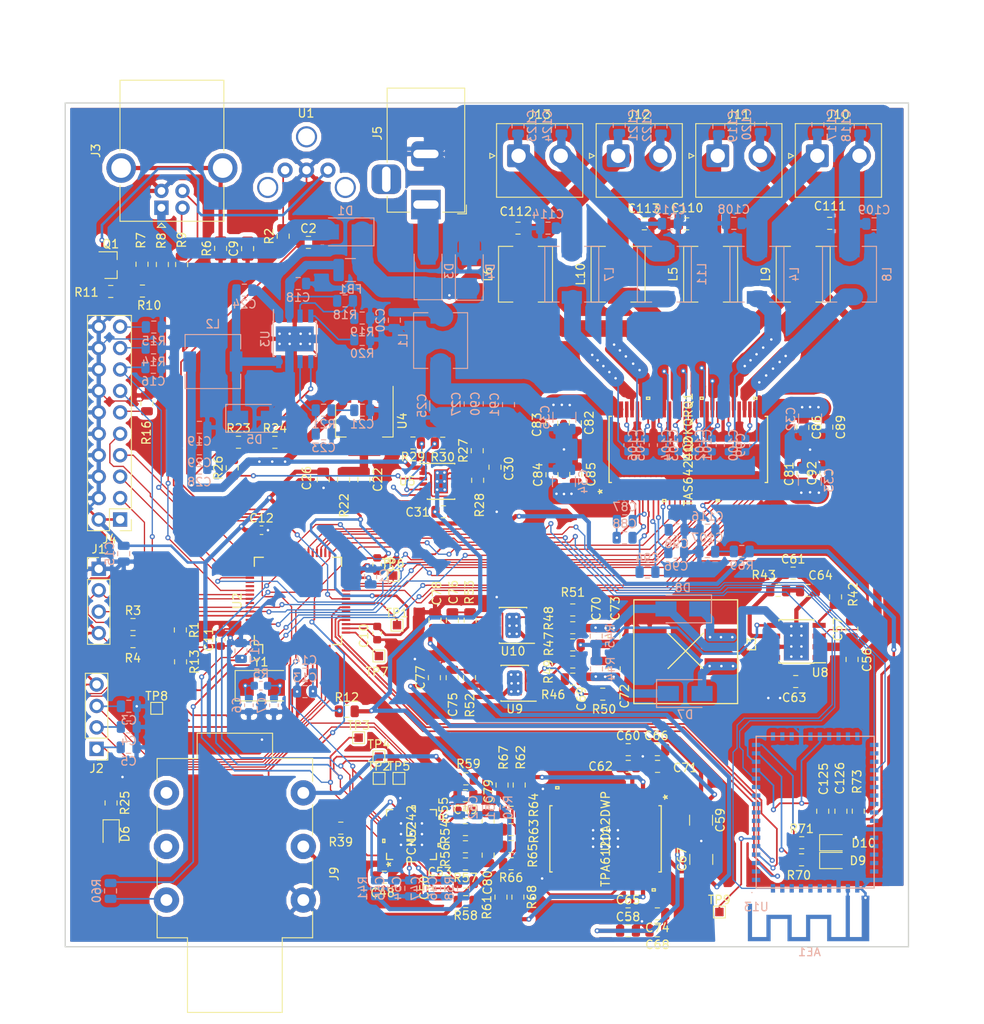
<source format=kicad_pcb>
(kicad_pcb (version 20171130) (host pcbnew 5.0.2+dfsg1-1)
  (layers (0 F.Cu signal) (31 B.Cu signal) (34 B.Paste user) (35 F.Paste user) (36 B.SilkS user) (37 F.SilkS user) (38 B.Mask user) (39 F.Mask user) (44 Edge.Cuts user))
  (net 0 "")
  (net 1 GND)
  (net 2 VCCQ)
  (net 3 "Net-(C87-Pad2)")
  (net 4 "Net-(C88-Pad1)")
  (net 5 "Net-(C87-Pad1)")
  (net 6 "Net-(C94-Pad2)")
  (net 7 "Net-(C94-Pad1)")
  (net 8 "Net-(C96-Pad1)")
  (net 9 "Net-(C98-Pad1)")
  (net 10 /SAI1_MCK)
  (net 11 /SAI1_CLK)
  (net 12 /SAI1_FS)
  (net 13 /SAI1_SD)
  (net 14 "Net-(U12-Pad16)")
  (net 15 /TAS6424/vdd)
  (net 16 /SCL)
  (net 17 /SDA)
  (net 18 /tas6424_en)
  (net 19 /tas6424_mute)
  (net 20 /tas6424_fault)
  (net 21 /tas6424_warn)
  (net 22 /TAS6424/BST_1M)
  (net 23 /TAS6424/OUT_1M)
  (net 24 /TAS6424/OUT_1P)
  (net 25 /TAS6424/BST_1P)
  (net 26 /TAS6424/BST_2M)
  (net 27 /TAS6424/OUT_2M)
  (net 28 /TAS6424/OUT_2P)
  (net 29 /TAS6424/BST_2P)
  (net 30 /TAS6424/BST_3M)
  (net 31 /TAS6424/OUT_3M)
  (net 32 /TAS6424/OUT_3P)
  (net 33 /TAS6424/BST_3P)
  (net 34 /TAS6424/BST_4M)
  (net 35 /TAS6424/OUT_4M)
  (net 36 /TAS6424/OUT_4P)
  (net 37 /TAS6424/BST_4P)
  (net 38 "Net-(R2-Pad2)")
  (net 39 +3V3)
  (net 40 "Net-(U13-Pad1)")
  (net 41 "Net-(TP9-Pad1)")
  (net 42 /SAI2_SD)
  (net 43 /SAI2_FS)
  (net 44 /SAI2_CLK)
  (net 45 /I2S1_MCK)
  (net 46 /stm32/BOOT)
  (net 47 "Net-(J3-Pad2)")
  (net 48 /stm32/USB_DM)
  (net 49 /stm32/SPDIF_RX)
  (net 50 /stm32/OSC_OUT)
  (net 51 /stm32/OSC_IN)
  (net 52 "Net-(C9-Pad2)")
  (net 53 "Net-(J3-Pad3)")
  (net 54 "Net-(Q1-Pad3)")
  (net 55 /stm32/USB_DP)
  (net 56 "Net-(R49-Pad1)")
  (net 57 "Net-(R44-Pad2)")
  (net 58 "Net-(Q1-Pad2)")
  (net 59 /stm32/USB_CO)
  (net 60 /Bluetooth/vdd)
  (net 61 "Net-(AE1-Pad1)")
  (net 62 "Net-(R71-Pad1)")
  (net 63 "Net-(D10-Pad1)")
  (net 64 "Net-(D9-Pad1)")
  (net 65 "Net-(R70-Pad1)")
  (net 66 /Headphone/OUTLP)
  (net 67 /Headphone/OUTRP)
  (net 68 "Net-(C80-Pad2)")
  (net 69 /Headphone/OUTLN)
  (net 70 /Headphone/OUTRN)
  (net 71 "Net-(C79-Pad2)")
  (net 72 "Net-(C79-Pad1)")
  (net 73 /Headphone/sheet5FF9330D/ROUT)
  (net 74 /Headphone/sheet5FF9330D/LOUT)
  (net 75 /headphone_in)
  (net 76 "Net-(J9-PadTN)")
  (net 77 "Net-(J9-PadR)")
  (net 78 "Net-(C80-Pad1)")
  (net 79 "Net-(C76-Pad2)")
  (net 80 "Net-(C75-Pad1)")
  (net 81 "Net-(R51-Pad2)")
  (net 82 "Net-(R50-Pad1)")
  (net 83 "Net-(C57-Pad2)")
  (net 84 "Net-(R48-Pad1)")
  (net 85 "Net-(C61-Pad1)")
  (net 86 "Net-(C64-Pad1)")
  (net 87 "Net-(R42-Pad1)")
  (net 88 /Headphone/DVDD)
  (net 89 +3.3VA)
  (net 90 /Headphone/AVDD)
  (net 91 "Net-(R39-Pad1)")
  (net 92 /headphone_mute)
  (net 93 /Headphone/CPVDD)
  (net 94 "Net-(R47-Pad1)")
  (net 95 "Net-(R30-Pad2)")
  (net 96 "Net-(C30-Pad1)")
  (net 97 "Net-(R27-Pad1)")
  (net 98 VDD)
  (net 99 "Net-(R29-Pad1)")
  (net 100 "Net-(R23-Pad2)")
  (net 101 "Net-(R26-Pad1)")
  (net 102 "Net-(D6-Pad1)")
  (net 103 "Net-(C22-Pad1)")
  (net 104 "Net-(C23-Pad1)")
  (net 105 "Net-(C21-Pad1)")
  (net 106 "Net-(R46-Pad1)")
  (net 107 "Net-(R18-Pad2)")
  (net 108 VCC)
  (net 109 "Net-(J4-Pad11)")
  (net 110 "Net-(J4-Pad19)")
  (net 111 "Net-(J4-Pad17)")
  (net 112 /stm32/NRST)
  (net 113 /stm32/AVDD)
  (net 114 "Net-(R20-Pad1)")
  (net 115 "Net-(C63-Pad2)")
  (net 116 /headphone_en)
  (net 117 "Net-(C63-Pad1)")
  (net 118 "Net-(C24-Pad1)")
  (net 119 "Net-(C24-Pad2)")
  (net 120 +15V)
  (net 121 -15V)
  (net 122 "Net-(U2-Pad10)")
  (net 123 "Net-(U2-Pad11)")
  (net 124 /stm32/encoder_sw)
  (net 125 /stm32/encoder_a)
  (net 126 /stm32/encoder_b)
  (net 127 /I2S1_FS)
  (net 128 /I2S1_SCK)
  (net 129 "Net-(U2-Pad22)")
  (net 130 /I2S1_SD)
  (net 131 /stm32/VCAP)
  (net 132 /BT_state)
  (net 133 /BT_en)
  (net 134 /BT_bn)
  (net 135 "Net-(U2-Pad37)")
  (net 136 /BT_spdif)
  (net 137 "Net-(U2-Pad39)")
  (net 138 "Net-(U2-Pad40)")
  (net 139 "Net-(U2-Pad41)")
  (net 140 "Net-(U2-Pad43)")
  (net 141 /stm32/SWDIO)
  (net 142 /stm32/SWCLK)
  (net 143 /stm32/JTDI)
  (net 144 /stm32/JTDO)
  (net 145 /stm32/JTRST)
  (net 146 "Net-(U2-Pad57)")
  (net 147 "Net-(U2-Pad61)")
  (net 148 "Net-(C48-Pad1)")
  (net 149 "Net-(C50-Pad2)")
  (net 150 "Net-(C50-Pad1)")
  (net 151 "Net-(C53-Pad1)")
  (net 152 "Net-(C49-Pad2)")
  (net 153 "Net-(U7-Pad19)")
  (net 154 "Net-(U7-Pad20)")
  (net 155 "Net-(U7-Pad21)")
  (net 156 "Net-(U7-Pad25)")
  (net 157 "Net-(U7-Pad29)")
  (net 158 "Net-(U7-Pad30)")
  (net 159 "Net-(D7-Pad2)")
  (net 160 "Net-(C108-Pad1)")
  (net 161 "Net-(C114-Pad1)")
  (net 162 "Net-(C109-Pad2)")
  (net 163 "Net-(C111-Pad2)")
  (net 164 "Net-(C113-Pad2)")
  (net 165 "Net-(C112-Pad1)")
  (net 166 "Net-(C110-Pad1)")
  (net 167 "Net-(C115-Pad2)")
  (net 168 "Net-(D1-Pad2)")
  (net 169 "Net-(D3-Pad2)")
  (net 170 "Net-(J5-Pad3)")
  (net 171 "Net-(J9-PadRN)")
  (net 172 "Net-(J9-PadSN)")
  (net 173 "Net-(J9-PadT)")
  (net 174 "Net-(U13-Pad2)")
  (net 175 "Net-(U13-Pad7)")
  (net 176 "Net-(U13-Pad8)")
  (net 177 "Net-(U13-Pad9)")
  (net 178 "Net-(U13-Pad10)")
  (net 179 "Net-(U13-Pad11)")
  (net 180 "Net-(U13-Pad12)")
  (net 181 "Net-(U13-Pad18)")
  (net 182 "Net-(U13-Pad19)")
  (net 183 "Net-(U13-Pad20)")
  (net 184 "Net-(U13-Pad22)")
  (net 185 "Net-(U13-Pad25)")
  (net 186 "Net-(U13-Pad26)")
  (net 187 "Net-(U13-Pad27)")
  (net 188 "Net-(U13-Pad52)")
  (net 189 "Net-(U13-Pad49)")
  (net 190 "Net-(U13-Pad51)")
  (net 191 "Net-(U13-Pad50)")
  (net 192 "Net-(U13-Pad53)")
  (net 193 "Net-(U13-Pad48)")
  (net 194 "Net-(U13-Pad33)")
  (net 195 "Net-(U13-Pad29)")
  (net 196 "Net-(U13-Pad41)")
  (net 197 "Net-(U13-Pad40)")
  (net 198 "Net-(U13-Pad43)")
  (net 199 "Net-(U13-Pad34)")
  (net 200 "Net-(U13-Pad42)")
  (net 201 "Net-(U13-Pad30)")
  (net 202 "Net-(U13-Pad39)")
  (net 203 "Net-(U13-Pad37)")
  (net 204 "Net-(U13-Pad36)")
  (net 205 "Net-(U13-Pad35)")
  (net 206 "Net-(U13-Pad32)")
  (net 207 "Net-(U2-Pad52)")
  (net 208 "Net-(U2-Pad53)")
  (net 209 /power/powin)
  (net 210 "Net-(R63-Pad1)")
  (net 211 "Net-(R66-Pad1)")
  (net 212 "Net-(R62-Pad1)")
  (net 213 "Net-(R61-Pad1)")
  (net 214 "Net-(C69-Pad1)")
  (module misc:SJR-BTM331 (layer B.Cu) (at 131.9276 143.0782)
    (fp_text reference U13 (at 0.02032 2.1971) (layer B.SilkS) (effects (justify mirror)))
    (fp_text value SJR-BTM331)
    (pad 1 smd rect (at 0 -1) (size 1 0.5) (layers B.Cu B.Paste B.Mask) (net 40 "Net-(U13-Pad1)"))
    (pad 2 smd rect (at 0 -2) (size 1 0.5) (layers B.Cu B.Paste B.Mask) (net 174 "Net-(U13-Pad2)"))
    (pad 3 smd rect (at 0 -3) (size 1 0.5) (layers B.Cu B.Paste B.Mask) (net 130 /I2S1_SD))
    (pad 4 smd rect (at 0 -4) (size 1 0.5) (layers B.Cu B.Paste B.Mask) (net 127 /I2S1_FS))
    (pad 5 smd rect (at 0 -5) (size 1 0.5) (layers B.Cu B.Paste B.Mask) (net 128 /I2S1_SCK))
    (pad 6 smd rect (at 0 -6) (size 1 0.5) (layers B.Cu B.Paste B.Mask) (net 41 "Net-(TP9-Pad1)"))
    (pad 7 smd rect (at 0 -7) (size 1 0.5) (layers B.Cu B.Paste B.Mask) (net 175 "Net-(U13-Pad7)"))
    (pad 8 smd rect (at 0 -8) (size 1 0.5) (layers B.Cu B.Paste B.Mask) (net 176 "Net-(U13-Pad8)"))
    (pad 9 smd rect (at 0 -9) (size 1 0.5) (layers B.Cu B.Paste B.Mask) (net 177 "Net-(U13-Pad9)"))
    (pad 10 smd rect (at 0 -10) (size 1 0.5) (layers B.Cu B.Paste B.Mask) (net 178 "Net-(U13-Pad10)"))
    (pad 11 smd rect (at 0 -11) (size 1 0.5) (layers B.Cu B.Paste B.Mask) (net 179 "Net-(U13-Pad11)"))
    (pad 12 smd rect (at 0 -12) (size 1 0.5) (layers B.Cu B.Paste B.Mask) (net 180 "Net-(U13-Pad12)"))
    (pad 13 smd rect (at 0 -13) (size 1 0.5) (layers B.Cu B.Paste B.Mask) (net 133 /BT_en))
    (pad 14 smd rect (at 0 -14) (size 1 0.5) (layers B.Cu B.Paste B.Mask) (net 60 /Bluetooth/vdd))
    (pad 15 smd rect (at 0 -15) (size 1 0.5) (layers B.Cu B.Paste B.Mask) (net 1 GND))
    (pad 16 smd rect (at 0 -16) (size 1 0.5) (layers B.Cu B.Paste B.Mask) (net 65 "Net-(R70-Pad1)"))
    (pad 17 smd rect (at 0 -17) (size 1 0.5) (layers B.Cu B.Paste B.Mask) (net 62 "Net-(R71-Pad1)"))
    (pad 18 smd rect (at 2 -18) (size 0.5 1) (layers B.Cu B.Paste B.Mask) (net 181 "Net-(U13-Pad18)"))
    (pad 19 smd rect (at 3.111111 -18) (size 0.5 1) (layers B.Cu B.Paste B.Mask) (net 182 "Net-(U13-Pad19)"))
    (pad 20 smd rect (at 4.222222 -18) (size 0.5 1) (layers B.Cu B.Paste B.Mask) (net 183 "Net-(U13-Pad20)"))
    (pad 21 smd rect (at 5.333333 -18) (size 0.5 1) (layers B.Cu B.Paste B.Mask) (net 1 GND))
    (pad 22 smd rect (at 6.444444 -18) (size 0.5 1) (layers B.Cu B.Paste B.Mask) (net 184 "Net-(U13-Pad22)"))
    (pad 23 smd rect (at 7.555555 -18) (size 0.5 1) (layers B.Cu B.Paste B.Mask) (net 60 /Bluetooth/vdd))
    (pad 24 smd rect (at 8.666666 -18) (size 0.5 1) (layers B.Cu B.Paste B.Mask) (net 60 /Bluetooth/vdd))
    (pad 25 smd rect (at 9.777777 -18) (size 0.5 1) (layers B.Cu B.Paste B.Mask) (net 185 "Net-(U13-Pad25)"))
    (pad 26 smd rect (at 10.888888 -18) (size 0.5 1) (layers B.Cu B.Paste B.Mask) (net 186 "Net-(U13-Pad26)"))
    (pad 27 smd rect (at 12 -18) (size 0.5 1) (layers B.Cu B.Paste B.Mask) (net 187 "Net-(U13-Pad27)"))
    (pad 45 smd rect (at 12 0) (size 0.5 1) (layers B.Cu B.Paste B.Mask) (net 1 GND))
    (pad 52 smd rect (at 4.222222 0) (size 0.5 1) (layers B.Cu B.Paste B.Mask) (net 188 "Net-(U13-Pad52)"))
    (pad 49 smd rect (at 7.555555 0) (size 0.5 1) (layers B.Cu B.Paste B.Mask) (net 189 "Net-(U13-Pad49)"))
    (pad 51 smd rect (at 5.333333 0) (size 0.5 1) (layers B.Cu B.Paste B.Mask) (net 190 "Net-(U13-Pad51)"))
    (pad 46 smd rect (at 10.888888 0) (size 0.5 1) (layers B.Cu B.Paste B.Mask) (net 61 "Net-(AE1-Pad1)"))
    (pad 50 smd rect (at 6.444444 0) (size 0.5 1) (layers B.Cu B.Paste B.Mask) (net 191 "Net-(U13-Pad50)"))
    (pad 53 smd rect (at 3.111111 0) (size 0.5 1) (layers B.Cu B.Paste B.Mask) (net 192 "Net-(U13-Pad53)"))
    (pad 48 smd rect (at 8.666666 0) (size 0.5 1) (layers B.Cu B.Paste B.Mask) (net 193 "Net-(U13-Pad48)"))
    (pad 47 smd rect (at 9.777777 0) (size 0.5 1) (layers B.Cu B.Paste B.Mask) (net 1 GND))
    (pad 54 smd rect (at 2 0) (size 0.5 1) (layers B.Cu B.Paste B.Mask) (net 136 /BT_spdif))
    (pad 33 smd rect (at 14 -12) (size 1 0.5) (layers B.Cu B.Paste B.Mask) (net 194 "Net-(U13-Pad33)"))
    (pad 29 smd rect (at 14 -16) (size 1 0.5) (layers B.Cu B.Paste B.Mask) (net 195 "Net-(U13-Pad29)"))
    (pad 41 smd rect (at 14 -4) (size 1 0.5) (layers B.Cu B.Paste B.Mask) (net 196 "Net-(U13-Pad41)"))
    (pad 40 smd rect (at 14 -5) (size 1 0.5) (layers B.Cu B.Paste B.Mask) (net 197 "Net-(U13-Pad40)"))
    (pad 43 smd rect (at 14 -2) (size 1 0.5) (layers B.Cu B.Paste B.Mask) (net 198 "Net-(U13-Pad43)"))
    (pad 38 smd rect (at 14 -7) (size 1 0.5) (layers B.Cu B.Paste B.Mask) (net 1 GND))
    (pad 34 smd rect (at 14 -11) (size 1 0.5) (layers B.Cu B.Paste B.Mask) (net 199 "Net-(U13-Pad34)"))
    (pad 31 smd rect (at 14 -14) (size 1 0.5) (layers B.Cu B.Paste B.Mask) (net 134 /BT_bn))
    (pad 42 smd rect (at 14 -3) (size 1 0.5) (layers B.Cu B.Paste B.Mask) (net 200 "Net-(U13-Pad42)"))
    (pad 30 smd rect (at 14 -15) (size 1 0.5) (layers B.Cu B.Paste B.Mask) (net 201 "Net-(U13-Pad30)"))
    (pad 39 smd rect (at 14 -6) (size 1 0.5) (layers B.Cu B.Paste B.Mask) (net 202 "Net-(U13-Pad39)"))
    (pad 37 smd rect (at 14 -8) (size 1 0.5) (layers B.Cu B.Paste B.Mask) (net 203 "Net-(U13-Pad37)"))
    (pad 44 smd rect (at 14 -1) (size 1 0.5) (layers B.Cu B.Paste B.Mask) (net 1 GND))
    (pad 36 smd rect (at 14 -9) (size 1 0.5) (layers B.Cu B.Paste B.Mask) (net 204 "Net-(U13-Pad36)"))
    (pad 35 smd rect (at 14 -10) (size 1 0.5) (layers B.Cu B.Paste B.Mask) (net 205 "Net-(U13-Pad35)"))
    (pad 28 smd rect (at 14 -17) (size 1 0.5) (layers B.Cu B.Paste B.Mask) (net 132 /BT_state))
    (pad 32 smd rect (at 14 -13) (size 1 0.5) (layers B.Cu B.Paste B.Mask) (net 206 "Net-(U13-Pad32)"))
  )
  (module misc:MSD1278 (layer F.Cu) (at 127.8128 113.3094 270)
    (fp_text reference L3 (at 0.8509 -3.5941 270) (layer F.SilkS))
    (fp_text value 150uh)
    (pad 3 smd rect (at 0 0 270) (size 2 4) (layers F.Cu F.Paste F.Mask) (net 117 "Net-(C63-Pad1)"))
    (pad 1 smd rect (at 3.5 0 270) (size 2 4) (layers F.Cu F.Paste F.Mask) (net 159 "Net-(D7-Pad2)"))
    (pad 2 smd rect (at 0 8.5 270) (size 2 4) (layers F.Cu F.Paste F.Mask) (net 1 GND))
    (pad 4 smd rect (at 3.5 8.5 270) (size 2 4) (layers F.Cu F.Paste F.Mask) (net 1 GND))
  )
  (module Capacitor_SMD:C_0603_1608Metric (layer B.Cu) (at 71.7804 121.3739 270)
    (fp_text reference C6 (at 0 1.43 270) (layer B.SilkS) (effects (justify mirror)))
    (fp_text value 12pf)
    (pad 2 smd roundrect (at 0.7875 0 270) (size 0.875 0.95) (layers B.Cu B.Paste B.Mask) (net 1 GND))
    (pad 1 smd roundrect (at -0.7875 0 270) (size 0.875 0.95) (layers B.Cu B.Paste B.Mask) (net 51 /stm32/OSC_IN))
  )
  (module Capacitor_SMD:C_0603_1608Metric (layer B.Cu) (at 74.7522 121.3866 270)
    (fp_text reference C7 (at 0 1.43 270) (layer B.SilkS) (effects (justify mirror)))
    (fp_text value 12pf)
    (pad 1 smd roundrect (at -0.7875 0 270) (size 0.875 0.95) (layers B.Cu B.Paste B.Mask) (net 50 /stm32/OSC_OUT))
    (pad 2 smd roundrect (at 0.7875 0 270) (size 0.875 0.95) (layers B.Cu B.Paste B.Mask) (net 1 GND))
  )
  (module Resistor_SMD:R_0603_1608Metric (layer B.Cu) (at 73.2028 119.0625 180)
    (fp_text reference R5 (at 0 1.43 180) (layer B.SilkS) (effects (justify mirror)))
    (fp_text value 1mΩ)
    (pad 1 smd roundrect (at -0.7875 0 180) (size 0.875 0.95) (layers B.Cu B.Paste B.Mask) (net 50 /stm32/OSC_OUT))
    (pad 2 smd roundrect (at 0.7875 0 180) (size 0.875 0.95) (layers B.Cu B.Paste B.Mask) (net 51 /stm32/OSC_IN))
  )
  (module Resistor_SMD:R_0805_2012Metric (layer B.Cu) (at 70.8406 114.9477 90)
    (fp_text reference C17 (at 0 1.65 90) (layer B.SilkS) (effects (justify mirror)))
    (fp_text value 100nf)
    (pad 1 smd roundrect (at -0.9375 0 90) (size 0.975 1.4) (layers B.Cu B.Paste B.Mask) (net 39 +3V3))
    (pad 2 smd roundrect (at 0.9375 0 90) (size 0.975 1.4) (layers B.Cu B.Paste B.Mask) (net 1 GND))
  )
  (module Diode_SMD:D_SMA (layer B.Cu) (at 123.5202 119.9896)
    (fp_text reference D7 (at 0 2.5) (layer B.SilkS) (effects (justify mirror)))
    (fp_text value "60v 3A")
    (pad 2 smd rect (at 2 0) (size 2.5 1.8) (layers B.Cu B.Paste B.Mask) (net 159 "Net-(D7-Pad2)"))
    (pad 1 smd rect (at -2 0) (size 2.5 1.8) (layers B.Cu B.Paste B.Mask) (net 214 "Net-(C69-Pad1)"))
  )
  (module Package_SO:TI_SO-PowerPAD-8_ThermalVias (layer F.Cu) (at 136.7028 113.8174 180)
    (fp_text reference U8 (at -2.8194 -3.683 180) (layer F.SilkS))
    (fp_text value TPS54360DDA)
    (pad 9 thru_hole circle (at 0.6 1.8 180) (size 0.6 0.6) (drill 0.3) (layers *.Cu) (net 83 "Net-(C57-Pad2)"))
    (pad 9 thru_hole circle (at 0.6 0.7 180) (size 0.6 0.6) (drill 0.3) (layers *.Cu) (net 83 "Net-(C57-Pad2)"))
    (pad 9 thru_hole circle (at -0.6 0.7 180) (size 0.6 0.6) (drill 0.3) (layers *.Cu) (net 83 "Net-(C57-Pad2)"))
    (pad 9 thru_hole circle (at -0.6 1.8 180) (size 0.6 0.6) (drill 0.3) (layers *.Cu) (net 83 "Net-(C57-Pad2)"))
    (pad 9 thru_hole circle (at 0.6 -1.8 180) (size 0.6 0.6) (drill 0.3) (layers *.Cu) (net 83 "Net-(C57-Pad2)"))
    (pad 9 thru_hole circle (at 0.6 -0.6 180) (size 0.6 0.6) (drill 0.3) (layers *.Cu) (net 83 "Net-(C57-Pad2)"))
    (pad 9 thru_hole circle (at -0.6 -0.6 180) (size 0.6 0.6) (drill 0.3) (layers *.Cu) (net 83 "Net-(C57-Pad2)"))
    (pad 9 thru_hole circle (at -0.6 -1.8 180) (size 0.6 0.6) (drill 0.3) (layers *.Cu) (net 83 "Net-(C57-Pad2)"))
    (pad 9 smd rect (at 0 0 180) (size 2.95 4.5) (layers B.Cu) (net 83 "Net-(C57-Pad2)"))
    (pad 8 smd rect (at 2.7 -1.905 180) (size 1.55 0.6) (layers F.Cu F.Paste F.Mask) (net 117 "Net-(C63-Pad1)"))
    (pad 7 smd rect (at 2.7 -0.635 180) (size 1.55 0.6) (layers F.Cu F.Paste F.Mask) (net 83 "Net-(C57-Pad2)"))
    (pad 6 smd rect (at 2.7 0.635 180) (size 1.55 0.6) (layers F.Cu F.Paste F.Mask) (net 85 "Net-(C61-Pad1)"))
    (pad 5 smd rect (at 2.7 1.905 180) (size 1.55 0.6) (layers F.Cu F.Paste F.Mask) (net 57 "Net-(R44-Pad2)"))
    (pad 4 smd rect (at -2.7 1.905 180) (size 1.55 0.6) (layers F.Cu F.Paste F.Mask) (net 87 "Net-(R42-Pad1)"))
    (pad 3 smd rect (at -2.7 0.635 180) (size 1.55 0.6) (layers F.Cu F.Paste F.Mask) (net 116 /headphone_en))
    (pad 2 smd rect (at -2.7 -0.635 180) (size 1.55 0.6) (layers F.Cu F.Paste F.Mask) (net 108 VCC))
    (pad 1 smd rect (at -2.7 -1.905 180) (size 1.55 0.6) (layers F.Cu F.Paste F.Mask) (net 115 "Net-(C63-Pad2)"))
    (pad 9 smd rect (at 0 0 180) (size 2.95 4.5) (layers F.Cu) (net 83 "Net-(C57-Pad2)"))
    (pad 9 smd rect (at 0 0 180) (size 2.6 3.1) (layers F.Cu F.Paste F.Mask) (net 83 "Net-(C57-Pad2)"))
  )
  (module ti:PCM5242RHBR (layer F.Cu) (at 91.059 136.7028 90)
    (fp_text reference U7 (at 0 0 90) (layer F.SilkS))
    (fp_text value PCM5242 (at 0 0 90) (layer F.SilkS))
    (fp_text user * (at -3.535 -2.381 90) (layer F.SilkS))
    (fp_text user * (at -3.535 -2.381 90) (layer F.SilkS))
    (pad 33 smd rect (at 0 0 90) (size 3.450001 3.450001) (layers F.Cu F.Paste F.Mask) (net 1 GND))
    (pad 32 smd rect (at -1.750441 -2.474999 90) (size 0.28 0.85) (layers F.Cu F.Paste F.Mask) (net 1 GND))
    (pad 31 smd rect (at -1.250315 -2.474999 90) (size 0.28 0.85) (layers F.Cu F.Paste F.Mask) (net 12 /SAI1_FS))
    (pad 30 smd rect (at -0.750189 -2.474999 90) (size 0.28 0.85) (layers F.Cu F.Paste F.Mask) (net 158 "Net-(U7-Pad30)"))
    (pad 29 smd rect (at -0.250063 -2.474999 90) (size 0.28 0.85) (layers F.Cu F.Paste F.Mask) (net 157 "Net-(U7-Pad29)"))
    (pad 28 smd rect (at 0.250063 -2.474999 90) (size 0.28 0.85) (layers F.Cu F.Paste F.Mask) (net 13 /SAI1_SD))
    (pad 27 smd rect (at 0.750189 -2.474999 90) (size 0.28 0.85) (layers F.Cu F.Paste F.Mask) (net 11 /SAI1_CLK))
    (pad 26 smd rect (at 1.250315 -2.474999 90) (size 0.28 0.85) (layers F.Cu F.Paste F.Mask) (net 10 /SAI1_MCK))
    (pad 25 smd rect (at 1.750441 -2.474999 90) (size 0.28 0.85) (layers F.Cu F.Paste F.Mask) (net 156 "Net-(U7-Pad25)"))
    (pad 24 smd rect (at 2.474999 -1.749999 180) (size 0.28 0.85) (layers F.Cu F.Paste F.Mask) (net 88 /Headphone/DVDD))
    (pad 23 smd rect (at 2.474999 -1.25 180) (size 0.28 0.85) (layers F.Cu F.Paste F.Mask) (net 1 GND))
    (pad 22 smd rect (at 2.474999 -0.750001 180) (size 0.28 0.85) (layers F.Cu F.Paste F.Mask) (net 1 GND))
    (pad 21 smd rect (at 2.474999 -0.25 180) (size 0.28 0.85) (layers F.Cu F.Paste F.Mask) (net 155 "Net-(U7-Pad21)"))
    (pad 20 smd rect (at 2.474999 0.25 180) (size 0.28 0.85) (layers F.Cu F.Paste F.Mask) (net 154 "Net-(U7-Pad20)"))
    (pad 19 smd rect (at 2.474999 0.750001 180) (size 0.28 0.85) (layers F.Cu F.Paste F.Mask) (net 153 "Net-(U7-Pad19)"))
    (pad 18 smd rect (at 2.474999 1.25 180) (size 0.28 0.85) (layers F.Cu F.Paste F.Mask) (net 16 /SCL))
    (pad 17 smd rect (at 2.474999 1.749999 180) (size 0.28 0.85) (layers F.Cu F.Paste F.Mask) (net 17 /SDA))
    (pad 16 smd rect (at 1.750441 2.474999 90) (size 0.28 0.85) (layers F.Cu F.Paste F.Mask) (net 152 "Net-(C49-Pad2)"))
    (pad 15 smd rect (at 1.250315 2.474999 90) (size 0.28 0.85) (layers F.Cu F.Paste F.Mask) (net 1 GND))
    (pad 14 smd rect (at 0.750189 2.474999 90) (size 0.28 0.85) (layers F.Cu F.Paste F.Mask) (net 90 /Headphone/AVDD))
    (pad 13 smd rect (at 0.250063 2.474999 90) (size 0.28 0.85) (layers F.Cu F.Paste F.Mask) (net 70 /Headphone/OUTRN))
    (pad 12 smd rect (at -0.250063 2.474999 90) (size 0.28 0.85) (layers F.Cu F.Paste F.Mask) (net 67 /Headphone/OUTRP))
    (pad 11 smd rect (at -0.750189 2.474999 90) (size 0.28 0.85) (layers F.Cu F.Paste F.Mask) (net 69 /Headphone/OUTLN))
    (pad 10 smd rect (at -1.250315 2.474999 90) (size 0.28 0.85) (layers F.Cu F.Paste F.Mask) (net 66 /Headphone/OUTLP))
    (pad 9 smd rect (at -1.750441 2.474999 90) (size 0.28 0.85) (layers F.Cu F.Paste F.Mask) (net 151 "Net-(C53-Pad1)"))
    (pad 8 smd rect (at -2.474999 1.749999 180) (size 0.28 0.85) (layers F.Cu F.Paste F.Mask) (net 150 "Net-(C50-Pad1)"))
    (pad 7 smd rect (at -2.474999 1.25 180) (size 0.28 0.85) (layers F.Cu F.Paste F.Mask) (net 1 GND))
    (pad 6 smd rect (at -2.474999 0.750001 180) (size 0.28 0.85) (layers F.Cu F.Paste F.Mask) (net 149 "Net-(C50-Pad2)"))
    (pad 5 smd rect (at -2.474999 0.25 180) (size 0.28 0.85) (layers F.Cu F.Paste F.Mask) (net 93 /Headphone/CPVDD))
    (pad 4 smd rect (at -2.474999 -0.25 180) (size 0.28 0.85) (layers F.Cu F.Paste F.Mask) (net 88 /Headphone/DVDD))
    (pad 3 smd rect (at -2.474999 -0.750001 180) (size 0.28 0.85) (layers F.Cu F.Paste F.Mask) (net 1 GND))
    (pad 2 smd rect (at -2.474999 -1.25 180) (size 0.28 0.85) (layers F.Cu F.Paste F.Mask) (net 148 "Net-(C48-Pad1)"))
    (pad 1 smd rect (at -2.474999 -1.749999 180) (size 0.28 0.85) (layers F.Cu F.Paste F.Mask) (net 91 "Net-(R39-Pad1)"))
  )
  (module ti:TPA6120A2DWP (layer F.Cu) (at 114.0714 137.2108 270)
    (fp_text reference U11 (at 0 0 270) (layer F.SilkS))
    (fp_text value TPA6120A2DWP (at 0 0 270) (layer F.SilkS))
    (fp_text user * (at -4.9403 -7.416 270) (layer F.SilkS))
    (fp_text user * (at -4.9403 -7.416 270) (layer F.SilkS))
    (pad 21 smd rect (at 0 0 270) (size 2.789999 3.81) (layers F.Cu F.Paste F.Mask) (net 1 GND))
    (pad 20 smd rect (at 4.6863 -5.715 270) (size 1.969999 0.558) (layers F.Cu F.Paste F.Mask) (net 121 -15V))
    (pad 19 smd rect (at 4.6863 -4.445 270) (size 1.969999 0.558) (layers F.Cu F.Paste F.Mask) (net 73 /Headphone/sheet5FF9330D/ROUT))
    (pad 18 smd rect (at 4.6863 -3.175 270) (size 1.969999 0.558) (layers F.Cu F.Paste F.Mask) (net 120 +15V))
    (pad 17 smd rect (at 4.6863 -1.905 270) (size 1.969999 0.558) (layers F.Cu F.Paste F.Mask) (net 211 "Net-(R66-Pad1)"))
    (pad 16 smd rect (at 4.6863 -0.635 270) (size 1.969999 0.558) (layers F.Cu F.Paste F.Mask) (net 213 "Net-(R61-Pad1)"))
    (pad 15 smd rect (at 4.6863 0.635 270) (size 1.969999 0.558) (layers F.Cu F.Paste F.Mask) (net 1 GND))
    (pad 14 smd rect (at 4.6863 1.905 270) (size 1.969999 0.558) (layers F.Cu F.Paste F.Mask) (net 1 GND))
    (pad 13 smd rect (at 4.6863 3.175 270) (size 1.969999 0.558) (layers F.Cu F.Paste F.Mask) (net 1 GND))
    (pad 12 smd rect (at 4.6863 4.445 270) (size 1.969999 0.558) (layers F.Cu F.Paste F.Mask) (net 1 GND))
    (pad 11 smd rect (at 4.6863 5.715 270) (size 1.969999 0.558) (layers F.Cu F.Paste F.Mask) (net 1 GND))
    (pad 10 smd rect (at -4.6863 5.715 270) (size 1.969999 0.558) (layers F.Cu F.Paste F.Mask) (net 1 GND))
    (pad 9 smd rect (at -4.6863 4.445 270) (size 1.969999 0.558) (layers F.Cu F.Paste F.Mask) (net 1 GND))
    (pad 8 smd rect (at -4.6863 3.175 270) (size 1.969999 0.558) (layers F.Cu F.Paste F.Mask) (net 1 GND))
    (pad 7 smd rect (at -4.6863 1.905 270) (size 1.969999 0.558) (layers F.Cu F.Paste F.Mask) (net 1 GND))
    (pad 6 smd rect (at -4.6863 0.635 270) (size 1.969999 0.558) (layers F.Cu F.Paste F.Mask) (net 1 GND))
    (pad 5 smd rect (at -4.6863 -0.635 270) (size 1.969999 0.558) (layers F.Cu F.Paste F.Mask) (net 212 "Net-(R62-Pad1)"))
    (pad 4 smd rect (at -4.6863 -1.905 270) (size 1.969999 0.558) (layers F.Cu F.Paste F.Mask) (net 210 "Net-(R63-Pad1)"))
    (pad 3 smd rect (at -4.6863 -3.175 270) (size 1.969999 0.558) (layers F.Cu F.Paste F.Mask) (net 120 +15V))
    (pad 2 smd rect (at -4.6863 -4.445 270) (size 1.969999 0.558) (layers F.Cu F.Paste F.Mask) (net 74 /Headphone/sheet5FF9330D/LOUT))
    (pad 1 smd rect (at -4.6863 -5.715 270) (size 1.969999 0.558) (layers F.Cu F.Paste F.Mask) (net 121 -15V))
  )
  (module Capacitor_SMD:C_0603_1608Metric (layer F.Cu) (at 73.279 100.6348)
    (fp_text reference C12 (at 0 -1.43) (layer F.SilkS))
    (fp_text value 100nf/10v)
    (pad 2 smd roundrect (at 0.7875 0) (size 0.875 0.95) (layers F.Cu F.Paste F.Mask) (net 1 GND))
    (pad 1 smd roundrect (at -0.7875 0) (size 0.875 0.95) (layers F.Cu F.Paste F.Mask) (net 39 +3V3))
  )
  (module Capacitor_SMD:C_0603_1608Metric (layer F.Cu) (at 68.453 113.5888 90)
    (fp_text reference C11 (at 0 -1.43 90) (layer F.SilkS))
    (fp_text value 100nf/10v)
    (pad 1 smd roundrect (at -0.7875 0 90) (size 0.875 0.95) (layers F.Cu F.Paste F.Mask) (net 39 +3V3))
    (pad 2 smd roundrect (at 0.7875 0 90) (size 0.875 0.95) (layers F.Cu F.Paste F.Mask) (net 1 GND))
  )
  (module Capacitor_SMD:C_0603_1608Metric (layer F.Cu) (at 86.995 112.8268 270)
    (fp_text reference C10 (at 0.3175 1.5748 270) (layer F.SilkS))
    (fp_text value 100nf/10v)
    (pad 2 smd roundrect (at 0.7875 0 270) (size 0.875 0.95) (layers F.Cu F.Paste F.Mask) (net 1 GND))
    (pad 1 smd roundrect (at -0.7875 0 270) (size 0.875 0.95) (layers F.Cu F.Paste F.Mask) (net 39 +3V3))
  )
  (module Capacitor_SMD:C_0603_1608Metric (layer F.Cu) (at 86.995 104.6988 270)
    (fp_text reference C8 (at 0 -1.43 270) (layer F.SilkS))
    (fp_text value 100nf/10v)
    (pad 1 smd roundrect (at -0.7875 0 270) (size 0.875 0.95) (layers F.Cu F.Paste F.Mask) (net 39 +3V3))
    (pad 2 smd roundrect (at 0.7875 0 270) (size 0.875 0.95) (layers F.Cu F.Paste F.Mask) (net 1 GND))
  )
  (module Capacitor_SMD:C_0603_1608Metric (layer B.Cu) (at 128.672768 90.551 90)
    (fp_text reference C99 (at 0 1.43 90) (layer B.SilkS) (effects (justify mirror)))
    (fp_text value 1uf)
    (pad 2 smd roundrect (at 0.7875 0 90) (size 0.875 0.95) (layers B.Cu B.Paste B.Mask) (net 25 /TAS6424/BST_1P))
    (pad 1 smd roundrect (at -0.7875 0 90) (size 0.875 0.95) (layers B.Cu B.Paste B.Mask) (net 24 /TAS6424/OUT_1P))
  )
  (module Capacitor_SMD:C_0603_1608Metric (layer B.Cu) (at 130.6576 90.551 270)
    (fp_text reference C100 (at 0 1.43 270) (layer B.SilkS) (effects (justify mirror)))
    (fp_text value 1uf)
    (pad 1 smd roundrect (at -0.7875 0 270) (size 0.875 0.95) (layers B.Cu B.Paste B.Mask) (net 22 /TAS6424/BST_1M))
    (pad 2 smd roundrect (at 0.7875 0 270) (size 0.875 0.95) (layers B.Cu B.Paste B.Mask) (net 23 /TAS6424/OUT_1M))
  )
  (module Capacitor_SMD:C_0603_1608Metric (layer B.Cu) (at 124.703112 90.551 90)
    (fp_text reference C101 (at 0 1.43 90) (layer B.SilkS) (effects (justify mirror)))
    (fp_text value 1uf)
    (pad 2 smd roundrect (at 0.7875 0 90) (size 0.875 0.95) (layers B.Cu B.Paste B.Mask) (net 29 /TAS6424/BST_2P))
    (pad 1 smd roundrect (at -0.7875 0 90) (size 0.875 0.95) (layers B.Cu B.Paste B.Mask) (net 28 /TAS6424/OUT_2P))
  )
  (module Capacitor_SMD:C_0603_1608Metric (layer B.Cu) (at 126.68794 90.551 270)
    (fp_text reference C102 (at 0 1.43 270) (layer B.SilkS) (effects (justify mirror)))
    (fp_text value 1uf)
    (pad 1 smd roundrect (at -0.7875 0 270) (size 0.875 0.95) (layers B.Cu B.Paste B.Mask) (net 26 /TAS6424/BST_2M))
    (pad 2 smd roundrect (at 0.7875 0 270) (size 0.875 0.95) (layers B.Cu B.Paste B.Mask) (net 27 /TAS6424/OUT_2M))
  )
  (module Capacitor_SMD:C_0603_1608Metric (layer B.Cu) (at 120.733456 90.551 90)
    (fp_text reference C103 (at 0 1.43 90) (layer B.SilkS) (effects (justify mirror)))
    (fp_text value 1uf)
    (pad 2 smd roundrect (at 0.7875 0 90) (size 0.875 0.95) (layers B.Cu B.Paste B.Mask) (net 33 /TAS6424/BST_3P))
    (pad 1 smd roundrect (at -0.7875 0 90) (size 0.875 0.95) (layers B.Cu B.Paste B.Mask) (net 32 /TAS6424/OUT_3P))
  )
  (module Capacitor_SMD:C_0603_1608Metric (layer B.Cu) (at 122.718284 90.551 270)
    (fp_text reference C104 (at 0 1.43 270) (layer B.SilkS) (effects (justify mirror)))
    (fp_text value 1uf)
    (pad 1 smd roundrect (at -0.7875 0 270) (size 0.875 0.95) (layers B.Cu B.Paste B.Mask) (net 30 /TAS6424/BST_3M))
    (pad 2 smd roundrect (at 0.7875 0 270) (size 0.875 0.95) (layers B.Cu B.Paste B.Mask) (net 31 /TAS6424/OUT_3M))
  )
  (module Capacitor_SMD:C_0603_1608Metric (layer B.Cu) (at 116.7638 90.551 90)
    (fp_text reference C105 (at 0 1.43 90) (layer B.SilkS) (effects (justify mirror)))
    (fp_text value 1uf)
    (pad 2 smd roundrect (at 0.7875 0 90) (size 0.875 0.95) (layers B.Cu B.Paste B.Mask) (net 37 /TAS6424/BST_4P))
    (pad 1 smd roundrect (at -0.7875 0 90) (size 0.875 0.95) (layers B.Cu B.Paste B.Mask) (net 36 /TAS6424/OUT_4P))
  )
  (module Capacitor_SMD:C_0603_1608Metric (layer B.Cu) (at 118.748628 90.551 270)
    (fp_text reference C106 (at 0 1.43 270) (layer B.SilkS) (effects (justify mirror)))
    (fp_text value 1uf)
    (pad 1 smd roundrect (at -0.7875 0 270) (size 0.875 0.95) (layers B.Cu B.Paste B.Mask) (net 34 /TAS6424/BST_4M))
    (pad 2 smd roundrect (at 0.7875 0 270) (size 0.875 0.95) (layers B.Cu B.Paste B.Mask) (net 35 /TAS6424/OUT_4M))
  )
  (module RF_Antenna:Texas_SWRA117D_2.4GHz_Left (layer B.Cu) (at 142.7988 144.1958)
    (fp_text reference AE1 (at -4.55 6.41) (layer B.SilkS) (effects (justify mirror)))
    (fp_text value Antenna_Shield)
    (fp_poly (pts (xy -2.45 2.51) (xy -4.45 2.51) (xy -4.45 5.15) (xy -7.15 5.15) (xy -7.15 2.51) (xy -9.15 2.51) (xy -9.15 5.15) (xy -11.85 5.15) (xy -11.85 0.71) (xy -11.35 0.71) (xy -11.35 4.65) (xy -9.65 4.65) (xy -9.65 2.01) (xy -6.65 2.01) (xy -6.65 4.65) (xy -4.95 4.65) (xy -4.95 2.01) (xy -1.95 2.01) (xy -1.95 4.65) (xy -0.25 4.65) (xy -0.25 -0.25) (xy 0.25 -0.25) (xy 0.25 4.65) (xy 1.65 4.65) (xy 1.65 -0.25) (xy 2.55 -0.25) (xy 2.55 -0.006785) (xy 2.247583 -0.006785) (xy 2.237742 -0.054395) (xy 2.213674 -0.096797) (xy 2.175731 -0.129581) (xy 2.167819 -0.133935) (xy 2.125156 -0.146043) (xy 2.076637 -0.1453) (xy 2.031122 -0.1324) (xy 2.012511 -0.121787) (xy 1.978868 -0.086553) (xy 1.958309 -0.041368) (xy 1.951778 0.008158) (xy 1.960218 0.056417) (xy 1.977112 0.088643) (xy 2.012372 0.121313) (xy 2.057682 0.141408) (xy 2.107267 0.147982) (xy 2.155353 0.140092) (xy 2.188245 0.123186) (xy 2.223185 0.086416) (xy 2.242847 0.041622) (xy 2.247583 -0.006785) (xy 2.55 -0.006785) (xy 2.55 5.15) (xy -2.45 5.15) (xy -2.45 2.51)) (layer B.Cu) (width 0))
    (pad 2 thru_hole rect (at 2.1 0) (size 0.9 0.5) (drill 0.3) (layers *.Cu) (net 1 GND))
    (pad 1 connect rect (at 0 0) (size 0.5 0.5) (layers B.Cu) (net 61 "Net-(AE1-Pad1)"))
  )
  (module Diode_SMD:D_SMA (layer B.Cu) (at 123.2408 109.9566 180)
    (fp_text reference D8 (at 0 2.5 180) (layer B.SilkS) (effects (justify mirror)))
    (fp_text value "60v 3A")
    (pad 2 smd rect (at 2 0 180) (size 2.5 1.8) (layers B.Cu B.Paste B.Mask) (net 83 "Net-(C57-Pad2)"))
    (pad 1 smd rect (at -2 0 180) (size 2.5 1.8) (layers B.Cu B.Paste B.Mask) (net 117 "Net-(C63-Pad1)"))
  )
  (module Package_TO_SOT_SMD:SOT-23 (layer F.Cu) (at 55.3974 69.215)
    (fp_text reference Q1 (at 0 -2.5) (layer F.SilkS))
    (fp_text value S8550)
    (pad 1 smd rect (at -1 -0.95) (size 0.9 0.8) (layers F.Cu F.Paste F.Mask) (net 39 +3V3))
    (pad 2 smd rect (at -1 0.95) (size 0.9 0.8) (layers F.Cu F.Paste F.Mask) (net 58 "Net-(Q1-Pad2)"))
    (pad 3 smd rect (at 1 0) (size 0.9 0.8) (layers F.Cu F.Paste F.Mask) (net 54 "Net-(Q1-Pad3)"))
  )
  (module Capacitor_SMD:C_1210_3225Metric (layer F.Cu) (at 125.4252 139.6492 90)
    (fp_text reference C67 (at 0 -2.28 90) (layer F.SilkS))
    (fp_text value 100uf)
    (pad 1 smd roundrect (at -1.4 0 90) (size 1.25 2.65) (layers F.Cu F.Paste F.Mask) (roundrect_rratio 0.2) (net 121 -15V))
    (pad 2 smd roundrect (at 1.4 0 90) (size 1.25 2.65) (layers F.Cu F.Paste F.Mask) (roundrect_rratio 0.2) (net 1 GND))
  )
  (module Capacitor_SMD:C_1210_3225Metric (layer B.Cu) (at 138.3284 87.4522 270)
    (fp_text reference C32 (at 0 2.28 270) (layer B.SilkS) (effects (justify mirror)))
    (fp_text value 100uf)
    (pad 2 smd roundrect (at 1.4 0 270) (size 1.25 2.65) (layers B.Cu B.Paste B.Mask) (roundrect_rratio 0.2) (net 1 GND))
    (pad 1 smd roundrect (at -1.4 0 270) (size 1.25 2.65) (layers B.Cu B.Paste B.Mask) (roundrect_rratio 0.2) (net 2 VCCQ))
  )
  (module Capacitor_SMD:C_1210_3225Metric (layer B.Cu) (at 138.303 94.7166 90)
    (fp_text reference C33 (at 0 2.28 90) (layer B.SilkS) (effects (justify mirror)))
    (fp_text value 100uf)
    (pad 1 smd roundrect (at -1.4 0 90) (size 1.25 2.65) (layers B.Cu B.Paste B.Mask) (roundrect_rratio 0.2) (net 2 VCCQ))
    (pad 2 smd roundrect (at 1.4 0 90) (size 1.25 2.65) (layers B.Cu B.Paste B.Mask) (roundrect_rratio 0.2) (net 1 GND))
  )
  (module Capacitor_SMD:C_1210_3225Metric (layer B.Cu) (at 109.1438 94.869 90)
    (fp_text reference C34 (at 0 2.28 90) (layer B.SilkS) (effects (justify mirror)))
    (fp_text value 100uf)
    (pad 2 smd roundrect (at 1.4 0 90) (size 1.25 2.65) (layers B.Cu B.Paste B.Mask) (roundrect_rratio 0.2) (net 1 GND))
    (pad 1 smd roundrect (at -1.4 0 90) (size 1.25 2.65) (layers B.Cu B.Paste B.Mask) (roundrect_rratio 0.2) (net 2 VCCQ))
  )
  (module Capacitor_SMD:C_1210_3225Metric (layer B.Cu) (at 94.5896 85.8774 270)
    (fp_text reference C25 (at 0 2.28 270) (layer B.SilkS) (effects (justify mirror)))
    (fp_text value 100uf)
    (pad 1 smd roundrect (at -1.4 0 270) (size 1.25 2.65) (layers B.Cu B.Paste B.Mask) (roundrect_rratio 0.2) (net 2 VCCQ))
    (pad 2 smd roundrect (at 1.4 0 270) (size 1.25 2.65) (layers B.Cu B.Paste B.Mask) (roundrect_rratio 0.2) (net 1 GND))
  )
  (module Capacitor_SMD:C_1210_3225Metric (layer F.Cu) (at 125.3998 135.001 270)
    (fp_text reference C59 (at 0 -2.28 270) (layer F.SilkS))
    (fp_text value 100uf)
    (pad 2 smd roundrect (at 1.4 0 270) (size 1.25 2.65) (layers F.Cu F.Paste F.Mask) (roundrect_rratio 0.2) (net 1 GND))
    (pad 1 smd roundrect (at -1.4 0 270) (size 1.25 2.65) (layers F.Cu F.Paste F.Mask) (roundrect_rratio 0.2) (net 120 +15V))
  )
  (module Capacitor_SMD:C_1210_3225Metric (layer B.Cu) (at 109.1946 87.249 270)
    (fp_text reference C35 (at 0 2.28 270) (layer B.SilkS) (effects (justify mirror)))
    (fp_text value 100uf)
    (pad 1 smd roundrect (at -1.4 0 270) (size 1.25 2.65) (layers B.Cu B.Paste B.Mask) (roundrect_rratio 0.2) (net 2 VCCQ))
    (pad 2 smd roundrect (at 1.4 0 270) (size 1.25 2.65) (layers B.Cu B.Paste B.Mask) (roundrect_rratio 0.2) (net 1 GND))
  )
  (module Diode_SMD:D_SMA (layer B.Cu) (at 72.4408 87.376)
    (fp_text reference D5 (at 0 2.5) (layer B.SilkS) (effects (justify mirror)))
    (fp_text value B560C)
    (pad 1 smd rect (at -2 0) (size 2.5 1.8) (layers B.Cu B.Paste B.Mask) (net 118 "Net-(C24-Pad1)"))
    (pad 2 smd rect (at 2 0) (size 2.5 1.8) (layers B.Cu B.Paste B.Mask) (net 1 GND))
  )
  (module Diode_SMD:D_SMA (layer B.Cu) (at 97.917 69.977 90)
    (fp_text reference D4 (at 0 2.5 90) (layer B.SilkS) (effects (justify mirror)))
    (fp_text value "40v 5A")
    (pad 2 smd rect (at 2 0 90) (size 2.5 1.8) (layers B.Cu B.Paste B.Mask) (net 1 GND))
    (pad 1 smd rect (at -2 0 90) (size 2.5 1.8) (layers B.Cu B.Paste B.Mask) (net 108 VCC))
  )
  (module Diode_SMD:D_SMA (layer B.Cu) (at 83.2104 65.278 180)
    (fp_text reference D1 (at 0 2.5 180) (layer B.SilkS) (effects (justify mirror)))
    (fp_text value "60v 3A")
    (pad 2 smd rect (at 2 0 180) (size 2.5 1.8) (layers B.Cu B.Paste B.Mask) (net 168 "Net-(D1-Pad2)"))
    (pad 1 smd rect (at -2 0 180) (size 2.5 1.8) (layers B.Cu B.Paste B.Mask) (net 108 VCC))
  )
  (module Diode_SMD:D_SMA (layer B.Cu) (at 93.0275 69.9135 90)
    (fp_text reference D3 (at 0 2.5 90) (layer B.SilkS) (effects (justify mirror)))
    (fp_text value "40v 5A")
    (pad 1 smd rect (at -2 0 90) (size 2.5 1.8) (layers B.Cu B.Paste B.Mask) (net 108 VCC))
    (pad 2 smd rect (at 2 0 90) (size 2.5 1.8) (layers B.Cu B.Paste B.Mask) (net 169 "Net-(D3-Pad2)"))
  )
  (module TestPoint:TestPoint_Pad_1.0x1.0mm (layer F.Cu) (at 89.3445 111.887)
    (fp_text reference TP1 (at 0 -1.448) (layer F.SilkS))
    (fp_text value TestPoint)
    (pad 1 smd rect (at 0 0) (size 1 1) (layers F.Cu F.Mask) (net 45 /I2S1_MCK))
  )
  (module TestPoint:TestPoint_Pad_1.0x1.0mm (layer F.Cu) (at 87.2236 130.048)
    (fp_text reference TP2 (at 0 -1.448) (layer F.SilkS))
    (fp_text value TestPoint)
    (pad 1 smd rect (at 0 0) (size 1 1) (layers F.Cu F.Mask) (net 11 /SAI1_CLK))
  )
  (module TestPoint:TestPoint_Pad_1.0x1.0mm (layer F.Cu) (at 84.7979 125.222)
    (fp_text reference TP3 (at 0 -1.448) (layer F.SilkS))
    (fp_text value TestPoint)
    (pad 1 smd rect (at 0 0) (size 1 1) (layers F.Cu F.Mask) (net 12 /SAI1_FS))
  )
  (module TestPoint:TestPoint_Pad_1.0x1.0mm (layer F.Cu) (at 87.1982 127.4699)
    (fp_text reference TP4 (at 0 -1.448) (layer F.SilkS))
    (fp_text value TestPoint)
    (pad 1 smd rect (at 0 0) (size 1 1) (layers F.Cu F.Mask) (net 13 /SAI1_SD))
  )
  (module TestPoint:TestPoint_Pad_1.0x1.0mm (layer F.Cu) (at 89.5731 130.048)
    (fp_text reference TP5 (at 0 -1.448) (layer F.SilkS))
    (fp_text value TestPoint)
    (pad 1 smd rect (at 0 0) (size 1 1) (layers F.Cu F.Mask) (net 10 /SAI1_MCK))
  )
  (module TestPoint:TestPoint_Pad_1.0x1.0mm (layer F.Cu) (at 88.8873 106.0069)
    (fp_text reference TP6 (at 0 -1.448) (layer F.SilkS))
    (fp_text value TestPoint)
    (pad 1 smd rect (at 0 0) (size 1 1) (layers F.Cu F.Mask) (net 44 /SAI2_CLK))
  )
  (module TestPoint:TestPoint_Pad_1.0x1.0mm (layer F.Cu) (at 127.5715 145.8849)
    (fp_text reference TP9 (at 0 -1.448) (layer F.SilkS))
    (fp_text value TestPoint)
    (pad 1 smd rect (at 0 0) (size 1 1) (layers F.Cu F.Mask) (net 41 "Net-(TP9-Pad1)"))
  )
  (module TestPoint:TestPoint_Pad_1.0x1.0mm (layer F.Cu) (at 60.8457 121.7422)
    (fp_text reference TP8 (at 0 -1.448) (layer F.SilkS))
    (fp_text value TestPoint)
    (pad 1 smd rect (at 0 0) (size 1 1) (layers F.Cu F.Mask) (net 42 /SAI2_SD))
  )
  (module TestPoint:TestPoint_Pad_1.0x1.0mm (layer F.Cu) (at 87.1982 115.5446)
    (fp_text reference TP7 (at -0.2286 1.8796) (layer F.SilkS))
    (fp_text value TestPoint)
    (pad 1 smd rect (at 0 0) (size 1 1) (layers F.Cu F.Mask) (net 43 /SAI2_FS))
  )
  (module Connector_Audio:Jack_6.35mm_Neutrik_NMJ6HFD2-AU_Horizontal (layer F.Cu) (at 78.232 131.7625 270)
    (fp_text reference J9 (at 9.6012 -3.6703 270) (layer F.SilkS))
    (fp_text value AudioJack3_Switch)
    (pad R thru_hole circle (at 6.35 0 270) (size 3 3) (drill 1.4) (layers *.Cu *.Mask) (net 77 "Net-(J9-PadR)"))
    (pad S thru_hole circle (at 12.7 0 270) (size 3 3) (drill 1.4) (layers *.Cu *.Mask) (net 1 GND))
    (pad T thru_hole circle (at 0 0 270) (size 3 3) (drill 1.4) (layers *.Cu *.Mask) (net 173 "Net-(J9-PadT)"))
    (pad RN thru_hole circle (at 6.35 16.23 270) (size 3 3) (drill 1.4) (layers *.Cu *.Mask) (net 171 "Net-(J9-PadRN)"))
    (pad SN thru_hole circle (at 12.7 16.23 270) (size 3 3) (drill 1.4) (layers *.Cu *.Mask) (net 172 "Net-(J9-PadSN)"))
    (pad TN thru_hole circle (at 0 16.23 270) (size 3 3) (drill 1.4) (layers *.Cu *.Mask) (net 76 "Net-(J9-PadTN)"))
  )
  (module Connector_JST:JST_NV_B02P-NV_1x02_P5.00mm_Vertical (layer F.Cu) (at 115.57 56.261)
    (fp_text reference J12 (at 2.5 -4.9) (layer F.SilkS))
    (fp_text value "Audio outC")
    (pad 2 thru_hole circle (at 5 0) (size 2.7 2.7) (drill 1.7) (layers *.Cu *.Mask) (net 164 "Net-(C113-Pad2)"))
    (pad 1 thru_hole roundrect (at 0 0) (size 2.7 2.7) (drill 1.7) (layers *.Cu *.Mask) (roundrect_rratio 0.09259299999999999) (net 165 "Net-(C112-Pad1)"))
  )
  (module Connector_JST:JST_NV_B02P-NV_1x02_P5.00mm_Vertical (layer F.Cu) (at 103.759 56.261)
    (fp_text reference J13 (at 2.5 -4.9) (layer F.SilkS))
    (fp_text value "Audio outD")
    (pad 1 thru_hole roundrect (at 0 0) (size 2.7 2.7) (drill 1.7) (layers *.Cu *.Mask) (roundrect_rratio 0.09259299999999999) (net 161 "Net-(C114-Pad1)"))
    (pad 2 thru_hole circle (at 5 0) (size 2.7 2.7) (drill 1.7) (layers *.Cu *.Mask) (net 167 "Net-(C115-Pad2)"))
  )
  (module Connector_JST:JST_NV_B02P-NV_1x02_P5.00mm_Vertical (layer F.Cu) (at 127.381 56.261)
    (fp_text reference J11 (at 2.5 -4.9) (layer F.SilkS))
    (fp_text value "Audio outB")
    (pad 2 thru_hole circle (at 5 0) (size 2.7 2.7) (drill 1.7) (layers *.Cu *.Mask) (net 163 "Net-(C111-Pad2)"))
    (pad 1 thru_hole roundrect (at 0 0) (size 2.7 2.7) (drill 1.7) (layers *.Cu *.Mask) (roundrect_rratio 0.09259299999999999) (net 166 "Net-(C110-Pad1)"))
  )
  (module Connector_JST:JST_NV_B02P-NV_1x02_P5.00mm_Vertical (layer F.Cu) (at 139.192 56.261)
    (fp_text reference J10 (at 2.5 -4.9) (layer F.SilkS))
    (fp_text value "Audio outA")
    (pad 1 thru_hole roundrect (at 0 0) (size 2.7 2.7) (drill 1.7) (layers *.Cu *.Mask) (roundrect_rratio 0.09259299999999999) (net 160 "Net-(C108-Pad1)"))
    (pad 2 thru_hole circle (at 5 0) (size 2.7 2.7) (drill 1.7) (layers *.Cu *.Mask) (net 162 "Net-(C109-Pad2)"))
  )
  (module Capacitor_SMD:C_0805_2012Metric (layer B.Cu) (at 60.452 81.3308)
    (fp_text reference C16 (at 0 1.65) (layer B.SilkS) (effects (justify mirror)))
    (fp_text value 100nf)
    (pad 2 smd roundrect (at 0.9375 0) (size 0.975 1.4) (layers B.Cu B.Paste B.Mask) (net 1 GND))
    (pad 1 smd roundrect (at -0.9375 0) (size 0.975 1.4) (layers B.Cu B.Paste B.Mask) (net 112 /stm32/NRST))
  )
  (module Capacitor_SMD:C_0805_2012Metric (layer B.Cu) (at 86.2203 106.1212 90)
    (fp_text reference C1 (at 0 1.65 90) (layer B.SilkS) (effects (justify mirror)))
    (fp_text value 4.7uf/10v)
    (pad 1 smd roundrect (at -0.9375 0 90) (size 0.975 1.4) (layers B.Cu B.Paste B.Mask) (net 131 /stm32/VCAP))
    (pad 2 smd roundrect (at 0.9375 0 90) (size 0.975 1.4) (layers B.Cu B.Paste B.Mask) (net 1 GND))
  )
  (module Capacitor_SMD:C_0805_2012Metric (layer F.Cu) (at 78.8416 66.5226)
    (fp_text reference C2 (at 0 -1.65) (layer F.SilkS))
    (fp_text value 10pf)
    (pad 2 smd roundrect (at 0.9375 0) (size 0.975 1.4) (layers F.Cu F.Paste F.Mask) (net 1 GND))
    (pad 1 smd roundrect (at -0.9375 0) (size 0.975 1.4) (layers F.Cu F.Paste F.Mask) (net 49 /stm32/SPDIF_RX))
  )
  (module Capacitor_SMD:C_0805_2012Metric (layer B.Cu) (at 57.5437 121.5009)
    (fp_text reference C3 (at 0 1.65) (layer B.SilkS) (effects (justify mirror)))
    (fp_text value 100nf)
    (pad 2 smd roundrect (at 0.9375 0) (size 0.975 1.4) (layers B.Cu B.Paste B.Mask) (net 1 GND))
    (pad 1 smd roundrect (at -0.9375 0) (size 0.975 1.4) (layers B.Cu B.Paste B.Mask) (net 124 /stm32/encoder_sw))
  )
  (module Capacitor_SMD:C_0805_2012Metric (layer B.Cu) (at 57.531 123.952)
    (fp_text reference C4 (at 0 1.65) (layer B.SilkS) (effects (justify mirror)))
    (fp_text value 100nf)
    (pad 2 smd roundrect (at 0.9375 0) (size 0.975 1.4) (layers B.Cu B.Paste B.Mask) (net 1 GND))
    (pad 1 smd roundrect (at -0.9375 0) (size 0.975 1.4) (layers B.Cu B.Paste B.Mask) (net 125 /stm32/encoder_a))
  )
  (module Capacitor_SMD:C_0805_2012Metric (layer B.Cu) (at 57.5183 126.365)
    (fp_text reference C5 (at 0 1.65) (layer B.SilkS) (effects (justify mirror)))
    (fp_text value 100nf)
    (pad 1 smd roundrect (at -0.9375 0) (size 0.975 1.4) (layers B.Cu B.Paste B.Mask) (net 126 /stm32/encoder_b))
    (pad 2 smd roundrect (at 0.9375 0) (size 0.975 1.4) (layers B.Cu B.Paste B.Mask) (net 1 GND))
  )
  (module Capacitor_SMD:C_0805_2012Metric (layer F.Cu) (at 71.628 67.2592 90)
    (fp_text reference C9 (at 0 -1.65 90) (layer F.SilkS))
    (fp_text value 1nF/1KV)
    (pad 1 smd roundrect (at -0.9375 0 90) (size 0.975 1.4) (layers F.Cu F.Paste F.Mask) (net 1 GND))
    (pad 2 smd roundrect (at 0.9375 0 90) (size 0.975 1.4) (layers F.Cu F.Paste F.Mask) (net 52 "Net-(C9-Pad2)"))
  )
  (module Capacitor_SMD:C_0805_2012Metric (layer B.Cu) (at 78.4352 119.761 180)
    (fp_text reference C13 (at 0 1.65 180) (layer B.SilkS) (effects (justify mirror)))
    (fp_text value 10uf)
    (pad 1 smd roundrect (at -0.9375 0 180) (size 0.975 1.4) (layers B.Cu B.Paste B.Mask) (net 113 /stm32/AVDD))
    (pad 2 smd roundrect (at 0.9375 0 180) (size 0.975 1.4) (layers B.Cu B.Paste B.Mask) (net 1 GND))
  )
  (module Capacitor_SMD:C_0805_2012Metric (layer B.Cu) (at 56.9341 103.4161 270)
    (fp_text reference C15 (at 0 1.65 270) (layer B.SilkS) (effects (justify mirror)))
    (fp_text value 100nf)
    (pad 1 smd roundrect (at -0.9375 0 270) (size 0.975 1.4) (layers B.Cu B.Paste B.Mask) (net 39 +3V3))
    (pad 2 smd roundrect (at 0.9375 0 270) (size 0.975 1.4) (layers B.Cu B.Paste B.Mask) (net 1 GND))
  )
  (module Capacitor_SMD:C_0805_2012Metric (layer B.Cu) (at 77.6224 71.3994)
    (fp_text reference C18 (at 0 1.65) (layer B.SilkS) (effects (justify mirror)))
    (fp_text value 4.7uf)
    (pad 1 smd roundrect (at -0.9375 0) (size 0.975 1.4) (layers B.Cu B.Paste B.Mask) (net 209 /power/powin))
    (pad 2 smd roundrect (at 0.9375 0) (size 0.975 1.4) (layers B.Cu B.Paste B.Mask) (net 1 GND))
  )
  (module Capacitor_SMD:C_0805_2012Metric (layer B.Cu) (at 65.913 88.4428)
    (fp_text reference C19 (at 0 1.65) (layer B.SilkS) (effects (justify mirror)))
    (fp_text value 10uf)
    (pad 2 smd roundrect (at 0.9375 0) (size 0.975 1.4) (layers B.Cu B.Paste B.Mask) (net 1 GND))
    (pad 1 smd roundrect (at -0.9375 0) (size 0.975 1.4) (layers B.Cu B.Paste B.Mask) (net 98 VDD))
  )
  (module Capacitor_SMD:C_0805_2012Metric (layer B.Cu) (at 89.027 75.7428 270)
    (fp_text reference C20 (at 0 1.65 270) (layer B.SilkS) (effects (justify mirror)))
    (fp_text value 4.7uf)
    (pad 1 smd roundrect (at -0.9375 0 270) (size 0.975 1.4) (layers B.Cu B.Paste B.Mask) (net 108 VCC))
    (pad 2 smd roundrect (at 0.9375 0 270) (size 0.975 1.4) (layers B.Cu B.Paste B.Mask) (net 1 GND))
  )
  (module Capacitor_SMD:C_0805_2012Metric (layer B.Cu) (at 85.217 86.4108)
    (fp_text reference C21 (at 0 1.65) (layer B.SilkS) (effects (justify mirror)))
    (fp_text value 6.8nf)
    (pad 2 smd roundrect (at 0.9375 0) (size 0.975 1.4) (layers B.Cu B.Paste B.Mask) (net 1 GND))
    (pad 1 smd roundrect (at -0.9375 0) (size 0.975 1.4) (layers B.Cu B.Paste B.Mask) (net 105 "Net-(C21-Pad1)"))
  )
  (module Capacitor_SMD:C_0805_2012Metric (layer F.Cu) (at 85.4202 94.6404 270)
    (fp_text reference C22 (at 0 -1.65 270) (layer F.SilkS))
    (fp_text value 100nf)
    (pad 1 smd roundrect (at -0.9375 0 270) (size 0.975 1.4) (layers F.Cu F.Paste F.Mask) (net 103 "Net-(C22-Pad1)"))
    (pad 2 smd roundrect (at 0.9375 0 270) (size 0.975 1.4) (layers F.Cu F.Paste F.Mask) (net 1 GND))
  )
  (module Capacitor_SMD:C_0805_2012Metric (layer B.Cu) (at 80.645 89.2048)
    (fp_text reference C23 (at 0 1.65) (layer B.SilkS) (effects (justify mirror)))
    (fp_text value 39pf)
    (pad 2 smd roundrect (at 0.9375 0) (size 0.975 1.4) (layers B.Cu B.Paste B.Mask) (net 1 GND))
    (pad 1 smd roundrect (at -0.9375 0) (size 0.975 1.4) (layers B.Cu B.Paste B.Mask) (net 104 "Net-(C23-Pad1)"))
  )
  (module Capacitor_SMD:C_0805_2012Metric (layer B.Cu) (at 71.247 72.1868)
    (fp_text reference C24 (at 0 1.65) (layer B.SilkS) (effects (justify mirror)))
    (fp_text value 100nf)
    (pad 1 smd roundrect (at -0.9375 0) (size 0.975 1.4) (layers B.Cu B.Paste B.Mask) (net 118 "Net-(C24-Pad1)"))
    (pad 2 smd roundrect (at 0.9375 0) (size 0.975 1.4) (layers B.Cu B.Paste B.Mask) (net 119 "Net-(C24-Pad2)"))
  )
  (module Capacitor_SMD:C_0805_2012Metric (layer F.Cu) (at 112.967283 113.176945 90)
    (fp_text reference C70 (at 3.245745 0.011917 90) (layer F.SilkS))
    (fp_text value 22uf)
    (pad 2 smd roundrect (at 0.9375 0 90) (size 0.975 1.4) (layers F.Cu F.Paste F.Mask) (net 83 "Net-(C57-Pad2)"))
    (pad 1 smd roundrect (at -0.9375 0 90) (size 0.975 1.4) (layers F.Cu F.Paste F.Mask) (net 1 GND))
  )
  (module Capacitor_SMD:C_0805_2012Metric (layer B.Cu) (at 98.0186 85.6742 270)
    (fp_text reference C27 (at 0 1.65 270) (layer B.SilkS) (effects (justify mirror)))
    (fp_text value 10uf)
    (pad 1 smd roundrect (at -0.9375 0 270) (size 0.975 1.4) (layers B.Cu B.Paste B.Mask) (net 2 VCCQ))
    (pad 2 smd roundrect (at 0.9375 0 270) (size 0.975 1.4) (layers B.Cu B.Paste B.Mask) (net 1 GND))
  )
  (module Capacitor_SMD:C_0805_2012Metric (layer B.Cu) (at 65.913 93.2688)
    (fp_text reference C28 (at 0 1.65) (layer B.SilkS) (effects (justify mirror)))
    (fp_text value 47uf)
    (pad 2 smd roundrect (at 0.9375 0) (size 0.975 1.4) (layers B.Cu B.Paste B.Mask) (net 1 GND))
    (pad 1 smd roundrect (at -0.9375 0) (size 0.975 1.4) (layers B.Cu B.Paste B.Mask) (net 98 VDD))
  )
  (module Capacitor_SMD:C_0805_2012Metric (layer B.Cu) (at 65.913 90.9828)
    (fp_text reference C29 (at 0 1.65) (layer B.SilkS) (effects (justify mirror)))
    (fp_text value 47uf)
    (pad 1 smd roundrect (at -0.9375 0) (size 0.975 1.4) (layers B.Cu B.Paste B.Mask) (net 98 VDD))
    (pad 2 smd roundrect (at 0.9375 0) (size 0.975 1.4) (layers B.Cu B.Paste B.Mask) (net 1 GND))
  )
  (module Capacitor_SMD:C_0805_2012Metric (layer F.Cu) (at 100.965 93.1672 90)
    (fp_text reference C30 (at -0.1651 1.651 90) (layer F.SilkS))
    (fp_text value 4.7uf)
    (pad 2 smd roundrect (at 0.9375 0 90) (size 0.975 1.4) (layers F.Cu F.Paste F.Mask) (net 1 GND))
    (pad 1 smd roundrect (at -0.9375 0 90) (size 0.975 1.4) (layers F.Cu F.Paste F.Mask) (net 96 "Net-(C30-Pad1)"))
  )
  (module Capacitor_SMD:C_0805_2012Metric (layer F.Cu) (at 94.8436 98.4504)
    (fp_text reference C31 (at -3.048 0.0508) (layer F.SilkS))
    (fp_text value 10uf)
    (pad 1 smd roundrect (at -0.9375 0) (size 0.975 1.4) (layers F.Cu F.Paste F.Mask) (net 89 +3.3VA))
    (pad 2 smd roundrect (at 0.9375 0) (size 0.975 1.4) (layers F.Cu F.Paste F.Mask) (net 1 GND))
  )
  (module Capacitor_SMD:C_0805_2012Metric (layer B.Cu) (at 78.4352 117.7036 180)
    (fp_text reference C14 (at 0 1.65 180) (layer B.SilkS) (effects (justify mirror)))
    (fp_text value 100nf)
    (pad 2 smd roundrect (at 0.9375 0 180) (size 0.975 1.4) (layers B.Cu B.Paste B.Mask) (net 1 GND))
    (pad 1 smd roundrect (at -0.9375 0 180) (size 0.975 1.4) (layers B.Cu B.Paste B.Mask) (net 113 /stm32/AVDD))
  )
  (module Capacitor_SMD:C_0805_2012Metric (layer F.Cu) (at 80.5942 94.6404 270)
    (fp_text reference C26 (at -0.1778 1.9558 270) (layer F.SilkS))
    (fp_text value 10uf)
    (pad 1 smd roundrect (at -0.9375 0 270) (size 0.975 1.4) (layers F.Cu F.Paste F.Mask) (net 39 +3V3))
    (pad 2 smd roundrect (at 0.9375 0 270) (size 0.975 1.4) (layers F.Cu F.Paste F.Mask) (net 1 GND))
  )
  (module Capacitor_SMD:C_0805_2012Metric (layer B.Cu) (at 93.218 143.0782 270)
    (fp_text reference C47 (at 0 1.65 270) (layer B.SilkS) (effects (justify mirror)))
    (fp_text value 100nf)
    (pad 1 smd roundrect (at -0.9375 0 270) (size 0.975 1.4) (layers B.Cu B.Paste B.Mask) (net 93 /Headphone/CPVDD))
    (pad 2 smd roundrect (at 0.9375 0 270) (size 0.975 1.4) (layers B.Cu B.Paste B.Mask) (net 1 GND))
  )
  (module Capacitor_SMD:C_0805_2012Metric (layer B.Cu) (at 95.2246 143.0782 270)
    (fp_text reference C46 (at 0 1.65 270) (layer B.SilkS) (effects (justify mirror)))
    (fp_text value 10uf)
    (pad 2 smd roundrect (at 0.9375 0 270) (size 0.975 1.4) (layers B.Cu B.Paste B.Mask) (net 1 GND))
    (pad 1 smd roundrect (at -0.9375 0 270) (size 0.975 1.4) (layers B.Cu B.Paste B.Mask) (net 93 /Headphone/CPVDD))
  )
  (module Capacitor_SMD:C_0805_2012Metric (layer F.Cu) (at 136.6266 118.5672)
    (fp_text reference C63 (at -0.1778 1.905) (layer F.SilkS))
    (fp_text value 0.1uf)
    (pad 1 smd roundrect (at -0.9375 0) (size 0.975 1.4) (layers F.Cu F.Paste F.Mask) (net 117 "Net-(C63-Pad1)"))
    (pad 2 smd roundrect (at 0.9375 0) (size 0.975 1.4) (layers F.Cu F.Paste F.Mask) (net 115 "Net-(C63-Pad2)"))
  )
  (module Capacitor_SMD:C_0805_2012Metric (layer F.Cu) (at 87.8332 141.7574)
    (fp_text reference C48 (at -0.2032 1.8542) (layer F.SilkS))
    (fp_text value 0.1uf)
    (pad 2 smd roundrect (at 0.9375 0) (size 0.975 1.4) (layers F.Cu F.Paste F.Mask) (net 1 GND))
    (pad 1 smd roundrect (at -0.9375 0) (size 0.975 1.4) (layers F.Cu F.Paste F.Mask) (net 148 "Net-(C48-Pad1)"))
  )
  (module Capacitor_SMD:C_0805_2012Metric (layer F.Cu) (at 97.4598 132.1054 180)
    (fp_text reference C49 (at 0 -1.65 180) (layer F.SilkS))
    (fp_text value 1uf)
    (pad 1 smd roundrect (at -0.9375 0 180) (size 0.975 1.4) (layers F.Cu F.Paste F.Mask) (net 1 GND))
    (pad 2 smd roundrect (at 0.9375 0 180) (size 0.975 1.4) (layers F.Cu F.Paste F.Mask) (net 152 "Net-(C49-Pad2)"))
  )
  (module Capacitor_SMD:C_0805_2012Metric (layer F.Cu) (at 94.2594 143.0782 270)
    (fp_text reference C50 (at -0.0635 1.6764 90) (layer F.SilkS))
    (fp_text value 2.2uf/25v)
    (pad 2 smd roundrect (at 0.9375 0 270) (size 0.975 1.4) (layers F.Cu F.Paste F.Mask) (net 149 "Net-(C50-Pad2)"))
    (pad 1 smd roundrect (at -0.9375 0 270) (size 0.975 1.4) (layers F.Cu F.Paste F.Mask) (net 150 "Net-(C50-Pad1)"))
  )
  (module Capacitor_SMD:C_0805_2012Metric (layer B.Cu) (at 98.7806 133.477 90)
    (fp_text reference C51 (at 0 1.65 90) (layer B.SilkS) (effects (justify mirror)))
    (fp_text value 10uf)
    (pad 1 smd roundrect (at -0.9375 0 90) (size 0.975 1.4) (layers B.Cu B.Paste B.Mask) (net 90 /Headphone/AVDD))
    (pad 2 smd roundrect (at 0.9375 0 90) (size 0.975 1.4) (layers B.Cu B.Paste B.Mask) (net 1 GND))
  )
  (module Capacitor_SMD:C_0805_2012Metric (layer B.Cu) (at 96.7232 133.477 90)
    (fp_text reference C52 (at 0 1.65 90) (layer B.SilkS) (effects (justify mirror)))
    (fp_text value 100nf)
    (pad 2 smd roundrect (at 0.9375 0 90) (size 0.975 1.4) (layers B.Cu B.Paste B.Mask) (net 1 GND))
    (pad 1 smd roundrect (at -0.9375 0 90) (size 0.975 1.4) (layers B.Cu B.Paste B.Mask) (net 90 /Headphone/AVDD))
  )
  (module Capacitor_SMD:C_0805_2012Metric (layer F.Cu) (at 97.5106 142.3416)
    (fp_text reference C53 (at -3.0988 -1.2065) (layer F.SilkS))
    (fp_text value 2.2uF/25V)
    (pad 1 smd roundrect (at -0.9375 0) (size 0.975 1.4) (layers F.Cu F.Paste F.Mask) (net 151 "Net-(C53-Pad1)"))
    (pad 2 smd roundrect (at 0.9375 0) (size 0.975 1.4) (layers F.Cu F.Paste F.Mask) (net 1 GND))
  )
  (module Capacitor_SMD:C_0805_2012Metric (layer B.Cu) (at 90.9828 143.0782 270)
    (fp_text reference C54 (at 0 1.65 270) (layer B.SilkS) (effects (justify mirror)))
    (fp_text value 100nf)
    (pad 2 smd roundrect (at 0.9375 0 270) (size 0.975 1.4) (layers B.Cu B.Paste B.Mask) (net 1 GND))
    (pad 1 smd roundrect (at -0.9375 0 270) (size 0.975 1.4) (layers B.Cu B.Paste B.Mask) (net 88 /Headphone/DVDD))
  )
  (module Capacitor_SMD:C_0805_2012Metric (layer B.Cu) (at 88.9762 143.0805 270)
    (fp_text reference C55 (at 0 1.65 270) (layer B.SilkS) (effects (justify mirror)))
    (fp_text value 10uf)
    (pad 1 smd roundrect (at -0.9375 0 270) (size 0.975 1.4) (layers B.Cu B.Paste B.Mask) (net 88 /Headphone/DVDD))
    (pad 2 smd roundrect (at 0.9375 0 270) (size 0.975 1.4) (layers B.Cu B.Paste B.Mask) (net 1 GND))
  )
  (module Capacitor_SMD:C_0805_2012Metric (layer F.Cu) (at 143.3068 115.951 270)
    (fp_text reference C56 (at 0.0381 -1.7653 270) (layer F.SilkS))
    (fp_text value 10uf)
    (pad 2 smd roundrect (at 0.9375 0 270) (size 0.975 1.4) (layers F.Cu F.Paste F.Mask) (net 1 GND))
    (pad 1 smd roundrect (at -0.9375 0 270) (size 0.975 1.4) (layers F.Cu F.Paste F.Mask) (net 108 VCC))
  )
  (module Capacitor_SMD:C_0805_2012Metric (layer F.Cu) (at 143.2814 112.3696 90)
    (fp_text reference C57 (at 0 -1.65 90) (layer F.SilkS))
    (fp_text value 1uf)
    (pad 1 smd roundrect (at -0.9375 0 90) (size 0.975 1.4) (layers F.Cu F.Paste F.Mask) (net 108 VCC))
    (pad 2 smd roundrect (at 0.9375 0 90) (size 0.975 1.4) (layers F.Cu F.Paste F.Mask) (net 83 "Net-(C57-Pad2)"))
  )
  (module Capacitor_SMD:C_0805_2012Metric (layer F.Cu) (at 116.7384 148.1074)
    (fp_text reference C58 (at 0 -1.65) (layer F.SilkS))
    (fp_text value 10uf)
    (pad 2 smd roundrect (at 0.9375 0) (size 0.975 1.4) (layers F.Cu F.Paste F.Mask) (net 1 GND))
    (pad 1 smd roundrect (at -0.9375 0) (size 0.975 1.4) (layers F.Cu F.Paste F.Mask) (net 120 +15V))
  )
  (module Capacitor_SMD:C_0805_2012Metric (layer F.Cu) (at 116.7638 126.6444)
    (fp_text reference C60 (at 0 -1.65) (layer F.SilkS))
    (fp_text value 10uf)
    (pad 2 smd roundrect (at 0.9375 0) (size 0.975 1.4) (layers F.Cu F.Paste F.Mask) (net 1 GND))
    (pad 1 smd roundrect (at -0.9375 0) (size 0.975 1.4) (layers F.Cu F.Paste F.Mask) (net 120 +15V))
  )
  (module Capacitor_SMD:C_0805_2012Metric (layer F.Cu) (at 136.3218 105.7148)
    (fp_text reference C61 (at 0 -1.65) (layer F.SilkS))
    (fp_text value 750pf)
    (pad 1 smd roundrect (at -0.9375 0) (size 0.975 1.4) (layers F.Cu F.Paste F.Mask) (net 85 "Net-(C61-Pad1)"))
    (pad 2 smd roundrect (at 0.9375 0) (size 0.975 1.4) (layers F.Cu F.Paste F.Mask) (net 83 "Net-(C57-Pad2)"))
  )
  (module Capacitor_SMD:C_0805_2012Metric (layer F.Cu) (at 116.7638 128.6256)
    (fp_text reference C62 (at -3.2766 0) (layer F.SilkS))
    (fp_text value 100nf)
    (pad 2 smd roundrect (at 0.9375 0) (size 0.975 1.4) (layers F.Cu F.Paste F.Mask) (net 1 GND))
    (pad 1 smd roundrect (at -0.9375 0) (size 0.975 1.4) (layers F.Cu F.Paste F.Mask) (net 120 +15V))
  )
  (module Capacitor_SMD:C_0805_2012Metric (layer F.Cu) (at 100.1522 139.1412 90)
    (fp_text reference C80 (at -3.2512 -0.0635 90) (layer F.SilkS))
    (fp_text value 100pf)
    (pad 2 smd roundrect (at 0.9375 0 90) (size 0.975 1.4) (layers F.Cu F.Paste F.Mask) (net 68 "Net-(C80-Pad2)"))
    (pad 1 smd roundrect (at -0.9375 0 90) (size 0.975 1.4) (layers F.Cu F.Paste F.Mask) (net 78 "Net-(C80-Pad1)"))
  )
  (module Capacitor_SMD:C_0805_2012Metric (layer F.Cu) (at 116.7384 146.1008)
    (fp_text reference C65 (at 0 -1.65) (layer F.SilkS))
    (fp_text value 100nf)
    (pad 1 smd roundrect (at -0.9375 0) (size 0.975 1.4) (layers F.Cu F.Paste F.Mask) (net 120 +15V))
    (pad 2 smd roundrect (at 0.9375 0) (size 0.975 1.4) (layers F.Cu F.Paste F.Mask) (net 1 GND))
  )
  (module Capacitor_SMD:C_0805_2012Metric (layer F.Cu) (at 120.2182 126.6444 180)
    (fp_text reference C66 (at 0.127 1.651 180) (layer F.SilkS))
    (fp_text value 10uf)
    (pad 2 smd roundrect (at 0.9375 0 180) (size 0.975 1.4) (layers F.Cu F.Paste F.Mask) (net 1 GND))
    (pad 1 smd roundrect (at -0.9375 0 180) (size 0.975 1.4) (layers F.Cu F.Paste F.Mask) (net 121 -15V))
  )
  (module Capacitor_SMD:C_0805_2012Metric (layer F.Cu) (at 120.2182 148.1074 180)
    (fp_text reference C68 (at 0 -1.65 180) (layer F.SilkS))
    (fp_text value 10uf)
    (pad 2 smd roundrect (at 0.9375 0 180) (size 0.975 1.4) (layers F.Cu F.Paste F.Mask) (net 1 GND))
    (pad 1 smd roundrect (at -0.9375 0 180) (size 0.975 1.4) (layers F.Cu F.Paste F.Mask) (net 121 -15V))
  )
  (module Capacitor_SMD:C_0805_2012Metric (layer F.Cu) (at 112.992683 117.063145 90)
    (fp_text reference C69 (at -3.561455 -1.778783 90) (layer F.SilkS))
    (fp_text value 22uf)
    (pad 1 smd roundrect (at -0.9375 0 90) (size 0.975 1.4) (layers F.Cu F.Paste F.Mask) (net 214 "Net-(C69-Pad1)"))
    (pad 2 smd roundrect (at 0.9375 0 90) (size 0.975 1.4) (layers F.Cu F.Paste F.Mask) (net 1 GND))
  )
  (module Capacitor_SMD:C_0805_2012Metric (layer B.Cu) (at 108.839 52.705 270)
    (fp_text reference C124 (at 0 1.65 270) (layer B.SilkS) (effects (justify mirror)))
    (fp_text value 1nf)
    (pad 2 smd roundrect (at 0.9375 0 270) (size 0.975 1.4) (layers B.Cu B.Paste B.Mask) (net 167 "Net-(C115-Pad2)"))
    (pad 1 smd roundrect (at -0.9375 0 270) (size 0.975 1.4) (layers B.Cu B.Paste B.Mask) (net 1 GND))
  )
  (module Capacitor_SMD:C_0805_2012Metric (layer F.Cu) (at 120.2436 128.6256 180)
    (fp_text reference C71 (at -3.2766 -0.1651 180) (layer F.SilkS))
    (fp_text value 100nf)
    (pad 1 smd roundrect (at -0.9375 0 180) (size 0.975 1.4) (layers F.Cu F.Paste F.Mask) (net 121 -15V))
    (pad 2 smd roundrect (at 0.9375 0 180) (size 0.975 1.4) (layers F.Cu F.Paste F.Mask) (net 1 GND))
  )
  (module Capacitor_SMD:C_0805_2012Metric (layer F.Cu) (at 115.100883 117.063145 90)
    (fp_text reference C72 (at -3.243955 1.231117 90) (layer F.SilkS))
    (fp_text value 22uf)
    (pad 2 smd roundrect (at 0.9375 0 90) (size 0.975 1.4) (layers F.Cu F.Paste F.Mask) (net 1 GND))
    (pad 1 smd roundrect (at -0.9375 0 90) (size 0.975 1.4) (layers F.Cu F.Paste F.Mask) (net 214 "Net-(C69-Pad1)"))
  )
  (module Capacitor_SMD:C_0805_2012Metric (layer F.Cu) (at 115.075483 113.176945 90)
    (fp_text reference C73 (at 3.271145 0.151617 90) (layer F.SilkS))
    (fp_text value 22uf)
    (pad 1 smd roundrect (at -0.9375 0 90) (size 0.975 1.4) (layers F.Cu F.Paste F.Mask) (net 1 GND))
    (pad 2 smd roundrect (at 0.9375 0 90) (size 0.975 1.4) (layers F.Cu F.Paste F.Mask) (net 83 "Net-(C57-Pad2)"))
  )
  (module Capacitor_SMD:C_0805_2012Metric (layer F.Cu) (at 120.2182 146.1008 180)
    (fp_text reference C74 (at 0 -1.65 180) (layer F.SilkS))
    (fp_text value 100nf)
    (pad 2 smd roundrect (at 0.9375 0 180) (size 0.975 1.4) (layers F.Cu F.Paste F.Mask) (net 1 GND))
    (pad 1 smd roundrect (at -0.9375 0 180) (size 0.975 1.4) (layers F.Cu F.Paste F.Mask) (net 121 -15V))
  )
  (module Capacitor_SMD:C_0805_2012Metric (layer F.Cu) (at 95.885 118.11 270)
    (fp_text reference C75 (at 3.2004 -0.0889 270) (layer F.SilkS))
    (fp_text value 4.7uf)
    (pad 1 smd roundrect (at -0.9375 0 270) (size 0.975 1.4) (layers F.Cu F.Paste F.Mask) (net 80 "Net-(C75-Pad1)"))
    (pad 2 smd roundrect (at 0.9375 0 270) (size 0.975 1.4) (layers F.Cu F.Paste F.Mask) (net 1 GND))
  )
  (module Capacitor_SMD:C_0805_2012Metric (layer F.Cu) (at 95.9104 111.3028 90)
    (fp_text reference C76 (at 3.3274 0.127 90) (layer F.SilkS))
    (fp_text value 4.7uf)
    (pad 2 smd roundrect (at 0.9375 0 90) (size 0.975 1.4) (layers F.Cu F.Paste F.Mask) (net 79 "Net-(C76-Pad2)"))
    (pad 1 smd roundrect (at -0.9375 0 90) (size 0.975 1.4) (layers F.Cu F.Paste F.Mask) (net 1 GND))
  )
  (module Capacitor_SMD:C_0805_2012Metric (layer F.Cu) (at 93.7768 118.11 90)
    (fp_text reference C77 (at 0 -1.65 90) (layer F.SilkS))
    (fp_text value 10uf)
    (pad 1 smd roundrect (at -0.9375 0 90) (size 0.975 1.4) (layers F.Cu F.Paste F.Mask) (net 120 +15V))
    (pad 2 smd roundrect (at 0.9375 0 90) (size 0.975 1.4) (layers F.Cu F.Paste F.Mask) (net 1 GND))
  )
  (module Capacitor_SMD:C_0805_2012Metric (layer F.Cu) (at 139.827 133.9342 270)
    (fp_text reference C125 (at -3.8227 -0.1016 270) (layer F.SilkS))
    (fp_text value 22uf)
    (pad 2 smd roundrect (at 0.9375 0 270) (size 0.975 1.4) (layers F.Cu F.Paste F.Mask) (net 1 GND))
    (pad 1 smd roundrect (at -0.9375 0 270) (size 0.975 1.4) (layers F.Cu F.Paste F.Mask) (net 60 /Bluetooth/vdd))
  )
  (module Capacitor_SMD:C_0805_2012Metric (layer F.Cu) (at 100.1522 135.1026 90)
    (fp_text reference C79 (at 3.5179 0.0381 90) (layer F.SilkS))
    (fp_text value 100pf)
    (pad 1 smd roundrect (at -0.9375 0 90) (size 0.975 1.4) (layers F.Cu F.Paste F.Mask) (net 72 "Net-(C79-Pad1)"))
    (pad 2 smd roundrect (at 0.9375 0 90) (size 0.975 1.4) (layers F.Cu F.Paste F.Mask) (net 71 "Net-(C79-Pad2)"))
  )
  (module Capacitor_SMD:C_0805_2012Metric (layer F.Cu) (at 138.0744 107.7722)
    (fp_text reference C64 (at 1.4986 -1.7907) (layer F.SilkS))
    (fp_text value 5.1nf)
    (pad 2 smd roundrect (at 0.9375 0) (size 0.975 1.4) (layers F.Cu F.Paste F.Mask) (net 83 "Net-(C57-Pad2)"))
    (pad 1 smd roundrect (at -0.9375 0) (size 0.975 1.4) (layers F.Cu F.Paste F.Mask) (net 86 "Net-(C64-Pad1)"))
  )
  (module Capacitor_SMD:C_0805_2012Metric (layer F.Cu) (at 137.4902 93.9546 90)
    (fp_text reference C81 (at 0 -1.65 90) (layer F.SilkS))
    (fp_text value 100uf)
    (pad 1 smd roundrect (at -0.9375 0 90) (size 0.975 1.4) (layers F.Cu F.Paste F.Mask) (net 2 VCCQ))
    (pad 2 smd roundrect (at 0.9375 0 90) (size 0.975 1.4) (layers F.Cu F.Paste F.Mask) (net 1 GND))
  )
  (module Capacitor_SMD:C_0805_2012Metric (layer F.Cu) (at 110.49 87.9094 270)
    (fp_text reference C82 (at 0 -1.65 270) (layer F.SilkS))
    (fp_text value 100uf)
    (pad 2 smd roundrect (at 0.9375 0 270) (size 0.975 1.4) (layers F.Cu F.Paste F.Mask) (net 1 GND))
    (pad 1 smd roundrect (at -0.9375 0 270) (size 0.975 1.4) (layers F.Cu F.Paste F.Mask) (net 2 VCCQ))
  )
  (module Capacitor_SMD:C_0805_2012Metric (layer F.Cu) (at 107.696 87.9602 270)
    (fp_text reference C83 (at 0.1778 1.7653 270) (layer F.SilkS))
    (fp_text value 10uf)
    (pad 1 smd roundrect (at -0.9375 0 270) (size 0.975 1.4) (layers F.Cu F.Paste F.Mask) (net 2 VCCQ))
    (pad 2 smd roundrect (at 0.9375 0 270) (size 0.975 1.4) (layers F.Cu F.Paste F.Mask) (net 1 GND))
  )
  (module Capacitor_SMD:C_0805_2012Metric (layer F.Cu) (at 107.7214 94.0562 90)
    (fp_text reference C84 (at 0 -1.65 90) (layer F.SilkS))
    (fp_text value 10uf)
    (pad 2 smd roundrect (at 0.9375 0 90) (size 0.975 1.4) (layers F.Cu F.Paste F.Mask) (net 1 GND))
    (pad 1 smd roundrect (at -0.9375 0 90) (size 0.975 1.4) (layers F.Cu F.Paste F.Mask) (net 2 VCCQ))
  )
  (module Capacitor_SMD:C_0805_2012Metric (layer F.Cu) (at 110.5408 94.0308 90)
    (fp_text reference C85 (at 0.0127 1.8161 90) (layer F.SilkS))
    (fp_text value 100nf)
    (pad 1 smd roundrect (at -0.9375 0 90) (size 0.975 1.4) (layers F.Cu F.Paste F.Mask) (net 2 VCCQ))
    (pad 2 smd roundrect (at 0.9375 0 90) (size 0.975 1.4) (layers F.Cu F.Paste F.Mask) (net 1 GND))
  )
  (module Capacitor_SMD:C_0805_2012Metric (layer F.Cu) (at 137.4648 88.4428 270)
    (fp_text reference C86 (at 0 -1.65 270) (layer F.SilkS))
    (fp_text value 100nf)
    (pad 2 smd roundrect (at 0.9375 0 270) (size 0.975 1.4) (layers F.Cu F.Paste F.Mask) (net 1 GND))
    (pad 1 smd roundrect (at -0.9375 0 270) (size 0.975 1.4) (layers F.Cu F.Paste F.Mask) (net 2 VCCQ))
  )
  (module Capacitor_SMD:C_0805_2012Metric (layer B.Cu) (at 116.3574 99.5172 180)
    (fp_text reference C87 (at 0 1.65 180) (layer B.SilkS) (effects (justify mirror)))
    (fp_text value 1uf)
    (pad 1 smd roundrect (at -0.9375 0 180) (size 0.975 1.4) (layers B.Cu B.Paste B.Mask) (net 5 "Net-(C87-Pad1)"))
    (pad 2 smd roundrect (at 0.9375 0 180) (size 0.975 1.4) (layers B.Cu B.Paste B.Mask) (net 3 "Net-(C87-Pad2)"))
  )
  (module Capacitor_SMD:C_0805_2012Metric (layer B.Cu) (at 116.332 101.5238 180)
    (fp_text reference C88 (at 0 1.65 180) (layer B.SilkS) (effects (justify mirror)))
    (fp_text value 1uf)
    (pad 2 smd roundrect (at 0.9375 0 180) (size 0.975 1.4) (layers B.Cu B.Paste B.Mask) (net 3 "Net-(C87-Pad2)"))
    (pad 1 smd roundrect (at -0.9375 0 180) (size 0.975 1.4) (layers B.Cu B.Paste B.Mask) (net 4 "Net-(C88-Pad1)"))
  )
  (module Capacitor_SMD:C_0805_2012Metric (layer F.Cu) (at 140.3096 88.4174 270)
    (fp_text reference C89 (at 0 -1.65 270) (layer F.SilkS))
    (fp_text value 10uf)
    (pad 1 smd roundrect (at -0.9375 0 270) (size 0.975 1.4) (layers F.Cu F.Paste F.Mask) (net 2 VCCQ))
    (pad 2 smd roundrect (at 0.9375 0 270) (size 0.975 1.4) (layers F.Cu F.Paste F.Mask) (net 1 GND))
  )
  (module Capacitor_SMD:C_0805_2012Metric (layer B.Cu) (at 100.2792 85.6488 270)
    (fp_text reference C90 (at 0 1.65 270) (layer B.SilkS) (effects (justify mirror)))
    (fp_text value 1uf)
    (pad 2 smd roundrect (at 0.9375 0 270) (size 0.975 1.4) (layers B.Cu B.Paste B.Mask) (net 1 GND))
    (pad 1 smd roundrect (at -0.9375 0 270) (size 0.975 1.4) (layers B.Cu B.Paste B.Mask) (net 2 VCCQ))
  )
  (module Capacitor_SMD:C_0805_2012Metric (layer B.Cu) (at 102.5652 85.7504 270)
    (fp_text reference C91 (at 0 1.65 270) (layer B.SilkS) (effects (justify mirror)))
    (fp_text value 100nf)
    (pad 1 smd roundrect (at -0.9375 0 270) (size 0.975 1.4) (layers B.Cu B.Paste B.Mask) (net 2 VCCQ))
    (pad 2 smd roundrect (at 0.9375 0 270) (size 0.975 1.4) (layers B.Cu B.Paste B.Mask) (net 1 GND))
  )
  (module Capacitor_SMD:C_0805_2012Metric (layer F.Cu) (at 140.208 93.8784 90)
    (fp_text reference C92 (at 0 -1.65 90) (layer F.SilkS))
    (fp_text value 10uf)
    (pad 2 smd roundrect (at 0.9375 0 90) (size 0.975 1.4) (layers F.Cu F.Paste F.Mask) (net 1 GND))
    (pad 1 smd roundrect (at -0.9375 0 90) (size 0.975 1.4) (layers F.Cu F.Paste F.Mask) (net 2 VCCQ))
  )
  (module Capacitor_SMD:C_0805_2012Metric (layer F.Cu) (at 93.853 111.3028 270)
    (fp_text reference C78 (at -3.2131 -0.2159 270) (layer F.SilkS))
    (fp_text value 10uf)
    (pad 2 smd roundrect (at 0.9375 0 270) (size 0.975 1.4) (layers F.Cu F.Paste F.Mask) (net 121 -15V))
    (pad 1 smd roundrect (at -0.9375 0 270) (size 0.975 1.4) (layers F.Cu F.Paste F.Mask) (net 1 GND))
  )
  (module Capacitor_SMD:C_0805_2012Metric (layer B.Cu) (at 119.0498 105.5878 180)
    (fp_text reference C94 (at 0 1.65 180) (layer B.SilkS) (effects (justify mirror)))
    (fp_text value 1uf)
    (pad 1 smd roundrect (at -0.9375 0 180) (size 0.975 1.4) (layers B.Cu B.Paste B.Mask) (net 7 "Net-(C94-Pad1)"))
    (pad 2 smd roundrect (at 0.9375 0 180) (size 0.975 1.4) (layers B.Cu B.Paste B.Mask) (net 6 "Net-(C94-Pad2)"))
  )
  (module Capacitor_SMD:C_0805_2012Metric (layer B.Cu) (at 122.4534 103.251)
    (fp_text reference C96 (at 0 1.65) (layer B.SilkS) (effects (justify mirror)))
    (fp_text value 2.2uf)
    (pad 2 smd roundrect (at 0.9375 0) (size 0.975 1.4) (layers B.Cu B.Paste B.Mask) (net 1 GND))
    (pad 1 smd roundrect (at -0.9375 0) (size 0.975 1.4) (layers B.Cu B.Paste B.Mask) (net 8 "Net-(C96-Pad1)"))
  )
  (module Capacitor_SMD:C_0805_2012Metric (layer B.Cu) (at 122.5042 100.584)
    (fp_text reference C98 (at 0 1.65) (layer B.SilkS) (effects (justify mirror)))
    (fp_text value 2.2uf)
    (pad 2 smd roundrect (at 0.9375 0) (size 0.975 1.4) (layers B.Cu B.Paste B.Mask) (net 1 GND))
    (pad 1 smd roundrect (at -0.9375 0) (size 0.975 1.4) (layers B.Cu B.Paste B.Mask) (net 9 "Net-(C98-Pad1)"))
  )
  (module Capacitor_SMD:C_0805_2012Metric (layer B.Cu) (at 126.1364 103.1748 180)
    (fp_text reference C107 (at 0 1.65 180) (layer B.SilkS) (effects (justify mirror)))
    (fp_text value 10uf)
    (pad 1 smd roundrect (at -0.9375 0 180) (size 0.975 1.4) (layers B.Cu B.Paste B.Mask) (net 15 /TAS6424/vdd))
    (pad 2 smd roundrect (at 0.9375 0 180) (size 0.975 1.4) (layers B.Cu B.Paste B.Mask) (net 1 GND))
  )
  (module Capacitor_SMD:C_0805_2012Metric (layer B.Cu) (at 129.286 64.262 180)
    (fp_text reference C108 (at 0 1.65 180) (layer B.SilkS) (effects (justify mirror)))
    (fp_text value 1uf)
    (pad 2 smd roundrect (at 0.9375 0 180) (size 0.975 1.4) (layers B.Cu B.Paste B.Mask) (net 1 GND))
    (pad 1 smd roundrect (at -0.9375 0 180) (size 0.975 1.4) (layers B.Cu B.Paste B.Mask) (net 160 "Net-(C108-Pad1)"))
  )
  (module Capacitor_SMD:C_0805_2012Metric (layer B.Cu) (at 145.923 64.3255 180)
    (fp_text reference C109 (at 0 1.65 180) (layer B.SilkS) (effects (justify mirror)))
    (fp_text value 1uf)
    (pad 1 smd roundrect (at -0.9375 0 180) (size 0.975 1.4) (layers B.Cu B.Paste B.Mask) (net 1 GND))
    (pad 2 smd roundrect (at 0.9375 0 180) (size 0.975 1.4) (layers B.Cu B.Paste B.Mask) (net 162 "Net-(C109-Pad2)"))
  )
  (module Capacitor_SMD:C_0805_2012Metric (layer F.Cu) (at 140.6525 64.262 180)
    (fp_text reference C111 (at -0.0508 2.0447 180) (layer F.SilkS))
    (fp_text value 1uf)
    (pad 2 smd roundrect (at 0.9375 0 180) (size 0.975 1.4) (layers F.Cu F.Paste F.Mask) (net 163 "Net-(C111-Pad2)"))
    (pad 1 smd roundrect (at -0.9375 0 180) (size 0.975 1.4) (layers F.Cu F.Paste F.Mask) (net 1 GND))
  )
  (module Capacitor_SMD:C_0805_2012Metric (layer B.Cu) (at 103.6955 52.705 90)
    (fp_text reference C123 (at 0 1.65 90) (layer B.SilkS) (effects (justify mirror)))
    (fp_text value 1nf)
    (pad 1 smd roundrect (at -0.9375 0 90) (size 0.975 1.4) (layers B.Cu B.Paste B.Mask) (net 161 "Net-(C114-Pad1)"))
    (pad 2 smd roundrect (at 0.9375 0 90) (size 0.975 1.4) (layers B.Cu B.Paste B.Mask) (net 1 GND))
  )
  (module Capacitor_SMD:C_0805_2012Metric (layer B.Cu) (at 120.65 52.705 270)
    (fp_text reference C122 (at 0 1.65 270) (layer B.SilkS) (effects (justify mirror)))
    (fp_text value 1nf)
    (pad 2 smd roundrect (at 0.9375 0 270) (size 0.975 1.4) (layers B.Cu B.Paste B.Mask) (net 164 "Net-(C113-Pad2)"))
    (pad 1 smd roundrect (at -0.9375 0 270) (size 0.975 1.4) (layers B.Cu B.Paste B.Mask) (net 1 GND))
  )
  (module Capacitor_SMD:C_0805_2012Metric (layer B.Cu) (at 115.697 52.6415 90)
    (fp_text reference C121 (at 0 1.65 90) (layer B.SilkS) (effects (justify mirror)))
    (fp_text value 1nf)
    (pad 1 smd roundrect (at -0.9375 0 90) (size 0.975 1.4) (layers B.Cu B.Paste B.Mask) (net 165 "Net-(C112-Pad1)"))
    (pad 2 smd roundrect (at 0.9375 0 90) (size 0.975 1.4) (layers B.Cu B.Paste B.Mask) (net 1 GND))
  )
  (module Capacitor_SMD:C_0805_2012Metric (layer B.Cu) (at 132.461 52.5145 270)
    (fp_text reference C120 (at 0 1.65 270) (layer B.SilkS) (effects (justify mirror)))
    (fp_text value 1nf)
    (pad 2 smd roundrect (at 0.9375 0 270) (size 0.975 1.4) (layers B.Cu B.Paste B.Mask) (net 163 "Net-(C111-Pad2)"))
    (pad 1 smd roundrect (at -0.9375 0 270) (size 0.975 1.4) (layers B.Cu B.Paste B.Mask) (net 1 GND))
  )
  (module Capacitor_SMD:C_0805_2012Metric (layer B.Cu) (at 127.508 52.7685 90)
    (fp_text reference C119 (at 0 1.65 90) (layer B.SilkS) (effects (justify mirror)))
    (fp_text value 1nf)
    (pad 1 smd roundrect (at -0.9375 0 90) (size 0.975 1.4) (layers B.Cu B.Paste B.Mask) (net 166 "Net-(C110-Pad1)"))
    (pad 2 smd roundrect (at 0.9375 0 90) (size 0.975 1.4) (layers B.Cu B.Paste B.Mask) (net 1 GND))
  )
  (module Capacitor_SMD:C_0805_2012Metric (layer B.Cu) (at 144.272 52.705 270)
    (fp_text reference C118 (at 0 1.65 270) (layer B.SilkS) (effects (justify mirror)))
    (fp_text value 1nf)
    (pad 2 smd roundrect (at 0.9375 0 270) (size 0.975 1.4) (layers B.Cu B.Paste B.Mask) (net 162 "Net-(C109-Pad2)"))
    (pad 1 smd roundrect (at -0.9375 0 270) (size 0.975 1.4) (layers B.Cu B.Paste B.Mask) (net 1 GND))
  )
  (module Capacitor_SMD:C_0805_2012Metric (layer B.Cu) (at 139.2555 52.578 90)
    (fp_text reference C117 (at 0 1.65 90) (layer B.SilkS) (effects (justify mirror)))
    (fp_text value 1nf)
    (pad 1 smd roundrect (at -0.9375 0 90) (size 0.975 1.4) (layers B.Cu B.Paste B.Mask) (net 160 "Net-(C108-Pad1)"))
    (pad 2 smd roundrect (at 0.9375 0 90) (size 0.975 1.4) (layers B.Cu B.Paste B.Mask) (net 1 GND))
  )
  (module Capacitor_SMD:C_0805_2012Metric (layer B.Cu) (at 126.1618 100.6348 180)
    (fp_text reference C116 (at 0 1.65 180) (layer B.SilkS) (effects (justify mirror)))
    (fp_text value 100nf)
    (pad 2 smd roundrect (at 0.9375 0 180) (size 0.975 1.4) (layers B.Cu B.Paste B.Mask) (net 1 GND))
    (pad 1 smd roundrect (at -0.9375 0 180) (size 0.975 1.4) (layers B.Cu B.Paste B.Mask) (net 15 /TAS6424/vdd))
  )
  (module Capacitor_SMD:C_0805_2012Metric (layer B.Cu) (at 121.7041 64.3128 180)
    (fp_text reference C115 (at 0 1.65 180) (layer B.SilkS) (effects (justify mirror)))
    (fp_text value 1uf)
    (pad 1 smd roundrect (at -0.9375 0 180) (size 0.975 1.4) (layers B.Cu B.Paste B.Mask) (net 1 GND))
    (pad 2 smd roundrect (at 0.9375 0 180) (size 0.975 1.4) (layers B.Cu B.Paste B.Mask) (net 167 "Net-(C115-Pad2)"))
  )
  (module Capacitor_SMD:C_0805_2012Metric (layer B.Cu) (at 107.2515 64.8335 180)
    (fp_text reference C114 (at 0 1.65 180) (layer B.SilkS) (effects (justify mirror)))
    (fp_text value 1uf)
    (pad 2 smd roundrect (at 0.9375 0 180) (size 0.975 1.4) (layers B.Cu B.Paste B.Mask) (net 1 GND))
    (pad 1 smd roundrect (at -0.9375 0 180) (size 0.975 1.4) (layers B.Cu B.Paste B.Mask) (net 161 "Net-(C114-Pad1)"))
  )
  (module Capacitor_SMD:C_0805_2012Metric (layer F.Cu) (at 118.6815 64.3255 180)
    (fp_text reference C113 (at 0.0762 1.8161 180) (layer F.SilkS))
    (fp_text value 1uf)
    (pad 1 smd roundrect (at -0.9375 0 180) (size 0.975 1.4) (layers F.Cu F.Paste F.Mask) (net 1 GND))
    (pad 2 smd roundrect (at 0.9375 0 180) (size 0.975 1.4) (layers F.Cu F.Paste F.Mask) (net 164 "Net-(C113-Pad2)"))
  )
  (module Capacitor_SMD:C_0805_2012Metric (layer F.Cu) (at 103.6955 64.8335 180)
    (fp_text reference C112 (at 0.2667 1.9685 180) (layer F.SilkS))
    (fp_text value 1uf)
    (pad 2 smd roundrect (at 0.9375 0 180) (size 0.975 1.4) (layers F.Cu F.Paste F.Mask) (net 1 GND))
    (pad 1 smd roundrect (at -0.9375 0 180) (size 0.975 1.4) (layers F.Cu F.Paste F.Mask) (net 165 "Net-(C112-Pad1)"))
  )
  (module Capacitor_SMD:C_0805_2012Metric (layer F.Cu) (at 141.986 133.9342 270)
    (fp_text reference C126 (at -3.9116 0.127 270) (layer F.SilkS))
    (fp_text value 10uf)
    (pad 2 smd roundrect (at 0.9375 0 270) (size 0.975 1.4) (layers F.Cu F.Paste F.Mask) (net 1 GND))
    (pad 1 smd roundrect (at -0.9375 0 270) (size 0.975 1.4) (layers F.Cu F.Paste F.Mask) (net 60 /Bluetooth/vdd))
  )
  (module Capacitor_SMD:C_0805_2012Metric (layer F.Cu) (at 123.698 64.3255 180)
    (fp_text reference C110 (at -0.0508 1.8796 180) (layer F.SilkS))
    (fp_text value 1uf)
    (pad 1 smd roundrect (at -0.9375 0 180) (size 0.975 1.4) (layers F.Cu F.Paste F.Mask) (net 166 "Net-(C110-Pad1)"))
    (pad 2 smd roundrect (at 0.9375 0 180) (size 0.975 1.4) (layers F.Cu F.Paste F.Mask) (net 1 GND))
  )
  (module Connector_BarrelJack:BarrelJack_Horizontal (layer F.Cu) (at 92.7735 62.0395 270)
    (fp_text reference J5 (at -8.45 5.75 270) (layer F.SilkS))
    (fp_text value Barrel_Jack_Switch)
    (pad 1 thru_hole rect (at 0 0 270) (size 3.5 3.5) (drill oval 1 3) (layers *.Cu *.Mask) (net 169 "Net-(D3-Pad2)"))
    (pad 2 thru_hole roundrect (at -6 0 270) (size 3 3.5) (drill oval 1 3) (layers *.Cu *.Mask) (net 1 GND))
    (pad 3 thru_hole roundrect (at -3 4.7 270) (size 3.5 3.5) (drill oval 3 1) (layers *.Cu *.Mask) (net 170 "Net-(J5-Pad3)"))
  )
  (module Connector_PinHeader_2.54mm:PinHeader_1x04_P2.54mm_Vertical (layer F.Cu) (at 53.975 105.2068)
    (fp_text reference J1 (at 0 -2.33) (layer F.SilkS))
    (fp_text value I2C_oled)
    (pad 4 thru_hole oval (at 0 7.62) (size 1.7 1.7) (drill 1) (layers *.Cu *.Mask) (net 39 +3V3))
    (pad 3 thru_hole oval (at 0 5.08) (size 1.7 1.7) (drill 1) (layers *.Cu *.Mask) (net 17 /SDA))
    (pad 2 thru_hole oval (at 0 2.54) (size 1.7 1.7) (drill 1) (layers *.Cu *.Mask) (net 16 /SCL))
    (pad 1 thru_hole rect (at 0 0) (size 1.7 1.7) (drill 1) (layers *.Cu *.Mask) (net 1 GND))
  )
  (module Connector_PinHeader_2.54mm:PinHeader_1x04_P2.54mm_Vertical (layer F.Cu) (at 53.721 126.5428 180)
    (fp_text reference J2 (at 0 -2.33 180) (layer F.SilkS))
    (fp_text value encoder)
    (pad 1 thru_hole rect (at 0 0 180) (size 1.7 1.7) (drill 1) (layers *.Cu *.Mask) (net 126 /stm32/encoder_b))
    (pad 2 thru_hole oval (at 0 2.54 180) (size 1.7 1.7) (drill 1) (layers *.Cu *.Mask) (net 125 /stm32/encoder_a))
    (pad 3 thru_hole oval (at 0 5.08 180) (size 1.7 1.7) (drill 1) (layers *.Cu *.Mask) (net 124 /stm32/encoder_sw))
    (pad 4 thru_hole oval (at 0 7.62 180) (size 1.7 1.7) (drill 1) (layers *.Cu *.Mask) (net 39 +3V3))
  )
  (module Connector_PinHeader_2.54mm:PinHeader_2x10_P2.54mm_Vertical (layer F.Cu) (at 56.515 99.3648 180)
    (fp_text reference J4 (at 1.27 -2.33 180) (layer F.SilkS))
    (fp_text value Conn_ARM_JTAG_SWD_20)
    (pad 1 thru_hole rect (at 0 0 180) (size 1.7 1.7) (drill 1) (layers *.Cu *.Mask) (net 39 +3V3))
    (pad 2 thru_hole oval (at 2.54 0 180) (size 1.7 1.7) (drill 1) (layers *.Cu *.Mask) (net 39 +3V3))
    (pad 3 thru_hole oval (at 0 2.54 180) (size 1.7 1.7) (drill 1) (layers *.Cu *.Mask) (net 145 /stm32/JTRST))
    (pad 4 thru_hole oval (at 2.54 2.54 180) (size 1.7 1.7) (drill 1) (layers *.Cu *.Mask) (net 1 GND))
    (pad 5 thru_hole oval (at 0 5.08 180) (size 1.7 1.7) (drill 1) (layers *.Cu *.Mask) (net 143 /stm32/JTDI))
    (pad 6 thru_hole oval (at 2.54 5.08 180) (size 1.7 1.7) (drill 1) (layers *.Cu *.Mask) (net 1 GND))
    (pad 7 thru_hole oval (at 0 7.62 180) (size 1.7 1.7) (drill 1) (layers *.Cu *.Mask) (net 141 /stm32/SWDIO))
    (pad 8 thru_hole oval (at 2.54 7.62 180) (size 1.7 1.7) (drill 1) (layers *.Cu *.Mask) (net 1 GND))
    (pad 9 thru_hole oval (at 0 10.16 180) (size 1.7 1.7) (drill 1) (layers *.Cu *.Mask) (net 142 /stm32/SWCLK))
    (pad 10 thru_hole oval (at 2.54 10.16 180) (size 1.7 1.7) (drill 1) (layers *.Cu *.Mask) (net 1 GND))
    (pad 11 thru_hole oval (at 0 12.7 180) (size 1.7 1.7) (drill 1) (layers *.Cu *.Mask) (net 109 "Net-(J4-Pad11)"))
    (pad 12 thru_hole oval (at 2.54 12.7 180) (size 1.7 1.7) (drill 1) (layers *.Cu *.Mask) (net 1 GND))
    (pad 13 thru_hole oval (at 0 15.24 180) (size 1.7 1.7) (drill 1) (layers *.Cu *.Mask) (net 144 /stm32/JTDO))
    (pad 14 thru_hole oval (at 2.54 15.24 180) (size 1.7 1.7) (drill 1) (layers *.Cu *.Mask) (net 1 GND))
    (pad 15 thru_hole oval (at 0 17.78 180) (size 1.7 1.7) (drill 1) (layers *.Cu *.Mask) (net 112 /stm32/NRST))
    (pad 16 thru_hole oval (at 2.54 17.78 180) (size 1.7 1.7) (drill 1) (layers *.Cu *.Mask) (net 1 GND))
    (pad 17 thru_hole oval (at 0 20.32 180) (size 1.7 1.7) (drill 1) (layers *.Cu *.Mask) (net 111 "Net-(J4-Pad17)"))
    (pad 18 thru_hole oval (at 2.54 20.32 180) (size 1.7 1.7) (drill 1) (layers *.Cu *.Mask) (net 1 GND))
    (pad 19 thru_hole oval (at 0 22.86 180) (size 1.7 1.7) (drill 1) (layers *.Cu *.Mask) (net 110 "Net-(J4-Pad19)"))
    (pad 20 thru_hole oval (at 2.54 22.86 180) (size 1.7 1.7) (drill 1) (layers *.Cu *.Mask) (net 1 GND))
  )
  (module Connector_USB:USB_B_OST_USB-B1HSxx_Horizontal (layer F.Cu) (at 61.4045 62.4205 90)
    (fp_text reference J3 (at 6.76 -7.77 90) (layer F.SilkS))
    (fp_text value USB_B)
    (pad 1 thru_hole rect (at 0 0 90) (size 1.7 1.7) (drill 0.92) (layers *.Cu *.Mask) (net 168 "Net-(D1-Pad2)"))
    (pad 2 thru_hole circle (at 0 2.5 90) (size 1.7 1.7) (drill 0.92) (layers *.Cu *.Mask) (net 47 "Net-(J3-Pad2)"))
    (pad 3 thru_hole circle (at 2 2.5 90) (size 1.7 1.7) (drill 0.92) (layers *.Cu *.Mask) (net 53 "Net-(J3-Pad3)"))
    (pad 4 thru_hole circle (at 2 0 90) (size 1.7 1.7) (drill 0.92) (layers *.Cu *.Mask) (net 1 GND))
    (pad 5 thru_hole circle (at 4.71 -4.77 90) (size 3.5 3.5) (drill 2.33) (layers *.Cu *.Mask) (net 52 "Net-(C9-Pad2)"))
    (pad 5 thru_hole circle (at 4.71 7.27 90) (size 3.5 3.5) (drill 2.33) (layers *.Cu *.Mask) (net 52 "Net-(C9-Pad2)"))
  )
  (module Crystal:Crystal_SMD_5032-2Pin_5.0x3.2mm (layer F.Cu) (at 73.2028 119.0625)
    (fp_text reference Y1 (at 0 -2.8) (layer F.SilkS))
    (fp_text value "5032 8m")
    (pad 1 smd rect (at -1.85 0) (size 2 2.4) (layers F.Cu F.Paste F.Mask) (net 51 /stm32/OSC_IN))
    (pad 2 smd rect (at 1.85 0) (size 2 2.4) (layers F.Cu F.Paste F.Mask) (net 50 /stm32/OSC_OUT))
  )
  (module Inductor_SMD:L_1210_3225Metric (layer B.Cu) (at 83.82 69.7992)
    (fp_text reference FB1 (at 0 2.28) (layer B.SilkS) (effects (justify mirror)))
    (fp_text value "300 ohm @100MHz 3.1A")
    (pad 1 smd roundrect (at -1.4 0) (size 1.25 2.65) (layers B.Cu B.Paste B.Mask) (roundrect_rratio 0.2) (net 209 /power/powin))
    (pad 2 smd roundrect (at 1.4 0) (size 1.25 2.65) (layers B.Cu B.Paste B.Mask) (roundrect_rratio 0.2) (net 108 VCC))
  )
  (module Inductor_SMD:L_6.3x6.3_H3 (layer B.Cu) (at 121.049142 70.2945 90)
    (fp_text reference L11 (at 0 4.45 90) (layer B.SilkS) (effects (justify mirror)))
    (fp_text value 3.3uh)
    (pad 2 smd rect (at 2.75 0 90) (size 1.5 2.4) (layers B.Cu B.Paste B.Mask) (net 167 "Net-(C115-Pad2)"))
    (pad 1 smd rect (at -2.75 0 90) (size 1.5 2.4) (layers B.Cu B.Paste B.Mask) (net 35 /TAS6424/OUT_4M))
  )
  (module Inductor_SMD:L_6.3x6.3_H3 (layer F.Cu) (at 126.537356 70.2945 90)
    (fp_text reference L5 (at 0 -4.45 90) (layer F.SilkS))
    (fp_text value 3.3uh)
    (pad 1 smd rect (at -2.75 0 90) (size 1.5 2.4) (layers F.Cu F.Paste F.Mask) (net 28 /TAS6424/OUT_2P))
    (pad 2 smd rect (at 2.75 0 90) (size 1.5 2.4) (layers F.Cu F.Paste F.Mask) (net 166 "Net-(C110-Pad1)"))
  )
  (module Inductor_SMD:L_6.3x6.3_H3 (layer B.Cu) (at 94.5134 78.1558 270)
    (fp_text reference L1 (at 0 4.45 270) (layer B.SilkS) (effects (justify mirror)))
    (fp_text value "4.7uh 9.7A")
    (pad 2 smd rect (at 2.75 0 270) (size 1.5 2.4) (layers B.Cu B.Paste B.Mask) (net 2 VCCQ))
    (pad 1 smd rect (at -2.75 0 270) (size 1.5 2.4) (layers B.Cu B.Paste B.Mask) (net 108 VCC))
  )
  (module Inductor_SMD:L_6.3x6.3_H3 (layer B.Cu) (at 67.5132 80.645 180)
    (fp_text reference L2 (at 0 4.45 180) (layer B.SilkS) (effects (justify mirror)))
    (fp_text value 8.2uh)
    (pad 1 smd rect (at -2.75 0 180) (size 1.5 2.4) (layers B.Cu B.Paste B.Mask) (net 118 "Net-(C24-Pad1)"))
    (pad 2 smd rect (at 2.75 0 180) (size 1.5 2.4) (layers B.Cu B.Paste B.Mask) (net 98 VDD))
  )
  (module Inductor_SMD:L_6.3x6.3_H3 (layer F.Cu) (at 104.5845 70.2945 90)
    (fp_text reference L6 (at 0 -4.45 90) (layer F.SilkS))
    (fp_text value 3.3uh)
    (pad 2 smd rect (at 2.75 0 90) (size 1.5 2.4) (layers F.Cu F.Paste F.Mask) (net 165 "Net-(C112-Pad1)"))
    (pad 1 smd rect (at -2.75 0 90) (size 1.5 2.4) (layers F.Cu F.Paste F.Mask) (net 32 /TAS6424/OUT_3P))
  )
  (module Inductor_SMD:L_6.3x6.3_H3 (layer F.Cu) (at 115.560928 70.2945 90)
    (fp_text reference L10 (at 0 -4.45 90) (layer F.SilkS))
    (fp_text value 3.3uh)
    (pad 1 smd rect (at -2.75 0 90) (size 1.5 2.4) (layers F.Cu F.Paste F.Mask) (net 31 /TAS6424/OUT_3M))
    (pad 2 smd rect (at 2.75 0 90) (size 1.5 2.4) (layers F.Cu F.Paste F.Mask) (net 164 "Net-(C113-Pad2)"))
  )
  (module Inductor_SMD:L_6.3x6.3_H3 (layer F.Cu) (at 137.513784 70.2945 90)
    (fp_text reference L9 (at 0 -4.45 90) (layer F.SilkS))
    (fp_text value 3.3uh)
    (pad 2 smd rect (at 2.75 0 90) (size 1.5 2.4) (layers F.Cu F.Paste F.Mask) (net 163 "Net-(C111-Pad2)"))
    (pad 1 smd rect (at -2.75 0 90) (size 1.5 2.4) (layers F.Cu F.Paste F.Mask) (net 27 /TAS6424/OUT_2M))
  )
  (module Inductor_SMD:L_6.3x6.3_H3 (layer B.Cu) (at 143.001998 70.2945 90)
    (fp_text reference L8 (at 0 4.45 90) (layer B.SilkS) (effects (justify mirror)))
    (fp_text value 3.3uh)
    (pad 1 smd rect (at -2.75 0 90) (size 1.5 2.4) (layers B.Cu B.Paste B.Mask) (net 23 /TAS6424/OUT_1M))
    (pad 2 smd rect (at 2.75 0 90) (size 1.5 2.4) (layers B.Cu B.Paste B.Mask) (net 162 "Net-(C109-Pad2)"))
  )
  (module Inductor_SMD:L_6.3x6.3_H3 (layer B.Cu) (at 110.072714 70.2945 90)
    (fp_text reference L7 (at 0 4.45 90) (layer B.SilkS) (effects (justify mirror)))
    (fp_text value 3.3uh)
    (pad 2 smd rect (at 2.75 0 90) (size 1.5 2.4) (layers B.Cu B.Paste B.Mask) (net 161 "Net-(C114-Pad1)"))
    (pad 1 smd rect (at -2.75 0 90) (size 1.5 2.4) (layers B.Cu B.Paste B.Mask) (net 36 /TAS6424/OUT_4P))
  )
  (module Inductor_SMD:L_6.3x6.3_H3 (layer B.Cu) (at 132.02557 70.2945 90)
    (fp_text reference L4 (at 0 4.45 90) (layer B.SilkS) (effects (justify mirror)))
    (fp_text value 3.3uh)
    (pad 1 smd rect (at -2.75 0 90) (size 1.5 2.4) (layers B.Cu B.Paste B.Mask) (net 24 /TAS6424/OUT_1P))
    (pad 2 smd rect (at 2.75 0 90) (size 1.5 2.4) (layers B.Cu B.Paste B.Mask) (net 160 "Net-(C108-Pad1)"))
  )
  (module LED_SMD:LED_0805_2012Metric (layer F.Cu) (at 141.1478 139.7762)
    (fp_text reference D9 (at 2.8448 0.0254) (layer F.SilkS))
    (fp_text value LED)
    (pad 1 smd roundrect (at -0.9375 0) (size 0.975 1.4) (layers F.Cu F.Paste F.Mask) (net 64 "Net-(D9-Pad1)"))
    (pad 2 smd roundrect (at 0.9375 0) (size 0.975 1.4) (layers F.Cu F.Paste F.Mask) (net 60 /Bluetooth/vdd))
  )
  (module LED_SMD:LED_0805_2012Metric (layer F.Cu) (at 141.1478 137.668)
    (fp_text reference D10 (at 3.5306 0.0508) (layer F.SilkS))
    (fp_text value LED)
    (pad 2 smd roundrect (at 0.9375 0) (size 0.975 1.4) (layers F.Cu F.Paste F.Mask) (net 60 /Bluetooth/vdd))
    (pad 1 smd roundrect (at -0.9375 0) (size 0.975 1.4) (layers F.Cu F.Paste F.Mask) (net 63 "Net-(D10-Pad1)"))
  )
  (module LED_SMD:LED_0805_2012Metric (layer F.Cu) (at 55.4482 136.6393 270)
    (fp_text reference D6 (at 0 -1.65 270) (layer F.SilkS))
    (fp_text value 0805)
    (pad 1 smd roundrect (at -0.9375 0 270) (size 0.975 1.4) (layers F.Cu F.Paste F.Mask) (net 102 "Net-(D6-Pad1)"))
    (pad 2 smd roundrect (at 0.9375 0 270) (size 0.975 1.4) (layers F.Cu F.Paste F.Mask) (net 1 GND))
  )
  (module Package_QFP:LQFP-64_10x10mm_P0.5mm (layer F.Cu) (at 77.597 109.0168 90)
    (fp_text reference U2 (at 0 -7.2 90) (layer F.SilkS))
    (fp_text value STM32F446RETx)
    (pad 1 smd rect (at -5.7 -3.75 90) (size 1 0.25) (layers F.Cu F.Paste F.Mask) (net 39 +3V3))
    (pad 2 smd rect (at -5.7 -3.25 90) (size 1 0.25) (layers F.Cu F.Paste F.Mask) (net 75 /headphone_in))
    (pad 3 smd rect (at -5.7 -2.75 90) (size 1 0.25) (layers F.Cu F.Paste F.Mask) (net 20 /tas6424_fault))
    (pad 4 smd rect (at -5.7 -2.25 90) (size 1 0.25) (layers F.Cu F.Paste F.Mask) (net 21 /tas6424_warn))
    (pad 5 smd rect (at -5.7 -1.75 90) (size 1 0.25) (layers F.Cu F.Paste F.Mask) (net 51 /stm32/OSC_IN))
    (pad 6 smd rect (at -5.7 -1.25 90) (size 1 0.25) (layers F.Cu F.Paste F.Mask) (net 50 /stm32/OSC_OUT))
    (pad 7 smd rect (at -5.7 -0.75 90) (size 1 0.25) (layers F.Cu F.Paste F.Mask) (net 112 /stm32/NRST))
    (pad 8 smd rect (at -5.7 -0.25 90) (size 1 0.25) (layers F.Cu F.Paste F.Mask) (net 10 /SAI1_MCK))
    (pad 9 smd rect (at -5.7 0.25 90) (size 1 0.25) (layers F.Cu F.Paste F.Mask) (net 42 /SAI2_SD))
    (pad 10 smd rect (at -5.7 0.75 90) (size 1 0.25) (layers F.Cu F.Paste F.Mask) (net 122 "Net-(U2-Pad10)"))
    (pad 11 smd rect (at -5.7 1.25 90) (size 1 0.25) (layers F.Cu F.Paste F.Mask) (net 123 "Net-(U2-Pad11)"))
    (pad 12 smd rect (at -5.7 1.75 90) (size 1 0.25) (layers F.Cu F.Paste F.Mask) (net 1 GND))
    (pad 13 smd rect (at -5.7 2.25 90) (size 1 0.25) (layers F.Cu F.Paste F.Mask) (net 113 /stm32/AVDD))
    (pad 14 smd rect (at -5.7 2.75 90) (size 1 0.25) (layers F.Cu F.Paste F.Mask) (net 124 /stm32/encoder_sw))
    (pad 15 smd rect (at -5.7 3.25 90) (size 1 0.25) (layers F.Cu F.Paste F.Mask) (net 125 /stm32/encoder_a))
    (pad 16 smd rect (at -5.7 3.75 90) (size 1 0.25) (layers F.Cu F.Paste F.Mask) (net 126 /stm32/encoder_b))
    (pad 17 smd rect (at -3.75 5.7 180) (size 1 0.25) (layers F.Cu F.Paste F.Mask) (net 43 /SAI2_FS))
    (pad 18 smd rect (at -3.25 5.7 180) (size 1 0.25) (layers F.Cu F.Paste F.Mask) (net 1 GND))
    (pad 19 smd rect (at -2.75 5.7 180) (size 1 0.25) (layers F.Cu F.Paste F.Mask) (net 39 +3V3))
    (pad 20 smd rect (at -2.25 5.7 180) (size 1 0.25) (layers F.Cu F.Paste F.Mask) (net 127 /I2S1_FS))
    (pad 21 smd rect (at -1.75 5.7 180) (size 1 0.25) (layers F.Cu F.Paste F.Mask) (net 128 /I2S1_SCK))
    (pad 22 smd rect (at -1.25 5.7 180) (size 1 0.25) (layers F.Cu F.Paste F.Mask) (net 129 "Net-(U2-Pad22)"))
    (pad 23 smd rect (at -0.75 5.7 180) (size 1 0.25) (layers F.Cu F.Paste F.Mask) (net 130 /I2S1_SD))
    (pad 24 smd rect (at -0.25 5.7 180) (size 1 0.25) (layers F.Cu F.Paste F.Mask) (net 45 /I2S1_MCK))
    (pad 25 smd rect (at 0.25 5.7 180) (size 1 0.25) (layers F.Cu F.Paste F.Mask) (net 49 /stm32/SPDIF_RX))
    (pad 26 smd rect (at 0.75 5.7 180) (size 1 0.25) (layers F.Cu F.Paste F.Mask) (net 92 /headphone_mute))
    (pad 27 smd rect (at 1.25 5.7 180) (size 1 0.25) (layers F.Cu F.Paste F.Mask) (net 116 /headphone_en))
    (pad 28 smd rect (at 1.75 5.7 180) (size 1 0.25) (layers F.Cu F.Paste F.Mask) (net 18 /tas6424_en))
    (pad 29 smd rect (at 2.25 5.7 180) (size 1 0.25) (layers F.Cu F.Paste F.Mask) (net 44 /SAI2_CLK))
    (pad 30 smd rect (at 2.75 5.7 180) (size 1 0.25) (layers F.Cu F.Paste F.Mask) (net 131 /stm32/VCAP))
    (pad 31 smd rect (at 3.25 5.7 180) (size 1 0.25) (layers F.Cu F.Paste F.Mask) (net 1 GND))
    (pad 32 smd rect (at 3.75 5.7 180) (size 1 0.25) (layers F.Cu F.Paste F.Mask) (net 39 +3V3))
    (pad 33 smd rect (at 5.7 3.75 90) (size 1 0.25) (layers F.Cu F.Paste F.Mask) (net 11 /SAI1_CLK))
    (pad 34 smd rect (at 5.7 3.25 90) (size 1 0.25) (layers F.Cu F.Paste F.Mask) (net 132 /BT_state))
    (pad 35 smd rect (at 5.7 2.75 90) (size 1 0.25) (layers F.Cu F.Paste F.Mask) (net 133 /BT_en))
    (pad 36 smd rect (at 5.7 2.25 90) (size 1 0.25) (layers F.Cu F.Paste F.Mask) (net 134 /BT_bn))
    (pad 37 smd rect (at 5.7 1.75 90) (size 1 0.25) (layers F.Cu F.Paste F.Mask) (net 135 "Net-(U2-Pad37)"))
    (pad 38 smd rect (at 5.7 1.25 90) (size 1 0.25) (layers F.Cu F.Paste F.Mask) (net 136 /BT_spdif))
    (pad 39 smd rect (at 5.7 0.75 90) (size 1 0.25) (layers F.Cu F.Paste F.Mask) (net 137 "Net-(U2-Pad39)"))
    (pad 40 smd rect (at 5.7 0.25 90) (size 1 0.25) (layers F.Cu F.Paste F.Mask) (net 138 "Net-(U2-Pad40)"))
    (pad 41 smd rect (at 5.7 -0.25 90) (size 1 0.25) (layers F.Cu F.Paste F.Mask) (net 139 "Net-(U2-Pad41)"))
    (pad 42 smd rect (at 5.7 -0.75 90) (size 1 0.25) (layers F.Cu F.Paste F.Mask) (net 13 /SAI1_SD))
    (pad 43 smd rect (at 5.7 -1.25 90) (size 1 0.25) (layers F.Cu F.Paste F.Mask) (net 140 "Net-(U2-Pad43)"))
    (pad 44 smd rect (at 5.7 -1.75 90) (size 1 0.25) (layers F.Cu F.Paste F.Mask) (net 48 /stm32/USB_DM))
    (pad 45 smd rect (at 5.7 -2.25 90) (size 1 0.25) (layers F.Cu F.Paste F.Mask) (net 55 /stm32/USB_DP))
    (pad 46 smd rect (at 5.7 -2.75 90) (size 1 0.25) (layers F.Cu F.Paste F.Mask) (net 141 /stm32/SWDIO))
    (pad 47 smd rect (at 5.7 -3.25 90) (size 1 0.25) (layers F.Cu F.Paste F.Mask) (net 1 GND))
    (pad 48 smd rect (at 5.7 -3.75 90) (size 1 0.25) (layers F.Cu F.Paste F.Mask) (net 39 +3V3))
    (pad 49 smd rect (at 3.75 -5.7 180) (size 1 0.25) (layers F.Cu F.Paste F.Mask) (net 142 /stm32/SWCLK))
    (pad 50 smd rect (at 3.25 -5.7 180) (size 1 0.25) (layers F.Cu F.Paste F.Mask) (net 143 /stm32/JTDI))
    (pad 51 smd rect (at 2.75 -5.7 180) (size 1 0.25) (layers F.Cu F.Paste F.Mask) (net 19 /tas6424_mute))
    (pad 52 smd rect (at 2.25 -5.7 180) (size 1 0.25) (layers F.Cu F.Paste F.Mask) (net 207 "Net-(U2-Pad52)"))
    (pad 53 smd rect (at 1.75 -5.7 180) (size 1 0.25) (layers F.Cu F.Paste F.Mask) (net 208 "Net-(U2-Pad53)"))
    (pad 54 smd rect (at 1.25 -5.7 180) (size 1 0.25) (layers F.Cu F.Paste F.Mask) (net 59 /stm32/USB_CO))
    (pad 55 smd rect (at 0.75 -5.7 180) (size 1 0.25) (layers F.Cu F.Paste F.Mask) (net 144 /stm32/JTDO))
    (pad 56 smd rect (at 0.25 -5.7 180) (size 1 0.25) (layers F.Cu F.Paste F.Mask) (net 145 /stm32/JTRST))
    (pad 57 smd rect (at -0.25 -5.7 180) (size 1 0.25) (layers F.Cu F.Paste F.Mask) (net 146 "Net-(U2-Pad57)"))
    (pad 58 smd rect (at -0.75 -5.7 180) (size 1 0.25) (layers F.Cu F.Paste F.Mask) (net 16 /SCL))
    (pad 59 smd rect (at -1.25 -5.7 180) (size 1 0.25) (layers F.Cu F.Paste F.Mask) (net 17 /SDA))
    (pad 60 smd rect (at -1.75 -5.7 180) (size 1 0.25) (layers F.Cu F.Paste F.Mask) (net 46 /stm32/BOOT))
    (pad 61 smd rect (at -2.25 -5.7 180) (size 1 0.25) (layers F.Cu F.Paste F.Mask) (net 147 "Net-(U2-Pad61)"))
    (pad 62 smd rect (at -2.75 -5.7 180) (size 1 0.25) (layers F.Cu F.Paste F.Mask) (net 12 /SAI1_FS))
    (pad 63 smd rect (at -3.25 -5.7 180) (size 1 0.25) (layers F.Cu F.Paste F.Mask) (net 1 GND))
    (pad 64 smd rect (at -3.75 -5.7 180) (size 1 0.25) (layers F.Cu F.Paste F.Mask) (net 39 +3V3))
  )
  (module Package_SO:MSOP-12-1EP_3x4mm_P0.65mm_EP1.65x2.85mm (layer F.Cu) (at 103.0986 111.9124 180)
    (fp_text reference U10 (at 0 -3.05 180) (layer F.SilkS))
    (fp_text value LT3094xMSE)
    (pad 1 smd rect (at -2.105 -1.625 180) (size 0.89 0.42) (layers F.Cu F.Paste F.Mask) (net 84 "Net-(R48-Pad1)"))
    (pad 2 smd rect (at -2.105 -0.975 180) (size 0.89 0.42) (layers F.Cu F.Paste F.Mask) (net 84 "Net-(R48-Pad1)"))
    (pad 3 smd rect (at -2.105 -0.325 180) (size 0.89 0.42) (layers F.Cu F.Paste F.Mask) (net 84 "Net-(R48-Pad1)"))
    (pad 4 smd rect (at -2.105 0.325 180) (size 0.89 0.42) (layers F.Cu F.Paste F.Mask) (net 81 "Net-(R51-Pad2)"))
    (pad 5 smd rect (at -2.105 0.975 180) (size 0.89 0.42) (layers F.Cu F.Paste F.Mask) (net 84 "Net-(R48-Pad1)"))
    (pad 6 smd rect (at -2.105 1.625 180) (size 0.89 0.42) (layers F.Cu F.Paste F.Mask) (net 1 GND))
    (pad 7 smd rect (at 2.105 1.625 180) (size 0.89 0.42) (layers F.Cu F.Paste F.Mask) (net 94 "Net-(R47-Pad1)"))
    (pad 8 smd rect (at 2.105 0.975 180) (size 0.89 0.42) (layers F.Cu F.Paste F.Mask) (net 79 "Net-(C76-Pad2)"))
    (pad 9 smd rect (at 2.105 0.325 180) (size 0.89 0.42) (layers F.Cu F.Paste F.Mask) (net 1 GND))
    (pad 10 smd rect (at 2.105 -0.325 180) (size 0.89 0.42) (layers F.Cu F.Paste F.Mask) (net 121 -15V))
    (pad 11 smd rect (at 2.105 -0.975 180) (size 0.89 0.42) (layers F.Cu F.Paste F.Mask) (net 121 -15V))
    (pad 12 smd rect (at 2.105 -1.625 180) (size 0.89 0.42) (layers F.Cu F.Paste F.Mask) (net 121 -15V))
    (pad 13 smd rect (at 0 0 180) (size 1.65 2.85) (layers F.Cu F.Mask) (net 84 "Net-(R48-Pad1)"))
  )
  (module Package_SO:MSOP-12-1EP_3x4mm_P0.65mm_EP1.65x2.85mm (layer F.Cu) (at 103.3018 118.7704 180)
    (fp_text reference U9 (at 0 -3.05 180) (layer F.SilkS))
    (fp_text value LT3045xMSE-1)
    (pad 13 smd rect (at 0 0 180) (size 1.65 2.85) (layers F.Cu F.Mask) (net 120 +15V))
    (pad 12 smd rect (at 2.105 -1.625 180) (size 0.89 0.42) (layers F.Cu F.Paste F.Mask) (net 120 +15V))
    (pad 11 smd rect (at 2.105 -0.975 180) (size 0.89 0.42) (layers F.Cu F.Paste F.Mask) (net 120 +15V))
    (pad 10 smd rect (at 2.105 -0.325 180) (size 0.89 0.42) (layers F.Cu F.Paste F.Mask) (net 120 +15V))
    (pad 9 smd rect (at 2.105 0.325 180) (size 0.89 0.42) (layers F.Cu F.Paste F.Mask) (net 1 GND))
    (pad 8 smd rect (at 2.105 0.975 180) (size 0.89 0.42) (layers F.Cu F.Paste F.Mask) (net 80 "Net-(C75-Pad1)"))
    (pad 7 smd rect (at 2.105 1.625 180) (size 0.89 0.42) (layers F.Cu F.Paste F.Mask) (net 106 "Net-(R46-Pad1)"))
    (pad 6 smd rect (at -2.105 1.625 180) (size 0.89 0.42) (layers F.Cu F.Paste F.Mask) (net 1 GND))
    (pad 5 smd rect (at -2.105 0.975 180) (size 0.89 0.42) (layers F.Cu F.Paste F.Mask) (net 82 "Net-(R50-Pad1)"))
    (pad 4 smd rect (at -2.105 0.325 180) (size 0.89 0.42) (layers F.Cu F.Paste F.Mask) (net 106 "Net-(R46-Pad1)"))
    (pad 3 smd rect (at -2.105 -0.325 180) (size 0.89 0.42) (layers F.Cu F.Paste F.Mask) (net 56 "Net-(R49-Pad1)"))
    (pad 2 smd rect (at -2.105 -0.975 180) (size 0.89 0.42) (layers F.Cu F.Paste F.Mask) (net 106 "Net-(R46-Pad1)"))
    (pad 1 smd rect (at -2.105 -1.625 180) (size 0.89 0.42) (layers F.Cu F.Paste F.Mask) (net 106 "Net-(R46-Pad1)"))
  )
  (module Package_SO:MSOP-12-1EP_3x4mm_P0.65mm_EP1.65x2.85mm (layer F.Cu) (at 94.5642 94.8436)
    (fp_text reference U5 (at -4.0132 -0.0254) (layer F.SilkS))
    (fp_text value LT3045xMSE-1)
    (pad 1 smd rect (at -2.105 -1.625) (size 0.89 0.42) (layers F.Cu F.Paste F.Mask) (net 98 VDD))
    (pad 2 smd rect (at -2.105 -0.975) (size 0.89 0.42) (layers F.Cu F.Paste F.Mask) (net 98 VDD))
    (pad 3 smd rect (at -2.105 -0.325) (size 0.89 0.42) (layers F.Cu F.Paste F.Mask) (net 101 "Net-(R26-Pad1)"))
    (pad 4 smd rect (at -2.105 0.325) (size 0.89 0.42) (layers F.Cu F.Paste F.Mask) (net 98 VDD))
    (pad 5 smd rect (at -2.105 0.975) (size 0.89 0.42) (layers F.Cu F.Paste F.Mask) (net 99 "Net-(R29-Pad1)"))
    (pad 6 smd rect (at -2.105 1.625) (size 0.89 0.42) (layers F.Cu F.Paste F.Mask) (net 95 "Net-(R30-Pad2)"))
    (pad 7 smd rect (at 2.105 1.625) (size 0.89 0.42) (layers F.Cu F.Paste F.Mask) (net 98 VDD))
    (pad 8 smd rect (at 2.105 0.975) (size 0.89 0.42) (layers F.Cu F.Paste F.Mask) (net 96 "Net-(C30-Pad1)"))
    (pad 9 smd rect (at 2.105 0.325) (size 0.89 0.42) (layers F.Cu F.Paste F.Mask) (net 1 GND))
    (pad 10 smd rect (at 2.105 -0.325) (size 0.89 0.42) (layers F.Cu F.Paste F.Mask) (net 89 +3.3VA))
    (pad 11 smd rect (at 2.105 -0.975) (size 0.89 0.42) (layers F.Cu F.Paste F.Mask) (net 89 +3.3VA))
    (pad 12 smd rect (at 2.105 -1.625) (size 0.89 0.42) (layers F.Cu F.Paste F.Mask) (net 89 +3.3VA))
    (pad 13 smd rect (at 0 0) (size 1.65 2.85) (layers F.Cu F.Mask) (net 89 +3.3VA))
  )
  (module Package_SO:TI_SO-PowerPAD-8_ThermalVias (layer B.Cu) (at 77.216 77.9526 270)
    (fp_text reference U3 (at 0 3.5 270) (layer B.SilkS) (effects (justify mirror)))
    (fp_text value TPS54360DDA)
    (pad 9 thru_hole circle (at 0.6 -1.8 270) (size 0.6 0.6) (drill 0.3) (layers *.Cu) (net 1 GND))
    (pad 9 thru_hole circle (at 0.6 -0.7 270) (size 0.6 0.6) (drill 0.3) (layers *.Cu) (net 1 GND))
    (pad 9 thru_hole circle (at -0.6 -0.7 270) (size 0.6 0.6) (drill 0.3) (layers *.Cu) (net 1 GND))
    (pad 9 thru_hole circle (at -0.6 -1.8 270) (size 0.6 0.6) (drill 0.3) (layers *.Cu) (net 1 GND))
    (pad 9 thru_hole circle (at 0.6 1.8 270) (size 0.6 0.6) (drill 0.3) (layers *.Cu) (net 1 GND))
    (pad 9 thru_hole circle (at 0.6 0.6 270) (size 0.6 0.6) (drill 0.3) (layers *.Cu) (net 1 GND))
    (pad 9 thru_hole circle (at -0.6 0.6 270) (size 0.6 0.6) (drill 0.3) (layers *.Cu) (net 1 GND))
    (pad 9 thru_hole circle (at -0.6 1.8 270) (size 0.6 0.6) (drill 0.3) (layers *.Cu) (net 1 GND))
    (pad 9 smd rect (at 0 0 270) (size 2.95 4.5) (layers F.Cu) (net 1 GND))
    (pad 8 smd rect (at 2.7 1.905 270) (size 1.55 0.6) (layers B.Cu B.Paste B.Mask) (net 118 "Net-(C24-Pad1)"))
    (pad 7 smd rect (at 2.7 0.635 270) (size 1.55 0.6) (layers B.Cu B.Paste B.Mask) (net 1 GND))
    (pad 6 smd rect (at 2.7 -0.635 270) (size 1.55 0.6) (layers B.Cu B.Paste B.Mask) (net 104 "Net-(C23-Pad1)"))
    (pad 5 smd rect (at 2.7 -1.905 270) (size 1.55 0.6) (layers B.Cu B.Paste B.Mask) (net 100 "Net-(R23-Pad2)"))
    (pad 4 smd rect (at -2.7 -1.905 270) (size 1.55 0.6) (layers B.Cu B.Paste B.Mask) (net 114 "Net-(R20-Pad1)"))
    (pad 3 smd rect (at -2.7 -0.635 270) (size 1.55 0.6) (layers B.Cu B.Paste B.Mask) (net 107 "Net-(R18-Pad2)"))
    (pad 2 smd rect (at -2.7 0.635 270) (size 1.55 0.6) (layers B.Cu B.Paste B.Mask) (net 209 /power/powin))
    (pad 1 smd rect (at -2.7 1.905 270) (size 1.55 0.6) (layers B.Cu B.Paste B.Mask) (net 119 "Net-(C24-Pad2)"))
    (pad 9 smd rect (at 0 0 270) (size 2.95 4.5) (layers B.Cu) (net 1 GND))
    (pad 9 smd rect (at 0 0 270) (size 2.6 3.1) (layers B.Cu B.Paste B.Mask) (net 1 GND))
  )
  (module Package_TO_SOT_SMD:SOT-223-3_TabPin2 (layer F.Cu) (at 85.471 87.6808 270)
    (fp_text reference U4 (at 0 -4.5 270) (layer F.SilkS))
    (fp_text value AMS1117-3.3)
    (pad 2 smd rect (at 3.15 0 270) (size 2 3.8) (layers F.Cu F.Paste F.Mask) (net 103 "Net-(C22-Pad1)"))
    (pad 2 smd rect (at -3.15 0 270) (size 2 1.5) (layers F.Cu F.Paste F.Mask) (net 103 "Net-(C22-Pad1)"))
    (pad 3 smd rect (at -3.15 2.3 270) (size 2 1.5) (layers F.Cu F.Paste F.Mask) (net 98 VDD))
    (pad 1 smd rect (at -3.15 -2.3 270) (size 2 1.5) (layers F.Cu F.Paste F.Mask) (net 1 GND))
  )
  (module Resistor_SMD:R_0805_2012Metric (layer B.Cu) (at 85.217 78.0288)
    (fp_text reference R20 (at 0 1.65) (layer B.SilkS) (effects (justify mirror)))
    (fp_text value 162k)
    (pad 1 smd roundrect (at -0.9375 0) (size 0.975 1.4) (layers B.Cu B.Paste B.Mask) (net 114 "Net-(R20-Pad1)"))
    (pad 2 smd roundrect (at 0.9375 0) (size 0.975 1.4) (layers B.Cu B.Paste B.Mask) (net 1 GND))
  )
  (module Resistor_SMD:R_0805_2012Metric (layer F.Cu) (at 83.3882 122.0978)
    (fp_text reference R12 (at 0 -1.65) (layer F.SilkS))
    (fp_text value 0Ω)
    (pad 2 smd roundrect (at 0.9375 0) (size 0.975 1.4) (layers F.Cu F.Paste F.Mask) (net 89 +3.3VA))
    (pad 1 smd roundrect (at -0.9375 0) (size 0.975 1.4) (layers F.Cu F.Paste F.Mask) (net 113 /stm32/AVDD))
  )
  (module Resistor_SMD:R_0805_2012Metric (layer F.Cu) (at 63.6778 116.2304 270)
    (fp_text reference R13 (at 0 -1.65 270) (layer F.SilkS))
    (fp_text value 22k)
    (pad 1 smd roundrect (at -0.9375 0 270) (size 0.975 1.4) (layers F.Cu F.Paste F.Mask) (net 39 +3V3))
    (pad 2 smd roundrect (at 0.9375 0 270) (size 0.975 1.4) (layers F.Cu F.Paste F.Mask) (net 112 /stm32/NRST))
  )
  (module Resistor_SMD:R_0805_2012Metric (layer B.Cu) (at 60.4774 79.0194)
    (fp_text reference R14 (at 0 1.65) (layer B.SilkS) (effects (justify mirror)))
    (fp_text value 10k)
    (pad 2 smd roundrect (at 0.9375 0) (size 0.975 1.4) (layers B.Cu B.Paste B.Mask) (net 1 GND))
    (pad 1 smd roundrect (at -0.9375 0) (size 0.975 1.4) (layers B.Cu B.Paste B.Mask) (net 111 "Net-(J4-Pad17)"))
  )
  (module Resistor_SMD:R_0805_2012Metric (layer B.Cu) (at 60.5028 76.5556)
    (fp_text reference R15 (at 0 1.65) (layer B.SilkS) (effects (justify mirror)))
    (fp_text value 10k)
    (pad 1 smd roundrect (at -0.9375 0) (size 0.975 1.4) (layers B.Cu B.Paste B.Mask) (net 110 "Net-(J4-Pad19)"))
    (pad 2 smd roundrect (at 0.9375 0) (size 0.975 1.4) (layers B.Cu B.Paste B.Mask) (net 1 GND))
  )
  (module Resistor_SMD:R_0805_2012Metric (layer F.Cu) (at 59.69 85.598 90)
    (fp_text reference R16 (at -3.4925 -0.0635 90) (layer F.SilkS))
    (fp_text value 10k)
    (pad 2 smd roundrect (at 0.9375 0 90) (size 0.975 1.4) (layers F.Cu F.Paste F.Mask) (net 1 GND))
    (pad 1 smd roundrect (at -0.9375 0 90) (size 0.975 1.4) (layers F.Cu F.Paste F.Mask) (net 109 "Net-(J4-Pad11)"))
  )
  (module Resistor_SMD:R_0805_2012Metric (layer B.Cu) (at 83.185 73.4568)
    (fp_text reference R18 (at 0 1.65) (layer B.SilkS) (effects (justify mirror)))
    (fp_text value 523k)
    (pad 2 smd roundrect (at 0.9375 0) (size 0.975 1.4) (layers B.Cu B.Paste B.Mask) (net 107 "Net-(R18-Pad2)"))
    (pad 1 smd roundrect (at -0.9375 0) (size 0.975 1.4) (layers B.Cu B.Paste B.Mask) (net 209 /power/powin))
  )
  (module Resistor_SMD:R_0805_2012Metric (layer B.Cu) (at 85.217 75.4888)
    (fp_text reference R19 (at 0 1.65) (layer B.SilkS) (effects (justify mirror)))
    (fp_text value 84.5k)
    (pad 1 smd roundrect (at -0.9375 0) (size 0.975 1.4) (layers B.Cu B.Paste B.Mask) (net 107 "Net-(R18-Pad2)"))
    (pad 2 smd roundrect (at 0.9375 0) (size 0.975 1.4) (layers B.Cu B.Paste B.Mask) (net 1 GND))
  )
  (module Resistor_SMD:R_0805_2012Metric (layer F.Cu) (at 110.1852 118.2878)
    (fp_text reference R46 (at -2.3241 1.8415) (layer F.SilkS))
    (fp_text value 0Ω)
    (pad 2 smd roundrect (at 0.9375 0) (size 0.975 1.4) (layers F.Cu F.Paste F.Mask) (net 214 "Net-(C69-Pad1)"))
    (pad 1 smd roundrect (at -0.9375 0) (size 0.975 1.4) (layers F.Cu F.Paste F.Mask) (net 106 "Net-(R46-Pad1)"))
  )
  (module Resistor_SMD:R_0805_2012Metric (layer B.Cu) (at 80.645 86.4108)
    (fp_text reference R21 (at 0 1.65) (layer B.SilkS) (effects (justify mirror)))
    (fp_text value 13k)
    (pad 1 smd roundrect (at -0.9375 0) (size 0.975 1.4) (layers B.Cu B.Paste B.Mask) (net 104 "Net-(C23-Pad1)"))
    (pad 2 smd roundrect (at 0.9375 0) (size 0.975 1.4) (layers B.Cu B.Paste B.Mask) (net 105 "Net-(C21-Pad1)"))
  )
  (module Resistor_SMD:R_0805_2012Metric (layer F.Cu) (at 83.0072 94.6404 90)
    (fp_text reference R22 (at -3.0607 0.0762 90) (layer F.SilkS))
    (fp_text value 0Ω)
    (pad 2 smd roundrect (at 0.9375 0 90) (size 0.975 1.4) (layers F.Cu F.Paste F.Mask) (net 103 "Net-(C22-Pad1)"))
    (pad 1 smd roundrect (at -0.9375 0 90) (size 0.975 1.4) (layers F.Cu F.Paste F.Mask) (net 39 +3V3))
  )
  (module Resistor_SMD:R_0805_2012Metric (layer F.Cu) (at 70.545665 90.211602)
    (fp_text reference R23 (at 0 -1.65) (layer F.SilkS))
    (fp_text value 53.6k)
    (pad 1 smd roundrect (at -0.9375 0) (size 0.975 1.4) (layers F.Cu F.Paste F.Mask) (net 98 VDD))
    (pad 2 smd roundrect (at 0.9375 0) (size 0.975 1.4) (layers F.Cu F.Paste F.Mask) (net 100 "Net-(R23-Pad2)"))
  )
  (module Resistor_SMD:R_0805_2012Metric (layer F.Cu) (at 74.863665 90.211602)
    (fp_text reference R24 (at 0 -1.65) (layer F.SilkS))
    (fp_text value 10.2k)
    (pad 2 smd roundrect (at 0.9375 0) (size 0.975 1.4) (layers F.Cu F.Paste F.Mask) (net 1 GND))
    (pad 1 smd roundrect (at -0.9375 0) (size 0.975 1.4) (layers F.Cu F.Paste F.Mask) (net 100 "Net-(R23-Pad2)"))
  )
  (module Resistor_SMD:R_0805_2012Metric (layer F.Cu) (at 55.4355 132.9563 270)
    (fp_text reference R25 (at 0 -1.65 270) (layer F.SilkS))
    (fp_text value 20k)
    (pad 1 smd roundrect (at -0.9375 0 270) (size 0.975 1.4) (layers F.Cu F.Paste F.Mask) (net 39 +3V3))
    (pad 2 smd roundrect (at 0.9375 0 270) (size 0.975 1.4) (layers F.Cu F.Paste F.Mask) (net 102 "Net-(D6-Pad1)"))
  )
  (module Resistor_SMD:R_0805_2012Metric (layer F.Cu) (at 69.7992 93.2434 90)
    (fp_text reference R26 (at 0 -1.65 90) (layer F.SilkS))
    (fp_text value "test point")
    (pad 2 smd roundrect (at 0.9375 0 90) (size 0.975 1.4) (layers F.Cu F.Paste F.Mask) (net 100 "Net-(R23-Pad2)"))
    (pad 1 smd roundrect (at -0.9375 0 90) (size 0.975 1.4) (layers F.Cu F.Paste F.Mask) (net 101 "Net-(R26-Pad1)"))
  )
  (module Resistor_SMD:R_0805_2012Metric (layer F.Cu) (at 98.8568 91.2114 90)
    (fp_text reference R27 (at 0 -1.65 90) (layer F.SilkS))
    (fp_text value 33.2k)
    (pad 1 smd roundrect (at -0.9375 0 90) (size 0.975 1.4) (layers F.Cu F.Paste F.Mask) (net 97 "Net-(R27-Pad1)"))
    (pad 2 smd roundrect (at 0.9375 0 90) (size 0.975 1.4) (layers F.Cu F.Paste F.Mask) (net 1 GND))
  )
  (module Resistor_SMD:R_0805_2012Metric (layer F.Cu) (at 91.2368 90.297 180)
    (fp_text reference R29 (at 0 -1.65 180) (layer F.SilkS))
    (fp_text value 200k)
    (pad 2 smd roundrect (at 0.9375 0 180) (size 0.975 1.4) (layers F.Cu F.Paste F.Mask) (net 98 VDD))
    (pad 1 smd roundrect (at -0.9375 0 180) (size 0.975 1.4) (layers F.Cu F.Paste F.Mask) (net 99 "Net-(R29-Pad1)"))
  )
  (module Resistor_SMD:R_0805_2012Metric (layer F.Cu) (at 98.9076 94.7166 90)
    (fp_text reference R28 (at -2.9464 0.2286 90) (layer F.SilkS))
    (fp_text value 0Ω)
    (pad 1 smd roundrect (at -0.9375 0 90) (size 0.975 1.4) (layers F.Cu F.Paste F.Mask) (net 96 "Net-(C30-Pad1)"))
    (pad 2 smd roundrect (at 0.9375 0 90) (size 0.975 1.4) (layers F.Cu F.Paste F.Mask) (net 97 "Net-(R27-Pad1)"))
  )
  (module Resistor_SMD:R_0805_2012Metric (layer F.Cu) (at 94.7674 90.3224 180)
    (fp_text reference R30 (at 0 -1.65 180) (layer F.SilkS))
    (fp_text value 0Ω)
    (pad 2 smd roundrect (at 0.9375 0 180) (size 0.975 1.4) (layers F.Cu F.Paste F.Mask) (net 95 "Net-(R30-Pad2)"))
    (pad 1 smd roundrect (at -0.9375 0 180) (size 0.975 1.4) (layers F.Cu F.Paste F.Mask) (net 1 GND))
  )
  (module Resistor_SMD:R_0805_2012Metric (layer B.Cu) (at 113.0046 117.0686 90)
    (fp_text reference R44 (at 0 1.65 90) (layer B.SilkS) (effects (justify mirror)))
    (fp_text value 215k)
    (pad 1 smd roundrect (at -0.9375 0 90) (size 0.975 1.4) (layers B.Cu B.Paste B.Mask) (net 214 "Net-(C69-Pad1)"))
    (pad 2 smd roundrect (at 0.9375 0 90) (size 0.975 1.4) (layers B.Cu B.Paste B.Mask) (net 57 "Net-(R44-Pad2)"))
  )
  (module Resistor_SMD:R_0805_2012Metric (layer F.Cu) (at 55.3974 72.3392)
    (fp_text reference R11 (at -2.8829 0.1016) (layer F.SilkS))
    (fp_text value 22k)
    (pad 2 smd roundrect (at 0.9375 0) (size 0.975 1.4) (layers F.Cu F.Paste F.Mask) (net 59 /stm32/USB_CO))
    (pad 1 smd roundrect (at -0.9375 0) (size 0.975 1.4) (layers F.Cu F.Paste F.Mask) (net 39 +3V3))
  )
  (module Resistor_SMD:R_0805_2012Metric (layer F.Cu) (at 110.1852 114.2238)
    (fp_text reference R47 (at -2.8321 -0.1016 90) (layer F.SilkS))
    (fp_text value "test point")
    (pad 1 smd roundrect (at -0.9375 0) (size 0.975 1.4) (layers F.Cu F.Paste F.Mask) (net 94 "Net-(R47-Pad1)"))
    (pad 2 smd roundrect (at 0.9375 0) (size 0.975 1.4) (layers F.Cu F.Paste F.Mask) (net 57 "Net-(R44-Pad2)"))
  )
  (module Resistor_SMD:R_0805_2012Metric (layer B.Cu) (at 97.2312 143.0782 270)
    (fp_text reference R38 (at 0 1.65 270) (layer B.SilkS) (effects (justify mirror)))
    (fp_text value 0Ω)
    (pad 2 smd roundrect (at 0.9375 0 270) (size 0.975 1.4) (layers B.Cu B.Paste B.Mask) (net 89 +3.3VA))
    (pad 1 smd roundrect (at -0.9375 0 270) (size 0.975 1.4) (layers B.Cu B.Paste B.Mask) (net 93 /Headphone/CPVDD))
  )
  (module Resistor_SMD:R_0805_2012Metric (layer F.Cu) (at 82.677 135.9408 180)
    (fp_text reference R39 (at 0 -1.65 180) (layer F.SilkS))
    (fp_text value 10k)
    (pad 1 smd roundrect (at -0.9375 0 180) (size 0.975 1.4) (layers F.Cu F.Paste F.Mask) (net 91 "Net-(R39-Pad1)"))
    (pad 2 smd roundrect (at 0.9375 0 180) (size 0.975 1.4) (layers F.Cu F.Paste F.Mask) (net 92 /headphone_mute))
  )
  (module Resistor_SMD:R_0805_2012Metric (layer B.Cu) (at 100.8634 133.477 90)
    (fp_text reference R40 (at 0 1.65 90) (layer B.SilkS) (effects (justify mirror)))
    (fp_text value 0Ω)
    (pad 2 smd roundrect (at 0.9375 0 90) (size 0.975 1.4) (layers B.Cu B.Paste B.Mask) (net 89 +3.3VA))
    (pad 1 smd roundrect (at -0.9375 0 90) (size 0.975 1.4) (layers B.Cu B.Paste B.Mask) (net 90 /Headphone/AVDD))
  )
  (module Resistor_SMD:R_0805_2012Metric (layer B.Cu) (at 86.9442 143.0759 270)
    (fp_text reference R41 (at 0 1.65 270) (layer B.SilkS) (effects (justify mirror)))
    (fp_text value 0Ω)
    (pad 1 smd roundrect (at -0.9375 0 270) (size 0.975 1.4) (layers B.Cu B.Paste B.Mask) (net 88 /Headphone/DVDD))
    (pad 2 smd roundrect (at 0.9375 0 270) (size 0.975 1.4) (layers B.Cu B.Paste B.Mask) (net 89 +3.3VA))
  )
  (module Resistor_SMD:R_0805_2012Metric (layer F.Cu) (at 141.351 108.5342 90)
    (fp_text reference R42 (at 0.2794 2.0828 90) (layer F.SilkS))
    (fp_text value 49.9k)
    (pad 2 smd roundrect (at 0.9375 0 90) (size 0.975 1.4) (layers F.Cu F.Paste F.Mask) (net 83 "Net-(C57-Pad2)"))
    (pad 1 smd roundrect (at -0.9375 0 90) (size 0.975 1.4) (layers F.Cu F.Paste F.Mask) (net 87 "Net-(R42-Pad1)"))
  )
  (module Resistor_SMD:R_0805_2012Metric (layer F.Cu) (at 134.5438 107.7722)
    (fp_text reference R43 (at -1.7145 -1.8288) (layer F.SilkS))
    (fp_text value 15.4k)
    (pad 1 smd roundrect (at -0.9375 0) (size 0.975 1.4) (layers F.Cu F.Paste F.Mask) (net 85 "Net-(C61-Pad1)"))
    (pad 2 smd roundrect (at 0.9375 0) (size 0.975 1.4) (layers F.Cu F.Paste F.Mask) (net 86 "Net-(C64-Pad1)"))
  )
  (module Resistor_SMD:R_0805_2012Metric (layer B.Cu) (at 112.967283 113.176945 90)
    (fp_text reference R45 (at 0 1.65 90) (layer B.SilkS) (effects (justify mirror)))
    (fp_text value 12.1k)
    (pad 2 smd roundrect (at 0.9375 0 90) (size 0.975 1.4) (layers B.Cu B.Paste B.Mask) (net 83 "Net-(C57-Pad2)"))
    (pad 1 smd roundrect (at -0.9375 0 90) (size 0.975 1.4) (layers B.Cu B.Paste B.Mask) (net 57 "Net-(R44-Pad2)"))
  )
  (module Resistor_SMD:R_0805_2012Metric (layer F.Cu) (at 110.1852 112.1918)
    (fp_text reference R48 (at -2.8448 -1.1176 90) (layer F.SilkS))
    (fp_text value 0Ω)
    (pad 2 smd roundrect (at 0.9375 0) (size 0.975 1.4) (layers F.Cu F.Paste F.Mask) (net 83 "Net-(C57-Pad2)"))
    (pad 1 smd roundrect (at -0.9375 0) (size 0.975 1.4) (layers F.Cu F.Paste F.Mask) (net 84 "Net-(R48-Pad1)"))
  )
  (module Resistor_SMD:R_0805_2012Metric (layer F.Cu) (at 113.7412 120.0658)
    (fp_text reference R50 (at 0.1524 1.7907) (layer F.SilkS))
    (fp_text value 200k)
    (pad 1 smd roundrect (at -0.9375 0) (size 0.975 1.4) (layers F.Cu F.Paste F.Mask) (net 82 "Net-(R50-Pad1)"))
    (pad 2 smd roundrect (at 0.9375 0) (size 0.975 1.4) (layers F.Cu F.Paste F.Mask) (net 1 GND))
  )
  (module Resistor_SMD:R_0805_2012Metric (layer F.Cu) (at 110.1852 110.0836 180)
    (fp_text reference R51 (at -0.0127 2.0828 180) (layer F.SilkS))
    (fp_text value 200k)
    (pad 2 smd roundrect (at 0.9375 0 180) (size 0.975 1.4) (layers F.Cu F.Paste F.Mask) (net 81 "Net-(R51-Pad2)"))
    (pad 1 smd roundrect (at -0.9375 0 180) (size 0.975 1.4) (layers F.Cu F.Paste F.Mask) (net 1 GND))
  )
  (module Resistor_SMD:R_0805_2012Metric (layer F.Cu) (at 97.9424 118.11 270)
    (fp_text reference R52 (at 3.2766 -0.0508 270) (layer F.SilkS))
    (fp_text value 150k)
    (pad 1 smd roundrect (at -0.9375 0 270) (size 0.975 1.4) (layers F.Cu F.Paste F.Mask) (net 80 "Net-(C75-Pad1)"))
    (pad 2 smd roundrect (at 0.9375 0 270) (size 0.975 1.4) (layers F.Cu F.Paste F.Mask) (net 1 GND))
  )
  (module Resistor_SMD:R_0805_2012Metric (layer F.Cu) (at 98.0186 111.3028 90)
    (fp_text reference R53 (at 3.3147 -0.0889 90) (layer F.SilkS))
    (fp_text value 150k)
    (pad 2 smd roundrect (at 0.9375 0 90) (size 0.975 1.4) (layers F.Cu F.Paste F.Mask) (net 79 "Net-(C76-Pad2)"))
    (pad 1 smd roundrect (at -0.9375 0 90) (size 0.975 1.4) (layers F.Cu F.Paste F.Mask) (net 1 GND))
  )
  (module Resistor_SMD:R_0805_2012Metric (layer F.Cu) (at 97.4598 136.1186 180)
    (fp_text reference R54 (at 2.3876 -0.2794 270) (layer F.SilkS))
    (fp_text value 402Ω)
    (pad 1 smd roundrect (at -0.9375 0 180) (size 0.975 1.4) (layers F.Cu F.Paste F.Mask) (net 72 "Net-(C79-Pad1)"))
    (pad 2 smd roundrect (at 0.9375 0 180) (size 0.975 1.4) (layers F.Cu F.Paste F.Mask) (net 67 /Headphone/OUTRP))
  )
  (module Resistor_SMD:R_0805_2012Metric (layer F.Cu) (at 97.4598 134.0866 180)
    (fp_text reference R55 (at 2.6035 0.4064 270) (layer F.SilkS))
    (fp_text value 402Ω)
    (pad 2 smd roundrect (at 0.9375 0 180) (size 0.975 1.4) (layers F.Cu F.Paste F.Mask) (net 70 /Headphone/OUTRN))
    (pad 1 smd roundrect (at -0.9375 0 180) (size 0.975 1.4) (layers F.Cu F.Paste F.Mask) (net 71 "Net-(C79-Pad2)"))
  )
  (module Resistor_SMD:R_0805_2012Metric (layer F.Cu) (at 97.4598 138.1506 180)
    (fp_text reference R56 (at 2.3876 -0.9779 270) (layer F.SilkS))
    (fp_text value 402Ω)
    (pad 1 smd roundrect (at -0.9375 0 180) (size 0.975 1.4) (layers F.Cu F.Paste F.Mask) (net 68 "Net-(C80-Pad2)"))
    (pad 2 smd roundrect (at 0.9375 0 180) (size 0.975 1.4) (layers F.Cu F.Paste F.Mask) (net 69 /Headphone/OUTLN))
  )
  (module Resistor_SMD:R_0805_2012Metric (layer F.Cu) (at 102.87 138.1252 180)
    (fp_text reference R65 (at -2.5781 -1.0668 270) (layer F.SilkS))
    (fp_text value 402Ω)
    (pad 2 smd roundrect (at 0.9375 0 180) (size 0.975 1.4) (layers F.Cu F.Paste F.Mask) (net 68 "Net-(C80-Pad2)"))
    (pad 1 smd roundrect (at -0.9375 0 180) (size 0.975 1.4) (layers F.Cu F.Paste F.Mask) (net 213 "Net-(R61-Pad1)"))
  )
  (module Resistor_SMD:R_0805_2012Metric (layer F.Cu) (at 97.4852 144.653 180)
    (fp_text reference R58 (at 0 -1.65 180) (layer F.SilkS))
    (fp_text value 39.2Ω)
    (pad 1 smd roundrect (at -0.9375 0 180) (size 0.975 1.4) (layers F.Cu F.Paste F.Mask) (net 73 /Headphone/sheet5FF9330D/ROUT))
    (pad 2 smd roundrect (at 0.9375 0 180) (size 0.975 1.4) (layers F.Cu F.Paste F.Mask) (net 77 "Net-(J9-PadR)"))
  )
  (module Resistor_SMD:R_0805_2012Metric (layer F.Cu) (at 97.5106 130.0988 180)
    (fp_text reference R59 (at -0.3048 1.778 180) (layer F.SilkS))
    (fp_text value 39.2Ω)
    (pad 2 smd roundrect (at 0.9375 0 180) (size 0.975 1.4) (layers F.Cu F.Paste F.Mask) (net 173 "Net-(J9-PadT)"))
    (pad 1 smd roundrect (at -0.9375 0 180) (size 0.975 1.4) (layers F.Cu F.Paste F.Mask) (net 74 /Headphone/sheet5FF9330D/LOUT))
  )
  (module Resistor_SMD:R_0805_2012Metric (layer B.Cu) (at 55.372 143.383 270)
    (fp_text reference R60 (at 0 1.65 270) (layer B.SilkS) (effects (justify mirror)))
    (fp_text value 10k)
    (pad 1 smd roundrect (at -0.9375 0 270) (size 0.975 1.4) (layers B.Cu B.Paste B.Mask) (net 75 /headphone_in))
    (pad 2 smd roundrect (at 0.9375 0 270) (size 0.975 1.4) (layers B.Cu B.Paste B.Mask) (net 172 "Net-(J9-PadSN)"))
  )
  (module Resistor_SMD:R_0805_2012Metric (layer F.Cu) (at 101.6762 144.1196 270)
    (fp_text reference R61 (at 1.2065 1.6764 270) (layer F.SilkS))
    (fp_text value 806Ω)
    (pad 2 smd roundrect (at 0.9375 0 270) (size 0.975 1.4) (layers F.Cu F.Paste F.Mask) (net 73 /Headphone/sheet5FF9330D/ROUT))
    (pad 1 smd roundrect (at -0.9375 0 270) (size 0.975 1.4) (layers F.Cu F.Paste F.Mask) (net 213 "Net-(R61-Pad1)"))
  )
  (module Resistor_SMD:R_0805_2012Metric (layer F.Cu) (at 103.8352 130.8354 90)
    (fp_text reference R62 (at 3.2766 0.1778 90) (layer F.SilkS))
    (fp_text value 806Ω)
    (pad 1 smd roundrect (at -0.9375 0 90) (size 0.975 1.4) (layers F.Cu F.Paste F.Mask) (net 212 "Net-(R62-Pad1)"))
    (pad 2 smd roundrect (at 0.9375 0 90) (size 0.975 1.4) (layers F.Cu F.Paste F.Mask) (net 74 /Headphone/sheet5FF9330D/LOUT))
  )
  (module Resistor_SMD:R_0805_2012Metric (layer F.Cu) (at 102.87 136.1186 180)
    (fp_text reference R63 (at -2.7051 -0.1905 270) (layer F.SilkS))
    (fp_text value 402Ω)
    (pad 2 smd roundrect (at 0.9375 0 180) (size 0.975 1.4) (layers F.Cu F.Paste F.Mask) (net 72 "Net-(C79-Pad1)"))
    (pad 1 smd roundrect (at -0.9375 0 180) (size 0.975 1.4) (layers F.Cu F.Paste F.Mask) (net 210 "Net-(R63-Pad1)"))
  )
  (module Resistor_SMD:R_0805_2012Metric (layer F.Cu) (at 102.87 134.0612 180)
    (fp_text reference R64 (at -2.6924 0.8509 270) (layer F.SilkS))
    (fp_text value 402Ω)
    (pad 1 smd roundrect (at -0.9375 0 180) (size 0.975 1.4) (layers F.Cu F.Paste F.Mask) (net 212 "Net-(R62-Pad1)"))
    (pad 2 smd roundrect (at 0.9375 0 180) (size 0.975 1.4) (layers F.Cu F.Paste F.Mask) (net 71 "Net-(C79-Pad2)"))
  )
  (module Resistor_SMD:R_0805_2012Metric (layer F.Cu) (at 102.87 140.1572 180)
    (fp_text reference R66 (at 0 -1.65 180) (layer F.SilkS))
    (fp_text value 402Ω)
    (pad 2 smd roundrect (at 0.9375 0 180) (size 0.975 1.4) (layers F.Cu F.Paste F.Mask) (net 78 "Net-(C80-Pad1)"))
    (pad 1 smd roundrect (at -0.9375 0 180) (size 0.975 1.4) (layers F.Cu F.Paste F.Mask) (net 211 "Net-(R66-Pad1)"))
  )
  (module Resistor_SMD:R_0805_2012Metric (layer F.Cu) (at 97.4598 140.1826 180)
    (fp_text reference R57 (at 0 -1.65 180) (layer F.SilkS))
    (fp_text value 402Ω)
    (pad 1 smd roundrect (at -0.9375 0 180) (size 0.975 1.4) (layers F.Cu F.Paste F.Mask) (net 78 "Net-(C80-Pad1)"))
    (pad 2 smd roundrect (at 0.9375 0 180) (size 0.975 1.4) (layers F.Cu F.Paste F.Mask) (net 66 /Headphone/OUTLP))
  )
  (module Resistor_SMD:R_0805_2012Metric (layer F.Cu) (at 58.039 113.8428)
    (fp_text reference R4 (at -0.0254 1.9558) (layer F.SilkS))
    (fp_text value 4.7k)
    (pad 2 smd roundrect (at 0.9375 0) (size 0.975 1.4) (layers F.Cu F.Paste F.Mask) (net 17 /SDA))
    (pad 1 smd roundrect (at -0.9375 0) (size 0.975 1.4) (layers F.Cu F.Paste F.Mask) (net 39 +3V3))
  )
  (module Resistor_SMD:R_0805_2012Metric (layer F.Cu) (at 101.8032 130.8354 90)
    (fp_text reference R67 (at 3.2512 0.1778 90) (layer F.SilkS))
    (fp_text value 806Ω)
    (pad 1 smd roundrect (at -0.9375 0 90) (size 0.975 1.4) (layers F.Cu F.Paste F.Mask) (net 210 "Net-(R63-Pad1)"))
    (pad 2 smd roundrect (at 0.9375 0 90) (size 0.975 1.4) (layers F.Cu F.Paste F.Mask) (net 1 GND))
  )
  (module Resistor_SMD:R_0805_2012Metric (layer F.Cu) (at 103.6828 144.1196 270)
    (fp_text reference R68 (at 0 -1.65 270) (layer F.SilkS))
    (fp_text value 806Ω)
    (pad 2 smd roundrect (at 0.9375 0 270) (size 0.975 1.4) (layers F.Cu F.Paste F.Mask) (net 1 GND))
    (pad 1 smd roundrect (at -0.9375 0 270) (size 0.975 1.4) (layers F.Cu F.Paste F.Mask) (net 211 "Net-(R66-Pad1)"))
  )
  (module Resistor_SMD:R_0805_2012Metric (layer B.Cu) (at 130.2258 103.1494)
    (fp_text reference R69 (at 0 1.65) (layer B.SilkS) (effects (justify mirror)))
    (fp_text value 0Ω)
    (pad 1 smd roundrect (at -0.9375 0) (size 0.975 1.4) (layers B.Cu B.Paste B.Mask) (net 15 /TAS6424/vdd))
    (pad 2 smd roundrect (at 0.9375 0) (size 0.975 1.4) (layers B.Cu B.Paste B.Mask) (net 39 +3V3))
  )
  (module Resistor_SMD:R_0805_2012Metric (layer F.Cu) (at 137.3124 139.7)
    (fp_text reference R70 (at -0.3175 1.8288) (layer F.SilkS))
    (fp_text value 1k)
    (pad 2 smd roundrect (at 0.9375 0) (size 0.975 1.4) (layers F.Cu F.Paste F.Mask) (net 64 "Net-(D9-Pad1)"))
    (pad 1 smd roundrect (at -0.9375 0) (size 0.975 1.4) (layers F.Cu F.Paste F.Mask) (net 65 "Net-(R70-Pad1)"))
  )
  (module Resistor_SMD:R_0805_2012Metric (layer F.Cu) (at 137.3378 137.668)
    (fp_text reference R71 (at 0 -1.65) (layer F.SilkS))
    (fp_text value 1k)
    (pad 1 smd roundrect (at -0.9375 0) (size 0.975 1.4) (layers F.Cu F.Paste F.Mask) (net 62 "Net-(R71-Pad1)"))
    (pad 2 smd roundrect (at 0.9375 0) (size 0.975 1.4) (layers F.Cu F.Paste F.Mask) (net 63 "Net-(D10-Pad1)"))
  )
  (module Resistor_SMD:R_0805_2012Metric (layer F.Cu) (at 144.0434 133.9342 270)
    (fp_text reference R73 (at -3.5052 0.1397 270) (layer F.SilkS))
    (fp_text value 0Ω)
    (pad 1 smd roundrect (at -0.9375 0 270) (size 0.975 1.4) (layers F.Cu F.Paste F.Mask) (net 60 /Bluetooth/vdd))
    (pad 2 smd roundrect (at 0.9375 0 270) (size 0.975 1.4) (layers F.Cu F.Paste F.Mask) (net 39 +3V3))
  )
  (module Resistor_SMD:R_0805_2012Metric (layer F.Cu) (at 59.1566 72.2884 180)
    (fp_text reference R10 (at -0.8001 -1.7018 180) (layer F.SilkS))
    (fp_text value 5.1k)
    (pad 2 smd roundrect (at 0.9375 0 180) (size 0.975 1.4) (layers F.Cu F.Paste F.Mask) (net 58 "Net-(Q1-Pad2)"))
    (pad 1 smd roundrect (at -0.9375 0 180) (size 0.975 1.4) (layers F.Cu F.Paste F.Mask) (net 59 /stm32/USB_CO))
  )
  (module Resistor_SMD:R_0805_2012Metric (layer F.Cu) (at 110.1852 116.2558)
    (fp_text reference R49 (at -2.8829 1.143 90) (layer F.SilkS))
    (fp_text value "test point")
    (pad 1 smd roundrect (at -0.9375 0) (size 0.975 1.4) (layers F.Cu F.Paste F.Mask) (net 56 "Net-(R49-Pad1)"))
    (pad 2 smd roundrect (at 0.9375 0) (size 0.975 1.4) (layers F.Cu F.Paste F.Mask) (net 57 "Net-(R44-Pad2)"))
  )
  (module Resistor_SMD:R_0805_2012Metric (layer F.Cu) (at 61.5188 69.1388 90)
    (fp_text reference R8 (at 2.8067 -0.127 90) (layer F.SilkS))
    (fp_text value 12Ω)
    (pad 2 smd roundrect (at 0.9375 0 90) (size 0.975 1.4) (layers F.Cu F.Paste F.Mask) (net 53 "Net-(J3-Pad3)"))
    (pad 1 smd roundrect (at -0.9375 0 90) (size 0.975 1.4) (layers F.Cu F.Paste F.Mask) (net 55 /stm32/USB_DP))
  )
  (module Resistor_SMD:R_0805_2012Metric (layer F.Cu) (at 59.1058 69.1134 90)
    (fp_text reference R7 (at 2.8194 -0.127 90) (layer F.SilkS))
    (fp_text value 1.5k)
    (pad 1 smd roundrect (at -0.9375 0 90) (size 0.975 1.4) (layers F.Cu F.Paste F.Mask) (net 53 "Net-(J3-Pad3)"))
    (pad 2 smd roundrect (at 0.9375 0 90) (size 0.975 1.4) (layers F.Cu F.Paste F.Mask) (net 54 "Net-(Q1-Pad3)"))
  )
  (module Resistor_SMD:R_0805_2012Metric (layer F.Cu) (at 68.4276 67.2338 90)
    (fp_text reference R6 (at 0 -1.65 90) (layer F.SilkS))
    (fp_text value 1m)
    (pad 2 smd roundrect (at 0.9375 0 90) (size 0.975 1.4) (layers F.Cu F.Paste F.Mask) (net 52 "Net-(C9-Pad2)"))
    (pad 1 smd roundrect (at -0.9375 0 90) (size 0.975 1.4) (layers F.Cu F.Paste F.Mask) (net 1 GND))
  )
  (module Resistor_SMD:R_0805_2012Metric (layer F.Cu) (at 58.039 111.8108)
    (fp_text reference R3 (at 0 -1.65) (layer F.SilkS))
    (fp_text value 4.7k)
    (pad 2 smd roundrect (at 0.9375 0) (size 0.975 1.4) (layers F.Cu F.Paste F.Mask) (net 16 /SCL))
    (pad 1 smd roundrect (at -0.9375 0) (size 0.975 1.4) (layers F.Cu F.Paste F.Mask) (net 39 +3V3))
  )
  (module Resistor_SMD:R_0805_2012Metric (layer F.Cu) (at 75.8444 65.786 90)
    (fp_text reference R2 (at 0 -1.65 90) (layer F.SilkS))
    (fp_text value 49.9Ω)
    (pad 1 smd roundrect (at -0.9375 0 90) (size 0.975 1.4) (layers F.Cu F.Paste F.Mask) (net 49 /stm32/SPDIF_RX))
    (pad 2 smd roundrect (at 0.9375 0 90) (size 0.975 1.4) (layers F.Cu F.Paste F.Mask) (net 38 "Net-(R2-Pad2)"))
  )
  (module Resistor_SMD:R_0805_2012Metric (layer F.Cu) (at 63.8048 69.1388 90)
    (fp_text reference R9 (at 2.9083 0.0127 90) (layer F.SilkS))
    (fp_text value 12Ω)
    (pad 2 smd roundrect (at 0.9375 0 90) (size 0.975 1.4) (layers F.Cu F.Paste F.Mask) (net 47 "Net-(J3-Pad2)"))
    (pad 1 smd roundrect (at -0.9375 0 90) (size 0.975 1.4) (layers F.Cu F.Paste F.Mask) (net 48 /stm32/USB_DM))
  )
  (module Resistor_SMD:R_0805_2012Metric (layer F.Cu) (at 63.6524 112.4585 270)
    (fp_text reference R1 (at 0 -1.65 270) (layer F.SilkS))
    (fp_text value 9.53kΩ)
    (pad 1 smd roundrect (at -0.9375 0 270) (size 0.975 1.4) (layers F.Cu F.Paste F.Mask) (net 46 /stm32/BOOT))
    (pad 2 smd roundrect (at 0.9375 0 270) (size 0.975 1.4) (layers F.Cu F.Paste F.Mask) (net 1 GND))
  )
  (module connector:spdif-DLT11H0 (layer F.Cu) (at 78.613 57.277 180)
    (fp_text reference U1 (at 0.0579 6.06081 180) (layer F.SilkS))
    (fp_text value DLT11H0)
    (pad "" np_thru_hole circle (at -4.6 -2.73325 180) (size 2.5 2.5) (drill 2) (layers *.Cu *.Mask))
    (pad "" np_thru_hole circle (at 4.6 -2.73325 180) (size 2.5 2.5) (drill 2) (layers *.Cu *.Mask))
    (pad "" np_thru_hole circle (at 0 3.26675 180) (size 2.5 2.5) (drill 2) (layers *.Cu *.Mask))
    (pad 2 thru_hole circle (at 0 -0.68325 180) (size 1.8 1.8) (drill 1) (layers *.Cu *.Mask) (net 1 GND))
    (pad 1 thru_hole circle (at 2.54 -0.68325 180) (size 1.8 1.8) (drill 1) (layers *.Cu *.Mask) (net 38 "Net-(R2-Pad2)"))
    (pad 3 thru_hole circle (at -2.54 -0.68325 180) (size 1.8 1.8) (drill 1) (layers *.Cu *.Mask) (net 39 +3V3))
  )
  (module ti:TAS6424QDKQRQ1 (layer F.Cu) (at 123.8885 91.059 90)
    (fp_text reference U12 (at 0 0 90) (layer F.SilkS))
    (fp_text value TAS6424QDKQRQ1 (at 0 0 90) (layer F.SilkS))
    (fp_text user * (at -4.993999 -10.1355 90) (layer F.SilkS))
    (fp_text user * (at -4.993999 -10.1355 90) (layer F.SilkS))
    (pad 1 smd rect (at -4.740001 -8.5725 90) (size 1.889999 0.42) (layers F.Cu F.Paste F.Mask) (net 1 GND))
    (pad 2 smd rect (at -4.740001 -7.9375 90) (size 1.889999 0.42) (layers F.Cu F.Paste F.Mask) (net 2 VCCQ))
    (pad 3 smd rect (at -4.740001 -7.3025 90) (size 1.889999 0.42) (layers F.Cu F.Paste F.Mask) (net 2 VCCQ))
    (pad 4 smd rect (at -4.740001 -6.6675 90) (size 1.889999 0.42) (layers F.Cu F.Paste F.Mask) (net 3 "Net-(C87-Pad2)"))
    (pad 5 smd rect (at -4.740001 -6.0325 90) (size 1.889999 0.42) (layers F.Cu F.Paste F.Mask) (net 4 "Net-(C88-Pad1)"))
    (pad 6 smd rect (at -4.740001 -5.3975 90) (size 1.889999 0.42) (layers F.Cu F.Paste F.Mask) (net 5 "Net-(C87-Pad1)"))
    (pad 7 smd rect (at -4.740001 -4.7625 90) (size 1.889999 0.42) (layers F.Cu F.Paste F.Mask) (net 6 "Net-(C94-Pad2)"))
    (pad 8 smd rect (at -4.740001 -4.1275 90) (size 1.889999 0.42) (layers F.Cu F.Paste F.Mask) (net 7 "Net-(C94-Pad1)"))
    (pad 9 smd rect (at -4.740001 -3.4925 90) (size 1.889999 0.42) (layers F.Cu F.Paste F.Mask) (net 8 "Net-(C96-Pad1)"))
    (pad 10 smd rect (at -4.740001 -2.8575 90) (size 1.889999 0.42) (layers F.Cu F.Paste F.Mask) (net 9 "Net-(C98-Pad1)"))
    (pad 11 smd rect (at -4.740001 -2.2225 90) (size 1.889999 0.42) (layers F.Cu F.Paste F.Mask) (net 1 GND))
    (pad 12 smd rect (at -4.740001 -1.5875 90) (size 1.889999 0.42) (layers F.Cu F.Paste F.Mask) (net 10 /SAI1_MCK))
    (pad 13 smd rect (at -4.740001 -0.9525 90) (size 1.889999 0.42) (layers F.Cu F.Paste F.Mask) (net 11 /SAI1_CLK))
    (pad 14 smd rect (at -4.740001 -0.3175 90) (size 1.889999 0.42) (layers F.Cu F.Paste F.Mask) (net 12 /SAI1_FS))
    (pad 15 smd rect (at -4.740001 0.3175 90) (size 1.889999 0.42) (layers F.Cu F.Paste F.Mask) (net 13 /SAI1_SD))
    (pad 16 smd rect (at -4.740001 0.9525 90) (size 1.889999 0.42) (layers F.Cu F.Paste F.Mask) (net 14 "Net-(U12-Pad16)"))
    (pad 17 smd rect (at -4.740001 1.5875 90) (size 1.889999 0.42) (layers F.Cu F.Paste F.Mask) (net 1 GND))
    (pad 18 smd rect (at -4.740001 2.2225 90) (size 1.889999 0.42) (layers F.Cu F.Paste F.Mask) (net 1 GND))
    (pad 19 smd rect (at -4.740001 2.8575 90) (size 1.889999 0.42) (layers F.Cu F.Paste F.Mask) (net 15 /TAS6424/vdd))
    (pad 20 smd rect (at -4.740001 3.4925 90) (size 1.889999 0.42) (layers F.Cu F.Paste F.Mask) (net 16 /SCL))
    (pad 21 smd rect (at -4.740001 4.1275 90) (size 1.889999 0.42) (layers F.Cu F.Paste F.Mask) (net 17 /SDA))
    (pad 22 smd rect (at -4.740001 4.7625 90) (size 1.889999 0.42) (layers F.Cu F.Paste F.Mask) (net 1 GND))
    (pad 23 smd rect (at -4.740001 5.3975 90) (size 1.889999 0.42) (layers F.Cu F.Paste F.Mask) (net 1 GND))
    (pad 24 smd rect (at -4.740001 6.0325 90) (size 1.889999 0.42) (layers F.Cu F.Paste F.Mask) (net 18 /tas6424_en))
    (pad 25 smd rect (at -4.740001 6.6675 90) (size 1.889999 0.42) (layers F.Cu F.Paste F.Mask) (net 19 /tas6424_mute))
    (pad 26 smd rect (at -4.740001 7.3025 90) (size 1.889999 0.42) (layers F.Cu F.Paste F.Mask) (net 20 /tas6424_fault))
    (pad 27 smd rect (at -4.740001 7.9375 90) (size 1.889999 0.42) (layers F.Cu F.Paste F.Mask) (net 21 /tas6424_warn))
    (pad 28 smd rect (at -4.740001 8.5725 90) (size 1.889999 0.42) (layers F.Cu F.Paste F.Mask) (net 1 GND))
    (pad 29 smd rect (at 4.740001 8.5725 90) (size 1.889999 0.42) (layers F.Cu F.Paste F.Mask) (net 2 VCCQ))
    (pad 30 smd rect (at 4.740001 7.9375 90) (size 1.889999 0.42) (layers F.Cu F.Paste F.Mask) (net 2 VCCQ))
    (pad 31 smd rect (at 4.740001 7.3025 90) (size 1.889999 0.42) (layers F.Cu F.Paste F.Mask) (net 22 /TAS6424/BST_1M))
    (pad 32 smd rect (at 4.740001 6.6675 90) (size 1.889999 0.42) (layers F.Cu F.Paste F.Mask) (net 23 /TAS6424/OUT_1M))
    (pad 33 smd rect (at 4.740001 6.0325 90) (size 1.889999 0.42) (layers F.Cu F.Paste F.Mask) (net 1 GND))
    (pad 34 smd rect (at 4.740001 5.3975 90) (size 1.889999 0.42) (layers F.Cu F.Paste F.Mask) (net 24 /TAS6424/OUT_1P))
    (pad 35 smd rect (at 4.740001 4.7625 90) (size 1.889999 0.42) (layers F.Cu F.Paste F.Mask) (net 25 /TAS6424/BST_1P))
    (pad 36 smd rect (at 4.740001 4.1275 90) (size 1.889999 0.42) (layers F.Cu F.Paste F.Mask) (net 1 GND))
    (pad 37 smd rect (at 4.740001 3.4925 90) (size 1.889999 0.42) (layers F.Cu F.Paste F.Mask) (net 26 /TAS6424/BST_2M))
    (pad 38 smd rect (at 4.740001 2.8575 90) (size 1.889999 0.42) (layers F.Cu F.Paste F.Mask) (net 27 /TAS6424/OUT_2M))
    (pad 39 smd rect (at 4.740001 2.2225 90) (size 1.889999 0.42) (layers F.Cu F.Paste F.Mask) (net 1 GND))
    (pad 40 smd rect (at 4.740001 1.5875 90) (size 1.889999 0.42) (layers F.Cu F.Paste F.Mask) (net 28 /TAS6424/OUT_2P))
    (pad 41 smd rect (at 4.740001 0.9525 90) (size 1.889999 0.42) (layers F.Cu F.Paste F.Mask) (net 29 /TAS6424/BST_2P))
    (pad 42 smd rect (at 4.740001 0.3175 90) (size 1.889999 0.42) (layers F.Cu F.Paste F.Mask) (net 2 VCCQ))
    (pad 43 smd rect (at 4.740001 -0.3175 90) (size 1.889999 0.42) (layers F.Cu F.Paste F.Mask) (net 2 VCCQ))
    (pad 44 smd rect (at 4.740001 -0.9525 90) (size 1.889999 0.42) (layers F.Cu F.Paste F.Mask) (net 30 /TAS6424/BST_3M))
    (pad 45 smd rect (at 4.740001 -1.5875 90) (size 1.889999 0.42) (layers F.Cu F.Paste F.Mask) (net 31 /TAS6424/OUT_3M))
    (pad 46 smd rect (at 4.740001 -2.2225 90) (size 1.889999 0.42) (layers F.Cu F.Paste F.Mask) (net 1 GND))
    (pad 47 smd rect (at 4.740001 -2.8575 90) (size 1.889999 0.42) (layers F.Cu F.Paste F.Mask) (net 32 /TAS6424/OUT_3P))
    (pad 48 smd rect (at 4.740001 -3.4925 90) (size 1.889999 0.42) (layers F.Cu F.Paste F.Mask) (net 33 /TAS6424/BST_3P))
    (pad 49 smd rect (at 4.740001 -4.1275 90) (size 1.889999 0.42) (layers F.Cu F.Paste F.Mask) (net 1 GND))
    (pad 50 smd rect (at 4.740001 -4.7625 90) (size 1.889999 0.42) (layers F.Cu F.Paste F.Mask) (net 34 /TAS6424/BST_4M))
    (pad 51 smd rect (at 4.740001 -5.3975 90) (size 1.889999 0.42) (layers F.Cu F.Paste F.Mask) (net 35 /TAS6424/OUT_4M))
    (pad 52 smd rect (at 4.740001 -6.0325 90) (size 1.889999 0.42) (layers F.Cu F.Paste F.Mask) (net 1 GND))
    (pad 53 smd rect (at 4.740001 -6.6675 90) (size 1.889999 0.42) (layers F.Cu F.Paste F.Mask) (net 36 /TAS6424/OUT_4P))
    (pad 54 smd rect (at 4.740001 -7.3025 90) (size 1.889999 0.42) (layers F.Cu F.Paste F.Mask) (net 37 /TAS6424/BST_4P))
    (pad 55 smd rect (at 4.740001 -7.9375 90) (size 1.889999 0.42) (layers F.Cu F.Paste F.Mask) (net 2 VCCQ))
    (pad 56 smd rect (at 4.740001 -8.5725 90) (size 1.889999 0.42) (layers F.Cu F.Paste F.Mask) (net 2 VCCQ))
  )
  (gr_line (start 50 50) (end 150 50) (layer Edge.Cuts) (width 0.15))
  (gr_line (start 150 150) (end 150 50) (layer Edge.Cuts) (width 0.15))
  (gr_line (start 50 150) (end 150 150) (layer Edge.Cuts) (width 0.15))
  (gr_line (start 50 50) (end 50 150) (layer Edge.Cuts) (width 0.15))
  (via (at 69.5833 113.3983) (size 0.6) (drill 0.3) (layers F.Cu B.Cu) (net 1))
  (via (at 85.8393 104.9147) (size 0.6) (drill 0.3) (layers F.Cu B.Cu) (net 1))
  (via (at 92.3036 137.922) (size 0.6) (drill 0.3) (layers F.Cu B.Cu) (net 1))
  (via (at 91.0336 137.922) (size 0.6) (drill 0.3) (layers F.Cu B.Cu) (net 1))
  (via (at 89.8144 136.652) (size 0.6) (drill 0.3) (layers F.Cu B.Cu) (net 1))
  (via (at 89.8144 135.382) (size 0.6) (drill 0.3) (layers F.Cu B.Cu) (net 1))
  (via (at 92.3036 135.382) (size 0.6) (drill 0.3) (layers F.Cu B.Cu) (net 1))
  (via (at 92.3036 136.652) (size 0.6) (drill 0.3) (layers F.Cu B.Cu) (net 1))
  (via (at 115.5446 138.1506) (size 0.6) (drill 0.3) (layers F.Cu B.Cu) (net 1))
  (via (at 115.5446 137.1854) (size 0.6) (drill 0.3) (layers F.Cu B.Cu) (net 1))
  (via (at 115.5446 136.1948) (size 0.6) (drill 0.3) (layers F.Cu B.Cu) (net 1))
  (via (at 114.554 138.1506) (size 0.6) (drill 0.3) (layers F.Cu B.Cu) (net 1))
  (via (at 114.554 137.1854) (size 0.6) (drill 0.3) (layers F.Cu B.Cu) (net 1))
  (via (at 114.554 136.1948) (size 0.6) (drill 0.3) (layers F.Cu B.Cu) (net 1))
  (via (at 113.580333 136.1948) (size 0.6) (drill 0.3) (layers F.Cu B.Cu) (net 1))
  (via (at 112.5982 136.1948) (size 0.6) (drill 0.3) (layers F.Cu B.Cu) (net 1))
  (via (at 112.5982 138.1506) (size 0.6) (drill 0.3) (layers F.Cu B.Cu) (net 1))
  (via (at 113.580333 138.1506) (size 0.6) (drill 0.3) (layers F.Cu B.Cu) (net 1))
  (via (at 112.5982 137.1854) (size 0.6) (drill 0.3) (layers F.Cu B.Cu) (net 1))
  (segment (start 113.284 137.9982) (end 112.8903 137.9982) (width 0.2) (layer F.Cu) (net 1))
  (segment (start 112.8903 137.9982) (end 114.0206 137.244667) (width 0.2) (layer F.Cu) (net 1))
  (segment (start 97.917 61.183) (end 92.7735 56.0395) (width 2.5) (layer B.Cu) (net 1))
  (segment (start 97.917 67.977) (end 97.917 61.183) (width 2.5) (layer B.Cu) (net 1))
  (segment (start 97.0455 51.7675) (end 92.7735 56.0395) (width 1) (layer B.Cu) (net 1))
  (segment (start 103.6955 51.7675) (end 97.0455 51.7675) (width 1) (layer B.Cu) (net 1))
  (segment (start 103.6955 51.7675) (end 108.839 51.7675) (width 1) (layer B.Cu) (net 1))
  (segment (start 132.2705 51.7675) (end 132.461 51.577) (width 1) (layer B.Cu) (net 1))
  (segment (start 101.5675 64.8335) (end 92.7735 56.0395) (width 1) (layer F.Cu) (net 1))
  (segment (start 102.758 64.8335) (end 101.5675 64.8335) (width 1) (layer F.Cu) (net 1))
  (segment (start 119.619 64.3255) (end 122.7605 64.3255) (width 1) (layer F.Cu) (net 1))
  (segment (start 96.997 51.816) (end 92.7735 56.0395) (width 1) (layer F.Cu) (net 1))
  (segment (start 121.158 51.816) (end 96.997 51.816) (width 1) (layer F.Cu) (net 1))
  (segment (start 123.571 54.229) (end 121.158 51.816) (width 1) (layer F.Cu) (net 1))
  (segment (start 123.571 59.7535) (end 123.571 54.229) (width 1) (layer F.Cu) (net 1))
  (segment (start 122.7605 64.3255) (end 122.7605 60.564) (width 1) (layer F.Cu) (net 1))
  (segment (start 122.7605 60.564) (end 123.571 59.7535) (width 1) (layer F.Cu) (net 1))
  (segment (start 128.3485 64.262) (end 128.3485 63.0705) (width 1) (layer B.Cu) (net 1))
  (segment (start 123.317 58.039) (end 123.317 51.7675) (width 1) (layer B.Cu) (net 1))
  (segment (start 128.3485 63.0705) (end 123.317 58.039) (width 1) (layer B.Cu) (net 1))
  (segment (start 108.839 51.7675) (end 123.317 51.7675) (width 1) (layer B.Cu) (net 1))
  (segment (start 123.317 51.7675) (end 132.2705 51.7675) (width 1) (layer B.Cu) (net 1))
  (segment (start 139.192 51.577) (end 139.2555 51.6405) (width 1) (layer B.Cu) (net 1))
  (segment (start 132.461 51.577) (end 139.192 51.577) (width 1) (layer B.Cu) (net 1))
  (segment (start 144.145 51.6405) (end 144.272 51.7675) (width 1) (layer B.Cu) (net 1))
  (segment (start 139.2555 51.6405) (end 144.145 51.6405) (width 1) (layer B.Cu) (net 1))
  (segment (start 145.072 51.7675) (end 144.272 51.7675) (width 1) (layer B.Cu) (net 1))
  (segment (start 146.8605 53.556) (end 145.072 51.7675) (width 1) (layer B.Cu) (net 1))
  (segment (start 146.8605 64.3255) (end 146.8605 53.556) (width 1) (layer B.Cu) (net 1))
  (segment (start 103.4635 61.183) (end 97.917 61.183) (width 1) (layer B.Cu) (net 1))
  (segment (start 106.314 64.0335) (end 103.4635 61.183) (width 1) (layer B.Cu) (net 1))
  (segment (start 106.314 64.8335) (end 106.314 64.0335) (width 1) (layer B.Cu) (net 1))
  (segment (start 144.7165 51.7525) (end 121.2215 51.7525) (width 1) (layer F.Cu) (net 1))
  (segment (start 147.5105 54.5465) (end 144.7165 51.7525) (width 1) (layer F.Cu) (net 1))
  (segment (start 147.5105 60.7695) (end 147.5105 54.5465) (width 1) (layer F.Cu) (net 1))
  (segment (start 121.2215 51.7525) (end 121.158 51.816) (width 1) (layer F.Cu) (net 1))
  (segment (start 141.59 64.262) (end 144.018 64.262) (width 1) (layer F.Cu) (net 1))
  (segment (start 144.018 64.262) (end 147.5105 60.7695) (width 1) (layer F.Cu) (net 1))
  (segment (start 138.3284 88.8522) (end 138.3284 91.0844) (width 2) (layer B.Cu) (net 1))
  (segment (start 109.1438 93.469) (end 109.1438 91.059) (width 2) (layer B.Cu) (net 1))
  (segment (start 109.1438 88.9254) (end 109.22 88.8492) (width 2) (layer B.Cu) (net 1))
  (segment (start 119.761 92.9132) (end 119.7356 92.9386) (width 0.5) (layer F.Cu) (net 1))
  (segment (start 121.666 94.354002) (end 119.761 92.449002) (width 0.5) (layer F.Cu) (net 1))
  (segment (start 121.666 95.799001) (end 121.666 94.354002) (width 0.5) (layer F.Cu) (net 1))
  (segment (start 119.761 92.449002) (end 119.761 92.2528) (width 0.5) (layer F.Cu) (net 1))
  (segment (start 117.856 86.318999) (end 117.856 91.3384) (width 0.4) (layer F.Cu) (net 1))
  (segment (start 118.872 92.3544) (end 119.7102 92.3544) (width 0.4) (layer F.Cu) (net 1))
  (segment (start 115.316 95.799001) (end 115.316 94.3102) (width 0.4) (layer F.Cu) (net 1))
  (segment (start 121.666 86.318999) (end 121.666 90.3986) (width 0.4) (layer F.Cu) (net 1))
  (segment (start 121.666 90.3986) (end 119.761 92.3036) (width 0.4) (layer F.Cu) (net 1))
  (segment (start 119.761 92.3036) (end 119.761 92.329) (width 0.4) (layer F.Cu) (net 1))
  (segment (start 125.476 94.454002) (end 125.154398 94.1324) (width 0.4) (layer F.Cu) (net 1))
  (segment (start 125.476 95.799001) (end 125.476 94.454002) (width 0.4) (layer F.Cu) (net 1))
  (segment (start 125.154398 94.1324) (end 121.539 94.1324) (width 0.4) (layer F.Cu) (net 1))
  (segment (start 126.111 94.454002) (end 125.738598 94.0816) (width 0.4) (layer F.Cu) (net 1))
  (segment (start 126.111 95.799001) (end 126.111 94.454002) (width 0.4) (layer F.Cu) (net 1))
  (segment (start 125.738598 94.0816) (end 123.5202 94.0816) (width 0.4) (layer F.Cu) (net 1))
  (segment (start 128.651 94.649) (end 128.0836 94.0816) (width 0.4) (layer F.Cu) (net 1))
  (segment (start 128.651 95.799001) (end 128.651 94.649) (width 0.4) (layer F.Cu) (net 1))
  (segment (start 128.0836 94.0816) (end 124.46 94.0816) (width 0.4) (layer F.Cu) (net 1))
  (segment (start 129.286 94.454002) (end 128.888198 94.0562) (width 0.4) (layer F.Cu) (net 1))
  (segment (start 129.286 95.799001) (end 129.286 94.454002) (width 0.4) (layer F.Cu) (net 1))
  (segment (start 128.888198 94.0562) (end 126.8476 94.0562) (width 0.4) (layer F.Cu) (net 1))
  (segment (start 132.461 94.454002) (end 132.063198 94.0562) (width 0.4) (layer F.Cu) (net 1))
  (segment (start 132.461 95.799001) (end 132.461 94.454002) (width 0.4) (layer F.Cu) (net 1))
  (segment (start 132.063198 94.0562) (end 127.9144 94.0562) (width 0.4) (layer F.Cu) (net 1))
  (segment (start 126.111 89.1794) (end 126.5682 89.6366) (width 0.4) (layer F.Cu) (net 1))
  (segment (start 126.5682 89.6366) (end 135.2042 89.6366) (width 0.4) (layer F.Cu) (net 1))
  (segment (start 128.016 86.318999) (end 128.016 89.5858) (width 0.4) (layer F.Cu) (net 1))
  (segment (start 129.921 86.318999) (end 129.921 89.6112) (width 0.4) (layer F.Cu) (net 1))
  (segment (start 138.3284 91.0844) (end 138.3284 93.091) (width 2) (layer B.Cu) (net 1))
  (via (at 138.3284 91.0844) (size 0.6) (drill 0.3) (layers F.Cu B.Cu) (net 1))
  (segment (start 138.3284 91.0844) (end 136.4996 91.0844) (width 0.4) (layer F.Cu) (net 1))
  (segment (start 136.4996 91.0844) (end 135.0772 89.662) (width 0.4) (layer F.Cu) (net 1))
  (segment (start 109.1438 91.059) (end 109.1438 88.9254) (width 2) (layer B.Cu) (net 1))
  (via (at 109.1438 91.059) (size 0.6) (drill 0.3) (layers F.Cu B.Cu) (net 1))
  (segment (start 109.6518 91.567) (end 109.1438 91.059) (width 0.4) (layer F.Cu) (net 1))
  (segment (start 118.0846 91.567) (end 109.6518 91.567) (width 0.4) (layer F.Cu) (net 1))
  (segment (start 117.856 91.3384) (end 118.0846 91.567) (width 0.4) (layer F.Cu) (net 1))
  (segment (start 118.0846 91.567) (end 118.872 92.3544) (width 0.4) (layer F.Cu) (net 1))
  (segment (start 109.1438 91.059) (end 109.0676 91.059) (width 0.4) (layer F.Cu) (net 1))
  (segment (start 137.4648 89.3803) (end 140.3373 89.3803) (width 0.4) (layer F.Cu) (net 1))
  (segment (start 138.028401 90.784401) (end 138.028401 90.378001) (width 0.4) (layer F.Cu) (net 1))
  (segment (start 138.3284 91.0844) (end 138.028401 90.784401) (width 0.4) (layer F.Cu) (net 1))
  (segment (start 138.028401 90.378001) (end 137.2616 89.6112) (width 0.4) (layer F.Cu) (net 1))
  (segment (start 138.3284 91.0844) (end 138.3284 92.1004) (width 0.4) (layer F.Cu) (net 1))
  (segment (start 138.3284 92.1004) (end 137.3632 93.0656) (width 0.4) (layer F.Cu) (net 1))
  (segment (start 140.208 92.9409) (end 138.3515 91.0844) (width 0.4) (layer F.Cu) (net 1))
  (segment (start 107.696 88.8977) (end 107.696 89.5096) (width 0.4) (layer F.Cu) (net 1))
  (segment (start 107.696 89.5096) (end 109.1946 91.0082) (width 0.4) (layer F.Cu) (net 1))
  (segment (start 109.1438 91.059) (end 109.1438 90.424) (width 0.4) (layer F.Cu) (net 1))
  (segment (start 109.1438 90.424) (end 110.7948 88.773) (width 0.4) (layer F.Cu) (net 1))
  (segment (start 107.7214 92.5312) (end 109.1438 91.1088) (width 0.4) (layer F.Cu) (net 1))
  (segment (start 107.7214 93.1187) (end 107.7214 92.5312) (width 0.4) (layer F.Cu) (net 1))
  (segment (start 109.1438 91.1088) (end 109.1438 90.9828) (width 0.4) (layer F.Cu) (net 1))
  (segment (start 110.5408 92.5058) (end 109.2454 91.2104) (width 0.4) (layer F.Cu) (net 1))
  (segment (start 110.5408 93.0933) (end 110.5408 92.5058) (width 0.4) (layer F.Cu) (net 1))
  (segment (start 109.2454 91.2104) (end 109.2454 91.1606) (width 0.4) (layer F.Cu) (net 1))
  (segment (start 94.5896 87.2774) (end 97.1266 87.2774) (width 0.4) (layer B.Cu) (net 1))
  (segment (start 97.1266 87.2774) (end 97.8408 86.5632) (width 0.4) (layer B.Cu) (net 1))
  (segment (start 97.8408 86.5632) (end 97.917 86.487) (width 0.4) (layer B.Cu) (net 1))
  (segment (start 97.917 86.487) (end 100.3046 86.487) (width 0.4) (layer B.Cu) (net 1))
  (segment (start 100.3046 86.487) (end 100.33 86.5124) (width 0.4) (layer B.Cu) (net 1))
  (segment (start 100.33 86.5124) (end 102.5398 86.5124) (width 0.4) (layer B.Cu) (net 1))
  (segment (start 102.5398 86.5124) (end 107.0102 90.9828) (width 0.4) (layer B.Cu) (net 1))
  (segment (start 107.0102 90.9828) (end 109.347 90.9828) (width 0.4) (layer B.Cu) (net 1))
  (segment (start 94.5896 87.2774) (end 102.3396 87.2774) (width 2.5) (layer B.Cu) (net 1))
  (segment (start 102.3396 87.2774) (end 106.5022 91.44) (width 2.5) (layer B.Cu) (net 1))
  (segment (start 106.5022 91.44) (end 109.0676 91.44) (width 2.5) (layer B.Cu) (net 1))
  (segment (start 138.3284 91.0844) (end 140.0556 91.0844) (width 2.5) (layer B.Cu) (net 1))
  (segment (start 138.3284 91.0844) (end 140.6144 91.0844) (width 2.5) (layer B.Cu) (net 1))
  (segment (start 140.6144 91.0844) (end 145.6436 86.0552) (width 2.5) (layer B.Cu) (net 1))
  (segment (start 145.6436 86.0552) (end 145.6436 77.8002) (width 2.5) (layer B.Cu) (net 1))
  (segment (start 145.6436 77.8002) (end 147.447 75.9968) (width 2.5) (layer B.Cu) (net 1))
  (segment (start 147.447 75.9968) (end 147.447 53.7464) (width 2.5) (layer B.Cu) (net 1))
  (segment (start 92.7735 56.0395) (end 97.33799 51.47501) (width 2.5) (layer B.Cu) (net 1))
  (segment (start 97.33799 51.47501) (end 146.87741 51.47501) (width 2.5) (layer B.Cu) (net 1))
  (segment (start 146.87741 51.47501) (end 147.5994 52.197) (width 2.5) (layer B.Cu) (net 1))
  (segment (start 147.5994 52.197) (end 147.5994 53.8226) (width 2.5) (layer B.Cu) (net 1))
  (segment (start 99.817 67.977) (end 100.9142 69.0742) (width 1) (layer B.Cu) (net 1))
  (segment (start 97.917 67.977) (end 99.817 67.977) (width 1) (layer B.Cu) (net 1))
  (segment (start 100.9142 73.533) (end 96.4184 78.0288) (width 1) (layer B.Cu) (net 1))
  (segment (start 96.4184 78.0288) (end 92.1766 78.0288) (width 1) (layer B.Cu) (net 1))
  (segment (start 92.1766 78.0288) (end 90.8558 79.3496) (width 1) (layer B.Cu) (net 1))
  (segment (start 90.8558 79.3496) (end 90.8558 83.7438) (width 1) (layer B.Cu) (net 1))
  (segment (start 90.8558 83.7438) (end 94.7166 87.6046) (width 1) (layer B.Cu) (net 1))
  (segment (start 100.9142 70.7898) (end 146.2532 70.7898) (width 1) (layer B.Cu) (net 1))
  (segment (start 100.9142 69.0742) (end 100.9142 70.7898) (width 1) (layer B.Cu) (net 1))
  (segment (start 100.9142 70.7898) (end 100.9142 73.533) (width 1) (layer B.Cu) (net 1))
  (segment (start 146.2532 70.7898) (end 147.1168 69.9262) (width 1) (layer B.Cu) (net 1))
  (segment (start 126.671188 88.9508) (end 127.356988 89.6366) (width 1) (layer F.Cu) (net 1))
  (segment (start 126.111 88.9508) (end 126.671188 88.9508) (width 1) (layer F.Cu) (net 1))
  (segment (start 126.111 86.318999) (end 126.111 88.9508) (width 0.4) (layer F.Cu) (net 1))
  (segment (start 126.111 88.9508) (end 126.111 89.1794) (width 0.4) (layer F.Cu) (net 1))
  (segment (start 127.356988 89.6366) (end 137.3886 89.6366) (width 1) (layer F.Cu) (net 1))
  (segment (start 137.3886 89.6366) (end 137.5156 89.5096) (width 1) (layer F.Cu) (net 1))
  (segment (start 137.5156 89.5096) (end 137.541 89.4842) (width 1) (layer F.Cu) (net 1))
  (segment (start 137.541 89.4842) (end 138.5062 90.4494) (width 1) (layer F.Cu) (net 1))
  (segment (start 138.5062 90.4494) (end 138.5062 91.1098) (width 1) (layer F.Cu) (net 1))
  (segment (start 138.5062 91.1098) (end 138.7602 91.1098) (width 1) (layer F.Cu) (net 1))
  (segment (start 138.7602 91.1098) (end 140.2842 89.5858) (width 1) (layer F.Cu) (net 1))
  (segment (start 138.028401 91.384399) (end 138.028401 92.374999) (width 1) (layer F.Cu) (net 1))
  (segment (start 138.3284 91.0844) (end 138.028401 91.384399) (width 1) (layer F.Cu) (net 1))
  (segment (start 138.028401 92.374999) (end 137.6426 92.7608) (width 1) (layer F.Cu) (net 1))
  (segment (start 138.3284 91.0844) (end 138.7856 91.0844) (width 1) (layer F.Cu) (net 1))
  (segment (start 138.7856 91.0844) (end 140.5382 92.837) (width 1) (layer F.Cu) (net 1))
  (segment (start 121.539 94.1324) (end 132.059982 94.1324) (width 1) (layer F.Cu) (net 1))
  (segment (start 121.539 94.1324) (end 121.539 93.9038) (width 1) (layer F.Cu) (net 1))
  (segment (start 121.539 93.9038) (end 119.253 91.6178) (width 1) (layer F.Cu) (net 1))
  (segment (start 119.253 91.6178) (end 109.2454 91.6178) (width 1) (layer F.Cu) (net 1))
  (segment (start 109.2454 91.6178) (end 109.1184 91.4908) (width 1) (layer F.Cu) (net 1))
  (segment (start 109.1184 91.4908) (end 109.1184 90.4494) (width 1) (layer F.Cu) (net 1))
  (segment (start 109.1184 90.4494) (end 110.49 89.0778) (width 1) (layer F.Cu) (net 1))
  (segment (start 107.696 88.8977) (end 107.696 89.6366) (width 1) (layer F.Cu) (net 1))
  (segment (start 107.696 89.6366) (end 109.093 91.0336) (width 1) (layer F.Cu) (net 1))
  (segment (start 107.7214 93.1187) (end 109.22 91.6201) (width 1) (layer F.Cu) (net 1))
  (segment (start 110.5408 93.0933) (end 108.9406 91.4931) (width 1) (layer F.Cu) (net 1))
  (segment (start 108.9406 91.4931) (end 108.9406 91.0082) (width 1) (layer F.Cu) (net 1))
  (segment (start 115.7478 93.8784) (end 115.7478 93.726) (width 1) (layer F.Cu) (net 1))
  (segment (start 115.316 94.3102) (end 115.7478 93.8784) (width 0.4) (layer F.Cu) (net 1))
  (segment (start 115.7478 93.8784) (end 117.983 91.6432) (width 0.4) (layer F.Cu) (net 1))
  (segment (start 115.7478 93.726) (end 117.8306 91.6432) (width 1) (layer F.Cu) (net 1))
  (segment (start 117.8306 91.6432) (end 117.8052 91.6178) (width 1) (layer F.Cu) (net 1))
  (segment (start 117.8052 91.6178) (end 117.8052 89.1032) (width 1) (layer F.Cu) (net 1))
  (segment (start 119.761 89.0016) (end 119.761 91.567) (width 1) (layer F.Cu) (net 1))
  (segment (start 119.761 86.318999) (end 119.761 89.0016) (width 0.5) (layer F.Cu) (net 1))
  (segment (start 119.761 89.0016) (end 119.761 92.9132) (width 0.5) (layer F.Cu) (net 1))
  (segment (start 119.761 91.567) (end 119.5578 91.7702) (width 1) (layer F.Cu) (net 1))
  (segment (start 119.5578 91.7702) (end 119.5578 92.0496) (width 1) (layer F.Cu) (net 1))
  (segment (start 119.5578 92.0496) (end 121.6914 89.916) (width 1) (layer F.Cu) (net 1))
  (segment (start 121.6914 89.916) (end 121.6914 89.3064) (width 1) (layer F.Cu) (net 1))
  (segment (start 76.581 80.6526) (end 76.581 84.963) (width 1) (layer B.Cu) (net 1))
  (segment (start 76.581 84.963) (end 74.295 87.249) (width 1) (layer B.Cu) (net 1))
  (segment (start 76.581 80.6526) (end 76.581 78.232) (width 1) (layer B.Cu) (net 1))
  (segment (start 76.581 78.232) (end 76.8096 78.0034) (width 1) (layer B.Cu) (net 1))
  (segment (start 78.613 57.96025) (end 81.15045 55.4228) (width 0.5) (layer B.Cu) (net 1))
  (segment (start 81.15045 55.4228) (end 93.091 55.4228) (width 0.5) (layer B.Cu) (net 1))
  (segment (start 79.1474 71.3994) (end 79.6808 71.9328) (width 0.2) (layer B.Cu) (net 1))
  (segment (start 78.5599 71.3994) (end 79.1474 71.3994) (width 0.2) (layer B.Cu) (net 1))
  (segment (start 79.6808 71.9328) (end 84.963 71.9328) (width 0.2) (layer B.Cu) (net 1))
  (segment (start 84.963 71.9328) (end 86.233 73.2028) (width 0.2) (layer B.Cu) (net 1))
  (segment (start 86.233 73.2028) (end 86.233 78.0288) (width 0.2) (layer B.Cu) (net 1))
  (segment (start 86.233 78.0288) (end 89.789 78.0288) (width 0.2) (layer B.Cu) (net 1))
  (segment (start 89.789 78.0288) (end 90.805 79.0448) (width 0.2) (layer B.Cu) (net 1))
  (segment (start 81.5825 89.2048) (end 85.725 89.2048) (width 0.2) (layer B.Cu) (net 1))
  (segment (start 85.725 89.2048) (end 86.233 88.6968) (width 0.2) (layer B.Cu) (net 1))
  (segment (start 86.233 88.6968) (end 86.233 86.4108) (width 0.2) (layer B.Cu) (net 1))
  (segment (start 86.233 86.4108) (end 88.011 86.4108) (width 0.2) (layer B.Cu) (net 1))
  (segment (start 88.011 86.4108) (end 90.805 83.6168) (width 0.2) (layer B.Cu) (net 1))
  (segment (start 89.027 76.6803) (end 91.059 78.7123) (width 1) (layer B.Cu) (net 1))
  (segment (start 91.059 78.7123) (end 91.059 78.7908) (width 1) (layer B.Cu) (net 1))
  (segment (start 80.466 77.9526) (end 82.5742 80.0608) (width 1) (layer B.Cu) (net 1))
  (segment (start 77.216 77.9526) (end 80.466 77.9526) (width 1) (layer B.Cu) (net 1))
  (segment (start 82.5742 80.0608) (end 90.043 80.0608) (width 1) (layer B.Cu) (net 1))
  (segment (start 90.043 80.0608) (end 91.313 78.7908) (width 1) (layer B.Cu) (net 1))
  (segment (start 66.8505 93.2688) (end 66.8505 91.0613) (width 1) (layer B.Cu) (net 1))
  (segment (start 66.8505 91.0613) (end 67.691 90.2208) (width 1) (layer B.Cu) (net 1))
  (segment (start 67.691 90.2208) (end 71.755 90.2208) (width 1) (layer B.Cu) (net 1))
  (segment (start 71.755 90.2208) (end 74.803 87.1728) (width 1) (layer B.Cu) (net 1))
  (segment (start 75.801165 90.211602) (end 75.801165 88.968635) (width 0.2) (layer F.Cu) (net 1))
  (segment (start 75.801165 88.968635) (end 80.391 84.3788) (width 0.2) (layer F.Cu) (net 1))
  (segment (start 80.391 84.3788) (end 80.391 80.3148) (width 0.2) (layer F.Cu) (net 1))
  (segment (start 80.391 80.3148) (end 79.121 79.0448) (width 0.2) (layer F.Cu) (net 1))
  (segment (start 66.8505 90.9828) (end 66.8505 88.5213) (width 1) (layer B.Cu) (net 1))
  (segment (start 66.8505 88.5213) (end 66.929 88.4428) (width 1) (layer B.Cu) (net 1))
  (segment (start 81.812802 77.9526) (end 88.011 84.150798) (width 1) (layer F.Cu) (net 1))
  (segment (start 77.216 77.9526) (end 81.812802 77.9526) (width 1) (layer F.Cu) (net 1))
  (segment (start 88.011 84.150798) (end 102.768998 84.150798) (width 1) (layer F.Cu) (net 1))
  (segment (start 102.768998 84.150798) (end 107.569 88.9508) (width 1) (layer F.Cu) (net 1))
  (segment (start 87.771 84.5308) (end 89.521 84.5308) (width 1) (layer F.Cu) (net 1))
  (segment (start 74.347 100.9408) (end 74.041 100.6348) (width 0.2) (layer F.Cu) (net 1))
  (segment (start 83.297 112.2668) (end 85.673 112.2668) (width 0.2) (layer F.Cu) (net 1))
  (segment (start 85.673 112.2668) (end 86.995 113.5888) (width 0.2) (layer F.Cu) (net 1))
  (segment (start 68.914612 112.339688) (end 71.988112 112.339688) (width 0.2) (layer F.Cu) (net 1))
  (segment (start 68.453 112.8013) (end 68.914612 112.339688) (width 0.2) (layer F.Cu) (net 1))
  (segment (start 53.975 76.5048) (end 53.975 79.0448) (width 0.3) (layer F.Cu) (net 1))
  (segment (start 53.975 79.0448) (end 53.975 81.5848) (width 0.3) (layer F.Cu) (net 1))
  (segment (start 53.975 81.5848) (end 53.975 84.1248) (width 0.3) (layer F.Cu) (net 1))
  (segment (start 53.975 84.1248) (end 53.975 86.6648) (width 0.3) (layer F.Cu) (net 1))
  (segment (start 53.975 86.6648) (end 53.975 89.2048) (width 0.3) (layer F.Cu) (net 1))
  (segment (start 53.975 89.2048) (end 53.975 91.7448) (width 0.3) (layer F.Cu) (net 1))
  (segment (start 53.975 91.7448) (end 53.975 94.2848) (width 0.3) (layer F.Cu) (net 1))
  (segment (start 53.975 94.2848) (end 53.975 96.8248) (width 0.3) (layer F.Cu) (net 1))
  (segment (start 123.3909 100.6348) (end 123.4417 100.584) (width 0.2) (layer B.Cu) (net 1))
  (segment (start 123.3909 103.251) (end 123.3909 100.6348) (width 0.2) (layer B.Cu) (net 1))
  (segment (start 123.4417 100.584) (end 123.4417 99.721602) (width 0.2) (layer B.Cu) (net 1))
  (segment (start 123.4417 99.721602) (end 121.64307 97.922972) (width 0.2) (layer B.Cu) (net 1))
  (segment (start 121.666 95.799001) (end 121.666 97.900042) (width 0.2) (layer F.Cu) (net 1))
  (segment (start 121.570372 97.922972) (end 121.64307 97.922972) (width 0.2) (layer B.Cu) (net 1))
  (segment (start 121.666 97.900042) (end 121.64307 97.922972) (width 0.2) (layer F.Cu) (net 1))
  (segment (start 121.5644 97.917) (end 121.570372 97.922972) (width 0.2) (layer B.Cu) (net 1))
  (via (at 121.64307 97.922972) (size 0.6) (drill 0.3) (layers F.Cu B.Cu) (net 1))
  (segment (start 125.1989 100.6602) (end 125.2243 100.6348) (width 0.2) (layer B.Cu) (net 1))
  (segment (start 125.1989 103.1748) (end 125.1989 100.6602) (width 0.2) (layer B.Cu) (net 1))
  (segment (start 123.4925 100.6348) (end 123.4417 100.584) (width 0.2) (layer B.Cu) (net 1))
  (segment (start 125.2243 100.6348) (end 123.4925 100.6348) (width 0.2) (layer B.Cu) (net 1))
  (segment (start 125.1227 103.251) (end 125.1989 103.1748) (width 0.2) (layer B.Cu) (net 1))
  (segment (start 123.3909 103.251) (end 125.1227 103.251) (width 0.2) (layer B.Cu) (net 1))
  (segment (start 144.8988 143.6458) (end 144.382 143.129) (width 0.3) (layer B.Cu) (net 1))
  (segment (start 144.8988 144.1958) (end 144.8988 143.6458) (width 0.3) (layer B.Cu) (net 1))
  (segment (start 144.382 143.129) (end 144.0434 143.129) (width 0.3) (layer B.Cu) (net 1))
  (segment (start 144.4776 143.0782) (end 145.4682 142.0876) (width 0.3) (layer B.Cu) (net 1))
  (segment (start 143.9276 143.0782) (end 144.4776 143.0782) (width 0.3) (layer B.Cu) (net 1))
  (segment (start 145.4682 142.0876) (end 145.9992 142.0876) (width 0.3) (layer B.Cu) (net 1))
  (segment (start 141.705377 142.2782) (end 141.946777 142.0368) (width 0.3) (layer B.Cu) (net 1))
  (segment (start 141.705377 143.0782) (end 141.705377 142.2782) (width 0.3) (layer B.Cu) (net 1))
  (segment (start 105.98831 130.63541) (end 106.6455 131.2926) (width 0.2) (layer F.Cu) (net 1))
  (segment (start 102.54071 130.63541) (end 105.98831 130.63541) (width 0.2) (layer F.Cu) (net 1))
  (segment (start 101.8032 129.8979) (end 102.54071 130.63541) (width 0.2) (layer F.Cu) (net 1))
  (segment (start 108.3564 132.5245) (end 109.6264 132.5245) (width 0.2) (layer F.Cu) (net 1))
  (segment (start 110.8964 141.8971) (end 112.1664 141.8971) (width 0.2) (layer F.Cu) (net 1))
  (segment (start 112.1664 141.8971) (end 113.4364 141.8971) (width 0.2) (layer F.Cu) (net 1))
  (segment (start 108.3564 141.8971) (end 107.8774 141.8971) (width 0.2) (layer F.Cu) (net 1))
  (via (at 106.553 141.9098) (size 0.6) (drill 0.3) (layers F.Cu B.Cu) (net 1))
  (via (at 105.5116 144.2212) (size 0.6) (drill 0.3) (layers F.Cu B.Cu) (net 1))
  (segment (start 108.3437 141.9098) (end 108.3564 141.8971) (width 0.3) (layer F.Cu) (net 1))
  (segment (start 106.553 141.9098) (end 108.3437 141.9098) (width 0.3) (layer F.Cu) (net 1))
  (segment (start 108.3564 141.8971) (end 109.6264 141.8971) (width 0.3) (layer F.Cu) (net 1))
  (segment (start 109.6264 141.8971) (end 110.8964 141.8971) (width 0.3) (layer F.Cu) (net 1))
  (segment (start 110.8964 141.8971) (end 112.2553 141.8971) (width 0.3) (layer F.Cu) (net 1))
  (segment (start 112.2553 141.8971) (end 113.4364 141.8971) (width 0.3) (layer F.Cu) (net 1))
  (segment (start 113.4364 132.5245) (end 112.1664 132.5245) (width 0.3) (layer F.Cu) (net 1))
  (segment (start 112.1664 132.5245) (end 110.8964 132.5245) (width 0.3) (layer F.Cu) (net 1))
  (segment (start 110.8964 132.5245) (end 109.6264 132.5245) (width 0.3) (layer F.Cu) (net 1))
  (segment (start 109.6264 132.5245) (end 108.077 132.5245) (width 0.3) (layer F.Cu) (net 1))
  (segment (start 107.8774 132.5245) (end 108.077 132.5245) (width 0.2) (layer F.Cu) (net 1))
  (segment (start 108.077 132.5245) (end 108.3564 132.5245) (width 0.2) (layer F.Cu) (net 1))
  (segment (start 102.59071 130.68541) (end 101.8032 129.8979) (width 0.3) (layer F.Cu) (net 1))
  (segment (start 107.7774 132.5245) (end 105.93831 130.68541) (width 0.3) (layer F.Cu) (net 1))
  (segment (start 105.93831 130.68541) (end 102.59071 130.68541) (width 0.3) (layer F.Cu) (net 1))
  (segment (start 108.3564 132.5245) (end 107.7774 132.5245) (width 0.3) (layer F.Cu) (net 1))
  (segment (start 104.6757 145.0571) (end 105.5116 144.2212) (width 0.3) (layer F.Cu) (net 1))
  (segment (start 103.6828 145.0571) (end 104.6757 145.0571) (width 0.3) (layer F.Cu) (net 1))
  (segment (start 117.7013 128.6256) (end 119.3061 128.6256) (width 0.5) (layer F.Cu) (net 1))
  (segment (start 117.6759 146.1008) (end 119.2807 146.1008) (width 0.5) (layer F.Cu) (net 1))
  (segment (start 117.7013 128.6256) (end 117.7013 126.6444) (width 0.5) (layer F.Cu) (net 1))
  (segment (start 117.7013 126.6444) (end 119.2807 126.6444) (width 0.5) (layer F.Cu) (net 1))
  (segment (start 119.2807 128.6002) (end 119.3061 128.6256) (width 0.5) (layer F.Cu) (net 1))
  (segment (start 119.2807 126.6444) (end 119.2807 128.6002) (width 0.5) (layer F.Cu) (net 1))
  (segment (start 117.6759 147.9827) (end 117.5766 148.082) (width 0.5) (layer F.Cu) (net 1))
  (segment (start 119.2553 148.082) (end 119.2807 148.1074) (width 0.5) (layer F.Cu) (net 1))
  (segment (start 119.2807 148.1074) (end 119.2807 146.1008) (width 0.5) (layer F.Cu) (net 1))
  (segment (start 117.6759 148.1074) (end 117.6759 146.1008) (width 0.5) (layer F.Cu) (net 1))
  (segment (start 117.6759 148.1074) (end 119.2807 148.1074) (width 0.5) (layer F.Cu) (net 1))
  (segment (start 125.4252 136.4264) (end 125.3998 136.401) (width 0.5) (layer F.Cu) (net 1))
  (segment (start 125.4252 138.2492) (end 125.4252 137.4648) (width 0.5) (layer F.Cu) (net 1))
  (segment (start 125.4252 137.4648) (end 125.4252 136.4264) (width 0.5) (layer F.Cu) (net 1))
  (via (at 125.4252 137.4648) (size 0.6) (drill 0.3) (layers F.Cu B.Cu) (net 1))
  (segment (start 114.0206 137.244667) (end 114.0714 137.2108) (width 0.2) (layer F.Cu) (net 1))
  (via (at 113.580333 137.1854) (size 0.6) (drill 0.3) (layers F.Cu B.Cu) (net 1))
  (segment (start 112.5982 138.1506) (end 113.580333 138.1506) (width 0.2) (layer B.Cu) (net 1))
  (segment (start 113.580333 138.1506) (end 114.554 138.1506) (width 0.2) (layer B.Cu) (net 1))
  (segment (start 114.554 138.1506) (end 115.5446 138.1506) (width 0.2) (layer B.Cu) (net 1))
  (segment (start 115.5446 137.1854) (end 114.554 137.1854) (width 0.2) (layer B.Cu) (net 1))
  (segment (start 114.554 137.1854) (end 113.580333 137.1854) (width 0.2) (layer B.Cu) (net 1))
  (segment (start 113.580333 137.1854) (end 112.5982 137.1854) (width 0.2) (layer B.Cu) (net 1))
  (segment (start 112.5982 136.1948) (end 113.580333 136.1948) (width 0.2) (layer B.Cu) (net 1))
  (segment (start 113.580333 136.1948) (end 113.580333 137.1854) (width 0.2) (layer B.Cu) (net 1))
  (segment (start 113.580333 136.1948) (end 114.554 136.1948) (width 0.2) (layer B.Cu) (net 1))
  (segment (start 114.554 136.1948) (end 115.5446 136.1948) (width 0.2) (layer B.Cu) (net 1))
  (segment (start 115.5446 136.1948) (end 115.5446 137.1854) (width 0.2) (layer B.Cu) (net 1))
  (segment (start 113.580333 138.1506) (end 113.580333 137.1854) (width 0.2) (layer B.Cu) (net 1))
  (segment (start 115.824 137.4648) (end 115.5446 137.1854) (width 0.5) (layer B.Cu) (net 1))
  (segment (start 117.7013 126.6444) (end 118.491 127.4341) (width 0.5) (layer F.Cu) (net 1))
  (via (at 118.491 127.4341) (size 0.6) (drill 0.3) (layers F.Cu B.Cu) (net 1))
  (segment (start 118.491 127.4341) (end 119.2807 126.6444) (width 0.5) (layer F.Cu) (net 1))
  (segment (start 118.491 127.8105) (end 119.3061 128.6256) (width 0.5) (layer F.Cu) (net 1))
  (segment (start 118.491 127.4341) (end 118.491 127.8105) (width 0.5) (layer F.Cu) (net 1))
  (segment (start 118.491 127.8359) (end 117.7013 128.6256) (width 0.5) (layer F.Cu) (net 1))
  (segment (start 118.491 127.4341) (end 118.491 127.8359) (width 0.5) (layer F.Cu) (net 1))
  (segment (start 117.6759 147.7056) (end 118.3917 146.9898) (width 0.5) (layer F.Cu) (net 1))
  (segment (start 117.6759 148.1074) (end 117.6759 147.7056) (width 0.5) (layer F.Cu) (net 1))
  (segment (start 118.3917 146.9898) (end 119.2807 146.1008) (width 0.5) (layer F.Cu) (net 1))
  (via (at 118.3917 146.9898) (size 0.6) (drill 0.3) (layers F.Cu B.Cu) (net 1))
  (segment (start 117.6759 146.274) (end 118.3917 146.9898) (width 0.5) (layer F.Cu) (net 1))
  (segment (start 117.6759 146.1008) (end 117.6759 146.274) (width 0.5) (layer F.Cu) (net 1))
  (segment (start 118.3917 147.2184) (end 119.2807 148.1074) (width 0.5) (layer F.Cu) (net 1))
  (segment (start 118.3917 146.9898) (end 118.3917 147.2184) (width 0.5) (layer F.Cu) (net 1))
  (segment (start 118.691699 146.689801) (end 118.691699 146.687501) (width 0.5) (layer B.Cu) (net 1))
  (segment (start 118.3917 146.9898) (end 118.691699 146.689801) (width 0.5) (layer B.Cu) (net 1))
  (segment (start 118.691699 146.687501) (end 119.888 145.4912) (width 0.5) (layer B.Cu) (net 1))
  (segment (start 119.888 145.4912) (end 119.888 137.4648) (width 0.5) (layer B.Cu) (net 1))
  (segment (start 125.4252 137.4648) (end 119.888 137.4648) (width 0.5) (layer B.Cu) (net 1))
  (segment (start 119.888 137.4648) (end 115.824 137.4648) (width 0.5) (layer B.Cu) (net 1))
  (segment (start 119.888 128.8311) (end 118.491 127.4341) (width 0.5) (layer B.Cu) (net 1))
  (segment (start 119.888 137.4648) (end 119.888 128.8311) (width 0.5) (layer B.Cu) (net 1))
  (segment (start 110.3122 138.1506) (end 112.5982 138.1506) (width 0.5) (layer B.Cu) (net 1))
  (segment (start 106.553 141.9098) (end 110.3122 138.1506) (width 0.5) (layer B.Cu) (net 1))
  (segment (start 112.5982 138.1506) (end 115.5446 138.1506) (width 0.5) (layer B.Cu) (net 1))
  (segment (start 115.5446 138.1506) (end 115.5446 137.1854) (width 0.5) (layer B.Cu) (net 1))
  (segment (start 112.5982 137.1854) (end 112.5982 136.1948) (width 0.5) (layer B.Cu) (net 1))
  (segment (start 112.5982 136.1948) (end 115.5446 136.1948) (width 0.5) (layer B.Cu) (net 1))
  (segment (start 115.5446 136.9822) (end 115.3414 137.1854) (width 0.5) (layer B.Cu) (net 1))
  (segment (start 115.5446 136.1948) (end 115.5446 136.9822) (width 0.5) (layer B.Cu) (net 1))
  (segment (start 115.5446 137.1854) (end 115.3414 137.1854) (width 0.5) (layer B.Cu) (net 1))
  (segment (start 115.3414 137.1854) (end 112.5982 137.1854) (width 0.5) (layer B.Cu) (net 1))
  (segment (start 112.5982 137.1854) (end 112.5982 138.1506) (width 0.5) (layer B.Cu) (net 1))
  (segment (start 113.580333 138.1506) (end 113.580333 136.1948) (width 0.5) (layer B.Cu) (net 1))
  (segment (start 114.554 136.1948) (end 114.554 138.1506) (width 0.5) (layer B.Cu) (net 1))
  (segment (start 105.5116 142.9512) (end 106.553 141.9098) (width 0.5) (layer B.Cu) (net 1))
  (segment (start 105.5116 144.2212) (end 105.5116 142.9512) (width 0.5) (layer B.Cu) (net 1))
  (segment (start 106.6455 131.2926) (end 107.8774 132.5245) (width 0.2) (layer F.Cu) (net 1))
  (via (at 106.6455 131.2926) (size 0.6) (drill 0.3) (layers F.Cu B.Cu) (net 1))
  (segment (start 106.6455 131.2926) (end 106.6455 135.5253) (width 0.5) (layer B.Cu) (net 1))
  (segment (start 108.3056 137.1854) (end 112.5982 137.1854) (width 0.5) (layer B.Cu) (net 1))
  (segment (start 106.6455 135.5253) (end 108.3056 137.1854) (width 0.5) (layer B.Cu) (net 1))
  (segment (start 97.44729 133.05541) (end 98.3973 132.1054) (width 0.2) (layer F.Cu) (net 1))
  (segment (start 95.82399 133.05541) (end 97.44729 133.05541) (width 0.2) (layer F.Cu) (net 1))
  (segment (start 94.620589 134.258811) (end 95.82399 133.05541) (width 0.2) (layer F.Cu) (net 1))
  (segment (start 94.158999 135.452485) (end 94.620589 134.990895) (width 0.2) (layer F.Cu) (net 1))
  (segment (start 94.620589 134.990895) (end 94.620589 134.258811) (width 0.2) (layer F.Cu) (net 1))
  (segment (start 93.533999 135.452485) (end 94.158999 135.452485) (width 0.2) (layer F.Cu) (net 1))
  (via (at 91.059 136.652) (size 0.6) (drill 0.3) (layers F.Cu B.Cu) (net 1))
  (via (at 91.059 135.382) (size 0.6) (drill 0.3) (layers F.Cu B.Cu) (net 1))
  (via (at 89.8144 137.922) (size 0.6) (drill 0.3) (layers F.Cu B.Cu) (net 1))
  (segment (start 94.589863 133.095737) (end 92.3036 135.382) (width 0.2) (layer B.Cu) (net 1))
  (segment (start 96.166963 133.095737) (end 94.589863 133.095737) (width 0.2) (layer B.Cu) (net 1))
  (segment (start 96.7232 132.5395) (end 96.166963 133.095737) (width 0.2) (layer B.Cu) (net 1))
  (segment (start 92.3036 135.382) (end 91.059 135.382) (width 0.2) (layer B.Cu) (net 1))
  (segment (start 91.059 135.382) (end 89.8144 135.382) (width 0.2) (layer B.Cu) (net 1))
  (segment (start 89.8144 135.382) (end 89.8144 136.652) (width 0.2) (layer B.Cu) (net 1))
  (segment (start 89.8144 136.652) (end 91.059 136.652) (width 0.2) (layer B.Cu) (net 1))
  (segment (start 91.059 136.652) (end 92.3036 136.652) (width 0.2) (layer B.Cu) (net 1))
  (segment (start 92.3036 136.652) (end 92.3036 137.922) (width 0.2) (layer B.Cu) (net 1))
  (segment (start 92.3036 137.922) (end 91.0336 137.922) (width 0.2) (layer B.Cu) (net 1))
  (segment (start 91.0336 137.922) (end 89.8144 137.922) (width 0.2) (layer B.Cu) (net 1))
  (segment (start 89.8144 137.922) (end 89.8144 136.652) (width 0.2) (layer B.Cu) (net 1))
  (segment (start 92.3036 136.652) (end 92.3036 135.382) (width 0.2) (layer B.Cu) (net 1))
  (segment (start 91.059 135.382) (end 91.059 136.652) (width 0.2) (layer B.Cu) (net 1))
  (segment (start 91.059 137.8966) (end 91.0336 137.922) (width 0.2) (layer B.Cu) (net 1))
  (segment (start 91.059 136.652) (end 91.059 137.8966) (width 0.2) (layer B.Cu) (net 1))
  (segment (start 96.7232 132.5395) (end 98.7806 132.5395) (width 0.2) (layer B.Cu) (net 1))
  (segment (start 90.9805 144.018) (end 90.9828 144.0157) (width 0.3) (layer B.Cu) (net 1))
  (segment (start 88.9762 144.018) (end 90.9805 144.018) (width 0.3) (layer B.Cu) (net 1))
  (segment (start 90.308999 140.219101) (end 88.7707 141.7574) (width 0.3) (layer F.Cu) (net 1))
  (segment (start 90.308999 139.177799) (end 90.308999 140.219101) (width 0.3) (layer F.Cu) (net 1))
  (segment (start 90.308999 137.452801) (end 91.059 136.7028) (width 0.3) (layer F.Cu) (net 1))
  (segment (start 90.308999 139.177799) (end 90.308999 137.452801) (width 0.3) (layer F.Cu) (net 1))
  (segment (start 89.309002 138.452798) (end 91.059 136.7028) (width 0.3) (layer F.Cu) (net 1))
  (segment (start 88.584444 138.452798) (end 89.309002 138.452798) (width 0.3) (layer F.Cu) (net 1))
  (segment (start 88.584001 138.453241) (end 88.584444 138.452798) (width 0.3) (layer F.Cu) (net 1))
  (segment (start 92.309 137.9528) (end 91.059 136.7028) (width 0.3) (layer F.Cu) (net 1))
  (segment (start 92.309 139.177799) (end 92.309 137.9528) (width 0.3) (layer F.Cu) (net 1))
  (segment (start 89.809 135.4528) (end 91.059 136.7028) (width 0.3) (layer F.Cu) (net 1))
  (segment (start 89.809 134.227801) (end 89.809 135.4528) (width 0.3) (layer F.Cu) (net 1))
  (segment (start 90.308999 135.952799) (end 91.059 136.7028) (width 0.3) (layer F.Cu) (net 1))
  (segment (start 90.308999 134.227801) (end 90.308999 135.952799) (width 0.3) (layer F.Cu) (net 1))
  (segment (start 92.309315 135.452485) (end 91.059 136.7028) (width 0.3) (layer F.Cu) (net 1))
  (segment (start 93.533999 135.452485) (end 92.309315 135.452485) (width 0.3) (layer F.Cu) (net 1))
  (segment (start 93.218 144.0157) (end 95.2246 144.0157) (width 0.3) (layer B.Cu) (net 1))
  (segment (start 90.9828 144.0157) (end 93.218 144.0157) (width 0.3) (layer B.Cu) (net 1))
  (segment (start 88.9762 144.018) (end 88.0618 143.1036) (width 0.3) (layer B.Cu) (net 1))
  (segment (start 88.0618 143.1036) (end 85.3694 143.1036) (width 0.3) (layer B.Cu) (net 1))
  (segment (start 85.3694 143.1036) (end 84.8868 142.621) (width 0.3) (layer B.Cu) (net 1))
  (segment (start 84.8868 142.621) (end 84.8868 134.5184) (width 0.3) (layer B.Cu) (net 1))
  (segment (start 84.8868 134.5184) (end 87.6046 131.8006) (width 0.3) (layer B.Cu) (net 1))
  (segment (start 87.6046 131.8006) (end 89.154 131.8006) (width 0.3) (layer B.Cu) (net 1))
  (segment (start 89.154 131.8006) (end 89.7382 132.3848) (width 0.3) (layer B.Cu) (net 1))
  (via (at 89.7382 132.3848) (size 0.6) (drill 0.3) (layers F.Cu B.Cu) (net 1))
  (segment (start 89.809 132.4556) (end 89.7382 132.3848) (width 0.3) (layer F.Cu) (net 1))
  (segment (start 89.809 134.227801) (end 89.809 132.4556) (width 0.3) (layer F.Cu) (net 1))
  (segment (start 90.308999 132.955599) (end 89.7382 132.3848) (width 0.3) (layer F.Cu) (net 1))
  (segment (start 90.308999 134.227801) (end 90.308999 132.955599) (width 0.3) (layer F.Cu) (net 1))
  (segment (start 93.30939 142.588974) (end 93.798616 143.0782) (width 0.2) (layer F.Cu) (net 1))
  (segment (start 93.30939 140.803189) (end 93.30939 142.588974) (width 0.2) (layer F.Cu) (net 1))
  (segment (start 92.309 139.177799) (end 92.309 139.802799) (width 0.2) (layer F.Cu) (net 1))
  (segment (start 92.309 139.802799) (end 93.30939 140.803189) (width 0.2) (layer F.Cu) (net 1))
  (segment (start 93.798616 143.0782) (end 95.7072 143.0782) (width 0.2) (layer F.Cu) (net 1))
  (segment (start 95.7072 143.0782) (end 96.1898 143.5608) (width 0.2) (layer F.Cu) (net 1))
  (segment (start 97.2289 143.5608) (end 98.4481 142.3416) (width 0.2) (layer F.Cu) (net 1))
  (segment (start 96.1898 143.5608) (end 97.2289 143.5608) (width 0.2) (layer F.Cu) (net 1))
  (segment (start 139.827 134.8717) (end 141.986 134.8717) (width 0.2) (layer F.Cu) (net 1))
  (segment (start 144.6022 124.46) (end 144.6022 135.4528) (width 0.2) (layer B.Cu) (net 1))
  (segment (start 144.6022 135.4528) (end 145.2276 136.0782) (width 0.2) (layer B.Cu) (net 1))
  (segment (start 145.2276 136.0782) (end 145.9276 136.0782) (width 0.2) (layer B.Cu) (net 1))
  (segment (start 137.260933 125.0782) (end 137.260933 124.3782) (width 0.2) (layer B.Cu) (net 1))
  (segment (start 137.260933 124.3782) (end 137.737933 123.9012) (width 0.2) (layer B.Cu) (net 1))
  (segment (start 137.737933 123.9012) (end 144.0434 123.9012) (width 0.2) (layer B.Cu) (net 1))
  (segment (start 144.0434 123.9012) (end 144.6022 124.46) (width 0.2) (layer B.Cu) (net 1))
  (segment (start 141.946777 142.0368) (end 143.764 142.0368) (width 0.3) (layer B.Cu) (net 1))
  (segment (start 143.764 142.0368) (end 145.9992 142.0368) (width 0.3) (layer B.Cu) (net 1))
  (segment (start 143.8402 136.7259) (end 143.8402 137.0838) (width 0.2) (layer F.Cu) (net 1))
  (segment (start 143.764 137.0076) (end 143.764 142.0368) (width 0.2) (layer B.Cu) (net 1))
  (via (at 143.764 137.0076) (size 0.6) (drill 0.3) (layers F.Cu B.Cu) (net 1))
  (segment (start 78.613 65.3565) (end 79.7791 66.5226) (width 0.2) (layer F.Cu) (net 1))
  (segment (start 78.613 57.96025) (end 78.613 65.3565) (width 0.2) (layer F.Cu) (net 1))
  (segment (start 119.3128 113.5126) (end 119.3128 113.3094) (width 1) (layer F.Cu) (net 1))
  (segment (start 112.992683 116.125645) (end 115.100883 116.125645) (width 1) (layer F.Cu) (net 1))
  (segment (start 115.100883 114.139845) (end 115.075483 114.114445) (width 1) (layer F.Cu) (net 1))
  (segment (start 115.100883 116.125645) (end 115.100883 114.139845) (width 1) (layer F.Cu) (net 1))
  (segment (start 115.075483 114.114445) (end 112.967283 114.114445) (width 1) (layer F.Cu) (net 1))
  (segment (start 112.967283 116.100245) (end 112.992683 116.125645) (width 1) (layer F.Cu) (net 1))
  (segment (start 112.967283 114.114445) (end 112.967283 116.100245) (width 1) (layer F.Cu) (net 1))
  (segment (start 119.3128 116.8094) (end 119.3128 113.5126) (width 1) (layer F.Cu) (net 1))
  (segment (start 118.507755 114.114445) (end 119.3128 113.3094) (width 1) (layer F.Cu) (net 1))
  (segment (start 115.075483 114.114445) (end 118.507755 114.114445) (width 1) (layer F.Cu) (net 1))
  (segment (start 118.629045 116.125645) (end 119.3128 116.8094) (width 1) (layer F.Cu) (net 1))
  (segment (start 115.100883 116.125645) (end 118.629045 116.125645) (width 1) (layer F.Cu) (net 1))
  (segment (start 119.3128 116.8094) (end 119.3128 113.3094) (width 1) (layer F.Cu) (net 1))
  (segment (start 126.0264 120.523) (end 133.3754 120.523) (width 1) (layer F.Cu) (net 1))
  (segment (start 119.3128 116.8094) (end 122.3128 116.8094) (width 1) (layer F.Cu) (net 1))
  (segment (start 139.6723 120.523) (end 143.3068 116.8885) (width 1) (layer F.Cu) (net 1))
  (segment (start 122.3128 116.8094) (end 126.0264 120.523) (width 1) (layer F.Cu) (net 1))
  (segment (start 143.99429 116.20101) (end 143.3068 116.8885) (width 1) (layer F.Cu) (net 1))
  (segment (start 144.15397 116.20101) (end 143.99429 116.20101) (width 1) (layer F.Cu) (net 1))
  (segment (start 147.5105 60.7695) (end 147.5105 112.84448) (width 1) (layer F.Cu) (net 1))
  (segment (start 147.5105 112.84448) (end 144.15397 116.20101) (width 1) (layer F.Cu) (net 1))
  (segment (start 119.3128 118.0094) (end 119.3128 116.8094) (width 0.2) (layer F.Cu) (net 1))
  (segment (start 117.2564 120.0658) (end 119.3128 118.0094) (width 0.2) (layer F.Cu) (net 1))
  (segment (start 114.6787 120.0658) (end 117.2564 120.0658) (width 0.2) (layer F.Cu) (net 1))
  (segment (start 93.853 117.0963) (end 93.7768 117.1725) (width 0.2) (layer F.Cu) (net 1))
  (segment (start 95.9104 112.2403) (end 98.0186 112.2403) (width 0.5) (layer F.Cu) (net 1))
  (segment (start 98.6715 111.5874) (end 98.0186 112.2403) (width 0.5) (layer F.Cu) (net 1))
  (segment (start 100.9936 111.5874) (end 98.6715 111.5874) (width 0.5) (layer F.Cu) (net 1))
  (segment (start 94.0354 110.3653) (end 95.9104 112.2403) (width 0.5) (layer F.Cu) (net 1))
  (segment (start 93.853 110.3653) (end 94.0354 110.3653) (width 0.5) (layer F.Cu) (net 1))
  (segment (start 94.01 117.1725) (end 95.885 119.0475) (width 0.5) (layer F.Cu) (net 1))
  (segment (start 93.7768 117.1725) (end 94.01 117.1725) (width 0.5) (layer F.Cu) (net 1))
  (segment (start 95.885 119.0475) (end 97.9424 119.0475) (width 0.5) (layer F.Cu) (net 1))
  (segment (start 98.5445 118.4454) (end 101.1968 118.4454) (width 0.5) (layer F.Cu) (net 1))
  (segment (start 97.9424 119.0475) (end 98.5445 118.4454) (width 0.5) (layer F.Cu) (net 1))
  (segment (start 105.2036 109.8774) (end 104.7494 109.4232) (width 0.2) (layer F.Cu) (net 1))
  (segment (start 105.2036 110.2874) (end 105.2036 109.8774) (width 0.2) (layer F.Cu) (net 1))
  (segment (start 94.7951 109.4232) (end 93.853 110.3653) (width 0.2) (layer F.Cu) (net 1))
  (segment (start 104.7494 109.4232) (end 94.7951 109.4232) (width 0.2) (layer F.Cu) (net 1))
  (segment (start 105.1718 117.1454) (end 103.7996 115.7732) (width 0.2) (layer F.Cu) (net 1))
  (segment (start 105.4068 117.1454) (end 105.1718 117.1454) (width 0.2) (layer F.Cu) (net 1))
  (segment (start 96.6724 115.7732) (end 95.1761 115.7732) (width 0.2) (layer F.Cu) (net 1))
  (segment (start 96.6724 115.7732) (end 96.4438 115.7732) (width 0.2) (layer F.Cu) (net 1))
  (segment (start 95.1761 115.7732) (end 93.7768 117.1725) (width 0.2) (layer F.Cu) (net 1))
  (segment (start 97.155 115.7732) (end 95.1761 115.7732) (width 0.2) (layer F.Cu) (net 1))
  (segment (start 103.7996 115.7732) (end 97.155 115.7732) (width 0.2) (layer F.Cu) (net 1))
  (segment (start 97.155 115.7732) (end 96.6724 115.7732) (width 0.2) (layer F.Cu) (net 1))
  (segment (start 93.853 110.3653) (end 92.0473 110.3653) (width 0.5) (layer F.Cu) (net 1))
  (segment (start 92.0473 110.3653) (end 91.4654 110.9472) (width 0.5) (layer F.Cu) (net 1))
  (segment (start 91.4654 110.9472) (end 91.4654 115.9002) (width 0.5) (layer F.Cu) (net 1))
  (segment (start 92.7377 117.1725) (end 93.7768 117.1725) (width 0.5) (layer F.Cu) (net 1))
  (segment (start 91.4654 115.9002) (end 92.7377 117.1725) (width 0.5) (layer F.Cu) (net 1))
  (via (at 91.4654 115.9002) (size 0.6) (drill 0.3) (layers F.Cu B.Cu) (net 1))
  (via (at 133.3754 120.523) (size 0.6) (drill 0.3) (layers F.Cu B.Cu) (net 1))
  (segment (start 134.7724 120.523) (end 139.6723 120.523) (width 1) (layer F.Cu) (net 1))
  (via (at 134.7724 120.523) (size 0.6) (drill 0.3) (layers F.Cu B.Cu) (net 1))
  (segment (start 133.3754 120.523) (end 134.7724 120.523) (width 1) (layer F.Cu) (net 1))
  (segment (start 134.7724 120.947264) (end 133.850464 121.8692) (width 0.5) (layer B.Cu) (net 1))
  (segment (start 134.7724 120.523) (end 134.7724 120.947264) (width 0.5) (layer B.Cu) (net 1))
  (segment (start 133.3754 121.394136) (end 133.850464 121.8692) (width 0.5) (layer B.Cu) (net 1))
  (segment (start 133.3754 120.523) (end 133.3754 121.394136) (width 0.5) (layer B.Cu) (net 1))
  (segment (start 125.4252 137.4648) (end 128.0668 134.8232) (width 0.5) (layer B.Cu) (net 1))
  (segment (start 128.0668 134.8232) (end 128.0668 130.8862) (width 0.5) (layer B.Cu) (net 1))
  (segment (start 98.861421 123.169221) (end 91.6178 115.9256) (width 0.5) (layer B.Cu) (net 1))
  (segment (start 120.349821 123.169221) (end 98.861421 123.169221) (width 0.5) (layer B.Cu) (net 1))
  (segment (start 128.0668 130.8862) (end 120.349821 123.169221) (width 0.5) (layer B.Cu) (net 1))
  (segment (start 92.9386 112.7252) (end 91.4654 114.1984) (width 0.5) (layer B.Cu) (net 1))
  (segment (start 91.4654 114.1984) (end 91.4654 115.9002) (width 0.5) (layer B.Cu) (net 1))
  (segment (start 93.98 112.7252) (end 92.9386 112.7252) (width 0.5) (layer B.Cu) (net 1))
  (segment (start 133.850464 121.8692) (end 103.124 121.8692) (width 0.5) (layer B.Cu) (net 1))
  (segment (start 103.124 121.8692) (end 93.98 112.7252) (width 0.5) (layer B.Cu) (net 1))
  (segment (start 86.2202 95.5779) (end 88.7984 92.9997) (width 0.5) (layer F.Cu) (net 1))
  (segment (start 85.4202 95.5779) (end 86.2202 95.5779) (width 0.5) (layer F.Cu) (net 1))
  (segment (start 88.7984 92.9997) (end 88.7984 88.2904) (width 0.5) (layer F.Cu) (net 1))
  (segment (start 87.771 87.263) (end 87.771 84.5308) (width 0.5) (layer F.Cu) (net 1))
  (segment (start 88.7984 88.2904) (end 87.771 87.263) (width 0.5) (layer F.Cu) (net 1))
  (segment (start 71.6026 68.1713) (end 71.628 68.1967) (width 0.2) (layer F.Cu) (net 1))
  (segment (start 68.4276 68.1713) (end 71.6026 68.1713) (width 0.2) (layer F.Cu) (net 1))
  (segment (start 62.254499 59.570501) (end 62.254499 59.487701) (width 0.2) (layer F.Cu) (net 1))
  (segment (start 61.4045 60.4205) (end 62.254499 59.570501) (width 0.2) (layer F.Cu) (net 1))
  (segment (start 62.254499 59.487701) (end 62.6872 59.055) (width 0.2) (layer F.Cu) (net 1))
  (segment (start 62.6872 59.055) (end 65.4558 59.055) (width 0.2) (layer F.Cu) (net 1))
  (segment (start 65.4558 59.055) (end 66.8274 60.4266) (width 0.2) (layer F.Cu) (net 1))
  (segment (start 66.8274 66.5711) (end 68.4276 68.1713) (width 0.2) (layer F.Cu) (net 1))
  (segment (start 66.8274 60.4266) (end 66.8274 66.5711) (width 0.2) (layer F.Cu) (net 1))
  (segment (start 53.7911 60.4205) (end 61.4045 60.4205) (width 0.5) (layer F.Cu) (net 1))
  (segment (start 52.3748 59.0042) (end 53.7911 60.4205) (width 0.5) (layer F.Cu) (net 1))
  (segment (start 53.7718 54.1274) (end 52.3748 55.5244) (width 0.5) (layer F.Cu) (net 1))
  (segment (start 52.3748 55.5244) (end 52.3748 59.0042) (width 0.5) (layer F.Cu) (net 1))
  (segment (start 78.613 57.96025) (end 74.78015 54.1274) (width 0.5) (layer F.Cu) (net 1))
  (segment (start 54.824999 78.194801) (end 53.975 79.0448) (width 0.15) (layer B.Cu) (net 1))
  (segment (start 55.050001 77.969799) (end 54.824999 78.194801) (width 0.15) (layer B.Cu) (net 1))
  (segment (start 60.365299 77.969799) (end 55.050001 77.969799) (width 0.15) (layer B.Cu) (net 1))
  (segment (start 61.4149 79.0194) (end 60.365299 77.969799) (width 0.15) (layer B.Cu) (net 1))
  (segment (start 61.4403 78.994) (end 61.4149 79.0194) (width 0.15) (layer B.Cu) (net 1))
  (segment (start 61.4403 76.5556) (end 61.4403 78.994) (width 0.15) (layer B.Cu) (net 1))
  (segment (start 59.69 84.6605) (end 59.0319 85.3186) (width 0.15) (layer F.Cu) (net 1))
  (segment (start 55.1688 85.3186) (end 53.975 84.1248) (width 0.15) (layer F.Cu) (net 1))
  (segment (start 59.0319 85.3186) (end 55.1688 85.3186) (width 0.15) (layer F.Cu) (net 1))
  (segment (start 80.5942 95.5779) (end 80.6346 95.6183) (width 0.5) (layer F.Cu) (net 1))
  (segment (start 84.2495 96.7486) (end 85.4202 95.5779) (width 0.5) (layer F.Cu) (net 1))
  (segment (start 81.7649 96.7486) (end 84.2495 96.7486) (width 0.5) (layer F.Cu) (net 1))
  (segment (start 100.965 92.2297) (end 98.8314 90.0961) (width 0.2) (layer F.Cu) (net 1))
  (segment (start 98.6051 90.3224) (end 95.7049 90.3224) (width 0.2) (layer F.Cu) (net 1))
  (segment (start 98.8314 90.0961) (end 98.6051 90.3224) (width 0.2) (layer F.Cu) (net 1))
  (segment (start 97.663 92.2805) (end 95.7049 90.3224) (width 0.2) (layer F.Cu) (net 1))
  (segment (start 97.663 94.8198) (end 97.663 92.2805) (width 0.2) (layer F.Cu) (net 1))
  (segment (start 97.3142 95.1686) (end 97.663 94.8198) (width 0.2) (layer F.Cu) (net 1))
  (segment (start 96.6692 95.1686) (end 97.3142 95.1686) (width 0.2) (layer F.Cu) (net 1))
  (segment (start 99.6419 91.059) (end 98.8568 90.2739) (width 0.5) (layer F.Cu) (net 1))
  (segment (start 109.1438 91.059) (end 99.6419 91.059) (width 0.5) (layer F.Cu) (net 1))
  (segment (start 95.7534 90.2739) (end 95.7049 90.3224) (width 0.5) (layer F.Cu) (net 1))
  (segment (start 98.8568 90.2739) (end 95.7534 90.2739) (width 0.5) (layer F.Cu) (net 1))
  (segment (start 101.7524 98.4504) (end 109.1438 91.059) (width 0.5) (layer F.Cu) (net 1))
  (segment (start 95.7811 98.4504) (end 101.1682 98.4504) (width 0.5) (layer F.Cu) (net 1))
  (segment (start 131.8006 123.9266) (end 136.359333 123.9266) (width 0.2) (layer B.Cu) (net 1))
  (segment (start 136.359333 123.9266) (end 137.260933 124.8282) (width 0.2) (layer B.Cu) (net 1))
  (segment (start 130.931811 124.795389) (end 131.8006 123.9266) (width 0.2) (layer B.Cu) (net 1))
  (segment (start 131.9276 128.0782) (end 131.6776 128.0782) (width 0.2) (layer B.Cu) (net 1))
  (segment (start 137.260933 124.8282) (end 137.260933 125.0782) (width 0.2) (layer B.Cu) (net 1))
  (segment (start 130.931811 127.332411) (end 130.931811 124.795389) (width 0.2) (layer B.Cu) (net 1))
  (segment (start 131.6776 128.0782) (end 130.931811 127.332411) (width 0.2) (layer B.Cu) (net 1))
  (segment (start 71.628 68.1967) (end 73.6092 66.2155) (width 0.15) (layer F.Cu) (net 1))
  (segment (start 73.6092 66.2155) (end 73.6092 63.6016) (width 0.15) (layer F.Cu) (net 1))
  (segment (start 73.6092 63.6016) (end 71.6026 61.595) (width 0.15) (layer F.Cu) (net 1))
  (segment (start 71.6026 54.2036) (end 71.5264 54.1274) (width 0.15) (layer F.Cu) (net 1))
  (segment (start 71.6026 61.595) (end 71.6026 54.2036) (width 0.15) (layer F.Cu) (net 1))
  (segment (start 74.78015 54.1274) (end 71.5264 54.1274) (width 0.5) (layer F.Cu) (net 1))
  (segment (start 71.5264 54.1274) (end 53.7718 54.1274) (width 0.5) (layer F.Cu) (net 1))
  (segment (start 123.197837 58.158163) (end 123.317 58.039) (width 0.5) (layer B.Cu) (net 1))
  (segment (start 123.197837 63.756563) (end 123.197837 58.158163) (width 0.5) (layer B.Cu) (net 1))
  (segment (start 122.6416 64.3128) (end 123.197837 63.756563) (width 0.5) (layer B.Cu) (net 1))
  (segment (start 56.0809 105.2068) (end 56.9341 104.3536) (width 0.5) (layer B.Cu) (net 1))
  (segment (start 53.975 105.2068) (end 56.0809 105.2068) (width 0.5) (layer B.Cu) (net 1))
  (segment (start 56.2482 137.5768) (end 56.792 137.033) (width 0.2) (layer F.Cu) (net 1))
  (segment (start 55.4482 137.5768) (end 56.2482 137.5768) (width 0.2) (layer F.Cu) (net 1))
  (segment (start 56.792 137.033) (end 56.792 129.8805) (width 0.2) (layer F.Cu) (net 1))
  (via (at 56.792 129.8805) (size 0.6) (drill 0.3) (layers F.Cu B.Cu) (net 1))
  (segment (start 61.3895 79.0448) (end 61.4149 79.0194) (width 0.2) (layer B.Cu) (net 1))
  (segment (start 61.3895 81.3308) (end 61.3895 79.0448) (width 0.2) (layer B.Cu) (net 1))
  (segment (start 53.975 104.0568) (end 52.1208 102.2026) (width 0.3) (layer B.Cu) (net 1))
  (segment (start 53.975 105.2068) (end 53.975 104.0568) (width 0.3) (layer B.Cu) (net 1))
  (segment (start 52.1208 98.679) (end 53.975 96.8248) (width 0.3) (layer B.Cu) (net 1))
  (segment (start 52.1208 102.2026) (end 52.1208 98.679) (width 0.3) (layer B.Cu) (net 1))
  (segment (start 54.824999 75.654801) (end 54.888499 75.654801) (width 0.3) (layer B.Cu) (net 1))
  (segment (start 53.975 76.5048) (end 54.824999 75.654801) (width 0.3) (layer B.Cu) (net 1))
  (segment (start 54.888499 75.654801) (end 55.9562 74.5871) (width 0.3) (layer B.Cu) (net 1))
  (segment (start 55.9562 74.5871) (end 66.3829 74.5871) (width 0.3) (layer B.Cu) (net 1))
  (segment (start 66.8505 75.0547) (end 66.8505 88.4428) (width 0.3) (layer B.Cu) (net 1))
  (segment (start 66.3829 74.5871) (end 66.8505 75.0547) (width 0.3) (layer B.Cu) (net 1))
  (segment (start 52.825 105.2068) (end 51.4604 106.5714) (width 0.3) (layer B.Cu) (net 1))
  (segment (start 53.975 105.2068) (end 52.825 105.2068) (width 0.3) (layer B.Cu) (net 1))
  (segment (start 51.4604 106.5714) (end 51.4604 129.2606) (width 0.3) (layer B.Cu) (net 1))
  (segment (start 51.4604 129.2606) (end 52.1081 129.9083) (width 0.3) (layer B.Cu) (net 1))
  (segment (start 52.1359 129.8805) (end 56.792 129.8805) (width 0.3) (layer B.Cu) (net 1))
  (segment (start 52.1081 129.9083) (end 52.1359 129.8805) (width 0.3) (layer B.Cu) (net 1))
  (segment (start 144.6934 136.0782) (end 143.764 137.0076) (width 0.3) (layer B.Cu) (net 1))
  (segment (start 145.9276 136.0782) (end 144.6934 136.0782) (width 0.3) (layer B.Cu) (net 1))
  (segment (start 141.986 135.2296) (end 143.764 137.0076) (width 0.3) (layer F.Cu) (net 1))
  (segment (start 141.986 134.8717) (end 141.986 135.2296) (width 0.3) (layer F.Cu) (net 1))
  (segment (start 141.986 134.8717) (end 142.9235 133.9342) (width 0.3) (layer F.Cu) (net 1))
  (segment (start 142.9235 133.9342) (end 145.3769 133.9342) (width 0.3) (layer F.Cu) (net 1))
  (segment (start 145.3769 133.9342) (end 145.9484 133.3627) (width 0.3) (layer F.Cu) (net 1))
  (segment (start 145.9484 119.5301) (end 143.3068 116.8885) (width 0.3) (layer F.Cu) (net 1))
  (segment (start 145.9484 133.3627) (end 145.9484 119.5301) (width 0.3) (layer F.Cu) (net 1))
  (segment (start 64.2471 112.8013) (end 63.6524 113.396) (width 0.2) (layer F.Cu) (net 1))
  (segment (start 68.453 112.8013) (end 64.2471 112.8013) (width 0.2) (layer F.Cu) (net 1))
  (segment (start 58.4812 123.9393) (end 58.4685 123.952) (width 0.2) (layer B.Cu) (net 1))
  (segment (start 58.4685 126.3523) (end 58.4558 126.365) (width 0.2) (layer B.Cu) (net 1))
  (segment (start 58.4685 123.952) (end 58.4685 126.3523) (width 0.2) (layer B.Cu) (net 1))
  (segment (start 58.4558 128.2167) (end 56.792 129.8805) (width 0.2) (layer B.Cu) (net 1))
  (segment (start 58.4558 126.365) (end 58.4558 128.2167) (width 0.2) (layer B.Cu) (net 1))
  (via (at 77.4977 119.761) (size 0.6) (drill 0.3) (layers F.Cu B.Cu) (net 1))
  (segment (start 77.4977 117.7036) (end 77.4977 119.761) (width 0.2) (layer B.Cu) (net 1))
  (segment (start 79.347 117.9117) (end 77.4977 119.761) (width 0.2) (layer F.Cu) (net 1))
  (segment (start 79.347 114.7168) (end 79.347 117.9117) (width 0.2) (layer F.Cu) (net 1))
  (segment (start 74.7395 122.1614) (end 74.7522 122.1741) (width 0.2) (layer B.Cu) (net 1))
  (segment (start 58.4581 118.5903) (end 63.6524 113.396) (width 0.3) (layer F.Cu) (net 1))
  (segment (start 58.4581 121.9962) (end 58.4581 118.5903) (width 0.3) (layer F.Cu) (net 1))
  (segment (start 61.9125 125.4506) (end 58.4581 121.9962) (width 0.3) (layer F.Cu) (net 1))
  (segment (start 77.4977 122.7686) (end 74.8157 125.4506) (width 0.3) (layer F.Cu) (net 1))
  (segment (start 74.8157 125.4506) (end 73.3298 125.4506) (width 0.3) (layer F.Cu) (net 1))
  (segment (start 77.4977 119.761) (end 77.4977 122.7686) (width 0.3) (layer F.Cu) (net 1))
  (segment (start 71.7804 122.1614) (end 73.2917 122.1614) (width 0.2) (layer B.Cu) (net 1))
  (segment (start 73.2917 122.1614) (end 73.2917 125.476) (width 0.3) (layer B.Cu) (net 1))
  (segment (start 73.2917 122.1614) (end 74.7395 122.1614) (width 0.2) (layer B.Cu) (net 1))
  (segment (start 73.3298 125.4506) (end 61.9125 125.4506) (width 0.3) (layer F.Cu) (net 1))
  (via (at 73.3298 125.4506) (size 0.6) (drill 0.3) (layers F.Cu B.Cu) (net 1))
  (segment (start 58.4812 121.5009) (end 58.4812 123.9393) (width 0.2) (layer B.Cu) (net 1))
  (via (at 58.4812 121.5009) (size 0.6) (drill 0.3) (layers F.Cu B.Cu) (net 1))
  (via (at 74.041 100.6348) (size 0.6) (drill 0.3) (layers F.Cu B.Cu) (net 1))
  (segment (start 74.347 100.9408) (end 74.0665 100.6603) (width 0.2) (layer F.Cu) (net 1))
  (segment (start 74.0665 100.6603) (end 74.0665 100.6348) (width 0.2) (layer F.Cu) (net 1))
  (segment (start 74.347 103.3168) (end 74.347 100.9408) (width 0.2) (layer F.Cu) (net 1))
  (segment (start 78.1558 95.5929) (end 80.645 95.5929) (width 0.2) (layer B.Cu) (net 1))
  (segment (start 80.6346 95.6183) (end 81.7649 96.7486) (width 0.5) (layer F.Cu) (net 1))
  (via (at 80.6346 95.6183) (size 0.6) (drill 0.3) (layers F.Cu B.Cu) (net 1))
  (segment (start 87.80092 105.024688) (end 89.320127 103.505481) (width 0.2) (layer F.Cu) (net 1))
  (segment (start 87.456612 105.024688) (end 87.80092 105.024688) (width 0.2) (layer F.Cu) (net 1))
  (segment (start 86.995 105.4863) (end 87.456612 105.024688) (width 0.2) (layer F.Cu) (net 1))
  (via (at 89.320127 103.505481) (size 0.6) (drill 0.3) (layers F.Cu B.Cu) (net 1))
  (segment (start 86.4109 105.4863) (end 85.8393 104.9147) (width 0.3) (layer F.Cu) (net 1))
  (segment (start 86.995 105.4863) (end 86.4109 105.4863) (width 0.3) (layer F.Cu) (net 1))
  (segment (start 89.320127 103.081217) (end 86.1187 99.87979) (width 0.3) (layer B.Cu) (net 1))
  (segment (start 89.320127 103.505481) (end 89.320127 103.081217) (width 0.3) (layer B.Cu) (net 1))
  (segment (start 86.1187 99.87979) (end 86.1187 98.3234) (width 0.3) (layer B.Cu) (net 1))
  (segment (start 86.1187 98.3234) (end 84.8487 97.0534) (width 0.3) (layer B.Cu) (net 1))
  (segment (start 82.0697 97.0534) (end 80.6346 95.6183) (width 0.3) (layer B.Cu) (net 1))
  (segment (start 84.8487 97.0534) (end 82.0697 97.0534) (width 0.3) (layer B.Cu) (net 1))
  (segment (start 74.041 99.7077) (end 78.1558 95.5929) (width 0.3) (layer B.Cu) (net 1))
  (segment (start 74.041 100.6348) (end 74.041 99.7077) (width 0.3) (layer B.Cu) (net 1))
  (segment (start 78.1812 95.6183) (end 80.6346 95.6183) (width 0.3) (layer B.Cu) (net 1))
  (segment (start 78.1558 95.5929) (end 78.1812 95.6183) (width 0.3) (layer B.Cu) (net 1))
  (segment (start 102.89529 144.26959) (end 103.6828 145.0571) (width 0.3) (layer F.Cu) (net 1))
  (segment (start 100.96359 144.26959) (end 102.89529 144.26959) (width 0.3) (layer F.Cu) (net 1))
  (segment (start 98.4481 142.3416) (end 99.0356 142.3416) (width 0.3) (layer F.Cu) (net 1))
  (segment (start 99.0356 142.3416) (end 100.96359 144.26959) (width 0.3) (layer F.Cu) (net 1))
  (segment (start 99.5957 132.1054) (end 101.8032 129.8979) (width 0.3) (layer F.Cu) (net 1))
  (segment (start 98.3973 132.1054) (end 99.5957 132.1054) (width 0.3) (layer F.Cu) (net 1))
  (segment (start 89.1795 113.6143) (end 91.4654 115.9002) (width 0.3) (layer F.Cu) (net 1))
  (segment (start 86.995 113.6143) (end 89.1795 113.6143) (width 0.3) (layer F.Cu) (net 1))
  (segment (start 70.1952 114.0102) (end 69.5833 113.3983) (width 0.2) (layer B.Cu) (net 1))
  (segment (start 70.8406 114.0102) (end 70.1952 114.0102) (width 0.2) (layer B.Cu) (net 1))
  (segment (start 68.9863 112.8013) (end 69.5833 113.3983) (width 0.2) (layer F.Cu) (net 1))
  (segment (start 68.453 112.8013) (end 68.9863 112.8013) (width 0.2) (layer F.Cu) (net 1))
  (segment (start 101.1682 98.4504) (end 101.7524 98.4504) (width 0.5) (layer F.Cu) (net 1))
  (via (at 101.1682 98.4504) (size 0.6) (drill 0.3) (layers F.Cu B.Cu) (net 1))
  (segment (start 101.1682 98.4504) (end 101.1682 108.5596) (width 0.5) (layer B.Cu) (net 1))
  (via (at 101.1682 108.5596) (size 0.6) (drill 0.3) (layers F.Cu B.Cu) (net 1))
  (segment (start 95.6587 108.5596) (end 93.853 110.3653) (width 0.5) (layer F.Cu) (net 1))
  (segment (start 101.1682 108.5596) (end 95.6587 108.5596) (width 0.5) (layer F.Cu) (net 1))
  (segment (start 109.5987 108.5596) (end 111.1227 110.0836) (width 0.5) (layer F.Cu) (net 1))
  (segment (start 101.1682 108.5596) (end 109.5987 108.5596) (width 0.5) (layer F.Cu) (net 1))
  (segment (start 115.8838 110.0836) (end 117.7634 111.9632) (width 0.5) (layer F.Cu) (net 1))
  (segment (start 119.3128 113.5126) (end 117.7634 111.9632) (width 0.2) (layer F.Cu) (net 1))
  (segment (start 115.8838 110.0836) (end 111.1227 110.0836) (width 0.5) (layer F.Cu) (net 1))
  (segment (start 119.3128 113.5126) (end 115.8838 110.0836) (width 0.5) (layer F.Cu) (net 1))
  (segment (start 86.689 105.7668) (end 86.995 105.4608) (width 0.2) (layer F.Cu) (net 1))
  (segment (start 84.9872 105.7668) (end 85.8393 104.9147) (width 0.3) (layer F.Cu) (net 1))
  (segment (start 83.297 105.7668) (end 84.9872 105.7668) (width 0.3) (layer F.Cu) (net 1))
  (segment (start 106.6673 145.3769) (end 105.811599 144.521199) (width 0.3) (layer F.Cu) (net 1))
  (segment (start 105.811599 144.521199) (end 105.5116 144.2212) (width 0.3) (layer F.Cu) (net 1))
  (segment (start 106.6673 146.9898) (end 106.6673 145.3769) (width 0.3) (layer F.Cu) (net 1))
  (segment (start 81.5848 147.8153) (end 105.8418 147.8153) (width 0.3) (layer F.Cu) (net 1))
  (segment (start 105.8418 147.8153) (end 106.6673 146.9898) (width 0.3) (layer F.Cu) (net 1))
  (segment (start 78.232 144.4625) (end 81.5848 147.8153) (width 0.3) (layer F.Cu) (net 1))
  (via (at 139.319 86.0552) (size 0.6) (drill 0.3) (layers F.Cu B.Cu) (net 2))
  (via (at 137.3886 86.0552) (size 0.6) (drill 0.3) (layers F.Cu B.Cu) (net 2))
  (via (at 138.3284 86.0298) (size 0.6) (drill 0.3) (layers F.Cu B.Cu) (net 2))
  (via (at 137.287 96.1898) (size 0.6) (drill 0.3) (layers F.Cu B.Cu) (net 2))
  (via (at 139.3698 96.1898) (size 0.6) (drill 0.3) (layers F.Cu B.Cu) (net 2))
  (via (at 138.3284 96.139) (size 0.6) (drill 0.3) (layers F.Cu B.Cu) (net 2))
  (via (at 110.0328 96.3168) (size 0.6) (drill 0.3) (layers F.Cu B.Cu) (net 2))
  (via (at 109.1438 96.3422) (size 0.6) (drill 0.3) (layers F.Cu B.Cu) (net 2))
  (via (at 108.2548 96.3168) (size 0.6) (drill 0.3) (layers F.Cu B.Cu) (net 2))
  (via (at 109.8296 85.8012) (size 0.6) (drill 0.3) (layers F.Cu B.Cu) (net 2))
  (via (at 108.8898 85.7758) (size 0.6) (drill 0.3) (layers F.Cu B.Cu) (net 2))
  (via (at 107.8992 85.7758) (size 0.6) (drill 0.3) (layers F.Cu B.Cu) (net 2))
  (segment (start 131.826 86.318999) (end 131.826 87.053998) (width 0.5) (layer F.Cu) (net 2))
  (segment (start 123.571 87.763998) (end 123.7742 87.967198) (width 0.5) (layer F.Cu) (net 2))
  (segment (start 123.571 86.318999) (end 123.571 87.763998) (width 0.5) (layer F.Cu) (net 2))
  (segment (start 124.206 87.763998) (end 123.8504 88.119598) (width 0.5) (layer F.Cu) (net 2))
  (segment (start 124.206 86.318999) (end 124.206 87.763998) (width 0.5) (layer F.Cu) (net 2))
  (segment (start 115.951 86.318999) (end 115.241 86.318999) (width 0.5) (layer F.Cu) (net 2))
  (segment (start 123.571 86.318999) (end 124.094601 86.318999) (width 0.5) (layer F.Cu) (net 2))
  (segment (start 124.094601 86.318999) (end 124.1044 86.3092) (width 0.5) (layer F.Cu) (net 2))
  (segment (start 131.826 86.318999) (end 132.349601 86.318999) (width 0.5) (layer F.Cu) (net 2))
  (segment (start 132.349601 86.318999) (end 132.4356 86.233) (width 0.5) (layer F.Cu) (net 2))
  (segment (start 115.951 95.799001) (end 115.951 98.2726) (width 0.5) (layer F.Cu) (net 2))
  (segment (start 116.586 97.244) (end 116.0526 97.7774) (width 0.5) (layer F.Cu) (net 2))
  (segment (start 116.586 95.799001) (end 116.586 97.244) (width 0.5) (layer F.Cu) (net 2))
  (segment (start 116.0526 97.7774) (end 116.0526 98.1202) (width 0.5) (layer F.Cu) (net 2))
  (segment (start 115.951 95.799001) (end 116.550801 95.799001) (width 0.5) (layer F.Cu) (net 2))
  (segment (start 115.241 86.318999) (end 114.926401 86.0044) (width 0.5) (layer F.Cu) (net 2))
  (segment (start 114.926401 86.0044) (end 113.5634 86.0044) (width 2) (layer F.Cu) (net 2))
  (segment (start 131.826 86.318999) (end 131.826 85.584) (width 0.5) (layer F.Cu) (net 2))
  (segment (start 107.8992 85.7758) (end 114.3508 85.7758) (width 2.5) (layer F.Cu) (net 2))
  (segment (start 108.2548 96.3168) (end 110.4138 96.3168) (width 2.5) (layer F.Cu) (net 2))
  (segment (start 109.9312 96.3422) (end 109.9058 96.3422) (width 2.5) (layer F.Cu) (net 2))
  (segment (start 132.2692 86.6534) (end 132.207 86.7156) (width 1) (layer F.Cu) (net 2))
  (segment (start 115.316 86.318999) (end 115.316 86.614) (width 1) (layer F.Cu) (net 2))
  (segment (start 115.316 86.614) (end 115.4684 86.4616) (width 1) (layer F.Cu) (net 2))
  (segment (start 114.926401 86.0044) (end 114.926401 86.122801) (width 1) (layer F.Cu) (net 2))
  (segment (start 114.926401 86.122801) (end 115.6462 86.8426) (width 1) (layer F.Cu) (net 2))
  (segment (start 139.258401 86.318999) (end 139.4714 86.106) (width 1) (layer F.Cu) (net 2))
  (segment (start 132.2692 85.1408) (end 132.2692 86.6534) (width 1) (layer F.Cu) (net 2))
  (segment (start 133.0198 86.318999) (end 139.461601 86.318999) (width 2.5) (layer F.Cu) (net 2))
  (segment (start 132.461 86.318999) (end 133.0198 86.318999) (width 1) (layer F.Cu) (net 2))
  (segment (start 133.0198 86.318999) (end 139.258401 86.318999) (width 1) (layer F.Cu) (net 2))
  (segment (start 139.461601 86.318999) (end 139.5984 86.1822) (width 2.5) (layer F.Cu) (net 2))
  (segment (start 108.2548 95.892536) (end 107.823 95.460736) (width 0.4) (layer F.Cu) (net 2))
  (segment (start 108.2548 96.3168) (end 108.2548 95.892536) (width 0.4) (layer F.Cu) (net 2))
  (segment (start 107.823 95.460736) (end 107.823 94.9198) (width 0.4) (layer F.Cu) (net 2))
  (segment (start 110.0328 96.3168) (end 110.0328 95.504) (width 0.4) (layer F.Cu) (net 2))
  (segment (start 110.0328 95.504) (end 110.744 94.7928) (width 0.4) (layer F.Cu) (net 2))
  (segment (start 137.287 96.1898) (end 137.287 94.9452) (width 0.4) (layer F.Cu) (net 2))
  (segment (start 137.287 94.9452) (end 137.541 94.6912) (width 0.4) (layer F.Cu) (net 2))
  (segment (start 139.3698 96.1898) (end 139.3698 95.5548) (width 0.4) (layer F.Cu) (net 2))
  (segment (start 139.3698 95.5548) (end 140.2588 94.6658) (width 0.4) (layer F.Cu) (net 2))
  (segment (start 111.046237 86.415663) (end 111.046237 86.128837) (width 0.4) (layer F.Cu) (net 2))
  (segment (start 110.49 86.9719) (end 111.046237 86.415663) (width 0.4) (layer F.Cu) (net 2))
  (segment (start 111.046237 86.128837) (end 110.9472 86.0298) (width 0.4) (layer F.Cu) (net 2))
  (segment (start 110.49 86.9719) (end 109.8296 86.3115) (width 0.4) (layer F.Cu) (net 2))
  (segment (start 109.8296 86.3115) (end 109.8296 85.7758) (width 0.4) (layer F.Cu) (net 2))
  (segment (start 108.252237 86.466463) (end 108.252237 86.103437) (width 0.4) (layer F.Cu) (net 2))
  (segment (start 107.696 87.0227) (end 108.252237 86.466463) (width 0.4) (layer F.Cu) (net 2))
  (segment (start 108.252237 86.103437) (end 107.95 85.8012) (width 0.4) (layer F.Cu) (net 2))
  (segment (start 98.0186 84.7367) (end 94.2871 84.7367) (width 0.4) (layer B.Cu) (net 2))
  (segment (start 98.8186 84.7367) (end 98.8925 84.8106) (width 0.4) (layer B.Cu) (net 2))
  (segment (start 98.0186 84.7367) (end 98.8186 84.7367) (width 0.4) (layer B.Cu) (net 2))
  (segment (start 98.8925 84.8106) (end 100.457 84.8106) (width 0.4) (layer B.Cu) (net 2))
  (segment (start 100.2792 84.7113) (end 102.5421 84.7113) (width 0.4) (layer B.Cu) (net 2))
  (segment (start 102.5421 84.7113) (end 102.5652 84.7344) (width 0.4) (layer B.Cu) (net 2))
  (segment (start 94.5134 80.9058) (end 94.5134 84.4296) (width 2.5) (layer B.Cu) (net 2))
  (segment (start 94.5134 84.4296) (end 94.488 84.455) (width 2.5) (layer B.Cu) (net 2))
  (segment (start 94.5896 84.4774) (end 104.3402 84.4774) (width 2.5) (layer B.Cu) (net 2))
  (segment (start 104.3402 84.4774) (end 106.0196 86.1568) (width 2.5) (layer B.Cu) (net 2))
  (segment (start 106.0196 86.1568) (end 109.9058 86.1568) (width 2.5) (layer B.Cu) (net 2))
  (segment (start 110.6196 85.849) (end 112.522 87.7514) (width 2.5) (layer B.Cu) (net 2))
  (segment (start 109.1946 85.849) (end 110.6196 85.849) (width 2.5) (layer B.Cu) (net 2))
  (segment (start 112.522 89.860976) (end 112.4966 89.886376) (width 2.5) (layer B.Cu) (net 2))
  (segment (start 112.522 87.7514) (end 112.522 89.860976) (width 2.5) (layer B.Cu) (net 2))
  (segment (start 112.4966 89.886376) (end 112.4966 93.0148) (width 2.5) (layer B.Cu) (net 2))
  (segment (start 112.4966 93.0148) (end 115.316 95.8342) (width 2.5) (layer B.Cu) (net 2))
  (segment (start 138.8618 95.8342) (end 139.1412 96.1136) (width 2.5) (layer B.Cu) (net 2))
  (segment (start 133.5532 95.8342) (end 133.5532 88.646) (width 2.5) (layer B.Cu) (net 2))
  (segment (start 133.5532 95.8342) (end 138.8618 95.8342) (width 2.5) (layer B.Cu) (net 2))
  (segment (start 115.316 95.8342) (end 133.5532 95.8342) (width 2.5) (layer B.Cu) (net 2))
  (segment (start 133.5532 88.646) (end 136.1186 86.0806) (width 2.5) (layer B.Cu) (net 2))
  (segment (start 136.1186 86.0806) (end 139.2936 86.0806) (width 2.5) (layer B.Cu) (net 2))
  (segment (start 109.1438 96.269) (end 114.6272 96.269) (width 2.5) (layer B.Cu) (net 2))
  (segment (start 136.8806 96.266) (end 139.3444 96.266) (width 2.5) (layer F.Cu) (net 2))
  (segment (start 132.6896 92.075) (end 136.8806 96.266) (width 2.5) (layer F.Cu) (net 2))
  (segment (start 132.588 92.075) (end 132.6896 92.075) (width 2.5) (layer F.Cu) (net 2))
  (segment (start 123.8504 88.119598) (end 123.8504 88.8238) (width 1) (layer F.Cu) (net 2))
  (segment (start 123.8504 89.8906) (end 123.8504 90.2208) (width 2.5) (layer F.Cu) (net 2))
  (segment (start 123.8504 89.8906) (end 123.8504 90.7034) (width 1) (layer F.Cu) (net 2))
  (segment (start 123.8504 90.2208) (end 125.3236 91.694) (width 2.5) (layer F.Cu) (net 2))
  (segment (start 125.3236 91.694) (end 132.3848 91.694) (width 2.5) (layer F.Cu) (net 2))
  (segment (start 123.8504 88.8238) (end 123.8504 89.8906) (width 1) (layer F.Cu) (net 2))
  (segment (start 123.8504 88.8238) (end 123.8504 89.916) (width 1) (layer F.Cu) (net 2))
  (segment (start 111.7092 98.1202) (end 109.9312 96.3422) (width 2) (layer F.Cu) (net 2))
  (segment (start 116.0526 98.1202) (end 111.7092 98.1202) (width 2) (layer F.Cu) (net 2))
  (via (at 115.4176 101.5238) (size 0.6) (drill 0.3) (layers F.Cu B.Cu) (net 3))
  (segment (start 115.3945 99.5426) (end 115.4199 99.5172) (width 0.2) (layer B.Cu) (net 3))
  (segment (start 115.3945 101.5238) (end 115.3945 99.5426) (width 0.2) (layer B.Cu) (net 3))
  (segment (start 117.605009 99.336391) (end 115.4176 101.5238) (width 0.2) (layer F.Cu) (net 3))
  (segment (start 117.605009 97.522678) (end 117.605009 99.336391) (width 0.2) (layer F.Cu) (net 3))
  (segment (start 117.221 95.799001) (end 117.221 97.138669) (width 0.2) (layer F.Cu) (net 3))
  (segment (start 117.221 97.138669) (end 117.605009 97.522678) (width 0.2) (layer F.Cu) (net 3))
  (segment (start 115.717599 101.223801) (end 115.4176 101.5238) (width 0.2) (layer F.Cu) (net 3))
  (segment (start 117.3226 101.5238) (end 118.6688 100.1776) (width 0.2) (layer B.Cu) (net 4))
  (via (at 118.57599 100.206013) (size 0.6) (drill 0.3) (layers F.Cu B.Cu) (net 4))
  (segment (start 118.11 99.740023) (end 118.57599 100.206013) (width 0.2) (layer F.Cu) (net 4))
  (segment (start 118.11 97.198) (end 118.11 99.740023) (width 0.2) (layer F.Cu) (net 4))
  (segment (start 117.856 96.944) (end 118.11 97.198) (width 0.2) (layer F.Cu) (net 4))
  (segment (start 117.856 95.799001) (end 117.856 96.944) (width 0.2) (layer F.Cu) (net 4))
  (segment (start 117.2949 99.5172) (end 117.8537 98.9584) (width 0.2) (layer B.Cu) (net 5))
  (segment (start 118.082702 98.729398) (end 118.66001 98.729398) (width 0.2) (layer B.Cu) (net 5))
  (segment (start 118.491 98.560388) (end 118.66001 98.729398) (width 0.2) (layer F.Cu) (net 5))
  (segment (start 117.2949 99.5172) (end 118.082702 98.729398) (width 0.2) (layer B.Cu) (net 5))
  (segment (start 118.491 95.799001) (end 118.491 98.560388) (width 0.2) (layer F.Cu) (net 5))
  (via (at 118.66001 98.729398) (size 0.6) (drill 0.3) (layers F.Cu B.Cu) (net 5))
  (segment (start 118.1123 105.5878) (end 118.1123 101.8517) (width 0.2) (layer B.Cu) (net 6))
  (segment (start 118.1123 101.8517) (end 118.6688 101.2952) (width 0.2) (layer B.Cu) (net 6))
  (via (at 118.6688 101.2952) (size 0.6) (drill 0.3) (layers F.Cu B.Cu) (net 6))
  (segment (start 119.126 100.838) (end 118.6688 101.2952) (width 0.2) (layer F.Cu) (net 6))
  (segment (start 119.126 95.799001) (end 119.126 98.381386) (width 0.2) (layer F.Cu) (net 6))
  (segment (start 119.210011 98.993399) (end 119.126 99.07741) (width 0.2) (layer F.Cu) (net 6))
  (segment (start 119.126 98.381386) (end 119.210011 98.465397) (width 0.2) (layer F.Cu) (net 6))
  (segment (start 119.210011 98.465397) (end 119.210011 98.993399) (width 0.2) (layer F.Cu) (net 6))
  (segment (start 119.126 99.07741) (end 119.126 100.838) (width 0.2) (layer F.Cu) (net 6))
  (segment (start 119.761 99.514865) (end 119.67601 99.599855) (width 0.2) (layer F.Cu) (net 7))
  (segment (start 119.9873 99.911145) (end 119.67601 99.599855) (width 0.2) (layer B.Cu) (net 7))
  (via (at 119.67601 99.599855) (size 0.6) (drill 0.3) (layers F.Cu B.Cu) (net 7))
  (segment (start 119.9873 105.5878) (end 119.9873 99.911145) (width 0.2) (layer B.Cu) (net 7))
  (segment (start 119.761 95.799001) (end 119.761 99.514865) (width 0.2) (layer F.Cu) (net 7))
  (segment (start 121.5159 103.251) (end 120.3452 102.0803) (width 0.2) (layer B.Cu) (net 8))
  (segment (start 120.3452 102.0803) (end 120.3452 99.1362) (width 0.2) (layer B.Cu) (net 8))
  (via (at 120.3452 99.1362) (size 0.6) (drill 0.3) (layers F.Cu B.Cu) (net 8))
  (segment (start 120.396 96.944) (end 120.3452 96.9948) (width 0.2) (layer F.Cu) (net 8))
  (segment (start 120.3452 96.9948) (end 120.3452 99.1362) (width 0.2) (layer F.Cu) (net 8))
  (segment (start 120.396 95.799001) (end 120.396 96.944) (width 0.2) (layer F.Cu) (net 8))
  (segment (start 121.031 95.799001) (end 121.031 97.73041) (width 0.2) (layer F.Cu) (net 9))
  (segment (start 121.031 97.73041) (end 120.89521 97.8662) (width 0.2) (layer F.Cu) (net 9))
  (segment (start 120.89521 99.91251) (end 120.89521 97.8662) (width 0.2) (layer B.Cu) (net 9))
  (via (at 120.89521 97.8662) (size 0.6) (drill 0.3) (layers F.Cu B.Cu) (net 9))
  (segment (start 121.5667 100.584) (end 120.89521 99.91251) (width 0.2) (layer B.Cu) (net 9))
  (segment (start 88.584001 135.452485) (end 88.009001 135.452485) (width 0.15) (layer F.Cu) (net 10))
  (via (at 84.0994 128.6002) (size 0.6) (drill 0.3) (layers F.Cu B.Cu) (net 10))
  (segment (start 84.0994 131.542884) (end 84.0994 128.6002) (width 0.15) (layer F.Cu) (net 10))
  (segment (start 88.009001 135.452485) (end 84.0994 131.542884) (width 0.15) (layer F.Cu) (net 10))
  (segment (start 89.5731 130.748) (end 89.5731 130.048) (width 0.2) (layer F.Cu) (net 10))
  (segment (start 84.0994 129.024464) (end 85.6615 130.586564) (width 0.2) (layer F.Cu) (net 10))
  (segment (start 85.6615 130.586564) (end 85.6615 130.6068) (width 0.2) (layer F.Cu) (net 10))
  (segment (start 85.6615 130.6068) (end 86.9315 131.8768) (width 0.2) (layer F.Cu) (net 10))
  (segment (start 84.0994 128.6002) (end 84.0994 129.024464) (width 0.2) (layer F.Cu) (net 10))
  (segment (start 86.9315 131.8768) (end 88.4443 131.8768) (width 0.2) (layer F.Cu) (net 10))
  (segment (start 88.4443 131.8768) (end 89.5731 130.748) (width 0.2) (layer F.Cu) (net 10))
  (via (at 77.330302 116.1923) (size 0.6) (drill 0.3) (layers F.Cu B.Cu) (net 10))
  (segment (start 77.347 114.7168) (end 77.347 116.175602) (width 0.15) (layer F.Cu) (net 10))
  (segment (start 77.347 116.175602) (end 77.330302 116.1923) (width 0.15) (layer F.Cu) (net 10))
  (segment (start 76.738201 116.784401) (end 77.330302 116.1923) (width 0.15) (layer B.Cu) (net 10))
  (segment (start 76.738201 121.239001) (end 76.738201 116.784401) (width 0.15) (layer B.Cu) (net 10))
  (segment (start 84.0994 128.6002) (end 76.738201 121.239001) (width 0.15) (layer B.Cu) (net 10))
  (segment (start 122.301 95.799001) (end 122.301 98.61781) (width 0.15) (layer F.Cu) (net 10))
  (segment (start 84.909186 102.624612) (end 77.347 110.186798) (width 0.15) (layer F.Cu) (net 10))
  (segment (start 77.347 110.186798) (end 77.347 114.7168) (width 0.15) (layer F.Cu) (net 10))
  (segment (start 122.301 98.61781) (end 118.50601 102.4128) (width 0.15) (layer F.Cu) (net 10))
  (segment (start 118.50601 102.4128) (end 95.818319 102.4128) (width 0.15) (layer F.Cu) (net 10))
  (segment (start 91.2368 102.624612) (end 91.372412 102.624612) (width 0.2) (layer F.Cu) (net 10))
  (segment (start 91.2368 102.624612) (end 84.909186 102.624612) (width 0.15) (layer F.Cu) (net 10))
  (segment (start 91.372412 102.624612) (end 92.2274 103.4796) (width 0.2) (layer F.Cu) (net 10))
  (segment (start 93.861612 103.4796) (end 94.7166 102.624612) (width 0.2) (layer F.Cu) (net 10))
  (segment (start 92.2274 103.4796) (end 93.861612 103.4796) (width 0.2) (layer F.Cu) (net 10))
  (segment (start 94.7166 102.624612) (end 94.7166 102.5906) (width 0.2) (layer F.Cu) (net 10))
  (segment (start 94.8944 102.4128) (end 95.818319 102.4128) (width 0.2) (layer F.Cu) (net 10))
  (segment (start 94.7166 102.5906) (end 94.8944 102.4128) (width 0.2) (layer F.Cu) (net 10))
  (segment (start 122.936 95.799001) (end 122.936 97.0788) (width 0.15) (layer F.Cu) (net 11))
  (segment (start 122.936 97.0788) (end 122.936 97.4598) (width 0.15) (layer F.Cu) (net 11))
  (via (at 74.041 107.983742) (size 0.6) (drill 0.3) (layers F.Cu B.Cu) (net 11))
  (segment (start 81.347 103.9668) (end 77.330058 107.983742) (width 0.15) (layer F.Cu) (net 11))
  (segment (start 81.347 103.3168) (end 81.347 103.9668) (width 0.15) (layer F.Cu) (net 11))
  (segment (start 77.330058 107.983742) (end 74.041 107.983742) (width 0.15) (layer F.Cu) (net 11))
  (via (at 82.677 128.5748) (size 0.6) (drill 0.3) (layers F.Cu B.Cu) (net 11))
  (segment (start 83.760801 129.658601) (end 82.677 128.5748) (width 0.15) (layer F.Cu) (net 11))
  (segment (start 88.009001 135.952611) (end 83.760801 131.704411) (width 0.15) (layer F.Cu) (net 11))
  (segment (start 88.584001 135.952611) (end 88.009001 135.952611) (width 0.15) (layer F.Cu) (net 11))
  (segment (start 83.760801 131.704411) (end 83.760801 129.658601) (width 0.15) (layer F.Cu) (net 11))
  (segment (start 82.252736 128.5748) (end 82.677 128.5748) (width 0.15) (layer B.Cu) (net 11))
  (segment (start 119.326261 102.892461) (end 119.326261 102.898339) (width 0.15) (layer F.Cu) (net 11))
  (segment (start 122.936 99.282722) (end 119.326261 102.892461) (width 0.15) (layer F.Cu) (net 11))
  (segment (start 122.936 97.0788) (end 122.936 99.282722) (width 0.15) (layer F.Cu) (net 11))
  (segment (start 87.2236 129.348) (end 85.8408 127.9652) (width 0.2) (layer F.Cu) (net 11))
  (segment (start 87.2236 130.048) (end 87.2236 129.348) (width 0.2) (layer F.Cu) (net 11))
  (segment (start 83.2866 127.9652) (end 82.677 128.5748) (width 0.2) (layer F.Cu) (net 11))
  (segment (start 85.8408 127.9652) (end 83.2866 127.9652) (width 0.2) (layer F.Cu) (net 11))
  (segment (start 71.5899 110.434842) (end 71.5899 110.4392) (width 0.2) (layer B.Cu) (net 11))
  (segment (start 74.041 107.983742) (end 71.5899 110.434842) (width 0.15) (layer B.Cu) (net 11))
  (segment (start 71.5899 110.4392) (end 68.5673 113.4618) (width 0.2) (layer B.Cu) (net 11))
  (segment (start 68.5673 113.4618) (end 68.5673 125.3363) (width 0.2) (layer B.Cu) (net 11))
  (segment (start 70.8533 127.6223) (end 81.300236 127.6223) (width 0.2) (layer B.Cu) (net 11))
  (segment (start 68.5673 125.3363) (end 70.8533 127.6223) (width 0.2) (layer B.Cu) (net 11))
  (segment (start 81.300236 127.6223) (end 82.252736 128.5748) (width 0.15) (layer B.Cu) (net 11))
  (via (at 95.5167 103.4796) (size 0.6) (drill 0.3) (layers F.Cu B.Cu) (net 11))
  (segment (start 119.326261 102.892461) (end 96.103839 102.892461) (width 0.15) (layer F.Cu) (net 11))
  (segment (start 96.103839 102.892461) (end 95.5167 103.4796) (width 0.15) (layer F.Cu) (net 11))
  (segment (start 94.2721 103.4796) (end 93.213199 102.420699) (width 0.15) (layer B.Cu) (net 11))
  (segment (start 82.8181 102.1207) (end 92.488936 102.1207) (width 0.15) (layer F.Cu) (net 11))
  (segment (start 92.488936 102.1207) (end 92.9132 102.1207) (width 0.15) (layer F.Cu) (net 11))
  (segment (start 81.347 103.3168) (end 81.622 103.3168) (width 0.15) (layer F.Cu) (net 11))
  (segment (start 93.213199 102.420699) (end 92.9132 102.1207) (width 0.15) (layer B.Cu) (net 11))
  (segment (start 95.5167 103.4796) (end 94.2721 103.4796) (width 0.15) (layer B.Cu) (net 11))
  (via (at 92.9132 102.1207) (size 0.6) (drill 0.3) (layers F.Cu B.Cu) (net 11))
  (segment (start 81.622 103.3168) (end 82.8181 102.1207) (width 0.15) (layer F.Cu) (net 11))
  (via (at 81.457802 130.5052) (size 0.6) (drill 0.3) (layers F.Cu B.Cu) (net 12))
  (segment (start 81.457802 131.401916) (end 81.457802 130.5052) (width 0.15) (layer F.Cu) (net 12))
  (segment (start 88.009001 137.953115) (end 81.457802 131.401916) (width 0.15) (layer F.Cu) (net 12))
  (segment (start 88.584001 137.953115) (end 88.009001 137.953115) (width 0.15) (layer F.Cu) (net 12))
  (segment (start 84.7979 125.222) (end 83.6803 125.222) (width 0.2) (layer F.Cu) (net 12))
  (segment (start 81.457802 127.444498) (end 81.457802 130.5052) (width 0.2) (layer F.Cu) (net 12))
  (segment (start 83.6803 125.222) (end 81.457802 127.444498) (width 0.2) (layer F.Cu) (net 12))
  (via (at 66.1797 118.0211) (size 0.6) (drill 0.3) (layers F.Cu B.Cu) (net 12))
  (segment (start 81.457802 130.5052) (end 80.391 130.5052) (width 0.15) (layer B.Cu) (net 12))
  (segment (start 66.1797 118.0211) (end 66.1797 125.2093) (width 0.2) (layer B.Cu) (net 12))
  (segment (start 70.104 129.1336) (end 79.0194 129.1336) (width 0.2) (layer B.Cu) (net 12))
  (segment (start 66.1797 125.2093) (end 70.104 129.1336) (width 0.2) (layer B.Cu) (net 12))
  (segment (start 80.391 130.5052) (end 79.0194 129.1336) (width 0.15) (layer B.Cu) (net 12))
  (segment (start 119.501644 103.6066) (end 97.4344 103.6066) (width 0.15) (layer F.Cu) (net 12))
  (segment (start 123.571 95.799001) (end 123.571 99.537244) (width 0.15) (layer F.Cu) (net 12))
  (segment (start 123.571 99.537244) (end 119.501644 103.6066) (width 0.15) (layer F.Cu) (net 12))
  (via (at 97.4344 103.6066) (size 0.6) (drill 0.3) (layers F.Cu B.Cu) (net 12))
  (segment (start 90.556434 106.6546) (end 86.832212 110.378822) (width 0.15) (layer B.Cu) (net 12))
  (segment (start 94.3864 106.6546) (end 90.556434 106.6546) (width 0.15) (layer B.Cu) (net 12))
  (segment (start 86.832212 110.378822) (end 76.692178 110.378822) (width 0.15) (layer B.Cu) (net 12))
  (via (at 75.2602 111.8108) (size 0.6) (drill 0.3) (layers F.Cu B.Cu) (net 12))
  (segment (start 97.4344 103.6066) (end 94.3864 106.6546) (width 0.15) (layer B.Cu) (net 12))
  (segment (start 76.692178 110.378822) (end 75.2602 111.8108) (width 0.15) (layer B.Cu) (net 12))
  (segment (start 75.2162 111.7668) (end 75.2602 111.8108) (width 0.15) (layer F.Cu) (net 12))
  (segment (start 71.897 111.7668) (end 75.2162 111.7668) (width 0.15) (layer F.Cu) (net 12))
  (segment (start 69.892876 115.722788) (end 68.478012 115.722788) (width 0.15) (layer F.Cu) (net 12))
  (segment (start 68.478012 115.722788) (end 66.1797 118.0211) (width 0.15) (layer F.Cu) (net 12))
  (segment (start 73.08601 112.529654) (end 69.892876 115.722788) (width 0.15) (layer F.Cu) (net 12))
  (segment (start 71.897 111.7668) (end 72.547 111.7668) (width 0.15) (layer F.Cu) (net 12))
  (segment (start 73.08601 112.30581) (end 73.08601 112.529654) (width 0.15) (layer F.Cu) (net 12))
  (segment (start 72.547 111.7668) (end 73.08601 112.30581) (width 0.15) (layer F.Cu) (net 12))
  (via (at 82.6262 129.8956) (size 0.6) (drill 0.3) (layers F.Cu B.Cu) (net 13))
  (segment (start 82.6262 131.069936) (end 82.6262 129.8956) (width 0.15) (layer F.Cu) (net 13))
  (segment (start 88.584001 136.452737) (end 88.009001 136.452737) (width 0.15) (layer F.Cu) (net 13))
  (segment (start 88.009001 136.452737) (end 82.6262 131.069936) (width 0.15) (layer F.Cu) (net 13))
  (via (at 90.3478 103.4796) (size 0.6) (drill 0.3) (layers F.Cu B.Cu) (net 13))
  (segment (start 87.1982 127.4699) (end 82.1944 127.4699) (width 0.2) (layer F.Cu) (net 13))
  (segment (start 81.8388 127.8255) (end 81.8388 129.1082) (width 0.2) (layer F.Cu) (net 13))
  (segment (start 82.6262 129.8956) (end 81.8388 129.1082) (width 0.2) (layer F.Cu) (net 13))
  (segment (start 82.1944 127.4699) (end 81.8388 127.8255) (width 0.2) (layer F.Cu) (net 13))
  (via (at 82.6262 99.96481) (size 0.6) (drill 0.3) (layers F.Cu B.Cu) (net 13))
  (segment (start 71.110331 109.8042) (end 71.0438 109.8042) (width 0.2) (layer B.Cu) (net 13))
  (segment (start 71.0438 109.8042) (end 67.8815 112.9665) (width 0.2) (layer B.Cu) (net 13))
  (segment (start 67.8815 112.9665) (end 67.8815 125.8443) (width 0.2) (layer B.Cu) (net 13))
  (segment (start 67.8815 125.8443) (end 70.4596 128.4224) (width 0.2) (layer B.Cu) (net 13))
  (segment (start 81.153 128.4224) (end 81.1911 128.4605) (width 0.2) (layer B.Cu) (net 13))
  (segment (start 70.4596 128.4224) (end 81.153 128.4224) (width 0.2) (layer B.Cu) (net 13))
  (segment (start 82.6262 129.8956) (end 81.1911 128.4605) (width 0.15) (layer B.Cu) (net 13))
  (segment (start 79.704394 99.96481) (end 82.6262 99.96481) (width 0.15) (layer F.Cu) (net 13))
  (segment (start 76.847 103.3168) (end 76.847 102.822204) (width 0.15) (layer F.Cu) (net 13))
  (segment (start 76.847 102.822204) (end 79.704394 99.96481) (width 0.15) (layer F.Cu) (net 13))
  (via (at 73.887731 107.213638) (size 0.6) (drill 0.3) (layers F.Cu B.Cu) (net 13))
  (segment (start 76.847 103.3168) (end 76.847 104.254369) (width 0.15) (layer F.Cu) (net 13))
  (segment (start 76.847 104.254369) (end 73.887731 107.213638) (width 0.15) (layer F.Cu) (net 13))
  (segment (start 71.297169 109.8042) (end 73.887731 107.213638) (width 0.15) (layer B.Cu) (net 13))
  (segment (start 71.110331 109.8042) (end 71.297169 109.8042) (width 0.15) (layer B.Cu) (net 13))
  (segment (start 73.812162 107.213638) (end 73.887731 107.213638) (width 0.15) (layer F.Cu) (net 13))
  (segment (start 73.787 107.2388) (end 73.812162 107.213638) (width 0.15) (layer F.Cu) (net 13))
  (segment (start 89.796909 104.030491) (end 86.691881 104.030491) (width 0.15) (layer B.Cu) (net 13))
  (segment (start 90.3478 103.4796) (end 89.796909 104.030491) (width 0.15) (layer B.Cu) (net 13))
  (segment (start 86.691881 104.030491) (end 82.6262 99.96481) (width 0.15) (layer B.Cu) (net 13))
  (segment (start 124.206 99.644722) (end 119.71912 104.131602) (width 0.15) (layer F.Cu) (net 13))
  (segment (start 119.71912 104.131602) (end 90.999802 104.131602) (width 0.15) (layer F.Cu) (net 13))
  (segment (start 124.206 95.799001) (end 124.206 99.644722) (width 0.15) (layer F.Cu) (net 13))
  (segment (start 90.999802 104.131602) (end 90.3478 103.4796) (width 0.15) (layer F.Cu) (net 13))
  (segment (start 127.0993 103.1494) (end 127.0739 103.1748) (width 0.2) (layer B.Cu) (net 15))
  (segment (start 129.2883 103.1494) (end 127.0993 103.1494) (width 0.2) (layer B.Cu) (net 15))
  (segment (start 127.0739 100.6602) (end 127.0993 100.6348) (width 0.2) (layer B.Cu) (net 15))
  (segment (start 127.0739 103.1748) (end 127.0739 100.6602) (width 0.2) (layer B.Cu) (net 15))
  (segment (start 127.0993 100.6348) (end 127.0993 99.2101) (width 0.2) (layer B.Cu) (net 15))
  (segment (start 127.0993 99.2101) (end 125.603 97.7138) (width 0.2) (layer B.Cu) (net 15))
  (via (at 125.603 97.7138) (size 0.6) (drill 0.3) (layers F.Cu B.Cu) (net 15))
  (segment (start 126.276199 97.413801) (end 126.746 96.944) (width 0.2) (layer F.Cu) (net 15))
  (segment (start 125.902999 97.413801) (end 126.276199 97.413801) (width 0.2) (layer F.Cu) (net 15))
  (segment (start 126.746 96.944) (end 126.746 95.799001) (width 0.2) (layer F.Cu) (net 15))
  (segment (start 125.603 97.7138) (end 125.902999 97.413801) (width 0.2) (layer F.Cu) (net 15))
  (segment (start 54.824999 108.596799) (end 62.190999 108.596799) (width 0.15) (layer F.Cu) (net 16))
  (segment (start 53.975 107.7468) (end 54.824999 108.596799) (width 0.15) (layer F.Cu) (net 16))
  (segment (start 63.361 109.7668) (end 71.897 109.7668) (width 0.15) (layer F.Cu) (net 16))
  (segment (start 62.190999 108.596799) (end 63.361 109.7668) (width 0.15) (layer F.Cu) (net 16))
  (segment (start 58.05149 110.88579) (end 55.66201 110.88579) (width 0.15) (layer F.Cu) (net 16))
  (segment (start 58.9765 111.8108) (end 58.05149 110.88579) (width 0.15) (layer F.Cu) (net 16))
  (segment (start 55.66201 110.88579) (end 54.991 111.5568) (width 0.15) (layer F.Cu) (net 16))
  (segment (start 53.653998 111.5568) (end 52.705 110.607802) (width 0.15) (layer F.Cu) (net 16))
  (segment (start 54.991 111.5568) (end 53.653998 111.5568) (width 0.15) (layer F.Cu) (net 16))
  (segment (start 52.705 109.0168) (end 53.975 107.7468) (width 0.15) (layer F.Cu) (net 16))
  (segment (start 52.705 110.607802) (end 52.705 109.0168) (width 0.15) (layer F.Cu) (net 16))
  (segment (start 73.839572 129.000144) (end 76.506571 126.333144) (width 0.15) (layer F.Cu) (net 16))
  (segment (start 62.454528 129.000144) (end 73.839572 129.000144) (width 0.15) (layer F.Cu) (net 16))
  (segment (start 52.729721 119.997801) (end 51.642989 121.084532) (width 0.15) (layer F.Cu) (net 16))
  (segment (start 54.253721 119.997801) (end 52.729721 119.997801) (width 0.15) (layer F.Cu) (net 16))
  (segment (start 92.309 129.6089) (end 92.309 134.227801) (width 0.15) (layer F.Cu) (net 16))
  (segment (start 57.95899 112.82831) (end 57.95899 116.292532) (width 0.15) (layer F.Cu) (net 16))
  (segment (start 51.642989 121.084532) (end 51.642989 128.699068) (width 0.15) (layer F.Cu) (net 16))
  (segment (start 51.642989 128.699068) (end 51.818732 128.874811) (width 0.15) (layer F.Cu) (net 16))
  (segment (start 51.818732 128.874811) (end 62.329195 128.874811) (width 0.15) (layer F.Cu) (net 16))
  (segment (start 86.660498 123.960398) (end 92.309 129.6089) (width 0.15) (layer F.Cu) (net 16))
  (segment (start 58.9765 111.8108) (end 57.95899 112.82831) (width 0.15) (layer F.Cu) (net 16))
  (segment (start 81.586798 123.960398) (end 86.660498 123.960398) (width 0.15) (layer F.Cu) (net 16))
  (segment (start 79.214052 126.333144) (end 81.586798 123.960398) (width 0.15) (layer F.Cu) (net 16))
  (segment (start 76.506571 126.333144) (end 79.214052 126.333144) (width 0.15) (layer F.Cu) (net 16))
  (segment (start 62.329195 128.874811) (end 62.454528 129.000144) (width 0.15) (layer F.Cu) (net 16))
  (segment (start 57.95899 116.292532) (end 54.253721 119.997801) (width 0.15) (layer F.Cu) (net 16))
  (via (at 89.831619 105.246258) (size 0.6) (drill 0.3) (layers F.Cu B.Cu) (net 16))
  (segment (start 119.830199 104.444801) (end 90.633076 104.444801) (width 0.15) (layer F.Cu) (net 16))
  (segment (start 127.381 96.894) (end 119.830199 104.444801) (width 0.15) (layer F.Cu) (net 16))
  (segment (start 127.381 95.799001) (end 127.381 96.894) (width 0.15) (layer F.Cu) (net 16))
  (segment (start 90.633076 104.444801) (end 89.831619 105.246258) (width 0.15) (layer F.Cu) (net 16))
  (segment (start 71.897 109.7668) (end 75.3865 109.7668) (width 0.15) (layer F.Cu) (net 16))
  (via (at 75.7047 109.4486) (size 0.6) (drill 0.3) (layers F.Cu B.Cu) (net 16))
  (segment (start 75.3865 109.7668) (end 75.7047 109.4486) (width 0.15) (layer F.Cu) (net 16))
  (segment (start 86.695379 109.4486) (end 75.7047 109.4486) (width 0.15) (layer B.Cu) (net 16))
  (segment (start 89.831619 105.246258) (end 89.831619 106.31236) (width 0.15) (layer B.Cu) (net 16))
  (segment (start 89.831619 106.31236) (end 86.695379 109.4486) (width 0.15) (layer B.Cu) (net 16))
  (segment (start 53.975 110.2868) (end 61.595 110.2868) (width 0.15) (layer F.Cu) (net 17))
  (segment (start 61.615 110.2668) (end 71.897 110.2668) (width 0.15) (layer F.Cu) (net 17))
  (segment (start 61.595 110.2868) (end 61.615 110.2668) (width 0.15) (layer F.Cu) (net 17))
  (segment (start 61.595 111.2243) (end 61.595 110.2868) (width 0.15) (layer F.Cu) (net 17))
  (segment (start 58.9765 113.8428) (end 61.595 111.2243) (width 0.15) (layer F.Cu) (net 17))
  (segment (start 62.453463 128.5748) (end 52.197 128.5748) (width 0.15) (layer F.Cu) (net 17))
  (segment (start 92.808999 134.227801) (end 92.808999 129.68462) (width 0.15) (layer F.Cu) (net 17))
  (segment (start 51.943 128.3208) (end 51.943 121.2088) (width 0.15) (layer F.Cu) (net 17))
  (segment (start 51.943 121.2088) (end 52.853989 120.297812) (width 0.15) (layer F.Cu) (net 17))
  (segment (start 52.853989 120.297812) (end 54.377989 120.297812) (width 0.15) (layer F.Cu) (net 17))
  (segment (start 62.578796 128.700133) (end 62.453463 128.5748) (width 0.15) (layer F.Cu) (net 17))
  (segment (start 92.808999 129.68462) (end 86.619179 123.4948) (width 0.15) (layer F.Cu) (net 17))
  (segment (start 54.377989 120.297812) (end 58.9765 115.6993) (width 0.15) (layer F.Cu) (net 17))
  (segment (start 52.197 128.5748) (end 51.943 128.3208) (width 0.15) (layer F.Cu) (net 17))
  (segment (start 58.9765 115.6993) (end 58.9765 113.8428) (width 0.15) (layer F.Cu) (net 17))
  (segment (start 78.920637 123.4948) (end 73.715304 128.700133) (width 0.15) (layer F.Cu) (net 17))
  (segment (start 73.715304 128.700133) (end 62.578796 128.700133) (width 0.15) (layer F.Cu) (net 17))
  (segment (start 86.619179 123.4948) (end 78.920637 123.4948) (width 0.15) (layer F.Cu) (net 17))
  (segment (start 128.016 96.894) (end 120.165189 104.744811) (width 0.15) (layer F.Cu) (net 17))
  (segment (start 91.714621 104.744811) (end 91.032744 105.426688) (width 0.15) (layer F.Cu) (net 17))
  (segment (start 120.165189 104.744811) (end 91.714621 104.744811) (width 0.15) (layer F.Cu) (net 17))
  (segment (start 128.016 95.799001) (end 128.016 96.894) (width 0.15) (layer F.Cu) (net 17))
  (via (at 91.032744 105.426688) (size 0.6) (drill 0.3) (layers F.Cu B.Cu) (net 17))
  (segment (start 90.732745 105.726687) (end 90.732745 105.835513) (width 0.15) (layer B.Cu) (net 17))
  (segment (start 74.109898 110.2668) (end 74.1553 110.312202) (width 0.15) (layer F.Cu) (net 17))
  (segment (start 76.1007 110.312202) (end 74.1553 110.312202) (width 0.15) (layer B.Cu) (net 17))
  (via (at 74.1553 110.312202) (size 0.6) (drill 0.3) (layers F.Cu B.Cu) (net 17))
  (segment (start 86.489447 110.078811) (end 76.334091 110.078811) (width 0.15) (layer B.Cu) (net 17))
  (segment (start 90.732745 105.835513) (end 86.489447 110.078811) (width 0.15) (layer B.Cu) (net 17))
  (segment (start 91.032744 105.426688) (end 90.732745 105.726687) (width 0.15) (layer B.Cu) (net 17))
  (segment (start 76.334091 110.078811) (end 76.1007 110.312202) (width 0.15) (layer B.Cu) (net 17))
  (segment (start 71.897 110.2668) (end 74.109898 110.2668) (width 0.15) (layer F.Cu) (net 17))
  (segment (start 126.111 100.6348) (end 121.700978 105.044822) (width 0.15) (layer F.Cu) (net 18))
  (segment (start 129.921 96.894) (end 126.1802 100.6348) (width 0.15) (layer F.Cu) (net 18))
  (segment (start 121.700978 105.044822) (end 92.363978 105.044822) (width 0.15) (layer F.Cu) (net 18))
  (segment (start 129.921 95.799001) (end 129.921 96.894) (width 0.15) (layer F.Cu) (net 18))
  (segment (start 92.363978 105.044822) (end 90.142 107.2668) (width 0.15) (layer F.Cu) (net 18))
  (segment (start 126.1802 100.6348) (end 126.111 100.6348) (width 0.15) (layer F.Cu) (net 18))
  (segment (start 90.142 107.2668) (end 83.297 107.2668) (width 0.15) (layer F.Cu) (net 18))
  (segment (start 71.897 106.2668) (end 68.508334 106.2668) (width 0.15) (layer F.Cu) (net 19))
  (segment (start 68.508334 106.2668) (end 68.086506 106.688628) (width 0.15) (layer F.Cu) (net 19))
  (via (at 68.086506 106.688628) (size 0.6) (drill 0.3) (layers F.Cu B.Cu) (net 19))
  (via (at 93.184754 105.701077) (size 0.6) (drill 0.3) (layers F.Cu B.Cu) (net 19))
  (segment (start 130.556 96.894) (end 121.448924 106.001076) (width 0.15) (layer F.Cu) (net 19))
  (segment (start 121.448924 106.001076) (end 93.484753 106.001076) (width 0.15) (layer F.Cu) (net 19))
  (segment (start 93.484753 106.001076) (end 93.184754 105.701077) (width 0.15) (layer F.Cu) (net 19))
  (segment (start 130.556 95.799001) (end 130.556 96.894) (width 0.15) (layer F.Cu) (net 19))
  (segment (start 92.065875 104.582198) (end 93.184754 105.701077) (width 0.15) (layer B.Cu) (net 19))
  (segment (start 68.086506 106.688628) (end 75.141828 106.688628) (width 0.15) (layer B.Cu) (net 19))
  (segment (start 86.571111 109.148589) (end 87.6681 108.0516) (width 0.15) (layer B.Cu) (net 19))
  (segment (start 75.141828 106.688628) (end 77.601789 109.148589) (width 0.15) (layer B.Cu) (net 19))
  (segment (start 87.6681 108.0516) (end 87.6681 106.6673) (width 0.15) (layer B.Cu) (net 19))
  (segment (start 77.601789 109.148589) (end 86.571111 109.148589) (width 0.15) (layer B.Cu) (net 19))
  (segment (start 89.753202 104.582198) (end 92.065875 104.582198) (width 0.15) (layer B.Cu) (net 19))
  (segment (start 87.6681 106.6673) (end 89.753202 104.582198) (width 0.15) (layer B.Cu) (net 19))
  (segment (start 131.191 95.799001) (end 131.191 96.894) (width 0.15) (layer F.Cu) (net 20))
  (segment (start 131.191 96.894) (end 120.935098 107.149902) (width 0.15) (layer F.Cu) (net 20))
  (segment (start 92.829464 107.17961) (end 92.4052 107.17961) (width 0.15) (layer F.Cu) (net 20))
  (segment (start 120.935098 107.149902) (end 92.859172 107.149902) (width 0.15) (layer F.Cu) (net 20))
  (via (at 92.4052 107.17961) (size 0.6) (drill 0.3) (layers F.Cu B.Cu) (net 20))
  (segment (start 92.859172 107.149902) (end 92.829464 107.17961) (width 0.15) (layer F.Cu) (net 20))
  (via (at 76.1873 112.1537) (size 0.6) (drill 0.3) (layers F.Cu B.Cu) (net 20))
  (segment (start 77.662167 110.678833) (end 76.1873 112.1537) (width 0.15) (layer B.Cu) (net 20))
  (segment (start 88.905977 110.678833) (end 77.662167 110.678833) (width 0.15) (layer B.Cu) (net 20))
  (segment (start 92.4052 107.17961) (end 88.905977 110.678833) (width 0.15) (layer B.Cu) (net 20))
  (segment (start 74.847 113.494) (end 76.1873 112.1537) (width 0.15) (layer F.Cu) (net 20))
  (segment (start 74.847 114.7168) (end 74.847 113.494) (width 0.15) (layer F.Cu) (net 20))
  (via (at 91.9607 108.5088) (size 0.6) (drill 0.3) (layers F.Cu B.Cu) (net 21))
  (segment (start 131.826 95.799001) (end 131.826 96.894) (width 0.15) (layer F.Cu) (net 21))
  (segment (start 131.826 96.894) (end 121.2653 107.4547) (width 0.15) (layer F.Cu) (net 21))
  (segment (start 92.384964 108.5088) (end 91.9607 108.5088) (width 0.15) (layer F.Cu) (net 21))
  (segment (start 93.439064 107.4547) (end 92.384964 108.5088) (width 0.15) (layer F.Cu) (net 21))
  (segment (start 121.2653 107.4547) (end 93.439064 107.4547) (width 0.15) (layer F.Cu) (net 21))
  (segment (start 75.347 113.9084) (end 76.1746 113.0808) (width 0.15) (layer F.Cu) (net 21))
  (segment (start 89.490656 110.978844) (end 78.276556 110.978844) (width 0.15) (layer B.Cu) (net 21))
  (via (at 76.1746 113.0808) (size 0.6) (drill 0.3) (layers F.Cu B.Cu) (net 21))
  (segment (start 75.347 114.7168) (end 75.347 113.9084) (width 0.15) (layer F.Cu) (net 21))
  (segment (start 78.276556 110.978844) (end 76.1746 113.0808) (width 0.15) (layer B.Cu) (net 21))
  (segment (start 91.9607 108.5088) (end 89.490656 110.978844) (width 0.15) (layer B.Cu) (net 21))
  (segment (start 131.191 86.318999) (end 131.191 88.2396) (width 0.2) (layer F.Cu) (net 22))
  (via (at 131.191 88.2396) (size 0.6) (drill 0.3) (layers F.Cu B.Cu) (net 22))
  (segment (start 131.191 88.663864) (end 130.7084 89.146464) (width 0.2) (layer B.Cu) (net 22))
  (segment (start 131.191 88.2396) (end 131.191 88.663864) (width 0.2) (layer B.Cu) (net 22))
  (segment (start 130.7084 89.146464) (end 130.7084 89.7128) (width 0.2) (layer B.Cu) (net 22))
  (segment (start 130.556 84.874) (end 130.5814 84.8486) (width 0.5) (layer F.Cu) (net 23))
  (segment (start 130.556 86.318999) (end 130.556 84.874) (width 0.5) (layer F.Cu) (net 23))
  (segment (start 130.5814 84.8486) (end 130.5814 84.836) (width 1) (layer F.Cu) (net 23))
  (segment (start 130.5814 84.836) (end 132.3086 83.1088) (width 1) (layer F.Cu) (net 23))
  (segment (start 130.5814 84.836) (end 130.5814 84.0232) (width 1) (layer F.Cu) (net 23))
  (segment (start 130.5814 84.0232) (end 135.1534 79.4512) (width 1) (layer F.Cu) (net 23))
  (via (at 135.4328 79.9846) (size 0.6) (drill 0.3) (layers F.Cu B.Cu) (net 23))
  (segment (start 134.7216 80.6958) (end 135.4328 79.9846) (width 1) (layer F.Cu) (net 23))
  (via (at 134.7216 80.6958) (size 0.6) (drill 0.3) (layers F.Cu B.Cu) (net 23))
  (segment (start 133.9342 81.4832) (end 134.7216 80.6958) (width 1) (layer F.Cu) (net 23))
  (via (at 133.9342 81.4832) (size 0.6) (drill 0.3) (layers F.Cu B.Cu) (net 23))
  (segment (start 133.1214 82.296) (end 133.9342 81.4832) (width 1) (layer F.Cu) (net 23))
  (via (at 133.1214 82.296) (size 0.6) (drill 0.3) (layers F.Cu B.Cu) (net 23))
  (segment (start 132.3086 83.1088) (end 133.1214 82.296) (width 1) (layer F.Cu) (net 23))
  (via (at 132.3086 83.1088) (size 0.6) (drill 0.3) (layers F.Cu B.Cu) (net 23))
  (segment (start 132.3086 83.1088) (end 136.6774 78.74) (width 2) (layer B.Cu) (net 23))
  (segment (start 136.6774 78.74) (end 136.7536 78.74) (width 2) (layer B.Cu) (net 23))
  (segment (start 136.7536 78.74) (end 142.5194 72.9742) (width 2) (layer B.Cu) (net 23))
  (segment (start 142.5194 72.9742) (end 143.6116 72.9742) (width 2) (layer B.Cu) (net 23))
  (segment (start 132.3086 83.1088) (end 135.6614 79.756) (width 2) (layer F.Cu) (net 23))
  (segment (start 135.6614 79.756) (end 135.7122 79.756) (width 2) (layer F.Cu) (net 23))
  (segment (start 132.008601 90.063599) (end 130.6322 91.44) (width 0.2) (layer B.Cu) (net 23))
  (segment (start 132.3086 83.1088) (end 132.008601 83.408799) (width 0.2) (layer B.Cu) (net 23))
  (segment (start 132.008601 83.408799) (end 132.008601 90.063599) (width 0.2) (layer B.Cu) (net 23))
  (segment (start 129.286 86.318999) (end 129.286 85.078998) (width 0.5) (layer F.Cu) (net 24))
  (segment (start 129.286 83.7438) (end 129.286 82.9818) (width 1) (layer F.Cu) (net 24))
  (segment (start 129.286 84.4804) (end 129.286 82.4738) (width 1) (layer F.Cu) (net 24))
  (segment (start 129.286 86.318999) (end 129.286 84.4804) (width 0.5) (layer F.Cu) (net 24))
  (segment (start 129.286 84.4804) (end 129.286 83.7438) (width 0.5) (layer F.Cu) (net 24))
  (segment (start 129.286 82.4738) (end 129.286 81.4578) (width 1) (layer F.Cu) (net 24))
  (segment (start 129.286 81.4578) (end 133.3754 77.3684) (width 1) (layer F.Cu) (net 24))
  (segment (start 129.286 81.4578) (end 129.286 81.534) (width 1) (layer F.Cu) (net 24))
  (segment (start 130.5814 81.1784) (end 133.731 78.0288) (width 1) (layer F.Cu) (net 24))
  (via (at 130.5814 81.1784) (size 0.6) (drill 0.3) (layers F.Cu B.Cu) (net 24))
  (segment (start 131.2672 80.4926) (end 130.5814 81.1784) (width 1) (layer F.Cu) (net 24))
  (via (at 131.2672 80.4926) (size 0.6) (drill 0.3) (layers F.Cu B.Cu) (net 24))
  (segment (start 131.9784 79.7814) (end 131.2672 80.4926) (width 1) (layer F.Cu) (net 24))
  (via (at 131.9784 79.7814) (size 0.6) (drill 0.3) (layers F.Cu B.Cu) (net 24))
  (segment (start 132.7658 78.994) (end 131.9784 79.7814) (width 1) (layer F.Cu) (net 24))
  (via (at 132.7658 78.994) (size 0.6) (drill 0.3) (layers F.Cu B.Cu) (net 24))
  (segment (start 133.731 78.0288) (end 133.858 78.0288) (width 1) (layer F.Cu) (net 24))
  (via (at 133.731 78.0288) (size 0.6) (drill 0.3) (layers F.Cu B.Cu) (net 24))
  (segment (start 130.5814 81.1784) (end 133.9088 77.851) (width 2) (layer B.Cu) (net 24))
  (segment (start 133.9088 77.851) (end 133.9088 74.7268) (width 2) (layer B.Cu) (net 24))
  (segment (start 133.9088 74.7268) (end 132.3848 73.2028) (width 2) (layer B.Cu) (net 24))
  (segment (start 132.3848 73.2028) (end 131.9276 73.2028) (width 2) (layer B.Cu) (net 24))
  (segment (start 130.2766 81.4832) (end 130.2766 81.4324) (width 2) (layer F.Cu) (net 24))
  (segment (start 129.286 82.4738) (end 130.2766 81.4832) (width 1) (layer F.Cu) (net 24))
  (segment (start 130.2766 81.4832) (end 132.7658 78.994) (width 1) (layer F.Cu) (net 24))
  (segment (start 130.2766 81.4324) (end 133.7564 77.9526) (width 2) (layer F.Cu) (net 24))
  (segment (start 129.397778 82.362022) (end 129.397778 90.744022) (width 0.2) (layer B.Cu) (net 24))
  (segment (start 130.5814 81.1784) (end 129.397778 82.362022) (width 0.2) (layer B.Cu) (net 24))
  (segment (start 129.397778 90.744022) (end 128.651 91.4908) (width 0.2) (layer B.Cu) (net 24))
  (segment (start 130.842936 80.4926) (end 129.4638 81.871736) (width 2) (layer F.Cu) (net 24))
  (segment (start 131.2672 80.4926) (end 130.842936 80.4926) (width 2) (layer F.Cu) (net 24))
  (segment (start 129.4638 81.871736) (end 129.4638 82.6008) (width 2) (layer F.Cu) (net 24))
  (segment (start 128.672768 89.226) (end 128.6764 89.222368) (width 0.2) (layer B.Cu) (net 25))
  (segment (start 128.672768 89.7635) (end 128.672768 89.226) (width 0.2) (layer B.Cu) (net 25))
  (segment (start 128.6764 89.222368) (end 128.6764 88.0618) (width 0.2) (layer B.Cu) (net 25))
  (segment (start 128.651 86.318999) (end 128.651 88.05779) (width 0.2) (layer F.Cu) (net 25))
  (segment (start 128.651 88.05779) (end 128.686217 88.093007) (width 0.2) (layer F.Cu) (net 25))
  (via (at 128.686217 88.093007) (size 0.6) (drill 0.3) (layers F.Cu B.Cu) (net 25))
  (segment (start 126.68794 89.7635) (end 126.68794 88.93266) (width 0.2) (layer B.Cu) (net 26))
  (segment (start 126.68794 88.93266) (end 127.3556 88.265) (width 0.2) (layer B.Cu) (net 26))
  (segment (start 127.381 86.318999) (end 127.381 88.22459) (width 0.2) (layer F.Cu) (net 26))
  (segment (start 127.381 88.22459) (end 127.36599 88.2396) (width 0.2) (layer F.Cu) (net 26))
  (via (at 127.36599 88.2396) (size 0.6) (drill 0.3) (layers F.Cu B.Cu) (net 26))
  (segment (start 126.746 86.318999) (end 126.746 84.4804) (width 0.5) (layer F.Cu) (net 27))
  (segment (start 135.1534 73.204884) (end 135.313784 73.0445) (width 1) (layer F.Cu) (net 27))
  (segment (start 135.313784 73.0445) (end 137.513784 73.0445) (width 1) (layer F.Cu) (net 27))
  (segment (start 135.1534 73.4822) (end 135.1534 73.204884) (width 1) (layer F.Cu) (net 27))
  (segment (start 126.746 81.8896) (end 135.1534 73.4822) (width 1) (layer F.Cu) (net 27))
  (segment (start 126.746 84.4804) (end 126.746 82.9564) (width 1) (layer F.Cu) (net 27))
  (segment (start 126.746 84.4804) (end 127.0508 84.4804) (width 1) (layer F.Cu) (net 27))
  (segment (start 127.0508 84.4804) (end 127.3048 84.2264) (width 1) (layer F.Cu) (net 27))
  (segment (start 127.3048 84.2264) (end 127.3048 80.645) (width 1) (layer F.Cu) (net 27))
  (segment (start 126.746 81.8896) (end 126.746 80.6196) (width 1) (layer F.Cu) (net 27))
  (segment (start 134.747 72.6186) (end 137.3886 72.6186) (width 1) (layer F.Cu) (net 27))
  (segment (start 126.746 80.6196) (end 133.9088 73.4568) (width 1) (layer F.Cu) (net 27))
  (segment (start 133.9088 73.4568) (end 137.0076 73.4568) (width 1) (layer F.Cu) (net 27))
  (segment (start 133.9088 73.4568) (end 134.747 72.6186) (width 1) (layer F.Cu) (net 27))
  (segment (start 126.746 82.9564) (end 126.746 81.8896) (width 1) (layer F.Cu) (net 27))
  (via (at 126.746 82.9564) (size 0.6) (drill 0.3) (layers F.Cu B.Cu) (net 27))
  (segment (start 125.96293 88.713989) (end 125.96293 90.68233) (width 0.2) (layer B.Cu) (net 27))
  (segment (start 126.746 82.9564) (end 126.746 87.930919) (width 0.2) (layer B.Cu) (net 27))
  (segment (start 125.96293 90.68233) (end 126.619 91.3384) (width 0.2) (layer B.Cu) (net 27))
  (segment (start 126.746 87.930919) (end 125.96293 88.713989) (width 0.2) (layer B.Cu) (net 27))
  (segment (start 126.6444 73.152) (end 126.619 73.152) (width 0.5) (layer F.Cu) (net 28))
  (segment (start 126.537356 73.081244) (end 126.537356 73.0445) (width 0.5) (layer F.Cu) (net 28))
  (segment (start 125.476 74.1426) (end 126.537356 73.081244) (width 0.5) (layer F.Cu) (net 28))
  (segment (start 125.476 86.318999) (end 125.476 84.3026) (width 0.5) (layer F.Cu) (net 28))
  (segment (start 125.476 75.311) (end 125.476 74.1426) (width 0.5) (layer F.Cu) (net 28))
  (segment (start 125.476 77.6986) (end 125.476 73.9648) (width 1) (layer F.Cu) (net 28))
  (segment (start 125.476 77.6986) (end 125.476 75.311) (width 1) (layer F.Cu) (net 28))
  (segment (start 125.476 73.9648) (end 126.619 72.8218) (width 1) (layer F.Cu) (net 28))
  (segment (start 126.619 72.8218) (end 126.6952 72.8218) (width 1) (layer F.Cu) (net 28))
  (segment (start 125.476 83.5914) (end 125.476 84.7852) (width 1) (layer F.Cu) (net 28))
  (segment (start 125.476 84.3026) (end 125.476 83.5914) (width 1) (layer F.Cu) (net 28))
  (segment (start 125.476 83.5914) (end 125.476 81.407) (width 1) (layer F.Cu) (net 28))
  (segment (start 125.476 84.3026) (end 125.4506 84.3026) (width 1) (layer F.Cu) (net 28))
  (segment (start 125.4506 84.3026) (end 124.6632 83.5152) (width 1) (layer F.Cu) (net 28))
  (segment (start 124.6632 83.5152) (end 124.6632 74.3458) (width 1) (layer F.Cu) (net 28))
  (segment (start 124.6632 74.3458) (end 126.1872 72.8218) (width 1) (layer F.Cu) (net 28))
  (segment (start 124.6632 83.5152) (end 124.6632 84.4296) (width 1) (layer F.Cu) (net 28))
  (segment (start 124.6632 84.4296) (end 124.7648 84.5312) (width 1) (layer F.Cu) (net 28))
  (segment (start 125.476 81.407) (end 125.476 77.6986) (width 1) (layer F.Cu) (net 28))
  (via (at 125.476 81.407) (size 0.6) (drill 0.3) (layers F.Cu B.Cu) (net 28))
  (segment (start 125.476 81.407) (end 125.775999 81.706999) (width 0.2) (layer B.Cu) (net 28))
  (segment (start 125.775999 81.706999) (end 125.775999 88.40593) (width 0.2) (layer B.Cu) (net 28))
  (segment (start 125.476 90.5256) (end 124.6378 91.3638) (width 0.2) (layer B.Cu) (net 28))
  (segment (start 125.476 88.705929) (end 125.476 90.5256) (width 0.2) (layer B.Cu) (net 28))
  (segment (start 125.775999 88.40593) (end 125.476 88.705929) (width 0.2) (layer B.Cu) (net 28))
  (segment (start 124.841 86.318999) (end 124.841 87.839369) (width 0.2) (layer F.Cu) (net 29))
  (segment (start 124.703112 89.7635) (end 124.703112 89.226) (width 0.2) (layer B.Cu) (net 29))
  (segment (start 124.703112 89.226) (end 124.841 89.088112) (width 0.2) (layer B.Cu) (net 29))
  (via (at 125.184779 88.183148) (size 0.6) (drill 0.3) (layers F.Cu B.Cu) (net 29))
  (segment (start 124.88478 87.883149) (end 125.184779 88.183148) (width 0.2) (layer F.Cu) (net 29))
  (segment (start 124.841 89.088112) (end 124.841 88.4682) (width 0.2) (layer B.Cu) (net 29))
  (segment (start 124.841 88.4682) (end 124.8918 88.4682) (width 0.2) (layer B.Cu) (net 29))
  (segment (start 124.8918 88.4682) (end 125.222 88.138) (width 0.2) (layer B.Cu) (net 29))
  (via (at 122.35575 88.218117) (size 0.6) (drill 0.3) (layers F.Cu B.Cu) (net 30))
  (segment (start 122.655749 88.518116) (end 122.35575 88.218117) (width 0.2) (layer B.Cu) (net 30))
  (segment (start 122.718284 89.7635) (end 122.718284 88.580651) (width 0.2) (layer B.Cu) (net 30))
  (segment (start 122.936 87.463998) (end 122.3772 88.022798) (width 0.2) (layer F.Cu) (net 30))
  (segment (start 122.936 86.318999) (end 122.936 87.463998) (width 0.2) (layer F.Cu) (net 30))
  (segment (start 122.3772 88.022798) (end 122.3772 88.2396) (width 0.2) (layer F.Cu) (net 30))
  (segment (start 115.560928 73.0445) (end 116.010928 73.0445) (width 0.2) (layer F.Cu) (net 31))
  (segment (start 122.301 86.318999) (end 122.301 84.874) (width 0.5) (layer F.Cu) (net 31))
  (segment (start 122.301 78.5876) (end 116.7638 73.0504) (width 0.5) (layer F.Cu) (net 31))
  (segment (start 122.301 84.874) (end 122.301 78.5876) (width 0.5) (layer F.Cu) (net 31))
  (segment (start 116.7638 73.0504) (end 115.6462 73.0504) (width 0.5) (layer F.Cu) (net 31))
  (segment (start 122.301 78.3844) (end 117.094 73.1774) (width 1) (layer F.Cu) (net 31))
  (segment (start 117.094 73.1774) (end 115.6716 73.1774) (width 1) (layer F.Cu) (net 31))
  (segment (start 122.301 84.1502) (end 122.809 84.1502) (width 1) (layer F.Cu) (net 31))
  (segment (start 122.301 84.874) (end 122.301 84.1502) (width 1) (layer F.Cu) (net 31))
  (segment (start 122.301 84.1502) (end 122.301 78.3844) (width 1) (layer F.Cu) (net 31))
  (segment (start 122.809 84.1502) (end 123.2916 83.6676) (width 1) (layer F.Cu) (net 31))
  (segment (start 123.2916 83.6676) (end 123.2916 81.7626) (width 1) (layer F.Cu) (net 31))
  (segment (start 123.2916 78.0288) (end 117.6528 72.39) (width 1) (layer F.Cu) (net 31))
  (segment (start 117.6528 72.39) (end 115.1382 72.39) (width 1) (layer F.Cu) (net 31))
  (segment (start 123.2916 83.6676) (end 123.2916 83.7438) (width 1) (layer F.Cu) (net 31))
  (segment (start 123.2916 83.7438) (end 122.4534 84.582) (width 1) (layer F.Cu) (net 31))
  (segment (start 123.2916 81.7626) (end 123.2916 78.0288) (width 1) (layer F.Cu) (net 31))
  (via (at 123.2916 81.7626) (size 0.6) (drill 0.3) (layers F.Cu B.Cu) (net 31))
  (segment (start 123.6218 82.0928) (end 123.6218 90.424) (width 0.2) (layer B.Cu) (net 31))
  (segment (start 123.2916 81.7626) (end 123.6218 82.0928) (width 0.2) (layer B.Cu) (net 31))
  (segment (start 123.6218 90.424) (end 122.6566 91.3892) (width 0.2) (layer B.Cu) (net 31))
  (segment (start 105.0345 73.0445) (end 109.0028 77.0128) (width 0.5) (layer F.Cu) (net 32))
  (segment (start 104.5845 73.0445) (end 105.0345 73.0445) (width 0.5) (layer F.Cu) (net 32))
  (segment (start 109.0028 77.0128) (end 116.2304 77.0128) (width 0.5) (layer F.Cu) (net 32))
  (segment (start 116.2304 77.0128) (end 116.2812 77.0636) (width 0.5) (layer F.Cu) (net 32))
  (segment (start 121.031 84.7598) (end 121.031 81.5594) (width 1) (layer F.Cu) (net 32))
  (segment (start 121.031 86.318999) (end 121.031 84.7598) (width 0.5) (layer F.Cu) (net 32))
  (segment (start 121.031 84.7598) (end 121.031 81.8134) (width 0.5) (layer F.Cu) (net 32))
  (segment (start 121.031 81.5594) (end 116.6876 77.216) (width 1) (layer F.Cu) (net 32))
  (segment (start 116.6876 77.216) (end 109.0168 77.216) (width 1) (layer F.Cu) (net 32))
  (segment (start 109.0168 77.216) (end 105.029 73.2282) (width 1) (layer F.Cu) (net 32))
  (segment (start 105.029 73.2282) (end 104.648 73.2282) (width 1) (layer F.Cu) (net 32))
  (segment (start 121.031 84.7598) (end 120.8278 84.7598) (width 1) (layer F.Cu) (net 32))
  (segment (start 120.8278 84.7598) (end 120.3706 84.3026) (width 1) (layer F.Cu) (net 32))
  (segment (start 120.3706 84.3026) (end 120.3706 80.2386) (width 1) (layer F.Cu) (net 32))
  (segment (start 120.3706 80.2386) (end 117.2718 77.1398) (width 1) (layer F.Cu) (net 32))
  (segment (start 117.2718 77.1398) (end 116.8654 77.1398) (width 1) (layer F.Cu) (net 32))
  (segment (start 121.031 81.5594) (end 121.031 80.518) (width 1) (layer F.Cu) (net 32))
  (segment (start 121.031 80.518) (end 116.7638 76.2508) (width 1) (layer F.Cu) (net 32))
  (segment (start 116.7638 76.2508) (end 109.1692 76.2508) (width 1) (layer F.Cu) (net 32))
  (segment (start 109.1692 76.2508) (end 105.791 72.8726) (width 1) (layer F.Cu) (net 32))
  (segment (start 105.791 72.8726) (end 104.521 72.8726) (width 1) (layer F.Cu) (net 32))
  (segment (start 121.031 81.8134) (end 116.2304 77.0128) (width 0.5) (layer F.Cu) (net 32))
  (via (at 121.031 81.8134) (size 0.6) (drill 0.3) (layers F.Cu B.Cu) (net 32))
  (segment (start 121.458466 82.240866) (end 121.458466 90.758534) (width 0.2) (layer B.Cu) (net 32))
  (segment (start 121.031 81.8134) (end 121.458466 82.240866) (width 0.2) (layer B.Cu) (net 32))
  (segment (start 121.458466 90.758534) (end 120.8532 91.3638) (width 0.2) (layer B.Cu) (net 32))
  (segment (start 120.733456 89.7635) (end 120.733456 88.526256) (width 0.2) (layer B.Cu) (net 33))
  (segment (start 120.733456 88.526256) (end 120.3706 88.1634) (width 0.2) (layer B.Cu) (net 33))
  (segment (start 120.396 86.318999) (end 120.396 88.110608) (width 0.2) (layer F.Cu) (net 33))
  (segment (start 120.396 88.110608) (end 120.483799 88.198407) (width 0.2) (layer F.Cu) (net 33))
  (via (at 120.483799 88.198407) (size 0.6) (drill 0.3) (layers F.Cu B.Cu) (net 33))
  (segment (start 118.748628 89.7635) (end 118.748628 88.667772) (width 0.2) (layer B.Cu) (net 34))
  (segment (start 118.748628 88.667772) (end 119.1514 88.265) (width 0.2) (layer B.Cu) (net 34))
  (segment (start 119.126 86.318999) (end 119.126 88.236334) (width 0.2) (layer F.Cu) (net 34))
  (segment (start 119.126 88.236334) (end 119.06099 88.301344) (width 0.2) (layer F.Cu) (net 34))
  (via (at 119.06099 88.301344) (size 0.6) (drill 0.3) (layers F.Cu B.Cu) (net 34))
  (segment (start 118.491 86.318999) (end 118.491 84.4042) (width 0.5) (layer F.Cu) (net 35))
  (segment (start 118.491 84.4042) (end 118.491 82.677) (width 0.5) (layer F.Cu) (net 35))
  (segment (start 118.491 82.042) (end 118.11 81.661) (width 1) (layer F.Cu) (net 35))
  (segment (start 118.491 82.8294) (end 118.1608 82.8294) (width 1) (layer F.Cu) (net 35))
  (segment (start 118.491 84.4042) (end 118.491 82.8294) (width 1) (layer F.Cu) (net 35))
  (segment (start 118.491 82.8294) (end 118.491 82.042) (width 1) (layer F.Cu) (net 35))
  (segment (start 118.1608 82.8294) (end 114.5032 79.1718) (width 1) (layer F.Cu) (net 35))
  (segment (start 118.8212 84.1756) (end 118.8212 82.3722) (width 1) (layer F.Cu) (net 35))
  (via (at 115.0874 78.6384) (size 0.6) (drill 0.3) (layers F.Cu B.Cu) (net 35))
  (segment (start 115.7732 79.3242) (end 115.0874 78.6384) (width 1) (layer F.Cu) (net 35))
  (via (at 115.7732 79.3242) (size 0.6) (drill 0.3) (layers F.Cu B.Cu) (net 35))
  (segment (start 116.4844 80.0354) (end 115.7732 79.3242) (width 1) (layer F.Cu) (net 35))
  (via (at 116.4844 80.0354) (size 0.6) (drill 0.3) (layers F.Cu B.Cu) (net 35))
  (segment (start 117.348 80.899) (end 116.4844 80.0354) (width 1) (layer F.Cu) (net 35))
  (via (at 117.348 80.899) (size 0.6) (drill 0.3) (layers F.Cu B.Cu) (net 35))
  (segment (start 118.11 81.661) (end 117.348 80.899) (width 1) (layer F.Cu) (net 35))
  (via (at 118.11 81.661) (size 0.6) (drill 0.3) (layers F.Cu B.Cu) (net 35))
  (segment (start 118.11 81.661) (end 115.0874 78.6384) (width 2) (layer B.Cu) (net 35))
  (segment (start 115.0874 78.6384) (end 115.0874 74.9554) (width 2) (layer B.Cu) (net 35))
  (segment (start 115.0874 74.9554) (end 116.8146 73.2282) (width 2) (layer B.Cu) (net 35))
  (segment (start 116.8146 73.2282) (end 121.412 73.2282) (width 2) (layer B.Cu) (net 35))
  (segment (start 117.810001 81.361001) (end 117.759201 81.361001) (width 2) (layer F.Cu) (net 35))
  (segment (start 118.11 81.661) (end 117.810001 81.361001) (width 2) (layer F.Cu) (net 35))
  (segment (start 117.759201 81.361001) (end 115.4684 79.0702) (width 2) (layer F.Cu) (net 35))
  (segment (start 117.810001 81.960999) (end 117.810001 90.530401) (width 0.2) (layer B.Cu) (net 35))
  (segment (start 118.11 81.661) (end 117.810001 81.960999) (width 0.2) (layer B.Cu) (net 35))
  (segment (start 117.810001 90.530401) (end 118.745 91.4654) (width 0.2) (layer B.Cu) (net 35))
  (segment (start 117.221 84.6582) (end 117.221 84.582) (width 1) (layer F.Cu) (net 36))
  (segment (start 117.221 86.318999) (end 117.221 84.6582) (width 0.5) (layer F.Cu) (net 36))
  (segment (start 117.221 84.582) (end 115.2652 82.6262) (width 1) (layer F.Cu) (net 36))
  (segment (start 117.221 84.582) (end 116.84 84.582) (width 1) (layer F.Cu) (net 36))
  (segment (start 112.3442 80.0862) (end 112.3442 79.9338) (width 1) (layer F.Cu) (net 36))
  (segment (start 116.6368 84.3788) (end 116.3574 84.3788) (width 1) (layer F.Cu) (net 36))
  (segment (start 116.84 84.582) (end 116.6368 84.3788) (width 1) (layer F.Cu) (net 36))
  (segment (start 116.6368 84.3788) (end 112.3442 80.0862) (width 1) (layer F.Cu) (net 36))
  (segment (start 116.3574 84.3788) (end 112.0394 80.0608) (width 1) (layer F.Cu) (net 36))
  (segment (start 112.4966 79.8576) (end 112.4204 79.7814) (width 1) (layer F.Cu) (net 36))
  (via (at 112.4966 79.8576) (size 0.6) (drill 0.3) (layers F.Cu B.Cu) (net 36))
  (segment (start 113.1316 80.4926) (end 112.4966 79.8576) (width 1) (layer F.Cu) (net 36))
  (via (at 113.1316 80.4926) (size 0.6) (drill 0.3) (layers F.Cu B.Cu) (net 36))
  (segment (start 113.8174 81.1784) (end 113.1316 80.4926) (width 1) (layer F.Cu) (net 36))
  (via (at 113.8174 81.1784) (size 0.6) (drill 0.3) (layers F.Cu B.Cu) (net 36))
  (segment (start 114.5286 81.8896) (end 113.8174 81.1784) (width 1) (layer F.Cu) (net 36))
  (via (at 114.5286 81.8896) (size 0.6) (drill 0.3) (layers F.Cu B.Cu) (net 36))
  (segment (start 115.2652 82.6262) (end 114.5286 81.8896) (width 1) (layer F.Cu) (net 36))
  (via (at 115.2652 82.6262) (size 0.6) (drill 0.3) (layers F.Cu B.Cu) (net 36))
  (segment (start 114.965201 82.326201) (end 114.965201 82.300801) (width 2) (layer B.Cu) (net 36))
  (segment (start 115.2652 82.6262) (end 114.965201 82.326201) (width 2) (layer B.Cu) (net 36))
  (segment (start 114.965201 82.300801) (end 110.1598 77.4954) (width 2) (layer B.Cu) (net 36))
  (segment (start 110.1598 77.4954) (end 110.1598 73.2028) (width 2) (layer B.Cu) (net 36))
  (segment (start 110.1598 73.2028) (end 110.2106 73.152) (width 2) (layer B.Cu) (net 36))
  (segment (start 115.2652 82.6262) (end 112.5474 79.9084) (width 2) (layer F.Cu) (net 36))
  (segment (start 115.565199 82.926199) (end 115.565199 90.012799) (width 0.2) (layer B.Cu) (net 36))
  (segment (start 115.2652 82.6262) (end 115.565199 82.926199) (width 0.2) (layer B.Cu) (net 36))
  (segment (start 115.565199 90.012799) (end 116.8654 91.313) (width 0.2) (layer B.Cu) (net 36))
  (segment (start 116.586 86.318999) (end 116.586 88.1634) (width 0.2) (layer F.Cu) (net 37))
  (via (at 116.586 88.1634) (size 0.6) (drill 0.3) (layers F.Cu B.Cu) (net 37))
  (segment (start 116.7638 89.7635) (end 116.7638 88.392) (width 0.2) (layer B.Cu) (net 37))
  (segment (start 116.7638 88.392) (end 116.586 88.2142) (width 0.2) (layer B.Cu) (net 37))
  (segment (start 75.8444 58.18885) (end 76.073 57.96025) (width 0.2) (layer F.Cu) (net 38))
  (segment (start 75.8444 64.8485) (end 75.8444 58.18885) (width 0.2) (layer F.Cu) (net 38))
  (via (at 70.993 115.7478) (size 0.6) (drill 0.3) (layers F.Cu B.Cu) (net 39))
  (segment (start 73.847 102.9418) (end 72.517 101.6118) (width 0.2) (layer F.Cu) (net 39))
  (segment (start 73.847 103.3168) (end 73.847 102.9418) (width 0.2) (layer F.Cu) (net 39))
  (segment (start 72.517 101.6118) (end 72.517 100.6348) (width 0.2) (layer F.Cu) (net 39))
  (segment (start 83.997 105.2668) (end 85.327 103.9368) (width 0.2) (layer F.Cu) (net 39))
  (segment (start 83.297 105.2668) (end 83.997 105.2668) (width 0.2) (layer F.Cu) (net 39))
  (segment (start 85.327 103.9368) (end 86.995 103.9368) (width 0.2) (layer F.Cu) (net 39))
  (segment (start 83.297 111.7668) (end 86.697 111.7668) (width 0.2) (layer F.Cu) (net 39))
  (segment (start 86.697 111.7668) (end 86.995 112.0648) (width 0.2) (layer F.Cu) (net 39))
  (segment (start 71.197 112.7668) (end 69.613 114.3508) (width 0.2) (layer F.Cu) (net 39))
  (segment (start 71.897 112.7668) (end 71.197 112.7668) (width 0.2) (layer F.Cu) (net 39))
  (segment (start 69.613 114.3508) (end 68.453 114.3508) (width 0.2) (layer F.Cu) (net 39))
  (segment (start 53.975 99.3648) (end 56.515 99.3648) (width 0.3) (layer F.Cu) (net 39))
  (segment (start 53.975 99.3648) (end 55.499 100.8888) (width 0.3) (layer F.Cu) (net 39))
  (segment (start 55.065001 106.356801) (end 53.078999 106.356801) (width 0.3) (layer F.Cu) (net 39))
  (segment (start 55.499 100.8888) (end 55.499 105.922802) (width 0.3) (layer F.Cu) (net 39))
  (segment (start 55.499 105.922802) (end 55.065001 106.356801) (width 0.3) (layer F.Cu) (net 39))
  (segment (start 53.078999 106.356801) (end 52.197 107.2388) (width 0.3) (layer F.Cu) (net 39))
  (segment (start 52.197 111.0488) (end 53.975 112.8268) (width 0.3) (layer F.Cu) (net 39))
  (segment (start 52.197 107.2388) (end 52.197 111.0488) (width 0.3) (layer F.Cu) (net 39))
  (segment (start 54.991 113.8428) (end 57.1015 113.8428) (width 0.15) (layer F.Cu) (net 39))
  (segment (start 53.975 112.8268) (end 54.991 113.8428) (width 0.15) (layer F.Cu) (net 39))
  (segment (start 57.1015 113.8428) (end 57.1015 111.8108) (width 0.15) (layer F.Cu) (net 39))
  (segment (start 52.772919 112.8268) (end 51.943 113.656719) (width 0.3) (layer F.Cu) (net 39))
  (segment (start 53.975 112.8268) (end 52.772919 112.8268) (width 0.3) (layer F.Cu) (net 39))
  (segment (start 51.943 113.656719) (end 51.943 117.1448) (width 0.3) (layer F.Cu) (net 39))
  (segment (start 51.943 117.1448) (end 53.721 118.9228) (width 0.3) (layer F.Cu) (net 39))
  (segment (start 82.4692 95.5779) (end 80.5942 93.7029) (width 0.5) (layer F.Cu) (net 39))
  (segment (start 83.0072 95.5779) (end 82.4692 95.5779) (width 0.5) (layer F.Cu) (net 39))
  (segment (start 80.5942 93.7029) (end 77.3153 93.7029) (width 0.5) (layer F.Cu) (net 39))
  (segment (start 77.3153 93.7029) (end 74.2188 96.7994) (width 0.5) (layer F.Cu) (net 39))
  (via (at 74.2188 96.7994) (size 0.6) (drill 0.3) (layers F.Cu B.Cu) (net 39))
  (segment (start 73.918801 97.099399) (end 73.918801 97.150199) (width 0.5) (layer B.Cu) (net 39))
  (segment (start 74.2188 96.7994) (end 73.918801 97.099399) (width 0.5) (layer B.Cu) (net 39))
  (segment (start 73.918801 97.150199) (end 70.8914 100.1776) (width 0.5) (layer B.Cu) (net 39))
  (segment (start 70.8914 100.1776) (end 70.866 100.203) (width 0.5) (layer B.Cu) (net 39))
  (via (at 70.8914 100.1776) (size 0.6) (drill 0.3) (layers F.Cu B.Cu) (net 39))
  (segment (start 71.3486 100.6348) (end 70.8914 100.1776) (width 0.5) (layer F.Cu) (net 39))
  (segment (start 72.4915 100.6348) (end 71.3486 100.6348) (width 0.5) (layer F.Cu) (net 39))
  (segment (start 70.8914 100.1776) (end 66.6242 104.4448) (width 0.5) (layer B.Cu) (net 39))
  (segment (start 66.6242 104.4448) (end 66.6242 114.5032) (width 0.5) (layer B.Cu) (net 39))
  (via (at 66.6242 114.5032) (size 0.6) (drill 0.3) (layers F.Cu B.Cu) (net 39))
  (segment (start 66.7511 114.3763) (end 66.6242 114.5032) (width 0.5) (layer F.Cu) (net 39))
  (segment (start 68.453 114.3763) (end 66.7511 114.3763) (width 0.5) (layer F.Cu) (net 39))
  (segment (start 53.975 99.5195) (end 56.9341 102.4786) (width 0.5) (layer B.Cu) (net 39))
  (segment (start 53.975 99.3648) (end 53.975 99.5195) (width 0.5) (layer B.Cu) (net 39))
  (segment (start 52.518919 118.9228) (end 51.1302 120.311519) (width 0.2) (layer F.Cu) (net 39))
  (segment (start 53.721 118.9228) (end 52.518919 118.9228) (width 0.2) (layer F.Cu) (net 39))
  (segment (start 51.1302 120.311519) (end 51.1302 130.0861) (width 0.2) (layer F.Cu) (net 39))
  (segment (start 53.5028 130.0861) (end 55.4355 132.0188) (width 0.2) (layer F.Cu) (net 39))
  (segment (start 51.1302 130.0861) (end 53.5028 130.0861) (width 0.2) (layer F.Cu) (net 39))
  (segment (start 81.153 57.96025) (end 75.81645 63.2968) (width 0.3) (layer B.Cu) (net 39))
  (segment (start 75.81645 63.2968) (end 66.167 63.2968) (width 0.3) (layer B.Cu) (net 39))
  (segment (start 66.167 63.2968) (end 65.7606 62.8904) (width 0.3) (layer B.Cu) (net 39))
  (segment (start 65.7606 62.8904) (end 65.7606 59.0677) (width 0.3) (layer B.Cu) (net 39))
  (segment (start 65.7606 59.0677) (end 64.4906 57.7977) (width 0.3) (layer B.Cu) (net 39))
  (segment (start 64.4906 57.7977) (end 61.0108 57.7977) (width 0.3) (layer B.Cu) (net 39))
  (segment (start 61.0108 57.7977) (end 54.356 64.4525) (width 0.3) (layer B.Cu) (net 39))
  (segment (start 54.356 64.4525) (end 54.356 66.2559) (width 0.3) (layer B.Cu) (net 39))
  (via (at 54.356 66.2559) (size 0.6) (drill 0.3) (layers F.Cu B.Cu) (net 39))
  (segment (start 54.3974 66.2973) (end 54.356 66.2559) (width 0.3) (layer F.Cu) (net 39))
  (segment (start 54.3974 68.265) (end 54.3974 66.2973) (width 0.3) (layer F.Cu) (net 39))
  (segment (start 53.903663 71.782963) (end 53.903663 71.759863) (width 0.3) (layer F.Cu) (net 39))
  (segment (start 54.4599 72.3392) (end 53.903663 71.782963) (width 0.3) (layer F.Cu) (net 39))
  (segment (start 53.903663 71.759863) (end 52.8193 70.6755) (width 0.3) (layer F.Cu) (net 39))
  (segment (start 52.8193 69.7931) (end 54.3474 68.265) (width 0.3) (layer F.Cu) (net 39))
  (segment (start 54.3474 68.265) (end 54.3974 68.265) (width 0.3) (layer F.Cu) (net 39))
  (segment (start 52.8193 70.6755) (end 52.8193 69.7931) (width 0.3) (layer F.Cu) (net 39))
  (segment (start 52.1335 74.0781) (end 52.1335 97.5233) (width 0.3) (layer F.Cu) (net 39))
  (segment (start 52.1335 97.5233) (end 53.975 99.3648) (width 0.3) (layer F.Cu) (net 39))
  (segment (start 54.4599 72.3392) (end 53.8724 72.3392) (width 0.3) (layer F.Cu) (net 39))
  (segment (start 53.8724 72.3392) (end 52.1335 74.0781) (width 0.3) (layer F.Cu) (net 39))
  (segment (start 144.0434 134.8717) (end 145.5143 134.8717) (width 0.3) (layer F.Cu) (net 39))
  (segment (start 145.5143 134.8717) (end 146.812 133.574) (width 0.3) (layer F.Cu) (net 39))
  (segment (start 146.812 133.574) (end 146.812 117.729) (width 0.3) (layer F.Cu) (net 39))
  (segment (start 146.812 117.729) (end 148.3741 116.1669) (width 0.3) (layer F.Cu) (net 39))
  (segment (start 148.3741 116.1669) (end 148.2598 116.0526) (width 0.3) (layer F.Cu) (net 39))
  (segment (start 148.2598 116.0526) (end 148.2598 114.7699) (width 0.3) (layer F.Cu) (net 39))
  (via (at 148.2598 114.7699) (size 0.6) (drill 0.3) (layers F.Cu B.Cu) (net 39))
  (segment (start 148.2598 114.7699) (end 148.2598 110.998) (width 0.5) (layer B.Cu) (net 39))
  (segment (start 140.4112 103.1494) (end 131.1633 103.1494) (width 0.5) (layer B.Cu) (net 39))
  (segment (start 148.2598 110.998) (end 140.4112 103.1494) (width 0.5) (layer B.Cu) (net 39))
  (segment (start 131.1633 103.1494) (end 127.7216 106.5911) (width 0.5) (layer B.Cu) (net 39))
  (segment (start 127.7216 106.5911) (end 127.7112 106.5911) (width 0.5) (layer B.Cu) (net 39))
  (segment (start 127.7112 106.5911) (end 127.3175 106.9848) (width 0.5) (layer B.Cu) (net 39))
  (segment (start 127.3175 106.9848) (end 116.4717 106.9848) (width 0.5) (layer B.Cu) (net 39))
  (segment (start 116.4717 106.9848) (end 112.0902 102.6033) (width 0.5) (layer B.Cu) (net 39))
  (segment (start 112.0902 102.6033) (end 112.0902 99.7077) (width 0.5) (layer B.Cu) (net 39))
  (segment (start 112.0902 99.7077) (end 111.3663 98.9838) (width 0.5) (layer B.Cu) (net 39))
  (segment (start 111.3663 98.9838) (end 103.8225 98.9838) (width 0.5) (layer B.Cu) (net 39))
  (via (at 103.8225 98.9838) (size 0.6) (drill 0.3) (layers F.Cu B.Cu) (net 39))
  (segment (start 103.398236 98.9838) (end 102.547336 99.8347) (width 0.5) (layer F.Cu) (net 39))
  (segment (start 103.8225 98.9838) (end 103.398236 98.9838) (width 0.5) (layer F.Cu) (net 39))
  (segment (start 102.547336 99.8347) (end 89.2937 99.8347) (width 0.5) (layer F.Cu) (net 39))
  (segment (start 89.2937 99.8347) (end 87.0204 97.5614) (width 0.5) (layer F.Cu) (net 39))
  (segment (start 74.9808 97.5614) (end 74.2188 96.7994) (width 0.5) (layer F.Cu) (net 39))
  (segment (start 86.995 103.9113) (end 87.7952 103.9113) (width 0.3) (layer F.Cu) (net 39))
  (segment (start 87.7952 103.9113) (end 88.3285 103.378) (width 0.3) (layer F.Cu) (net 39))
  (via (at 88.3285 103.378) (size 0.6) (drill 0.3) (layers F.Cu B.Cu) (net 39))
  (via (at 85.0138 99.3648) (size 0.6) (drill 0.3) (layers F.Cu B.Cu) (net 39))
  (segment (start 84.4804 98.407136) (end 84.4804 97.5614) (width 0.3) (layer F.Cu) (net 39))
  (segment (start 85.0138 98.940536) (end 84.4804 98.407136) (width 0.3) (layer F.Cu) (net 39))
  (segment (start 85.0138 99.3648) (end 85.0138 98.940536) (width 0.3) (layer F.Cu) (net 39))
  (segment (start 87.0204 97.5614) (end 84.4804 97.5614) (width 0.5) (layer F.Cu) (net 39))
  (segment (start 84.4804 97.5614) (end 74.9808 97.5614) (width 0.5) (layer F.Cu) (net 39))
  (segment (start 86.995 112.0393) (end 87.9857 113.03) (width 0.3) (layer F.Cu) (net 39))
  (segment (start 89.741502 113.03) (end 90.6399 112.131602) (width 0.3) (layer F.Cu) (net 39))
  (segment (start 87.9857 113.03) (end 89.741502 113.03) (width 0.3) (layer F.Cu) (net 39))
  (segment (start 90.6399 112.131602) (end 90.6399 109.7915) (width 0.3) (layer F.Cu) (net 39))
  (segment (start 90.6399 109.7915) (end 89.2556 108.4072) (width 0.3) (layer F.Cu) (net 39))
  (segment (start 89.2556 108.4072) (end 86.3981 108.4072) (width 0.3) (layer F.Cu) (net 39))
  (via (at 86.3981 108.4072) (size 0.6) (drill 0.3) (layers F.Cu B.Cu) (net 39))
  (segment (start 64.4675 114.5032) (end 66.6242 114.5032) (width 0.2) (layer F.Cu) (net 39))
  (segment (start 63.6778 115.2929) (end 64.4675 114.5032) (width 0.2) (layer F.Cu) (net 39))
  (segment (start 79.756 99.3648) (end 85.0138 99.3648) (width 0.3) (layer B.Cu) (net 39))
  (segment (start 86.3981 108.4072) (end 82.931 108.4072) (width 0.3) (layer B.Cu) (net 39))
  (segment (start 82.931 108.4072) (end 82.0166 107.4928) (width 0.3) (layer B.Cu) (net 39))
  (segment (start 82.0166 103.601436) (end 79.1591 100.743936) (width 0.3) (layer B.Cu) (net 39))
  (segment (start 79.1591 100.743936) (end 79.1591 99.9617) (width 0.3) (layer B.Cu) (net 39))
  (segment (start 79.1591 99.9617) (end 79.756 99.3648) (width 0.3) (layer B.Cu) (net 39))
  (segment (start 82.0166 107.4928) (end 82.0166 103.601436) (width 0.3) (layer B.Cu) (net 39))
  (segment (start 85.0138 100.0633) (end 85.0138 99.3648) (width 0.3) (layer B.Cu) (net 39))
  (segment (start 88.3285 103.378) (end 85.0138 100.0633) (width 0.3) (layer B.Cu) (net 39))
  (segment (start 56.9341 102.4786) (end 62.5498 102.4786) (width 0.3) (layer B.Cu) (net 39))
  (segment (start 64.5287 104.4575) (end 66.6115 104.4575) (width 0.3) (layer B.Cu) (net 39))
  (segment (start 66.6115 104.4575) (end 66.6242 104.4448) (width 0.3) (layer B.Cu) (net 39))
  (segment (start 62.5498 102.4786) (end 64.5287 104.4575) (width 0.3) (layer B.Cu) (net 39))
  (segment (start 72.024 114.7168) (end 70.693001 116.047799) (width 0.2) (layer F.Cu) (net 39))
  (segment (start 73.847 114.7168) (end 72.024 114.7168) (width 0.2) (layer F.Cu) (net 39))
  (segment (start 70.693001 116.047799) (end 69.600801 116.047799) (width 0.2) (layer F.Cu) (net 39))
  (segment (start 69.600801 116.047799) (end 66.0527 119.5959) (width 0.2) (layer F.Cu) (net 39))
  (segment (start 66.0527 119.5959) (end 65.6082 119.5959) (width 0.2) (layer F.Cu) (net 39))
  (segment (start 65.6082 119.5959) (end 65.0621 119.0498) (width 0.2) (layer F.Cu) (net 39))
  (segment (start 65.0621 116.0653) (end 66.6242 114.5032) (width 0.2) (layer F.Cu) (net 39))
  (segment (start 65.0621 119.0498) (end 65.0621 116.0653) (width 0.2) (layer F.Cu) (net 39))
  (segment (start 127.5715 145.1849) (end 130.1623 142.5941) (width 0.2) (layer F.Cu) (net 41))
  (segment (start 127.5715 145.8849) (end 127.5715 145.1849) (width 0.2) (layer F.Cu) (net 41))
  (segment (start 130.1623 142.5941) (end 130.1623 137.1854) (width 0.2) (layer F.Cu) (net 41))
  (via (at 130.1623 137.1854) (size 0.6) (drill 0.3) (layers F.Cu B.Cu) (net 41))
  (segment (start 131.8204 137.1854) (end 131.9276 137.0782) (width 0.2) (layer B.Cu) (net 41))
  (segment (start 130.1623 137.1854) (end 131.8204 137.1854) (width 0.2) (layer B.Cu) (net 41))
  (segment (start 60.8457 121.7422) (end 61.5457 121.7422) (width 0.2) (layer F.Cu) (net 42))
  (segment (start 61.5457 121.7422) (end 63.7555 123.952) (width 0.2) (layer F.Cu) (net 42))
  (segment (start 63.7555 123.952) (end 75.47579 123.952) (width 0.2) (layer F.Cu) (net 42))
  (segment (start 78.74 117.730832) (end 78.74 116.3098) (width 0.2) (layer F.Cu) (net 42))
  (segment (start 77.847 115.4168) (end 77.847 114.7168) (width 0.2) (layer F.Cu) (net 42))
  (segment (start 76.918311 119.552521) (end 78.74 117.730832) (width 0.2) (layer F.Cu) (net 42))
  (segment (start 76.918311 122.509479) (end 76.918311 119.552521) (width 0.2) (layer F.Cu) (net 42))
  (segment (start 75.47579 123.952) (end 76.918311 122.509479) (width 0.2) (layer F.Cu) (net 42))
  (segment (start 78.74 116.3098) (end 77.847 115.4168) (width 0.2) (layer F.Cu) (net 42))
  (segment (start 84.4204 112.7668) (end 87.1982 115.5446) (width 0.2) (layer F.Cu) (net 43))
  (segment (start 83.297 112.7668) (end 84.4204 112.7668) (width 0.2) (layer F.Cu) (net 43))
  (segment (start 88.8873 106.6569) (end 88.8873 106.0069) (width 0.15) (layer F.Cu) (net 44))
  (segment (start 84.1396 106.9594) (end 88.5848 106.9594) (width 0.15) (layer F.Cu) (net 44))
  (segment (start 88.5848 106.9594) (end 88.8873 106.6569) (width 0.15) (layer F.Cu) (net 44))
  (segment (start 83.297 106.7668) (end 83.947 106.7668) (width 0.15) (layer F.Cu) (net 44))
  (segment (start 83.947 106.7668) (end 84.1396 106.9594) (width 0.15) (layer F.Cu) (net 44))
  (segment (start 89.3445 111.187) (end 89.3445 111.887) (width 0.2) (layer F.Cu) (net 45))
  (segment (start 87.4243 109.2668) (end 89.3445 111.187) (width 0.2) (layer F.Cu) (net 45))
  (segment (start 83.297 109.2668) (end 87.4243 109.2668) (width 0.2) (layer F.Cu) (net 45))
  (segment (start 64.4066 110.7668) (end 63.6524 111.521) (width 0.2) (layer F.Cu) (net 46))
  (segment (start 71.897 110.7668) (end 64.4066 110.7668) (width 0.2) (layer F.Cu) (net 46))
  (segment (start 63.8048 62.5202) (end 63.9045 62.4205) (width 0.2) (layer F.Cu) (net 47))
  (segment (start 63.8048 68.2013) (end 63.8048 62.5202) (width 0.2) (layer F.Cu) (net 47))
  (segment (start 63.248563 95.150963) (end 63.248563 70.632537) (width 0.2) (layer F.Cu) (net 48))
  (segment (start 66.802 98.7044) (end 63.248563 95.150963) (width 0.2) (layer F.Cu) (net 48))
  (segment (start 74.4474 98.7044) (end 66.802 98.7044) (width 0.2) (layer F.Cu) (net 48))
  (segment (start 75.847 100.104) (end 74.4474 98.7044) (width 0.2) (layer F.Cu) (net 48))
  (segment (start 63.248563 70.632537) (end 63.8048 70.0763) (width 0.2) (layer F.Cu) (net 48))
  (segment (start 75.847 103.3168) (end 75.847 100.104) (width 0.2) (layer F.Cu) (net 48))
  (segment (start 77.7032 66.7235) (end 77.9041 66.5226) (width 0.2) (layer F.Cu) (net 49))
  (segment (start 75.8444 66.7235) (end 77.7032 66.7235) (width 0.2) (layer F.Cu) (net 49))
  (segment (start 74.510899 98.171) (end 77.520799 101.1809) (width 0.2) (layer F.Cu) (net 49))
  (via (at 77.520799 101.1809) (size 0.6) (drill 0.3) (layers F.Cu B.Cu) (net 49))
  (segment (start 77.9041 66.5226) (end 63.7286 80.6981) (width 0.2) (layer F.Cu) (net 49))
  (segment (start 66.802 98.171) (end 74.510899 98.171) (width 0.2) (layer F.Cu) (net 49))
  (segment (start 63.7286 95.0976) (end 66.802 98.171) (width 0.2) (layer F.Cu) (net 49))
  (segment (start 63.7286 80.6981) (end 63.7286 95.0976) (width 0.2) (layer F.Cu) (net 49))
  (segment (start 83.297 108.7668) (end 81.6396 108.7668) (width 0.15) (layer F.Cu) (net 49))
  (segment (start 81.6396 108.7668) (end 81.1149 108.2294) (width 0.15) (layer F.Cu) (net 49))
  (segment (start 81.2673 108.3945) (end 81.2673 108.3818) (width 0.15) (layer F.Cu) (net 49))
  (segment (start 81.2673 108.3818) (end 81.1149 108.2294) (width 0.15) (layer F.Cu) (net 49))
  (segment (start 81.1149 108.2294) (end 81.2673 108.3945) (width 0.15) (layer F.Cu) (net 49))
  (via (at 81.1149 108.2294) (size 0.6) (drill 0.3) (layers F.Cu B.Cu) (net 49))
  (segment (start 81.1149 104.775001) (end 77.520799 101.1809) (width 0.15) (layer B.Cu) (net 49))
  (segment (start 81.1149 108.2294) (end 81.1149 104.775001) (width 0.15) (layer B.Cu) (net 49))
  (via (at 75.4634 119.0625) (size 0.6) (drill 0.3) (layers F.Cu B.Cu) (net 50))
  (segment (start 76.347 116.3683) (end 76.347 114.7168) (width 0.2) (layer F.Cu) (net 50))
  (segment (start 75.0528 117.6625) (end 76.347 116.3683) (width 0.2) (layer F.Cu) (net 50))
  (segment (start 75.0528 119.0625) (end 75.0528 117.6625) (width 0.2) (layer F.Cu) (net 50))
  (segment (start 73.9903 119.0625) (end 75.4634 119.0625) (width 0.2) (layer B.Cu) (net 50))
  (segment (start 75.4634 119.8879) (end 74.7522 120.5991) (width 0.2) (layer B.Cu) (net 50))
  (segment (start 75.4634 119.0625) (end 75.4634 119.8879) (width 0.2) (layer B.Cu) (net 50))
  (segment (start 71.3528 118.8625) (end 71.3528 119.0625) (width 0.2) (layer F.Cu) (net 51))
  (segment (start 72.5528 117.6625) (end 71.3528 118.8625) (width 0.2) (layer F.Cu) (net 51))
  (segment (start 73.6013 117.6625) (end 72.5528 117.6625) (width 0.2) (layer F.Cu) (net 51))
  (segment (start 75.847 115.4168) (end 73.6013 117.6625) (width 0.2) (layer F.Cu) (net 51))
  (segment (start 75.847 114.7168) (end 75.847 115.4168) (width 0.2) (layer F.Cu) (net 51))
  (via (at 71.3528 119.0625) (size 0.6) (drill 0.3) (layers F.Cu B.Cu) (net 51))
  (segment (start 72.4153 119.0625) (end 71.3528 119.0625) (width 0.2) (layer B.Cu) (net 51))
  (segment (start 71.3528 120.1588) (end 71.7804 120.5864) (width 0.2) (layer B.Cu) (net 51))
  (segment (start 71.3528 119.0625) (end 71.3528 120.1588) (width 0.2) (layer B.Cu) (net 51))
  (segment (start 71.6026 66.2963) (end 71.628 66.3217) (width 0.5) (layer F.Cu) (net 52))
  (segment (start 68.4276 66.2963) (end 71.6026 66.2963) (width 0.5) (layer F.Cu) (net 52))
  (segment (start 68.4276 57.9574) (end 68.6745 57.7105) (width 0.5) (layer F.Cu) (net 52))
  (segment (start 68.4276 66.2963) (end 68.4276 57.9574) (width 0.5) (layer F.Cu) (net 52))
  (segment (start 68.6745 57.7105) (end 56.6345 57.7105) (width 0.5) (layer F.Cu) (net 52))
  (segment (start 60.9554 68.2013) (end 61.5188 68.2013) (width 0.2) (layer F.Cu) (net 53))
  (segment (start 59.1058 70.0509) (end 60.9554 68.2013) (width 0.2) (layer F.Cu) (net 53))
  (segment (start 61.5188 68.2013) (end 62.4563 69.1388) (width 0.2) (layer F.Cu) (net 53))
  (segment (start 64.265584 69.1388) (end 65.6844 67.719984) (width 0.2) (layer F.Cu) (net 53))
  (segment (start 62.4563 69.1388) (end 64.265584 69.1388) (width 0.2) (layer F.Cu) (net 53))
  (segment (start 65.6844 62.2004) (end 63.9045 60.4205) (width 0.2) (layer F.Cu) (net 53))
  (segment (start 65.6844 67.719984) (end 65.6844 62.2004) (width 0.2) (layer F.Cu) (net 53))
  (segment (start 58.0667 69.215) (end 59.1058 68.1759) (width 0.2) (layer F.Cu) (net 54))
  (segment (start 56.3974 69.215) (end 58.0667 69.215) (width 0.2) (layer F.Cu) (net 54))
  (segment (start 75.347 100.09899) (end 75.347 103.3168) (width 0.2) (layer F.Cu) (net 55))
  (segment (start 74.33341 99.0854) (end 75.347 100.09899) (width 0.2) (layer F.Cu) (net 55))
  (segment (start 66.6496 99.0854) (end 74.33341 99.0854) (width 0.2) (layer F.Cu) (net 55))
  (segment (start 62.859811 95.295611) (end 66.6496 99.0854) (width 0.2) (layer F.Cu) (net 55))
  (segment (start 62.859811 71.417311) (end 62.859811 95.295611) (width 0.2) (layer F.Cu) (net 55))
  (segment (start 61.5188 70.0763) (end 62.859811 71.417311) (width 0.2) (layer F.Cu) (net 55))
  (segment (start 106.4081 119.0954) (end 109.2477 116.2558) (width 0.3) (layer F.Cu) (net 56))
  (segment (start 105.4068 119.0954) (end 106.4081 119.0954) (width 0.3) (layer F.Cu) (net 56))
  (segment (start 134.112 111.8032) (end 134.0028 111.9124) (width 0.5) (layer F.Cu) (net 57))
  (segment (start 112.967283 116.074845) (end 112.992683 116.100245) (width 1) (layer B.Cu) (net 57))
  (via (at 132.0292 111.887) (size 0.6) (drill 0.3) (layers F.Cu B.Cu) (net 57))
  (segment (start 132.0546 111.9124) (end 132.0292 111.887) (width 0.3) (layer F.Cu) (net 57))
  (segment (start 134.0028 111.9124) (end 132.0546 111.9124) (width 0.3) (layer F.Cu) (net 57))
  (segment (start 112.967283 114.114445) (end 112.967283 116.074845) (width 1) (layer B.Cu) (net 57))
  (segment (start 111.1227 116.2558) (end 111.1227 114.223844) (width 0.5) (layer F.Cu) (net 57))
  (via (at 111.1227 114.223844) (size 0.6) (drill 0.3) (layers F.Cu B.Cu) (net 57))
  (segment (start 111.1227 114.2238) (end 111.1227 114.223844) (width 0.5) (layer F.Cu) (net 57))
  (segment (start 113.029956 114.223844) (end 111.1227 114.223844) (width 0.5) (layer B.Cu) (net 57))
  (segment (start 113.03 114.2238) (end 113.029956 114.223844) (width 0.5) (layer B.Cu) (net 57))
  (segment (start 116.241029 112.1918) (end 122.591255 112.1918) (width 0.3) (layer B.Cu) (net 57))
  (segment (start 132.0292 113.146145) (end 132.0292 111.887) (width 0.3) (layer B.Cu) (net 57))
  (segment (start 112.967283 114.114445) (end 114.318384 114.114445) (width 0.3) (layer B.Cu) (net 57))
  (segment (start 125.658876 115.259421) (end 129.915924 115.259421) (width 0.3) (layer B.Cu) (net 57))
  (segment (start 129.915924 115.259421) (end 132.0292 113.146145) (width 0.3) (layer B.Cu) (net 57))
  (segment (start 122.591255 112.1918) (end 125.658876 115.259421) (width 0.3) (layer B.Cu) (net 57))
  (segment (start 114.318384 114.114445) (end 116.241029 112.1918) (width 0.3) (layer B.Cu) (net 57))
  (segment (start 54.3974 70.165) (end 54.9974 70.165) (width 0.15) (layer F.Cu) (net 58))
  (segment (start 56.0957 70.165) (end 58.2191 72.2884) (width 0.15) (layer F.Cu) (net 58))
  (segment (start 54.3974 70.165) (end 56.0957 70.165) (width 0.15) (layer F.Cu) (net 58))
  (segment (start 56.3349 72.3392) (end 57.6557 73.66) (width 0.15) (layer F.Cu) (net 59))
  (segment (start 58.7225 73.66) (end 60.0941 72.2884) (width 0.15) (layer F.Cu) (net 59))
  (segment (start 57.6557 73.66) (end 58.7225 73.66) (width 0.15) (layer F.Cu) (net 59))
  (segment (start 62.5348 93.98) (end 62.5348 74.7291) (width 0.15) (layer F.Cu) (net 59))
  (segment (start 62.5348 74.7291) (end 60.0941 72.2884) (width 0.15) (layer F.Cu) (net 59))
  (segment (start 71.897 107.7668) (end 68.4222 107.7668) (width 0.15) (layer F.Cu) (net 59))
  (segment (start 68.4222 107.7668) (end 62.1792 101.5238) (width 0.15) (layer F.Cu) (net 59))
  (segment (start 62.5348 93.98) (end 62.2046 94.3102) (width 0.15) (layer F.Cu) (net 59))
  (segment (start 62.2046 94.3102) (end 62.2046 95.0722) (width 0.15) (layer F.Cu) (net 59))
  (via (at 62.2046 95.0722) (size 0.6) (drill 0.3) (layers F.Cu B.Cu) (net 59))
  (via (at 62.1792 101.5238) (size 0.6) (drill 0.3) (layers F.Cu B.Cu) (net 59))
  (segment (start 62.1792 95.0976) (end 62.2046 95.0722) (width 0.15) (layer B.Cu) (net 59))
  (segment (start 62.1792 101.5238) (end 62.1792 95.0976) (width 0.15) (layer B.Cu) (net 59))
  (segment (start 142.0853 139.7762) (end 142.0853 137.668) (width 0.2) (layer F.Cu) (net 60))
  (segment (start 141.986 132.9967) (end 139.827 132.9967) (width 0.2) (layer F.Cu) (net 60))
  (segment (start 139.027 132.9967) (end 138.2268 133.7969) (width 0.2) (layer F.Cu) (net 60))
  (segment (start 139.827 132.9967) (end 139.027 132.9967) (width 0.2) (layer F.Cu) (net 60))
  (segment (start 138.2268 133.7969) (end 138.2268 135.382) (width 0.2) (layer F.Cu) (net 60))
  (segment (start 138.2268 135.382) (end 139.2174 136.3726) (width 0.2) (layer F.Cu) (net 60))
  (segment (start 140.7899 136.3726) (end 142.0853 137.668) (width 0.2) (layer F.Cu) (net 60))
  (segment (start 139.2174 136.3726) (end 140.7899 136.3726) (width 0.2) (layer F.Cu) (net 60))
  (segment (start 141.986 132.9967) (end 144.0434 132.9967) (width 0.2) (layer F.Cu) (net 60))
  (segment (start 139.827 132.9967) (end 137.3378 132.9967) (width 0.2) (layer F.Cu) (net 60))
  (segment (start 134.7447 132.9967) (end 133.985 133.7564) (width 0.2) (layer F.Cu) (net 60))
  (via (at 133.985 133.7564) (size 0.6) (drill 0.3) (layers F.Cu B.Cu) (net 60))
  (segment (start 132.1776 129.0782) (end 131.9276 129.0782) (width 0.2) (layer B.Cu) (net 60))
  (segment (start 133.985 130.8856) (end 132.1776 129.0782) (width 0.2) (layer B.Cu) (net 60))
  (segment (start 133.985 133.7564) (end 133.985 130.8856) (width 0.2) (layer B.Cu) (net 60))
  (segment (start 139.483155 125.0782) (end 140.594266 125.0782) (width 0.2) (layer B.Cu) (net 60))
  (segment (start 139.483155 125.7782) (end 137.3124 127.948955) (width 0.2) (layer B.Cu) (net 60))
  (segment (start 139.483155 125.0782) (end 139.483155 125.7782) (width 0.2) (layer B.Cu) (net 60))
  (segment (start 137.3124 127.948955) (end 137.3124 132.969) (width 0.2) (layer B.Cu) (net 60))
  (segment (start 137.3378 132.9967) (end 134.7447 132.9967) (width 0.2) (layer F.Cu) (net 60))
  (via (at 137.3378 132.9967) (size 0.6) (drill 0.3) (layers F.Cu B.Cu) (net 60))
  (segment (start 142.651388 143.286388) (end 142.6845 143.3195) (width 0.25) (layer B.Cu) (net 61))
  (segment (start 142.7988 144.1958) (end 142.7988 142.7734) (width 0.3) (layer B.Cu) (net 61))
  (segment (start 132.6276 126.0782) (end 136.2964 129.747) (width 0.2) (layer B.Cu) (net 62))
  (segment (start 131.9276 126.0782) (end 132.6276 126.0782) (width 0.2) (layer B.Cu) (net 62))
  (segment (start 136.2964 132.207) (end 136.2964 135.8646) (width 0.2) (layer B.Cu) (net 62))
  (segment (start 136.2964 129.747) (end 136.2964 132.207) (width 0.2) (layer B.Cu) (net 62))
  (segment (start 136.2964 132.207) (end 136.2964 132.334) (width 0.2) (layer B.Cu) (net 62))
  (segment (start 136.2964 135.8646) (end 136.2202 135.9408) (width 0.2) (layer B.Cu) (net 62))
  (via (at 136.2964 135.8646) (size 0.6) (drill 0.3) (layers F.Cu B.Cu) (net 62))
  (segment (start 136.4003 135.9685) (end 136.2964 135.8646) (width 0.2) (layer F.Cu) (net 62))
  (segment (start 136.4003 137.668) (end 136.4003 135.9685) (width 0.2) (layer F.Cu) (net 62))
  (segment (start 138.2753 137.668) (end 140.2103 137.668) (width 0.2) (layer F.Cu) (net 63))
  (segment (start 140.1341 139.7) (end 140.2103 139.7762) (width 0.2) (layer F.Cu) (net 64))
  (segment (start 138.2499 139.7) (end 140.1341 139.7) (width 0.2) (layer F.Cu) (net 64))
  (segment (start 134.8486 138.5316) (end 134.950084 138.5316) (width 0.2) (layer F.Cu) (net 65))
  (segment (start 135.197826 138.522926) (end 134.94141 138.522926) (width 0.2) (layer F.Cu) (net 65))
  (segment (start 134.950084 138.5316) (end 134.94141 138.522926) (width 0.2) (layer F.Cu) (net 65))
  (segment (start 132.1776 127.0782) (end 134.94141 129.84201) (width 0.2) (layer B.Cu) (net 65))
  (segment (start 134.94141 129.84201) (end 134.94141 138.522926) (width 0.2) (layer B.Cu) (net 65))
  (segment (start 131.9276 127.0782) (end 132.1776 127.0782) (width 0.2) (layer B.Cu) (net 65))
  (segment (start 136.3749 139.7) (end 135.197826 138.522926) (width 0.2) (layer F.Cu) (net 65))
  (via (at 134.94141 138.522926) (size 0.6) (drill 0.3) (layers F.Cu B.Cu) (net 65))
  (segment (start 94.292815 137.953115) (end 96.5223 140.1826) (width 0.3) (layer F.Cu) (net 66))
  (segment (start 93.533999 137.953115) (end 94.292815 137.953115) (width 0.3) (layer F.Cu) (net 66))
  (segment (start 95.688037 136.952863) (end 96.5223 136.1186) (width 0.3) (layer F.Cu) (net 67))
  (segment (start 93.533999 136.952863) (end 95.688037 136.952863) (width 0.3) (layer F.Cu) (net 67))
  (segment (start 100.0991 138.1506) (end 100.1522 138.2037) (width 0.3) (layer F.Cu) (net 68))
  (segment (start 98.3973 138.1506) (end 100.0991 138.1506) (width 0.3) (layer F.Cu) (net 68))
  (segment (start 101.854 138.2037) (end 101.9325 138.1252) (width 0.3) (layer F.Cu) (net 68))
  (segment (start 100.1522 138.2037) (end 101.854 138.2037) (width 0.3) (layer F.Cu) (net 68))
  (segment (start 95.824689 137.452989) (end 96.5223 138.1506) (width 0.3) (layer F.Cu) (net 69))
  (segment (start 93.533999 137.452989) (end 95.824689 137.452989) (width 0.3) (layer F.Cu) (net 69))
  (segment (start 96.4969 134.214836) (end 96.4969 133.7564) (width 0.3) (layer F.Cu) (net 70))
  (segment (start 96.5223 134.189436) (end 96.5223 134.0866) (width 0.3) (layer F.Cu) (net 70))
  (segment (start 94.258999 136.452737) (end 96.5223 134.189436) (width 0.3) (layer F.Cu) (net 70))
  (segment (start 93.533999 136.452737) (end 94.258999 136.452737) (width 0.3) (layer F.Cu) (net 70))
  (segment (start 100.0737 134.0866) (end 100.1522 134.1651) (width 0.3) (layer F.Cu) (net 71))
  (segment (start 98.3973 134.0866) (end 100.0737 134.0866) (width 0.3) (layer F.Cu) (net 71))
  (segment (start 101.8286 134.1651) (end 101.9325 134.0612) (width 0.3) (layer F.Cu) (net 71))
  (segment (start 100.1522 134.1651) (end 101.8286 134.1651) (width 0.3) (layer F.Cu) (net 71))
  (segment (start 100.0737 136.1186) (end 100.1522 136.0401) (width 0.3) (layer F.Cu) (net 72))
  (segment (start 98.3973 136.1186) (end 100.0737 136.1186) (width 0.3) (layer F.Cu) (net 72))
  (segment (start 101.854 136.0401) (end 101.9325 136.1186) (width 0.3) (layer F.Cu) (net 72))
  (segment (start 100.1522 136.0401) (end 101.854 136.0401) (width 0.3) (layer F.Cu) (net 72))
  (segment (start 118.5164 142.603099) (end 118.5164 141.8971) (width 0.3) (layer F.Cu) (net 73))
  (via (at 118.5164 144.0942) (size 0.6) (drill 0.3) (layers F.Cu B.Cu) (net 73))
  (segment (start 118.5164 141.8971) (end 118.5164 144.0942) (width 0.5) (layer F.Cu) (net 73))
  (segment (start 118.5164 144.0942) (end 107.6198 144.0942) (width 0.5) (layer B.Cu) (net 73))
  (segment (start 107.6198 144.0942) (end 104.9782 146.7358) (width 0.5) (layer B.Cu) (net 73))
  (via (at 104.9782 146.7358) (size 0.6) (drill 0.3) (layers F.Cu B.Cu) (net 73))
  (segment (start 103.3549 146.7358) (end 104.9782 146.7358) (width 0.5) (layer F.Cu) (net 73))
  (segment (start 101.6762 145.0571) (end 103.3549 146.7358) (width 0.5) (layer F.Cu) (net 73))
  (segment (start 99.4143 145.0571) (end 101.6762 145.0571) (width 0.5) (layer F.Cu) (net 73))
  (segment (start 99.0102 144.653) (end 99.4143 145.0571) (width 0.5) (layer F.Cu) (net 73))
  (segment (start 98.4227 144.653) (end 99.0102 144.653) (width 0.5) (layer F.Cu) (net 73))
  (segment (start 118.5164 131.818501) (end 118.5164 132.5245) (width 0.3) (layer F.Cu) (net 74))
  (segment (start 118.5164 132.5245) (end 118.5164 130.4544) (width 0.5) (layer F.Cu) (net 74))
  (via (at 118.5164 130.4544) (size 0.6) (drill 0.3) (layers F.Cu B.Cu) (net 74))
  (via (at 106.553 129.921) (size 0.6) (drill 0.3) (layers F.Cu B.Cu) (net 74))
  (segment (start 103.8352 129.8979) (end 106.5299 129.8979) (width 0.5) (layer F.Cu) (net 74))
  (segment (start 117.983 129.921) (end 118.5164 130.4544) (width 0.5) (layer B.Cu) (net 74))
  (segment (start 106.553 129.921) (end 117.983 129.921) (width 0.5) (layer B.Cu) (net 74))
  (segment (start 103.8352 129.3104) (end 103.0996 128.5748) (width 0.5) (layer F.Cu) (net 74))
  (segment (start 103.8352 129.8979) (end 103.8352 129.3104) (width 0.5) (layer F.Cu) (net 74))
  (segment (start 99.9721 128.5748) (end 98.4481 130.0988) (width 0.5) (layer F.Cu) (net 74))
  (segment (start 103.0996 128.5748) (end 99.9721 128.5748) (width 0.5) (layer F.Cu) (net 74))
  (segment (start 74.347 114.7168) (end 74.347 115.8228) (width 0.2) (layer F.Cu) (net 75))
  (segment (start 74.347 115.8228) (end 73.5457 116.6241) (width 0.2) (layer F.Cu) (net 75))
  (segment (start 73.5457 116.6241) (end 70.104 116.6241) (width 0.2) (layer F.Cu) (net 75))
  (segment (start 70.104 116.6241) (end 65.1764 121.5517) (width 0.2) (layer F.Cu) (net 75))
  (via (at 65.1764 121.5517) (size 0.6) (drill 0.3) (layers F.Cu B.Cu) (net 75))
  (segment (start 65.1764 121.5517) (end 65.1764 139.9286) (width 0.2) (layer B.Cu) (net 75))
  (segment (start 65.1764 139.9286) (end 62.7634 142.3416) (width 0.2) (layer B.Cu) (net 75))
  (segment (start 62.7634 142.3416) (end 55.0545 142.3416) (width 0.2) (layer B.Cu) (net 75))
  (segment (start 94.9856 146.2151) (end 96.5477 144.653) (width 0.5) (layer F.Cu) (net 77))
  (segment (start 79.731999 139.650599) (end 86.2965 146.2151) (width 0.5) (layer F.Cu) (net 77))
  (segment (start 79.731999 139.612499) (end 79.731999 139.650599) (width 0.5) (layer F.Cu) (net 77))
  (segment (start 78.232 138.1125) (end 79.731999 139.612499) (width 0.5) (layer F.Cu) (net 77))
  (segment (start 86.2965 146.2151) (end 94.9856 146.2151) (width 0.5) (layer F.Cu) (net 77))
  (segment (start 100.0483 140.1826) (end 100.1522 140.0787) (width 0.3) (layer F.Cu) (net 78))
  (segment (start 98.3973 140.1826) (end 100.0483 140.1826) (width 0.3) (layer F.Cu) (net 78))
  (segment (start 101.854 140.0787) (end 101.9325 140.1572) (width 0.3) (layer F.Cu) (net 78))
  (segment (start 100.1522 140.0787) (end 101.854 140.0787) (width 0.3) (layer F.Cu) (net 78))
  (segment (start 95.9104 110.3653) (end 98.0186 110.3653) (width 0.2) (layer F.Cu) (net 79))
  (segment (start 98.5907 110.9374) (end 100.9936 110.9374) (width 0.2) (layer F.Cu) (net 79))
  (segment (start 98.0186 110.3653) (end 98.5907 110.9374) (width 0.2) (layer F.Cu) (net 79))
  (segment (start 95.885 117.1725) (end 97.9424 117.1725) (width 0.2) (layer F.Cu) (net 80))
  (segment (start 98.5653 117.7954) (end 101.1968 117.7954) (width 0.2) (layer F.Cu) (net 80))
  (segment (start 97.9424 117.1725) (end 98.5653 117.7954) (width 0.2) (layer F.Cu) (net 80))
  (segment (start 107.3524 110.0836) (end 109.2477 110.0836) (width 0.2) (layer F.Cu) (net 81))
  (segment (start 105.8486 111.5874) (end 107.3524 110.0836) (width 0.2) (layer F.Cu) (net 81))
  (segment (start 105.2036 111.5874) (end 105.8486 111.5874) (width 0.2) (layer F.Cu) (net 81))
  (segment (start 106.0518 117.7954) (end 106.8548 116.9924) (width 0.2) (layer F.Cu) (net 82))
  (segment (start 105.4068 117.7954) (end 106.0518 117.7954) (width 0.2) (layer F.Cu) (net 82))
  (via (at 106.8548 116.9924) (size 0.6) (drill 0.3) (layers F.Cu B.Cu) (net 82))
  (segment (start 106.8548 116.9924) (end 108.1532 116.9924) (width 0.2) (layer B.Cu) (net 82))
  (segment (start 108.1532 116.9924) (end 111.2139 120.0531) (width 0.2) (layer B.Cu) (net 82))
  (segment (start 110.9218 119.761) (end 111.2139 120.0531) (width 0.2) (layer B.Cu) (net 82))
  (via (at 111.2139 120.0531) (size 0.6) (drill 0.3) (layers F.Cu B.Cu) (net 82))
  (segment (start 112.791 120.0531) (end 112.8037 120.0658) (width 0.2) (layer F.Cu) (net 82))
  (segment (start 111.2139 120.0531) (end 112.791 120.0531) (width 0.2) (layer F.Cu) (net 82))
  (via (at 112.891083 112.186345) (size 0.6) (drill 0.3) (layers F.Cu B.Cu) (net 83))
  (segment (start 136.0678 114.4524) (end 136.7028 113.8174) (width 0.5) (layer F.Cu) (net 83))
  (segment (start 134.0028 114.4524) (end 136.0678 114.4524) (width 0.5) (layer F.Cu) (net 83))
  (segment (start 136.7028 113.8174) (end 137.3028 114.4174) (width 0.5) (layer F.Cu) (net 83))
  (segment (start 136.7028 115.0174) (end 137.3028 115.6174) (width 0.5) (layer F.Cu) (net 83))
  (segment (start 136.7028 113.8174) (end 136.7028 115.0174) (width 0.5) (layer F.Cu) (net 83))
  (segment (start 136.7028 113.7174) (end 137.3028 113.1174) (width 0.5) (layer F.Cu) (net 83))
  (segment (start 136.7028 113.8174) (end 136.7028 113.7174) (width 0.5) (layer F.Cu) (net 83))
  (segment (start 136.7028 112.6174) (end 137.3028 112.0174) (width 0.5) (layer F.Cu) (net 83))
  (segment (start 136.7028 113.8174) (end 136.7028 112.6174) (width 0.5) (layer F.Cu) (net 83))
  (segment (start 133.9012 114.3508) (end 134.0028 114.4524) (width 0.3) (layer F.Cu) (net 83))
  (via (at 114.0714 112.239445) (size 0.6) (drill 0.3) (layers F.Cu B.Cu) (net 83))
  (segment (start 115.062 112.239445) (end 115.075483 112.239445) (width 1) (layer F.Cu) (net 83))
  (via (at 115.062 112.239445) (size 0.6) (drill 0.3) (layers F.Cu B.Cu) (net 83))
  (segment (start 117.344845 109.9566) (end 115.062 112.239445) (width 1) (layer B.Cu) (net 83))
  (segment (start 121.2408 109.9566) (end 117.344845 109.9566) (width 1) (layer B.Cu) (net 83))
  (segment (start 143.2814 109.5271) (end 141.351 107.5967) (width 0.5) (layer F.Cu) (net 83))
  (segment (start 143.2814 111.4321) (end 143.2814 109.5271) (width 0.5) (layer F.Cu) (net 83))
  (segment (start 141.1755 107.7722) (end 141.351 107.5967) (width 0.5) (layer F.Cu) (net 83))
  (segment (start 139.0119 107.7722) (end 141.1755 107.7722) (width 0.5) (layer F.Cu) (net 83))
  (segment (start 136.7028 110.0813) (end 136.7028 113.8174) (width 0.5) (layer F.Cu) (net 83))
  (segment (start 139.0119 107.7722) (end 136.7028 110.0813) (width 0.5) (layer F.Cu) (net 83))
  (segment (start 137.2593 106.0196) (end 139.0119 107.7722) (width 0.5) (layer F.Cu) (net 83))
  (segment (start 137.2593 105.7148) (end 137.2593 106.0196) (width 0.5) (layer F.Cu) (net 83))
  (segment (start 114.0714 112.239445) (end 112.967283 112.239445) (width 1) (layer B.Cu) (net 83))
  (segment (start 115.062 112.239445) (end 114.0714 112.239445) (width 1) (layer F.Cu) (net 83))
  (segment (start 114.0714 112.239445) (end 112.967283 112.239445) (width 1) (layer F.Cu) (net 83))
  (segment (start 111.170345 112.239445) (end 111.1227 112.1918) (width 1) (layer F.Cu) (net 83))
  (segment (start 112.967283 112.239445) (end 111.170345 112.239445) (width 1) (layer F.Cu) (net 83))
  (segment (start 136.7028 113.8174) (end 133.018434 110.133034) (width 1) (layer B.Cu) (net 83))
  (segment (start 121.487441 109.9566) (end 121.2408 109.9566) (width 1) (layer B.Cu) (net 83))
  (segment (start 130.25821 110.133034) (end 130.25821 113.785749) (width 1) (layer B.Cu) (net 83))
  (segment (start 129.584549 114.45941) (end 125.990251 114.45941) (width 1) (layer B.Cu) (net 83))
  (segment (start 133.018434 110.133034) (end 130.25821 110.133034) (width 1) (layer B.Cu) (net 83))
  (segment (start 130.25821 113.785749) (end 129.584549 114.45941) (width 1) (layer B.Cu) (net 83))
  (segment (start 125.990251 114.45941) (end 121.487441 109.9566) (width 1) (layer B.Cu) (net 83))
  (via (at 103.5431 112.9157) (size 0.6) (drill 0.3) (layers F.Cu B.Cu) (net 84))
  (via (at 102.6922 112.9157) (size 0.6) (drill 0.3) (layers F.Cu B.Cu) (net 84))
  (via (at 103.505 110.9091) (size 0.6) (drill 0.3) (layers F.Cu B.Cu) (net 84))
  (via (at 102.6795 110.9218) (size 0.6) (drill 0.3) (layers F.Cu B.Cu) (net 84))
  (segment (start 105.2036 112.8874) (end 105.2036 113.5374) (width 0.5) (layer F.Cu) (net 84))
  (segment (start 105.2036 112.2374) (end 105.2036 113.5374) (width 0.5) (layer F.Cu) (net 84))
  (segment (start 104.0736 110.9374) (end 103.0986 111.9124) (width 0.2) (layer F.Cu) (net 84))
  (segment (start 105.2036 110.9374) (end 104.0736 110.9374) (width 0.2) (layer F.Cu) (net 84))
  (segment (start 107.9021 113.5374) (end 109.2477 112.1918) (width 0.5) (layer F.Cu) (net 84))
  (segment (start 105.2036 113.5374) (end 107.9021 113.5374) (width 0.5) (layer F.Cu) (net 84))
  (segment (start 104.7236 113.5374) (end 103.4415 112.2553) (width 0.5) (layer F.Cu) (net 84))
  (segment (start 105.2036 113.5374) (end 104.7236 113.5374) (width 0.5) (layer F.Cu) (net 84))
  (via (at 102.6922 111.9505) (size 0.6) (drill 0.3) (layers F.Cu B.Cu) (net 84))
  (segment (start 103.4415 112.2553) (end 103.0986 111.9124) (width 0.5) (layer F.Cu) (net 84))
  (via (at 103.5177 111.9505) (size 0.6) (drill 0.3) (layers F.Cu B.Cu) (net 84))
  (segment (start 103.4923 110.9218) (end 103.505 110.9091) (width 1) (layer B.Cu) (net 84))
  (segment (start 102.6795 110.9218) (end 103.4923 110.9218) (width 1) (layer B.Cu) (net 84))
  (segment (start 103.505 111.9378) (end 103.5177 111.9505) (width 1) (layer B.Cu) (net 84))
  (segment (start 103.505 110.9091) (end 103.505 111.9378) (width 1) (layer B.Cu) (net 84))
  (segment (start 102.6795 111.9378) (end 102.6922 111.9505) (width 1) (layer B.Cu) (net 84))
  (segment (start 102.6795 110.9218) (end 102.6795 111.9378) (width 1) (layer B.Cu) (net 84))
  (segment (start 102.6922 111.9505) (end 102.6922 112.9157) (width 1) (layer B.Cu) (net 84))
  (segment (start 102.6922 112.9157) (end 103.5431 112.9157) (width 1) (layer B.Cu) (net 84))
  (segment (start 103.5431 111.9759) (end 103.5177 111.9505) (width 1) (layer B.Cu) (net 84))
  (segment (start 103.5431 112.9157) (end 103.5431 111.9759) (width 1) (layer B.Cu) (net 84))
  (segment (start 133.267559 107.766252) (end 133.267559 107.740852) (width 0.3) (layer F.Cu) (net 85))
  (segment (start 133.6063 107.4928) (end 135.3843 105.7148) (width 0.5) (layer F.Cu) (net 85))
  (segment (start 133.6063 107.7722) (end 133.6063 107.4928) (width 0.5) (layer F.Cu) (net 85))
  (segment (start 131.1656 112.903) (end 131.445 113.1824) (width 0.5) (layer F.Cu) (net 85))
  (segment (start 133.6063 107.7722) (end 131.1656 110.2129) (width 0.5) (layer F.Cu) (net 85))
  (segment (start 131.1656 110.2129) (end 131.1656 112.903) (width 0.5) (layer F.Cu) (net 85))
  (segment (start 131.445 113.1824) (end 134.0028 113.1824) (width 0.5) (layer F.Cu) (net 85))
  (segment (start 137.179159 107.740852) (end 135.142559 107.740852) (width 0.3) (layer F.Cu) (net 86))
  (segment (start 135.4813 107.7722) (end 137.1369 107.7722) (width 0.5) (layer F.Cu) (net 86))
  (segment (start 139.4028 111.4199) (end 139.4028 111.9124) (width 0.3) (layer F.Cu) (net 87))
  (segment (start 141.351 109.4717) (end 139.4028 111.4199) (width 0.3) (layer F.Cu) (net 87))
  (segment (start 89.309001 133.602801) (end 88.5444 132.8382) (width 0.2) (layer F.Cu) (net 88))
  (segment (start 89.309001 134.227801) (end 89.309001 133.602801) (width 0.2) (layer F.Cu) (net 88))
  (via (at 88.5444 132.8382) (size 0.6) (drill 0.3) (layers F.Cu B.Cu) (net 88))
  (via (at 90.809 140.6866) (size 0.6) (drill 0.3) (layers F.Cu B.Cu) (net 88))
  (segment (start 90.809 141.9669) (end 90.9828 142.1407) (width 0.2) (layer B.Cu) (net 88))
  (segment (start 90.809 140.6866) (end 90.809 141.9669) (width 0.2) (layer B.Cu) (net 88))
  (segment (start 88.197401 133.138199) (end 88.244401 133.138199) (width 0.2) (layer B.Cu) (net 88))
  (segment (start 90.9828 142.1407) (end 90.1828 142.1407) (width 0.2) (layer B.Cu) (net 88))
  (segment (start 86.6648 134.6708) (end 88.197401 133.138199) (width 0.2) (layer B.Cu) (net 88))
  (segment (start 88.244401 133.138199) (end 88.5444 132.8382) (width 0.2) (layer B.Cu) (net 88))
  (segment (start 90.1828 142.1407) (end 90.1805 142.1384) (width 0.2) (layer B.Cu) (net 88))
  (segment (start 88.9785 142.1407) (end 88.9762 142.143) (width 0.3) (layer B.Cu) (net 88))
  (segment (start 90.9828 142.1407) (end 88.9785 142.1407) (width 0.3) (layer B.Cu) (net 88))
  (segment (start 86.9488 142.143) (end 86.9442 142.1384) (width 0.3) (layer B.Cu) (net 88))
  (segment (start 88.9762 142.143) (end 86.9488 142.143) (width 0.3) (layer B.Cu) (net 88))
  (segment (start 86.9442 142.1384) (end 86.3346 141.5288) (width 0.3) (layer B.Cu) (net 88))
  (segment (start 86.3346 135.048) (end 88.5444 132.8382) (width 0.3) (layer B.Cu) (net 88))
  (segment (start 86.3346 141.5288) (end 86.3346 135.048) (width 0.3) (layer B.Cu) (net 88))
  (segment (start 90.809 139.177799) (end 90.809 140.6866) (width 0.3) (layer F.Cu) (net 88))
  (via (at 93.853 98.4504) (size 0.6) (drill 0.3) (layers F.Cu B.Cu) (net 89))
  (via (at 94.996 95.8342) (size 0.6) (drill 0.3) (layers F.Cu B.Cu) (net 89))
  (via (at 94.9706 94.8436) (size 0.6) (drill 0.3) (layers F.Cu B.Cu) (net 89))
  (via (at 94.107 95.8342) (size 0.6) (drill 0.3) (layers F.Cu B.Cu) (net 89))
  (segment (start 95.5892 93.2186) (end 96.6692 93.2186) (width 0.2) (layer F.Cu) (net 89))
  (segment (start 95.5392 93.8686) (end 95.25 94.1578) (width 0.2) (layer F.Cu) (net 89))
  (segment (start 96.6692 93.8686) (end 95.5392 93.8686) (width 0.2) (layer F.Cu) (net 89))
  (segment (start 94.8892 94.5186) (end 94.5642 94.8436) (width 0.2) (layer F.Cu) (net 89))
  (segment (start 96.6692 94.5186) (end 94.8892 94.5186) (width 0.2) (layer F.Cu) (net 89))
  (segment (start 94.5642 94.8436) (end 94.5642 94.2436) (width 0.2) (layer F.Cu) (net 89))
  (via (at 94.107 94.8436) (size 0.6) (drill 0.3) (layers F.Cu B.Cu) (net 89))
  (segment (start 94.5642 94.2436) (end 95.5892 93.2186) (width 0.2) (layer F.Cu) (net 89))
  (via (at 94.1324 93.8276) (size 0.6) (drill 0.3) (layers F.Cu B.Cu) (net 89))
  (segment (start 95.25 94.1578) (end 94.5642 94.8436) (width 0.2) (layer F.Cu) (net 89))
  (via (at 94.9706 93.8022) (size 0.6) (drill 0.3) (layers F.Cu B.Cu) (net 89))
  (segment (start 94.107 95.8342) (end 94.996 95.8342) (width 0.5) (layer B.Cu) (net 89))
  (segment (start 94.996 94.869) (end 94.9706 94.8436) (width 0.5) (layer B.Cu) (net 89))
  (segment (start 94.996 95.8342) (end 94.996 94.869) (width 0.5) (layer B.Cu) (net 89))
  (segment (start 94.9706 94.8436) (end 94.9706 93.8022) (width 0.5) (layer B.Cu) (net 89))
  (segment (start 94.1578 93.8022) (end 94.1324 93.8276) (width 0.5) (layer B.Cu) (net 89))
  (segment (start 94.9706 93.8022) (end 94.1578 93.8022) (width 0.5) (layer B.Cu) (net 89))
  (segment (start 94.1324 94.8182) (end 94.107 94.8436) (width 0.5) (layer B.Cu) (net 89))
  (segment (start 94.1324 93.8276) (end 94.1324 94.8182) (width 0.5) (layer B.Cu) (net 89))
  (segment (start 94.107 94.8436) (end 94.107 95.8342) (width 0.5) (layer B.Cu) (net 89))
  (segment (start 94.107 94.8436) (end 94.9706 94.8436) (width 0.5) (layer B.Cu) (net 89))
  (segment (start 94.107 98.1964) (end 93.853 98.4504) (width 0.5) (layer B.Cu) (net 89))
  (segment (start 94.107 95.8342) (end 94.107 98.1964) (width 0.5) (layer B.Cu) (net 89))
  (segment (start 93.853 98.4504) (end 99.2124 103.8098) (width 0.5) (layer B.Cu) (net 89))
  (segment (start 99.2124 103.8098) (end 99.2124 110.1344) (width 0.5) (layer B.Cu) (net 89))
  (segment (start 99.2124 110.1344) (end 98.3742 110.9726) (width 0.5) (layer B.Cu) (net 89))
  (segment (start 98.3742 110.9726) (end 93.2688 110.9726) (width 0.5) (layer B.Cu) (net 89))
  (segment (start 93.2688 110.9726) (end 88.519 115.7224) (width 0.5) (layer B.Cu) (net 89))
  (segment (start 88.519 115.7224) (end 88.519 119.8372) (width 0.5) (layer B.Cu) (net 89))
  (segment (start 88.519 119.8372) (end 86.3346 122.0216) (width 0.5) (layer B.Cu) (net 89))
  (via (at 86.3346 122.0216) (size 0.6) (drill 0.3) (layers F.Cu B.Cu) (net 89))
  (segment (start 86.2584 122.0978) (end 86.3346 122.0216) (width 0.5) (layer F.Cu) (net 89))
  (segment (start 84.3257 122.0978) (end 86.2584 122.0978) (width 0.5) (layer F.Cu) (net 89))
  (segment (start 90.3455 122.0216) (end 100.8634 132.5395) (width 0.5) (layer B.Cu) (net 89))
  (segment (start 86.3346 122.0216) (end 90.3455 122.0216) (width 0.5) (layer B.Cu) (net 89))
  (segment (start 102.6668 138.5801) (end 97.2312 144.0157) (width 0.5) (layer B.Cu) (net 89))
  (segment (start 100.8634 132.5395) (end 102.6668 134.3429) (width 0.5) (layer B.Cu) (net 89))
  (segment (start 102.6668 134.3429) (end 102.6668 138.5801) (width 0.5) (layer B.Cu) (net 89))
  (segment (start 88.4728 145.542) (end 86.9442 144.0134) (width 0.5) (layer B.Cu) (net 89))
  (segment (start 97.2312 144.0157) (end 95.7049 145.542) (width 0.5) (layer B.Cu) (net 89))
  (segment (start 95.7049 145.542) (end 88.4728 145.542) (width 0.5) (layer B.Cu) (net 89))
  (segment (start 93.533999 135.952611) (end 94.158999 135.952611) (width 0.2) (layer F.Cu) (net 90))
  (segment (start 94.158999 135.952611) (end 94.9706 135.14101) (width 0.2) (layer F.Cu) (net 90))
  (segment (start 94.9706 135.14101) (end 95.1738 134.5438) (width 0.2) (layer F.Cu) (net 90))
  (via (at 95.1738 134.5438) (size 0.6) (drill 0.3) (layers F.Cu B.Cu) (net 90))
  (segment (start 96.5939 134.5438) (end 96.7232 134.4145) (width 0.2) (layer B.Cu) (net 90))
  (segment (start 95.1738 134.5438) (end 96.5939 134.5438) (width 0.2) (layer B.Cu) (net 90))
  (segment (start 96.7232 134.4145) (end 98.7806 134.4145) (width 0.2) (layer B.Cu) (net 90))
  (segment (start 98.7806 134.4145) (end 100.8634 134.4145) (width 0.2) (layer B.Cu) (net 90))
  (segment (start 83.6145 136.9545) (end 83.6145 135.9408) (width 0.2) (layer F.Cu) (net 91))
  (segment (start 89.309001 139.177799) (end 85.837799 139.177799) (width 0.2) (layer F.Cu) (net 91))
  (segment (start 85.837799 139.177799) (end 83.6145 136.9545) (width 0.2) (layer F.Cu) (net 91))
  (via (at 81.7118 124.6251) (size 0.6) (drill 0.3) (layers F.Cu B.Cu) (net 92))
  (segment (start 76.641195 126.658155) (end 79.678745 126.658155) (width 0.2) (layer F.Cu) (net 92))
  (segment (start 79.678745 126.658155) (end 81.7118 124.6251) (width 0.2) (layer F.Cu) (net 92))
  (segment (start 74.1172 131.6482) (end 74.1172 129.18215) (width 0.2) (layer F.Cu) (net 92))
  (segment (start 74.1172 129.18215) (end 76.641195 126.658155) (width 0.2) (layer F.Cu) (net 92))
  (segment (start 81.7395 135.9408) (end 78.4098 135.9408) (width 0.2) (layer F.Cu) (net 92))
  (segment (start 78.4098 135.9408) (end 74.1172 131.6482) (width 0.2) (layer F.Cu) (net 92))
  (segment (start 83.078599 115.334453) (end 79.248 111.503854) (width 0.2) (layer B.Cu) (net 92))
  (segment (start 83.078599 123.258301) (end 83.078599 115.334453) (width 0.2) (layer B.Cu) (net 92))
  (segment (start 81.7118 124.6251) (end 83.078599 123.258301) (width 0.2) (layer B.Cu) (net 92))
  (via (at 79.248 111.503854) (size 0.6) (drill 0.3) (layers F.Cu B.Cu) (net 92))
  (segment (start 79.547999 111.203855) (end 79.248 111.503854) (width 0.2) (layer F.Cu) (net 92))
  (segment (start 79.547999 109.161301) (end 79.547999 111.203855) (width 0.2) (layer F.Cu) (net 92))
  (segment (start 82.647 108.2668) (end 82.0801 107.6999) (width 0.15) (layer F.Cu) (net 92))
  (segment (start 83.297 108.2668) (end 82.647 108.2668) (width 0.15) (layer F.Cu) (net 92))
  (segment (start 82.0801 107.6999) (end 80.5395 107.6999) (width 0.15) (layer F.Cu) (net 92))
  (segment (start 79.547999 108.691401) (end 79.547999 109.161301) (width 0.15) (layer F.Cu) (net 92))
  (segment (start 80.5395 107.6999) (end 79.547999 108.691401) (width 0.15) (layer F.Cu) (net 92))
  (via (at 91.895385 140.667015) (size 0.6) (drill 0.3) (layers F.Cu B.Cu) (net 93))
  (segment (start 91.309 140.08063) (end 91.595386 140.367016) (width 0.2) (layer F.Cu) (net 93))
  (segment (start 91.895385 140.818085) (end 93.218 142.1407) (width 0.3) (layer B.Cu) (net 93))
  (segment (start 91.895385 140.667015) (end 91.895385 140.818085) (width 0.3) (layer B.Cu) (net 93))
  (segment (start 91.309 140.08063) (end 91.895385 140.667015) (width 0.3) (layer F.Cu) (net 93))
  (segment (start 91.309 139.177799) (end 91.309 140.08063) (width 0.3) (layer F.Cu) (net 93))
  (segment (start 95.2246 142.1407) (end 97.2312 142.1407) (width 0.3) (layer B.Cu) (net 93))
  (segment (start 95.2246 142.1407) (end 93.218 142.1407) (width 0.3) (layer B.Cu) (net 93))
  (segment (start 100.9936 110.2874) (end 101.6386 110.2874) (width 0.2) (layer F.Cu) (net 94))
  (segment (start 101.6386 110.2874) (end 101.854 110.5028) (width 0.2) (layer F.Cu) (net 94))
  (segment (start 108.6602 114.2238) (end 109.2477 114.2238) (width 0.2) (layer F.Cu) (net 94))
  (segment (start 101.854 113.6904) (end 102.5652 114.4016) (width 0.2) (layer F.Cu) (net 94))
  (segment (start 108.4824 114.4016) (end 108.6602 114.2238) (width 0.2) (layer F.Cu) (net 94))
  (segment (start 101.854 110.5028) (end 101.854 113.6904) (width 0.2) (layer F.Cu) (net 94))
  (segment (start 102.5652 114.4016) (end 108.4824 114.4016) (width 0.2) (layer F.Cu) (net 94))
  (via (at 93.8022 90.3986) (size 0.6) (drill 0.3) (layers F.Cu B.Cu) (net 95))
  (segment (start 92.4592 96.4686) (end 89.8646 96.4686) (width 0.2) (layer F.Cu) (net 95))
  (segment (start 89.8646 96.4686) (end 88.9254 95.5294) (width 0.2) (layer F.Cu) (net 95))
  (via (at 88.9254 95.5294) (size 0.6) (drill 0.3) (layers F.Cu B.Cu) (net 95))
  (segment (start 92.7608 91.44) (end 93.8022 90.3986) (width 0.2) (layer B.Cu) (net 95))
  (segment (start 88.9254 95.5294) (end 89.225399 95.829399) (width 0.2) (layer B.Cu) (net 95))
  (segment (start 89.225399 95.829399) (end 89.225399 95.854799) (width 0.2) (layer B.Cu) (net 95))
  (segment (start 89.225399 95.854799) (end 89.916 96.5454) (width 0.2) (layer B.Cu) (net 95))
  (segment (start 89.916 96.5454) (end 90.6018 96.5454) (width 0.2) (layer B.Cu) (net 95))
  (segment (start 90.6018 96.5454) (end 92.7608 94.3864) (width 0.2) (layer B.Cu) (net 95))
  (segment (start 92.7608 94.3864) (end 92.7608 91.44) (width 0.2) (layer B.Cu) (net 95))
  (segment (start 98.7431 95.8186) (end 98.9076 95.6541) (width 0.2) (layer F.Cu) (net 96))
  (segment (start 96.6692 95.8186) (end 98.7431 95.8186) (width 0.2) (layer F.Cu) (net 96))
  (segment (start 100.457 94.1047) (end 100.965 94.1047) (width 0.2) (layer F.Cu) (net 96))
  (segment (start 98.9076 95.6541) (end 100.457 94.1047) (width 0.2) (layer F.Cu) (net 96))
  (segment (start 98.9076 92.1997) (end 98.8568 92.1489) (width 0.2) (layer F.Cu) (net 97))
  (segment (start 98.9076 93.7791) (end 98.9076 92.1997) (width 0.2) (layer F.Cu) (net 97))
  (segment (start 64.9755 90.9828) (end 64.9755 80.3933) (width 1) (layer B.Cu) (net 98))
  (segment (start 64.9755 80.3933) (end 64.897 80.3148) (width 1) (layer B.Cu) (net 98))
  (segment (start 64.9755 93.2688) (end 64.9755 90.9043) (width 1) (layer B.Cu) (net 98))
  (segment (start 64.9755 90.9043) (end 65.151 90.7288) (width 1) (layer B.Cu) (net 98))
  (segment (start 64.9755 93.2688) (end 64.9755 95.3008) (width 0.2) (layer B.Cu) (net 98))
  (segment (start 64.9755 95.4763) (end 64.897 95.5548) (width 0.2) (layer B.Cu) (net 98))
  (segment (start 64.9755 95.3008) (end 64.9755 95.4763) (width 0.2) (layer B.Cu) (net 98))
  (via (at 64.9755 95.3008) (size 0.6) (drill 0.3) (layers F.Cu B.Cu) (net 98))
  (segment (start 64.9755 95.3008) (end 64.9755 93.3473) (width 1) (layer B.Cu) (net 98))
  (segment (start 64.9755 95.3008) (end 64.9755 94.4603) (width 0.2) (layer F.Cu) (net 98))
  (segment (start 64.9755 94.4603) (end 69.469 89.9668) (width 0.2) (layer F.Cu) (net 98))
  (segment (start 65.275499 95.600799) (end 68.661001 95.600799) (width 1) (layer B.Cu) (net 98))
  (segment (start 64.9755 95.3008) (end 65.275499 95.600799) (width 1) (layer B.Cu) (net 98))
  (segment (start 68.661001 95.600799) (end 71.755 92.5068) (width 1) (layer B.Cu) (net 98))
  (segment (start 71.755 92.5068) (end 73.025 92.5068) (width 1) (layer B.Cu) (net 98))
  (segment (start 73.025 92.5068) (end 74.549 92.5068) (width 1) (layer B.Cu) (net 98))
  (via (at 73.025 92.5068) (size 0.6) (drill 0.3) (layers F.Cu B.Cu) (net 98))
  (segment (start 74.549 92.5068) (end 76.073 92.5068) (width 1) (layer B.Cu) (net 98))
  (via (at 74.549 92.5068) (size 0.6) (drill 0.3) (layers F.Cu B.Cu) (net 98))
  (segment (start 76.073 92.5068) (end 76.327 92.5068) (width 1) (layer B.Cu) (net 98))
  (via (at 76.073 92.5068) (size 0.6) (drill 0.3) (layers F.Cu B.Cu) (net 98))
  (segment (start 73.025 92.5068) (end 76.073 92.5068) (width 1) (layer F.Cu) (net 98))
  (segment (start 76.073 92.5068) (end 82.931 85.6488) (width 1) (layer F.Cu) (net 98))
  (segment (start 82.931 85.6488) (end 82.931 84.3788) (width 1) (layer F.Cu) (net 98))
  (segment (start 92.2242 93.2186) (end 92.4592 93.2186) (width 0.5) (layer F.Cu) (net 98))
  (segment (start 76.073 92.5068) (end 90.297 92.5068) (width 0.5) (layer B.Cu) (net 98))
  (via (at 90.297 92.5068) (size 0.6) (drill 0.3) (layers F.Cu B.Cu) (net 98))
  (segment (start 91.0088 93.2186) (end 90.297 92.5068) (width 0.5) (layer F.Cu) (net 98))
  (segment (start 92.4592 93.2186) (end 91.0088 93.2186) (width 0.5) (layer F.Cu) (net 98))
  (segment (start 92.4592 93.8686) (end 92.4592 93.2186) (width 0.5) (layer F.Cu) (net 98))
  (segment (start 93.3704 94.1348) (end 93.1042 93.8686) (width 0.2) (layer F.Cu) (net 98))
  (segment (start 93.3704 94.9024) (end 93.3704 94.1348) (width 0.2) (layer F.Cu) (net 98))
  (segment (start 93.1042 95.1686) (end 93.3704 94.9024) (width 0.2) (layer F.Cu) (net 98))
  (segment (start 96.0242 96.4686) (end 95.8712 96.6216) (width 0.2) (layer F.Cu) (net 98))
  (segment (start 96.6692 96.4686) (end 96.0242 96.4686) (width 0.2) (layer F.Cu) (net 98))
  (segment (start 95.8712 96.6216) (end 93.5736 96.6216) (width 0.2) (layer F.Cu) (net 98))
  (segment (start 93.5736 96.6216) (end 93.3958 96.4438) (width 0.2) (layer F.Cu) (net 98))
  (segment (start 93.1042 95.1686) (end 92.4592 95.1686) (width 0.2) (layer F.Cu) (net 98))
  (segment (start 93.3958 95.4602) (end 93.1042 95.1686) (width 0.2) (layer F.Cu) (net 98))
  (segment (start 93.3958 94.9278) (end 93.3704 94.9024) (width 0.2) (layer F.Cu) (net 98))
  (segment (start 93.3958 95.4602) (end 93.3958 94.9278) (width 0.2) (layer F.Cu) (net 98))
  (segment (start 93.1042 93.8686) (end 92.4592 93.8686) (width 0.2) (layer F.Cu) (net 98))
  (segment (start 93.3958 94.1602) (end 93.1042 93.8686) (width 0.2) (layer F.Cu) (net 98))
  (segment (start 93.3958 96.4438) (end 93.3958 95.631) (width 0.2) (layer F.Cu) (net 98))
  (segment (start 93.3958 95.631) (end 93.3958 95.4602) (width 0.2) (layer F.Cu) (net 98))
  (segment (start 93.3906 95.1686) (end 93.3958 95.1738) (width 0.2) (layer F.Cu) (net 98))
  (segment (start 93.3958 95.631) (end 93.3958 95.1738) (width 0.2) (layer F.Cu) (net 98))
  (segment (start 92.4592 95.1686) (end 93.3906 95.1686) (width 0.2) (layer F.Cu) (net 98))
  (segment (start 93.3958 95.1738) (end 93.3958 94.1602) (width 0.2) (layer F.Cu) (net 98))
  (segment (start 90.2993 92.5045) (end 90.297 92.5068) (width 0.2) (layer F.Cu) (net 98))
  (segment (start 90.2993 90.297) (end 90.2993 92.5045) (width 0.2) (layer F.Cu) (net 98))
  (via (at 92.2782 90.3986) (size 0.6) (drill 0.3) (layers F.Cu B.Cu) (net 99))
  (segment (start 92.4592 95.8186) (end 90.51 95.8186) (width 0.2) (layer F.Cu) (net 99))
  (via (at 90.51 95.8186) (size 0.6) (drill 0.3) (layers F.Cu B.Cu) (net 99))
  (segment (start 90.51 95.8186) (end 90.51 94.8338) (width 0.2) (layer B.Cu) (net 99))
  (segment (start 92.2782 93.0656) (end 92.2782 90.3986) (width 0.2) (layer B.Cu) (net 99))
  (segment (start 90.51 94.8338) (end 92.2782 93.0656) (width 0.2) (layer B.Cu) (net 99))
  (segment (start 79.121 80.6526) (end 79.121 83.8708) (width 0.2) (layer B.Cu) (net 100))
  (via (at 79.121 83.8708) (size 0.6) (drill 0.3) (layers F.Cu B.Cu) (net 100))
  (segment (start 71.483165 90.211602) (end 74.031802 90.211602) (width 0.2) (layer F.Cu) (net 100))
  (segment (start 74.031802 90.211602) (end 74.041 90.202404) (width 0.2) (layer F.Cu) (net 100))
  (segment (start 73.926165 90.211602) (end 73.926165 89.065635) (width 0.2) (layer F.Cu) (net 100))
  (segment (start 73.926165 89.065635) (end 79.121 83.8708) (width 0.2) (layer F.Cu) (net 100))
  (segment (start 71.483165 90.621935) (end 71.483165 90.211602) (width 0.2) (layer F.Cu) (net 100))
  (segment (start 69.7992 92.3059) (end 71.483165 90.621935) (width 0.2) (layer F.Cu) (net 100))
  (segment (start 69.7992 94.1809) (end 72.3138 94.1809) (width 0.2) (layer F.Cu) (net 101))
  (segment (start 72.3138 94.1809) (end 72.3161 94.1809) (width 0.2) (layer F.Cu) (net 101))
  (via (at 72.3138 94.1809) (size 0.6) (drill 0.3) (layers F.Cu B.Cu) (net 101))
  (segment (start 72.738064 94.1809) (end 72.740364 94.1832) (width 0.2) (layer B.Cu) (net 101))
  (segment (start 72.3138 94.1809) (end 72.738064 94.1809) (width 0.2) (layer B.Cu) (net 101))
  (segment (start 72.740364 94.1832) (end 89.4588 94.1832) (width 0.2) (layer B.Cu) (net 101))
  (segment (start 89.4588 94.1832) (end 89.4842 94.1832) (width 0.2) (layer B.Cu) (net 101))
  (via (at 89.4588 94.1832) (size 0.6) (drill 0.3) (layers F.Cu B.Cu) (net 101))
  (segment (start 89.7942 94.5186) (end 89.4588 94.1832) (width 0.2) (layer F.Cu) (net 101))
  (segment (start 92.4592 94.5186) (end 89.7942 94.5186) (width 0.2) (layer F.Cu) (net 101))
  (segment (start 55.4355 135.6891) (end 55.4482 135.7018) (width 0.2) (layer F.Cu) (net 102))
  (segment (start 55.4355 133.8938) (end 55.4355 135.6891) (width 0.2) (layer F.Cu) (net 102))
  (segment (start 85.471 84.5308) (end 85.471 90.9828) (width 1) (layer F.Cu) (net 103))
  (segment (start 85.4202 90.0224) (end 85.4202 93.6244) (width 1) (layer F.Cu) (net 103))
  (segment (start 85.4202 93.6244) (end 82.8802 93.6244) (width 1) (layer F.Cu) (net 103))
  (segment (start 77.851 80.6526) (end 77.851 85.1408) (width 0.2) (layer B.Cu) (net 104))
  (segment (start 77.851 85.1408) (end 79.121 86.4108) (width 0.2) (layer B.Cu) (net 104))
  (segment (start 79.121 86.4108) (end 79.629 86.4108) (width 0.2) (layer B.Cu) (net 104))
  (segment (start 79.7075 89.2048) (end 79.7075 86.5863) (width 0.2) (layer B.Cu) (net 104))
  (segment (start 79.7075 86.5863) (end 79.883 86.4108) (width 0.2) (layer B.Cu) (net 104))
  (segment (start 81.5825 86.4108) (end 84.201 86.4108) (width 0.2) (layer B.Cu) (net 105))
  (segment (start 104.7618 118.4454) (end 104.5972 118.61) (width 0.2) (layer F.Cu) (net 106))
  (segment (start 104.5972 119.5808) (end 104.7618 119.7454) (width 0.2) (layer F.Cu) (net 106))
  (segment (start 104.7618 119.7454) (end 105.4068 119.7454) (width 0.2) (layer F.Cu) (net 106))
  (segment (start 105.4068 119.7454) (end 105.4068 120.3954) (width 0.5) (layer F.Cu) (net 106))
  (segment (start 101.8418 117.1454) (end 102.2234 116.7638) (width 0.2) (layer F.Cu) (net 106))
  (segment (start 101.1968 117.1454) (end 101.8418 117.1454) (width 0.2) (layer F.Cu) (net 106))
  (segment (start 102.2234 116.7638) (end 104.2162 116.7638) (width 0.2) (layer F.Cu) (net 106))
  (segment (start 104.2162 116.7638) (end 104.5972 117.1448) (width 0.2) (layer F.Cu) (net 106))
  (segment (start 104.7618 118.4454) (end 105.4068 118.4454) (width 0.2) (layer F.Cu) (net 106))
  (segment (start 104.5972 118.2808) (end 104.7618 118.4454) (width 0.2) (layer F.Cu) (net 106))
  (segment (start 104.5972 118.7704) (end 104.5972 118.1354) (width 0.2) (layer F.Cu) (net 106))
  (segment (start 104.5972 117.1448) (end 104.5972 118.1354) (width 0.2) (layer F.Cu) (net 106))
  (segment (start 104.5972 118.1354) (end 104.5972 118.2808) (width 0.2) (layer F.Cu) (net 106))
  (segment (start 104.5972 118.61) (end 104.5972 118.7704) (width 0.2) (layer F.Cu) (net 106))
  (segment (start 104.5972 118.7704) (end 104.5972 119.5808) (width 0.2) (layer F.Cu) (net 106))
  (segment (start 107.1401 120.3954) (end 109.2477 118.2878) (width 0.5) (layer F.Cu) (net 106))
  (segment (start 105.4068 120.3954) (end 107.1401 120.3954) (width 0.5) (layer F.Cu) (net 106))
  (segment (start 84.1225 73.4568) (end 82.8525 74.7268) (width 0.2) (layer B.Cu) (net 107))
  (segment (start 82.8525 74.7268) (end 80.645 74.7268) (width 0.2) (layer B.Cu) (net 107))
  (segment (start 80.645 74.7268) (end 79.629 73.7108) (width 0.2) (layer B.Cu) (net 107))
  (segment (start 79.629 73.7108) (end 78.105 73.7108) (width 0.2) (layer B.Cu) (net 107))
  (segment (start 78.105 73.7108) (end 77.851 73.9648) (width 0.2) (layer B.Cu) (net 107))
  (segment (start 77.851 73.9648) (end 77.851 75.2348) (width 0.2) (layer B.Cu) (net 107))
  (segment (start 84.2795 75.4888) (end 84.2795 73.7893) (width 0.2) (layer B.Cu) (net 107))
  (segment (start 93.091 71.977) (end 93.0275 71.9135) (width 2.5) (layer B.Cu) (net 108))
  (segment (start 93.0275 71.9135) (end 93.0275 73.5203) (width 2.5) (layer B.Cu) (net 108))
  (segment (start 93.0275 73.5203) (end 94.7674 75.2602) (width 2.5) (layer B.Cu) (net 108))
  (segment (start 90.0308 71.9074) (end 93.2434 71.9074) (width 2.5) (layer B.Cu) (net 108))
  (segment (start 85.2104 68.678) (end 85.3186 68.7862) (width 2.5) (layer B.Cu) (net 108))
  (segment (start 85.2104 65.278) (end 85.2104 68.678) (width 2.5) (layer B.Cu) (net 108))
  (segment (start 85.3186 68.7862) (end 85.3186 69.4436) (width 2.5) (layer B.Cu) (net 108))
  (segment (start 85.3186 69.4436) (end 87.6808 71.8058) (width 2.5) (layer B.Cu) (net 108))
  (segment (start 87.6808 71.8058) (end 92.6084 71.8058) (width 2.5) (layer B.Cu) (net 108))
  (segment (start 89.027 74.8053) (end 94.4395 74.8053) (width 1) (layer B.Cu) (net 108))
  (segment (start 94.4395 74.8053) (end 94.615 74.9808) (width 1) (layer B.Cu) (net 108))
  (segment (start 97.917 71.977) (end 93.091 71.977) (width 2.5) (layer B.Cu) (net 108))
  (via (at 95.5548 72.7964) (size 0.6) (drill 0.3) (layers F.Cu B.Cu) (net 108))
  (segment (start 142.7457 114.4524) (end 143.3068 115.0135) (width 1) (layer F.Cu) (net 108))
  (segment (start 139.4028 114.4524) (end 142.7457 114.4524) (width 1) (layer F.Cu) (net 108))
  (segment (start 143.3068 113.3325) (end 143.2814 113.3071) (width 1) (layer F.Cu) (net 108))
  (segment (start 143.3068 115.0135) (end 143.3068 113.3325) (width 1) (layer F.Cu) (net 108))
  (segment (start 137.774329 70.358) (end 146.310489 78.89416) (width 1) (layer F.Cu) (net 108))
  (segment (start 97.9932 70.358) (end 137.774329 70.358) (width 1) (layer F.Cu) (net 108))
  (segment (start 95.5548 72.7964) (end 97.9932 70.358) (width 1) (layer F.Cu) (net 108))
  (segment (start 146.310489 112.009811) (end 143.3068 115.0135) (width 1) (layer F.Cu) (net 108))
  (segment (start 146.310489 100.457) (end 146.310489 112.009811) (width 1) (layer F.Cu) (net 108))
  (segment (start 146.310489 78.89416) (end 146.310489 100.457) (width 1) (layer F.Cu) (net 108))
  (segment (start 146.310489 100.457) (end 146.310489 101.174689) (width 1) (layer F.Cu) (net 108))
  (segment (start 56.6443 86.5355) (end 56.515 86.6648) (width 0.15) (layer F.Cu) (net 109))
  (segment (start 59.69 86.5355) (end 56.6443 86.5355) (width 0.15) (layer F.Cu) (net 109))
  (segment (start 56.5658 76.5556) (end 56.515 76.5048) (width 0.15) (layer B.Cu) (net 110))
  (segment (start 59.5653 76.5556) (end 56.5658 76.5556) (width 0.15) (layer B.Cu) (net 110))
  (segment (start 56.5404 79.0194) (end 56.515 79.0448) (width 0.15) (layer B.Cu) (net 111))
  (segment (start 59.5399 79.0194) (end 56.5404 79.0194) (width 0.15) (layer B.Cu) (net 111))
  (via (at 61.087 95.5548) (size 0.6) (drill 0.3) (layers F.Cu B.Cu) (net 112))
  (segment (start 57.364999 82.434799) (end 56.515 81.5848) (width 0.15) (layer B.Cu) (net 112))
  (segment (start 61.386999 95.254801) (end 61.386999 86.456799) (width 0.15) (layer B.Cu) (net 112))
  (segment (start 61.087 95.5548) (end 61.386999 95.254801) (width 0.15) (layer B.Cu) (net 112))
  (segment (start 61.386999 86.456799) (end 57.364999 82.434799) (width 0.15) (layer B.Cu) (net 112))
  (segment (start 75.648665 108.508744) (end 73.788998 108.508744) (width 0.15) (layer F.Cu) (net 112))
  (segment (start 76.847 114.7168) (end 76.847 109.707079) (width 0.15) (layer F.Cu) (net 112))
  (segment (start 76.847 109.707079) (end 75.648665 108.508744) (width 0.15) (layer F.Cu) (net 112))
  (segment (start 75.648673 108.508752) (end 73.532952 108.508752) (width 0.15) (layer F.Cu) (net 112))
  (segment (start 65.349411 99.817211) (end 61.087 95.5548) (width 0.15) (layer F.Cu) (net 112))
  (segment (start 67.396284 99.817211) (end 65.349411 99.817211) (width 0.15) (layer F.Cu) (net 112))
  (segment (start 73.362721 108.338521) (end 73.362721 105.783648) (width 0.15) (layer F.Cu) (net 112))
  (segment (start 73.362721 105.783648) (end 67.396284 99.817211) (width 0.15) (layer F.Cu) (net 112))
  (segment (start 73.532952 108.508752) (end 73.362721 108.338521) (width 0.15) (layer F.Cu) (net 112))
  (segment (start 56.769 81.3308) (end 56.515 81.5848) (width 0.2) (layer B.Cu) (net 112))
  (segment (start 59.5145 81.3308) (end 56.769 81.3308) (width 0.2) (layer B.Cu) (net 112))
  (segment (start 65.031421 122.562111) (end 69.072011 122.562111) (width 0.2) (layer F.Cu) (net 112))
  (segment (start 76.697011 116.513279) (end 76.697011 115.566789) (width 0.2) (layer F.Cu) (net 112))
  (segment (start 63.6778 121.20849) (end 65.031421 122.562111) (width 0.2) (layer F.Cu) (net 112))
  (segment (start 69.072011 122.562111) (end 69.9285 123.4186) (width 0.2) (layer F.Cu) (net 112))
  (segment (start 76.697011 115.566789) (end 76.847 115.4168) (width 0.2) (layer F.Cu) (net 112))
  (segment (start 76.847 115.4168) (end 76.847 114.7168) (width 0.2) (layer F.Cu) (net 112))
  (segment (start 69.9285 123.4186) (end 75.5142 123.4186) (width 0.2) (layer F.Cu) (net 112))
  (segment (start 63.6778 117.1679) (end 63.6778 121.20849) (width 0.2) (layer F.Cu) (net 112))
  (segment (start 76.5683 116.64199) (end 76.697011 116.513279) (width 0.2) (layer F.Cu) (net 112))
  (segment (start 76.5683 122.3645) (end 76.5683 116.64199) (width 0.2) (layer F.Cu) (net 112))
  (segment (start 75.5142 123.4186) (end 76.5683 122.3645) (width 0.2) (layer F.Cu) (net 112))
  (via (at 82.5246 122.0216) (size 0.6) (drill 0.3) (layers F.Cu B.Cu) (net 113))
  (segment (start 79.3727 119.761) (end 79.3727 119.7102) (width 0.3) (layer F.Cu) (net 113))
  (via (at 79.3727 119.7102) (size 0.6) (drill 0.3) (layers F.Cu B.Cu) (net 113))
  (segment (start 81.6841 122.0216) (end 82.5246 122.0216) (width 0.2) (layer B.Cu) (net 113))
  (segment (start 79.3727 119.7102) (end 81.6841 122.0216) (width 0.2) (layer B.Cu) (net 113))
  (segment (start 79.3727 117.7036) (end 79.3727 119.761) (width 0.2) (layer B.Cu) (net 113))
  (segment (start 79.847 119.2359) (end 79.3727 119.7102) (width 0.2) (layer F.Cu) (net 113))
  (segment (start 79.847 114.7168) (end 79.847 119.2359) (width 0.2) (layer F.Cu) (net 113))
  (segment (start 79.621 75.2526) (end 82.3972 78.0288) (width 0.2) (layer B.Cu) (net 114))
  (segment (start 79.121 75.2526) (end 79.621 75.2526) (width 0.2) (layer B.Cu) (net 114))
  (segment (start 82.3972 78.0288) (end 84.201 78.0288) (width 0.2) (layer B.Cu) (net 114))
  (segment (start 137.5641 117.5611) (end 139.4028 115.7224) (width 0.3) (layer F.Cu) (net 115))
  (segment (start 137.5641 118.5672) (end 137.5641 117.5611) (width 0.3) (layer F.Cu) (net 115))
  (segment (start 121.6206 107.7668) (end 125.1204 104.267) (width 0.15) (layer F.Cu) (net 116))
  (segment (start 83.297 107.7668) (end 90.251196 107.7668) (width 0.15) (layer F.Cu) (net 116))
  (segment (start 90.251196 107.7668) (end 91.721398 109.237002) (width 0.15) (layer F.Cu) (net 116))
  (segment (start 91.721398 109.237002) (end 92.200002 109.237002) (width 0.15) (layer F.Cu) (net 116))
  (segment (start 92.200002 109.237002) (end 93.670204 107.7668) (width 0.15) (layer F.Cu) (net 116))
  (segment (start 93.670204 107.7668) (end 121.6206 107.7668) (width 0.15) (layer F.Cu) (net 116))
  (segment (start 125.1204 104.267) (end 140.1064 104.267) (width 0.15) (layer F.Cu) (net 116))
  (segment (start 139.8778 113.1824) (end 139.4028 113.1824) (width 0.15) (layer F.Cu) (net 116))
  (segment (start 140.1064 104.267) (end 144.399 108.5596) (width 0.15) (layer F.Cu) (net 116))
  (segment (start 144.399 108.5596) (end 144.399 112.4204) (width 0.15) (layer F.Cu) (net 116))
  (segment (start 144.399 112.4204) (end 140.6398 112.4204) (width 0.15) (layer F.Cu) (net 116))
  (segment (start 140.6398 112.4204) (end 139.8778 113.1824) (width 0.15) (layer F.Cu) (net 116))
  (via (at 126.4666 113.3094) (size 0.6) (drill 0.3) (layers F.Cu B.Cu) (net 117))
  (via (at 129.1082 113.3094) (size 0.6) (drill 0.3) (layers F.Cu B.Cu) (net 117))
  (via (at 127.762 113.3094) (size 0.6) (drill 0.3) (layers F.Cu B.Cu) (net 117))
  (segment (start 129.1082 113.3094) (end 126.4666 113.3094) (width 1) (layer B.Cu) (net 117))
  (segment (start 128.8128 113.3094) (end 127.8128 113.3094) (width 1) (layer F.Cu) (net 117))
  (segment (start 131.2258 115.7224) (end 128.8128 113.3094) (width 1) (layer F.Cu) (net 117))
  (segment (start 134.0028 115.7224) (end 131.2258 115.7224) (width 1) (layer F.Cu) (net 117))
  (segment (start 126.4666 111.1824) (end 125.2408 109.9566) (width 1) (layer B.Cu) (net 117))
  (segment (start 126.4666 113.3094) (end 126.4666 111.1824) (width 1) (layer B.Cu) (net 117))
  (segment (start 135.6891 117.4087) (end 134.0028 115.7224) (width 0.3) (layer F.Cu) (net 117))
  (segment (start 135.6891 118.5672) (end 135.6891 117.4087) (width 0.3) (layer F.Cu) (net 117))
  (segment (start 75.311 80.6526) (end 70.071 80.6526) (width 1) (layer B.Cu) (net 118))
  (segment (start 70.071 80.6526) (end 70.0634 80.645) (width 1) (layer B.Cu) (net 118))
  (segment (start 70.2632 82.845) (end 70.3072 82.889) (width 1) (layer B.Cu) (net 118))
  (segment (start 70.2632 80.645) (end 70.2632 82.845) (width 1) (layer B.Cu) (net 118))
  (segment (start 70.3072 82.889) (end 70.3072 87.376) (width 1) (layer B.Cu) (net 118))
  (segment (start 70.2632 80.645) (end 70.2632 72.1936) (width 1) (layer B.Cu) (net 118))
  (segment (start 72.772 72.1868) (end 75.3618 74.7766) (width 1) (layer B.Cu) (net 119))
  (segment (start 72.1845 72.1868) (end 72.772 72.1868) (width 1) (layer B.Cu) (net 119))
  (segment (start 75.3618 74.7766) (end 75.3618 75.6158) (width 1) (layer B.Cu) (net 119))
  (via (at 103.7143 118.7704) (size 0.6) (drill 0.3) (layers F.Cu B.Cu) (net 120))
  (via (at 103.7143 119.7204) (size 0.6) (drill 0.3) (layers F.Cu B.Cu) (net 120))
  (via (at 103.6828 117.7417) (size 0.6) (drill 0.3) (layers F.Cu B.Cu) (net 120))
  (via (at 102.8827 117.7544) (size 0.6) (drill 0.3) (layers F.Cu B.Cu) (net 120))
  (segment (start 117.2464 144.6553) (end 115.8009 146.1008) (width 0.5) (layer F.Cu) (net 120))
  (segment (start 117.2464 141.8971) (end 117.2464 144.6553) (width 0.5) (layer F.Cu) (net 120))
  (segment (start 117.2464 130.0457) (end 117.2464 132.5245) (width 0.5) (layer F.Cu) (net 120))
  (segment (start 115.8263 128.6256) (end 117.2464 130.0457) (width 0.5) (layer F.Cu) (net 120))
  (segment (start 115.8263 128.6256) (end 115.8263 126.6444) (width 0.5) (layer F.Cu) (net 120))
  (segment (start 115.8263 126.6444) (end 116.9693 125.5014) (width 0.5) (layer F.Cu) (net 120))
  (segment (start 125.3998 129.278084) (end 125.3998 133.601) (width 0.5) (layer F.Cu) (net 120))
  (segment (start 121.623116 125.5014) (end 125.3998 129.278084) (width 0.5) (layer F.Cu) (net 120))
  (segment (start 116.9693 125.5014) (end 121.623116 125.5014) (width 0.5) (layer F.Cu) (net 120))
  (segment (start 115.8009 146.1008) (end 115.8009 148.1074) (width 0.5) (layer F.Cu) (net 120))
  (segment (start 115.8009 148.1074) (end 113.0808 148.1074) (width 0.5) (layer F.Cu) (net 120))
  (via (at 113.0808 148.1074) (size 0.6) (drill 0.3) (layers F.Cu B.Cu) (net 120))
  (via (at 122.6058 139.1158) (size 0.6) (drill 0.3) (layers F.Cu B.Cu) (net 120))
  (segment (start 122.6058 136.395) (end 122.6058 139.1158) (width 0.5) (layer F.Cu) (net 120))
  (segment (start 125.3998 133.601) (end 122.6058 136.395) (width 0.5) (layer F.Cu) (net 120))
  (segment (start 122.6058 145.0594) (end 122.6058 139.1158) (width 0.5) (layer B.Cu) (net 120))
  (segment (start 113.0808 148.1074) (end 119.5578 148.1074) (width 0.5) (layer B.Cu) (net 120))
  (segment (start 119.5578 148.1074) (end 122.6058 145.0594) (width 0.5) (layer B.Cu) (net 120))
  (segment (start 95.1247 120.3954) (end 101.1968 120.3954) (width 0.5) (layer F.Cu) (net 120))
  (segment (start 93.7768 119.0475) (end 95.1247 120.3954) (width 0.5) (layer F.Cu) (net 120))
  (segment (start 101.6768 120.3954) (end 102.5779 119.4943) (width 0.5) (layer F.Cu) (net 120))
  (segment (start 101.1968 120.3954) (end 101.6768 120.3954) (width 0.5) (layer F.Cu) (net 120))
  (segment (start 101.1968 120.3954) (end 101.1968 119.0954) (width 0.5) (layer F.Cu) (net 120))
  (segment (start 126.09551 132.90529) (end 126.09551 132.85749) (width 0.5) (layer F.Cu) (net 120))
  (segment (start 125.3998 133.601) (end 126.09551 132.90529) (width 0.5) (layer F.Cu) (net 120))
  (segment (start 126.09551 132.85749) (end 127 131.953) (width 0.5) (layer F.Cu) (net 120))
  (via (at 127 131.953) (size 0.6) (drill 0.3) (layers F.Cu B.Cu) (net 120))
  (via (at 90.9574 119.126) (size 0.6) (drill 0.3) (layers F.Cu B.Cu) (net 120))
  (segment (start 93.6983 119.126) (end 93.7768 119.0475) (width 0.5) (layer F.Cu) (net 120))
  (segment (start 90.9574 119.126) (end 93.6983 119.126) (width 0.5) (layer F.Cu) (net 120))
  (segment (start 118.866231 123.819231) (end 95.650631 123.819231) (width 0.5) (layer B.Cu) (net 120))
  (segment (start 95.650631 123.819231) (end 90.9574 119.126) (width 0.5) (layer B.Cu) (net 120))
  (segment (start 127 131.953) (end 118.866231 123.819231) (width 0.5) (layer B.Cu) (net 120))
  (via (at 102.9335 118.7831) (size 0.6) (drill 0.3) (layers F.Cu B.Cu) (net 120))
  (segment (start 102.5779 119.4943) (end 103.3018 118.7704) (width 0.5) (layer F.Cu) (net 120))
  (via (at 102.8954 119.761) (size 0.6) (drill 0.3) (layers F.Cu B.Cu) (net 120))
  (segment (start 102.8827 118.7323) (end 102.9335 118.7831) (width 1) (layer B.Cu) (net 120))
  (segment (start 102.8827 117.7544) (end 102.8827 118.7323) (width 1) (layer B.Cu) (net 120))
  (segment (start 102.9335 119.7229) (end 102.8954 119.761) (width 1) (layer B.Cu) (net 120))
  (segment (start 102.9335 118.7831) (end 102.9335 119.7229) (width 1) (layer B.Cu) (net 120))
  (segment (start 103.6737 119.761) (end 103.7143 119.7204) (width 1) (layer B.Cu) (net 120))
  (segment (start 102.8954 119.761) (end 103.6737 119.761) (width 1) (layer B.Cu) (net 120))
  (segment (start 103.7143 119.7204) (end 103.7143 118.7704) (width 1) (layer B.Cu) (net 120))
  (segment (start 103.7143 117.7732) (end 103.6828 117.7417) (width 1) (layer B.Cu) (net 120))
  (segment (start 103.7143 118.7704) (end 103.7143 117.7732) (width 1) (layer B.Cu) (net 120))
  (segment (start 102.8954 117.7417) (end 102.8827 117.7544) (width 1) (layer B.Cu) (net 120))
  (segment (start 103.6828 117.7417) (end 102.8954 117.7417) (width 1) (layer B.Cu) (net 120))
  (segment (start 103.7016 118.7831) (end 103.7143 118.7704) (width 1) (layer B.Cu) (net 120))
  (segment (start 102.9335 118.7831) (end 103.7016 118.7831) (width 1) (layer B.Cu) (net 120))
  (segment (start 119.7864 144.7315) (end 121.1557 146.1008) (width 0.5) (layer F.Cu) (net 121))
  (segment (start 119.7864 141.8971) (end 119.7864 144.7315) (width 0.5) (layer F.Cu) (net 121))
  (segment (start 121.1811 128.6256) (end 121.1811 129.4407) (width 0.5) (layer F.Cu) (net 121))
  (segment (start 119.7864 130.8354) (end 119.7864 132.5245) (width 0.5) (layer F.Cu) (net 121))
  (segment (start 121.1811 129.4407) (end 119.7864 130.8354) (width 0.5) (layer F.Cu) (net 121))
  (segment (start 121.1811 126.6698) (end 121.1557 126.6444) (width 0.5) (layer F.Cu) (net 121))
  (segment (start 121.1811 128.6256) (end 121.1811 126.6698) (width 0.5) (layer F.Cu) (net 121))
  (segment (start 121.1557 146.1008) (end 121.1557 148.1074) (width 0.5) (layer F.Cu) (net 121))
  (segment (start 121.1557 148.1074) (end 122.5804 148.1074) (width 0.5) (layer F.Cu) (net 121))
  (segment (start 125.4252 145.2626) (end 125.4252 141.0492) (width 0.5) (layer F.Cu) (net 121))
  (segment (start 122.5804 148.1074) (end 125.4252 145.2626) (width 0.5) (layer F.Cu) (net 121))
  (segment (start 121.1557 126.6444) (end 121.1557 139.2913) (width 0.5) (layer F.Cu) (net 121))
  (segment (start 121.1557 139.2913) (end 122.9136 141.0492) (width 0.5) (layer F.Cu) (net 121))
  (segment (start 122.9136 141.0492) (end 125.4252 141.0492) (width 0.5) (layer F.Cu) (net 121))
  (segment (start 100.4036 113.5374) (end 99.8982 113.5374) (width 0.5) (layer F.Cu) (net 121))
  (segment (start 100.9936 112.9474) (end 100.4036 113.5374) (width 0.5) (layer F.Cu) (net 121))
  (segment (start 95.1501 113.5374) (end 99.8982 113.5374) (width 0.5) (layer F.Cu) (net 121))
  (segment (start 93.853 112.2403) (end 95.1501 113.5374) (width 0.5) (layer F.Cu) (net 121))
  (segment (start 99.8982 113.5374) (end 100.9936 113.5374) (width 0.5) (layer F.Cu) (net 121))
  (segment (start 100.9936 113.5374) (end 100.9936 112.5728) (width 0.5) (layer F.Cu) (net 121))
  (segment (start 100.9936 112.2374) (end 100.9936 112.5728) (width 0.5) (layer F.Cu) (net 121))
  (segment (start 100.9936 112.5728) (end 100.9936 112.9474) (width 0.5) (layer F.Cu) (net 121))
  (segment (start 93.296763 112.796537) (end 93.296763 114.073963) (width 0.5) (layer F.Cu) (net 121))
  (segment (start 93.853 112.2403) (end 93.296763 112.796537) (width 0.5) (layer F.Cu) (net 121))
  (via (at 93.296763 114.073963) (size 0.6) (drill 0.3) (layers F.Cu B.Cu) (net 121))
  (segment (start 125.4252 141.0492) (end 127.2764 142.9004) (width 0.5) (layer F.Cu) (net 121))
  (via (at 127.2764 142.9004) (size 0.6) (drill 0.3) (layers F.Cu B.Cu) (net 121))
  (segment (start 121.325411 122.519211) (end 101.742011 122.519211) (width 0.5) (layer B.Cu) (net 121))
  (segment (start 128.722089 141.454711) (end 128.722089 129.915889) (width 0.5) (layer B.Cu) (net 121))
  (segment (start 128.722089 129.915889) (end 121.325411 122.519211) (width 0.5) (layer B.Cu) (net 121))
  (segment (start 101.742011 122.519211) (end 93.296763 114.073963) (width 0.5) (layer B.Cu) (net 121))
  (segment (start 127.2764 142.9004) (end 128.722089 141.454711) (width 0.5) (layer B.Cu) (net 121))
  (segment (start 53.7591 121.5009) (end 53.721 121.4628) (width 0.2) (layer B.Cu) (net 124))
  (segment (start 56.6062 121.5009) (end 53.7591 121.5009) (width 0.2) (layer B.Cu) (net 124))
  (segment (start 59.8424 127.5842) (end 53.721 121.4628) (width 0.15) (layer F.Cu) (net 124))
  (segment (start 62.7357 127.5842) (end 59.8424 127.5842) (width 0.15) (layer F.Cu) (net 124))
  (segment (start 80.391 120.7516) (end 73.3425 127.8001) (width 0.15) (layer F.Cu) (net 124))
  (segment (start 80.391 114.8588) (end 80.391 120.7516) (width 0.15) (layer F.Cu) (net 124))
  (segment (start 73.3425 127.8001) (end 62.9516 127.8001) (width 0.15) (layer F.Cu) (net 124))
  (segment (start 62.9516 127.8001) (end 62.7357 127.5842) (width 0.15) (layer F.Cu) (net 124))
  (segment (start 53.7718 123.952) (end 53.721 124.0028) (width 0.2) (layer B.Cu) (net 125))
  (segment (start 56.5935 123.952) (end 53.7718 123.952) (width 0.2) (layer B.Cu) (net 125))
  (segment (start 62.611432 127.884211) (end 62.827332 128.100111) (width 0.15) (layer F.Cu) (net 125))
  (segment (start 53.721 124.0028) (end 57.602411 127.884211) (width 0.15) (layer F.Cu) (net 125))
  (segment (start 57.602411 127.884211) (end 62.611432 127.884211) (width 0.15) (layer F.Cu) (net 125))
  (segment (start 80.847 120.719879) (end 80.847 114.7168) (width 0.15) (layer F.Cu) (net 125))
  (segment (start 73.466768 128.100111) (end 80.847 120.719879) (width 0.15) (layer F.Cu) (net 125))
  (segment (start 62.827332 128.100111) (end 73.466768 128.100111) (width 0.15) (layer F.Cu) (net 125))
  (segment (start 53.2915 126.9723) (end 53.721 126.5428) (width 0.15) (layer F.Cu) (net 126))
  (segment (start 53.8988 126.365) (end 53.721 126.5428) (width 0.2) (layer B.Cu) (net 126))
  (segment (start 56.5808 126.365) (end 53.8988 126.365) (width 0.2) (layer B.Cu) (net 126))
  (segment (start 53.721 126.5428) (end 54.721 126.5428) (width 0.15) (layer F.Cu) (net 126))
  (segment (start 62.487164 128.184222) (end 62.703064 128.400122) (width 0.15) (layer F.Cu) (net 126))
  (segment (start 78.928158 123.063) (end 79.088078 123.063) (width 0.15) (layer F.Cu) (net 126))
  (segment (start 81.347 120.419722) (end 81.347 114.7168) (width 0.15) (layer F.Cu) (net 126))
  (segment (start 62.703064 128.400122) (end 73.591036 128.400122) (width 0.15) (layer F.Cu) (net 126))
  (segment (start 73.591036 128.400122) (end 78.928158 123.063) (width 0.15) (layer F.Cu) (net 126))
  (segment (start 56.362422 128.184222) (end 62.487164 128.184222) (width 0.15) (layer F.Cu) (net 126))
  (segment (start 54.721 126.5428) (end 56.362422 128.184222) (width 0.15) (layer F.Cu) (net 126))
  (segment (start 81.402209 120.474931) (end 81.347 120.419722) (width 0.15) (layer F.Cu) (net 126))
  (segment (start 81.402209 120.748869) (end 81.402209 120.474931) (width 0.15) (layer F.Cu) (net 126))
  (segment (start 79.088078 123.063) (end 81.402209 120.748869) (width 0.15) (layer F.Cu) (net 126))
  (segment (start 132.1776 139.0782) (end 133.9342 140.6652) (width 0.2) (layer B.Cu) (net 127))
  (segment (start 131.9276 139.0782) (end 132.1776 139.0782) (width 0.2) (layer B.Cu) (net 127))
  (segment (start 133.7646 140.6652) (end 133.9342 140.6652) (width 0.2) (layer B.Cu) (net 127))
  (via (at 133.9342 140.6652) (size 0.6) (drill 0.3) (layers F.Cu B.Cu) (net 127))
  (segment (start 82.597 111.2668) (end 83.297 111.2668) (width 0.2) (layer F.Cu) (net 127))
  (segment (start 82.3976 111.4662) (end 82.597 111.2668) (width 0.2) (layer F.Cu) (net 127))
  (segment (start 123.5202 123.5964) (end 92.90019 123.5964) (width 0.2) (layer F.Cu) (net 127))
  (segment (start 134.3914 140.208) (end 134.3914 136.017) (width 0.2) (layer F.Cu) (net 127))
  (segment (start 92.90019 123.5964) (end 82.3976 113.09381) (width 0.2) (layer F.Cu) (net 127))
  (segment (start 133.9342 140.6652) (end 134.3914 140.208) (width 0.2) (layer F.Cu) (net 127))
  (segment (start 132.562601 134.188201) (end 132.5626 132.6388) (width 0.2) (layer F.Cu) (net 127))
  (segment (start 134.3914 136.017) (end 132.562601 134.188201) (width 0.2) (layer F.Cu) (net 127))
  (segment (start 82.3976 113.09381) (end 82.3976 111.4662) (width 0.2) (layer F.Cu) (net 127))
  (segment (start 132.5626 132.6388) (end 123.5202 123.5964) (width 0.2) (layer F.Cu) (net 127))
  (via (at 133.84139 139.763038) (size 0.6) (drill 0.3) (layers F.Cu B.Cu) (net 128))
  (segment (start 131.9276 138.0782) (end 132.1776 138.0782) (width 0.2) (layer B.Cu) (net 128))
  (segment (start 132.1776 138.0782) (end 133.84139 139.74199) (width 0.2) (layer B.Cu) (net 128))
  (segment (start 133.84139 139.74199) (end 133.84139 139.763038) (width 0.2) (layer B.Cu) (net 128))
  (segment (start 132.21259 138.134238) (end 133.84139 139.763038) (width 0.2) (layer F.Cu) (net 128))
  (segment (start 123.3424 123.9774) (end 132.21259 132.84759) (width 0.2) (layer F.Cu) (net 128))
  (segment (start 82.047589 111.208621) (end 82.047589 113.276579) (width 0.2) (layer F.Cu) (net 128))
  (segment (start 132.21259 132.84759) (end 132.21259 138.134238) (width 0.2) (layer F.Cu) (net 128))
  (segment (start 83.297 110.7668) (end 82.48941 110.7668) (width 0.2) (layer F.Cu) (net 128))
  (segment (start 82.48941 110.7668) (end 82.047589 111.208621) (width 0.2) (layer F.Cu) (net 128))
  (segment (start 82.085379 113.276579) (end 92.7862 123.9774) (width 0.2) (layer F.Cu) (net 128))
  (segment (start 92.7862 123.9774) (end 123.3424 123.9774) (width 0.2) (layer F.Cu) (net 128))
  (segment (start 82.047589 113.276579) (end 82.085379 113.276579) (width 0.2) (layer F.Cu) (net 128))
  (segment (start 132.1776 140.0782) (end 133.7298 141.6304) (width 0.2) (layer B.Cu) (net 130))
  (segment (start 131.9276 140.0782) (end 132.1776 140.0782) (width 0.2) (layer B.Cu) (net 130))
  (segment (start 133.7298 141.6304) (end 134.4676 141.6304) (width 0.2) (layer B.Cu) (net 130))
  (via (at 134.4676 141.6304) (size 0.6) (drill 0.3) (layers F.Cu B.Cu) (net 130))
  (segment (start 131.6736 139.260664) (end 134.043336 141.6304) (width 0.2) (layer F.Cu) (net 130))
  (segment (start 82.597 109.7668) (end 81.621379 110.742421) (width 0.2) (layer F.Cu) (net 130))
  (segment (start 83.297 109.7668) (end 82.597 109.7668) (width 0.2) (layer F.Cu) (net 130))
  (segment (start 131.6736 132.9944) (end 131.6736 139.260664) (width 0.2) (layer F.Cu) (net 130))
  (segment (start 134.043336 141.6304) (end 134.4676 141.6304) (width 0.2) (layer F.Cu) (net 130))
  (segment (start 81.621379 110.742421) (end 81.621379 113.650779) (width 0.2) (layer F.Cu) (net 130))
  (segment (start 81.621379 113.650779) (end 92.4306 124.46) (width 0.2) (layer F.Cu) (net 130))
  (segment (start 92.4306 124.46) (end 123.1392 124.46) (width 0.2) (layer F.Cu) (net 130))
  (segment (start 123.1392 124.46) (end 131.6736 132.9944) (width 0.2) (layer F.Cu) (net 130))
  (segment (start 86.2203 107.0587) (end 86.2203 106.514) (width 0.3) (layer B.Cu) (net 131))
  (segment (start 86.2203 106.514) (end 85.9731 106.2668) (width 0.3) (layer B.Cu) (net 131))
  (segment (start 83.297 106.2668) (end 85.9731 106.2668) (width 0.3) (layer F.Cu) (net 131))
  (via (at 85.9731 106.2668) (size 0.6) (drill 0.3) (layers F.Cu B.Cu) (net 131))
  (segment (start 80.847 102.6668) (end 81.9392 101.5746) (width 0.15) (layer F.Cu) (net 132))
  (segment (start 80.847 103.3168) (end 80.847 102.6668) (width 0.15) (layer F.Cu) (net 132))
  (segment (start 81.9392 101.5746) (end 96.0882 101.5746) (width 0.15) (layer F.Cu) (net 132))
  (segment (start 96.0882 101.5746) (end 96.5708 102.0572) (width 0.15) (layer F.Cu) (net 132))
  (segment (start 96.5708 102.0572) (end 109.8296 102.0572) (width 0.15) (layer F.Cu) (net 132))
  (segment (start 109.8296 102.0572) (end 110.49 101.3714) (width 0.15) (layer F.Cu) (net 132))
  (segment (start 110.1852 101.7016) (end 110.1852 101.6762) (width 0.15) (layer F.Cu) (net 132))
  (segment (start 110.1852 101.6762) (end 110.49 101.3714) (width 0.15) (layer F.Cu) (net 132))
  (segment (start 110.49 101.3714) (end 110.1852 101.7016) (width 0.15) (layer F.Cu) (net 132))
  (via (at 110.49 101.3714) (size 0.6) (drill 0.3) (layers F.Cu B.Cu) (net 132))
  (segment (start 137.521101 107.150222) (end 128.260823 107.150222) (width 0.15) (layer B.Cu) (net 132))
  (segment (start 127.651223 107.759822) (end 115.6771 107.759822) (width 0.15) (layer B.Cu) (net 132))
  (segment (start 110.49 102.572722) (end 110.49 101.3714) (width 0.15) (layer B.Cu) (net 132))
  (segment (start 128.260823 107.150222) (end 127.651223 107.759822) (width 0.15) (layer B.Cu) (net 132))
  (segment (start 115.6771 107.759822) (end 110.49 102.572722) (width 0.15) (layer B.Cu) (net 132))
  (segment (start 145.9276 126.0782) (end 145.9276 115.556721) (width 0.15) (layer B.Cu) (net 132))
  (segment (start 145.9276 115.556721) (end 137.521101 107.150222) (width 0.15) (layer B.Cu) (net 132))
  (segment (start 81.917009 101.096791) (end 96.390269 101.096791) (width 0.15) (layer F.Cu) (net 133))
  (segment (start 80.347 102.6668) (end 81.917009 101.096791) (width 0.15) (layer F.Cu) (net 133))
  (segment (start 96.390269 101.096791) (end 96.825668 101.53219) (width 0.15) (layer F.Cu) (net 133))
  (segment (start 80.347 103.3168) (end 80.347 102.6668) (width 0.15) (layer F.Cu) (net 133))
  (segment (start 96.825668 101.53219) (end 109.2962 101.53219) (width 0.15) (layer F.Cu) (net 133))
  (via (at 109.2962 101.53219) (size 0.6) (drill 0.3) (layers F.Cu B.Cu) (net 133))
  (segment (start 137.396833 107.450233) (end 128.57559 107.450233) (width 0.15) (layer B.Cu) (net 133))
  (segment (start 127.96599 108.059833) (end 115.399579 108.059833) (width 0.15) (layer B.Cu) (net 133))
  (segment (start 139.6492 123.2154) (end 141.2494 121.6152) (width 0.15) (layer B.Cu) (net 133))
  (segment (start 130.3782 126.746) (end 129.9718 126.3396) (width 0.15) (layer B.Cu) (net 133))
  (segment (start 131.9276 130.0782) (end 131.6776 130.0782) (width 0.15) (layer B.Cu) (net 133))
  (segment (start 128.57559 107.450233) (end 127.96599 108.059833) (width 0.15) (layer B.Cu) (net 133))
  (segment (start 129.9718 126.3396) (end 129.9718 124.4346) (width 0.15) (layer B.Cu) (net 133))
  (segment (start 131.6776 130.0782) (end 130.3782 128.7788) (width 0.15) (layer B.Cu) (net 133))
  (segment (start 115.399579 108.059833) (end 109.2962 101.956454) (width 0.15) (layer B.Cu) (net 133))
  (segment (start 141.2494 121.6152) (end 141.2494 111.3028) (width 0.15) (layer B.Cu) (net 133))
  (segment (start 141.2494 111.3028) (end 137.396833 107.450233) (width 0.15) (layer B.Cu) (net 133))
  (segment (start 130.3782 128.7788) (end 130.3782 126.746) (width 0.15) (layer B.Cu) (net 133))
  (segment (start 109.2962 101.956454) (end 109.2962 101.53219) (width 0.15) (layer B.Cu) (net 133))
  (segment (start 129.9718 124.4346) (end 131.191 123.2154) (width 0.15) (layer B.Cu) (net 133))
  (segment (start 131.191 123.2154) (end 139.6492 123.2154) (width 0.15) (layer B.Cu) (net 133))
  (via (at 110.5662 100.2538) (size 0.6) (drill 0.3) (layers F.Cu B.Cu) (net 134))
  (segment (start 109.797586 100.2538) (end 110.5662 100.2538) (width 0.15) (layer F.Cu) (net 134))
  (segment (start 96.830356 101.112599) (end 108.938787 101.112599) (width 0.15) (layer F.Cu) (net 134))
  (segment (start 108.938787 101.112599) (end 109.797586 100.2538) (width 0.15) (layer F.Cu) (net 134))
  (segment (start 96.514537 100.79678) (end 96.830356 101.112599) (width 0.15) (layer F.Cu) (net 134))
  (segment (start 79.847 102.6668) (end 81.71702 100.79678) (width 0.15) (layer F.Cu) (net 134))
  (segment (start 81.71702 100.79678) (end 96.514537 100.79678) (width 0.15) (layer F.Cu) (net 134))
  (segment (start 79.847 103.3168) (end 79.847 102.6668) (width 0.15) (layer F.Cu) (net 134))
  (segment (start 145.9276 129.0782) (end 146.1776 129.0782) (width 0.15) (layer B.Cu) (net 134))
  (segment (start 146.1776 129.0782) (end 147.2184 128.0374) (width 0.15) (layer B.Cu) (net 134))
  (segment (start 147.2184 128.0374) (end 147.2184 116.423242) (width 0.15) (layer B.Cu) (net 134))
  (segment (start 147.2184 116.423242) (end 137.645369 106.850211) (width 0.15) (layer B.Cu) (net 134))
  (segment (start 111.615189 101.302789) (end 110.5662 100.2538) (width 0.15) (layer B.Cu) (net 134))
  (segment (start 111.615189 102.800055) (end 111.615189 101.302789) (width 0.15) (layer B.Cu) (net 134))
  (segment (start 127.526955 107.459811) (end 116.274945 107.459811) (width 0.15) (layer B.Cu) (net 134))
  (segment (start 116.274945 107.459811) (end 111.615189 102.800055) (width 0.15) (layer B.Cu) (net 134))
  (segment (start 128.136555 106.850211) (end 127.526955 107.459811) (width 0.15) (layer B.Cu) (net 134))
  (segment (start 137.645369 106.850211) (end 128.136555 106.850211) (width 0.15) (layer B.Cu) (net 134))
  (via (at 107.5944 99.8474) (size 0.6) (drill 0.3) (layers F.Cu B.Cu) (net 136))
  (segment (start 133.9276 143.0782) (end 130.2258 143.0782) (width 0.15) (layer B.Cu) (net 136))
  (segment (start 130.2258 143.0782) (end 129.1971 142.0495) (width 0.15) (layer B.Cu) (net 136))
  (segment (start 128.090258 108.359844) (end 115.0675 108.359844) (width 0.15) (layer B.Cu) (net 136))
  (segment (start 128.483959 107.966144) (end 128.090258 108.359844) (width 0.15) (layer B.Cu) (net 136))
  (segment (start 140.949389 121.305611) (end 140.949389 113.408267) (width 0.15) (layer B.Cu) (net 136))
  (segment (start 129.1971 126.938557) (end 129.671789 126.463868) (width 0.15) (layer B.Cu) (net 136))
  (segment (start 129.671789 123.751532) (end 130.512721 122.9106) (width 0.15) (layer B.Cu) (net 136))
  (segment (start 107.5944 100.886744) (end 107.5944 99.8474) (width 0.15) (layer B.Cu) (net 136))
  (segment (start 115.0675 108.359844) (end 107.5944 100.886744) (width 0.15) (layer B.Cu) (net 136))
  (segment (start 129.671789 126.463868) (end 129.671789 123.751532) (width 0.15) (layer B.Cu) (net 136))
  (segment (start 140.949389 113.408267) (end 135.507266 107.966144) (width 0.15) (layer B.Cu) (net 136))
  (segment (start 139.3444 122.9106) (end 140.949389 121.305611) (width 0.15) (layer B.Cu) (net 136))
  (segment (start 129.1971 142.0495) (end 129.1971 126.938557) (width 0.15) (layer B.Cu) (net 136))
  (segment (start 135.507266 107.966144) (end 128.483959 107.966144) (width 0.15) (layer B.Cu) (net 136))
  (segment (start 130.512721 122.9106) (end 139.3444 122.9106) (width 0.15) (layer B.Cu) (net 136))
  (segment (start 106.951989 100.489811) (end 107.5944 99.8474) (width 0.15) (layer F.Cu) (net 136))
  (segment (start 78.847 103.3168) (end 78.847 102.6668) (width 0.15) (layer F.Cu) (net 136))
  (segment (start 78.847 102.6668) (end 81.023989 100.489811) (width 0.15) (layer F.Cu) (net 136))
  (segment (start 81.023989 100.489811) (end 106.951989 100.489811) (width 0.15) (layer F.Cu) (net 136))
  (segment (start 74.847 100.312726) (end 74.051474 99.5172) (width 0.15) (layer F.Cu) (net 141))
  (segment (start 74.847 103.3168) (end 74.847 100.312726) (width 0.15) (layer F.Cu) (net 141))
  (segment (start 74.051474 99.5172) (end 65.8368 99.5172) (width 0.15) (layer F.Cu) (net 141))
  (segment (start 56.515 91.7448) (end 58.0644 91.7448) (width 0.15) (layer F.Cu) (net 141))
  (segment (start 65.8368 99.5172) (end 60.4774 94.1578) (width 0.15) (layer F.Cu) (net 141))
  (segment (start 58.0644 91.7448) (end 60.4774 94.1578) (width 0.15) (layer F.Cu) (net 141))
  (segment (start 60.4774 94.1578) (end 60.2996 93.98) (width 0.15) (layer F.Cu) (net 141))
  (segment (start 68.74999 105.2668) (end 71.897 105.2668) (width 0.15) (layer F.Cu) (net 142))
  (segment (start 60.0964 96.61321) (end 68.74999 105.2668) (width 0.15) (layer F.Cu) (net 142))
  (segment (start 56.515 89.2048) (end 55.2958 90.424) (width 0.15) (layer F.Cu) (net 142))
  (segment (start 55.2958 92.6338) (end 55.7276 93.0656) (width 0.15) (layer F.Cu) (net 142))
  (segment (start 55.2958 90.424) (end 55.2958 92.6338) (width 0.15) (layer F.Cu) (net 142))
  (segment (start 55.7276 93.0656) (end 56.886802 93.0656) (width 0.15) (layer F.Cu) (net 142))
  (segment (start 56.886802 93.0656) (end 60.0964 96.275198) (width 0.15) (layer F.Cu) (net 142))
  (segment (start 60.0964 96.275198) (end 60.0964 96.61321) (width 0.15) (layer F.Cu) (net 142))
  (segment (start 56.515 94.2848) (end 67.997 105.7668) (width 0.15) (layer F.Cu) (net 143))
  (segment (start 67.997 105.7668) (end 71.897 105.7668) (width 0.15) (layer F.Cu) (net 143))
  (segment (start 71.897 108.2668) (end 63.385 108.2668) (width 0.15) (layer F.Cu) (net 144))
  (segment (start 63.385 108.2668) (end 60.325 105.2068) (width 0.15) (layer F.Cu) (net 144))
  (segment (start 60.325 105.2068) (end 60.325 101.3968) (width 0.15) (layer F.Cu) (net 144))
  (via (at 60.325 101.3968) (size 0.6) (drill 0.3) (layers F.Cu B.Cu) (net 144))
  (segment (start 60.325 101.3968) (end 60.325 87.9348) (width 0.15) (layer B.Cu) (net 144))
  (segment (start 57.364999 84.974799) (end 56.515 84.1248) (width 0.15) (layer B.Cu) (net 144))
  (segment (start 60.325 87.9348) (end 57.364999 84.974799) (width 0.15) (layer B.Cu) (net 144))
  (segment (start 63.123 108.7668) (end 71.897 108.7668) (width 0.15) (layer F.Cu) (net 145))
  (segment (start 56.515 96.8248) (end 59.3979 99.7077) (width 0.15) (layer F.Cu) (net 145))
  (segment (start 59.3979 105.0417) (end 63.123 108.7668) (width 0.15) (layer F.Cu) (net 145))
  (segment (start 59.3979 99.7077) (end 59.3979 105.0417) (width 0.15) (layer F.Cu) (net 145))
  (segment (start 89.809 139.802799) (end 89.429199 140.1826) (width 0.2) (layer F.Cu) (net 148))
  (segment (start 89.809 139.177799) (end 89.809 139.802799) (width 0.2) (layer F.Cu) (net 148))
  (segment (start 88.4705 140.1826) (end 86.8957 141.7574) (width 0.2) (layer F.Cu) (net 148))
  (segment (start 89.429199 140.1826) (end 88.4705 140.1826) (width 0.2) (layer F.Cu) (net 148))
  (segment (start 91.809001 139.177799) (end 91.809001 139.802799) (width 0.2) (layer F.Cu) (net 149))
  (segment (start 92.95938 140.953178) (end 92.95938 143.51568) (width 0.2) (layer F.Cu) (net 149))
  (segment (start 92.95938 143.51568) (end 93.4594 144.0157) (width 0.2) (layer F.Cu) (net 149))
  (segment (start 93.4594 144.0157) (end 94.2594 144.0157) (width 0.2) (layer F.Cu) (net 149))
  (segment (start 91.809001 139.802799) (end 92.95938 140.953178) (width 0.2) (layer F.Cu) (net 149))
  (segment (start 94.2594 140.9132) (end 94.2594 142.1407) (width 0.2) (layer F.Cu) (net 150))
  (segment (start 92.808999 139.177799) (end 92.808999 139.462799) (width 0.2) (layer F.Cu) (net 150))
  (segment (start 92.808999 139.462799) (end 94.2594 140.9132) (width 0.2) (layer F.Cu) (net 150))
  (segment (start 93.533999 139.302499) (end 96.5731 142.3416) (width 0.2) (layer F.Cu) (net 151))
  (segment (start 93.533999 138.453241) (end 93.533999 139.302499) (width 0.2) (layer F.Cu) (net 151))
  (segment (start 93.533999 134.952359) (end 93.533999 134.612359) (width 0.2) (layer F.Cu) (net 152))
  (segment (start 96.040958 132.1054) (end 96.5223 132.1054) (width 0.2) (layer F.Cu) (net 152))
  (segment (start 93.533999 134.612359) (end 96.040958 132.1054) (width 0.2) (layer F.Cu) (net 152))
  (via (at 129.1844 116.7384) (size 0.6) (drill 0.3) (layers F.Cu B.Cu) (net 159))
  (via (at 126.4158 116.7384) (size 0.6) (drill 0.3) (layers F.Cu B.Cu) (net 159))
  (via (at 127.8128 116.7384) (size 0.6) (drill 0.3) (layers F.Cu B.Cu) (net 159))
  (segment (start 129.1844 116.7384) (end 126.4158 116.7384) (width 1) (layer B.Cu) (net 159))
  (segment (start 125.5202 117.634) (end 126.4158 116.7384) (width 1) (layer B.Cu) (net 159))
  (segment (start 125.5202 119.9896) (end 125.5202 117.634) (width 1) (layer B.Cu) (net 159))
  (segment (start 132.02557 63.42743) (end 139.192 56.261) (width 2.5) (layer B.Cu) (net 160))
  (segment (start 132.02557 67.5445) (end 132.02557 63.42743) (width 2.5) (layer B.Cu) (net 160))
  (segment (start 139.192 53.579) (end 139.2555 53.5155) (width 1) (layer B.Cu) (net 160))
  (segment (start 139.192 56.261) (end 139.192 53.579) (width 1) (layer B.Cu) (net 160))
  (segment (start 131.191 64.262) (end 132.02557 63.42743) (width 1) (layer B.Cu) (net 160))
  (segment (start 130.2235 64.262) (end 131.191 64.262) (width 1) (layer B.Cu) (net 160))
  (segment (start 110.072714 62.574714) (end 103.759 56.261) (width 2.5) (layer B.Cu) (net 161))
  (segment (start 103.6955 56.1975) (end 103.759 56.261) (width 1) (layer B.Cu) (net 161))
  (segment (start 103.6955 53.6425) (end 103.6955 56.1975) (width 1) (layer B.Cu) (net 161))
  (segment (start 109.945714 64.8335) (end 110.072714 64.7065) (width 1) (layer B.Cu) (net 161))
  (segment (start 108.189 64.8335) (end 109.945714 64.8335) (width 1) (layer B.Cu) (net 161))
  (segment (start 110.072714 67.5445) (end 110.072714 64.7065) (width 2.5) (layer B.Cu) (net 161))
  (segment (start 110.072714 64.7065) (end 110.072714 62.574714) (width 2.5) (layer B.Cu) (net 161))
  (segment (start 143.001998 57.451002) (end 144.192 56.261) (width 2.5) (layer B.Cu) (net 162))
  (segment (start 144.192 53.7225) (end 144.272 53.6425) (width 1) (layer B.Cu) (net 162))
  (segment (start 144.192 56.261) (end 144.192 53.7225) (width 1) (layer B.Cu) (net 162))
  (segment (start 143.065498 64.3255) (end 143.001998 64.389) (width 1) (layer B.Cu) (net 162))
  (segment (start 143.001998 67.5445) (end 143.001998 64.389) (width 2.5) (layer B.Cu) (net 162))
  (segment (start 144.9855 64.3255) (end 143.065498 64.3255) (width 1) (layer B.Cu) (net 162))
  (segment (start 143.001998 64.389) (end 143.001998 57.451002) (width 2.5) (layer B.Cu) (net 162))
  (segment (start 137.513784 61.393784) (end 132.381 56.261) (width 2.5) (layer F.Cu) (net 163))
  (segment (start 132.381 53.532) (end 132.461 53.452) (width 1) (layer B.Cu) (net 163))
  (segment (start 132.381 56.261) (end 132.381 53.532) (width 1) (layer B.Cu) (net 163))
  (segment (start 137.577284 64.262) (end 137.513784 64.1985) (width 1) (layer F.Cu) (net 163))
  (segment (start 139.715 64.262) (end 137.577284 64.262) (width 1) (layer F.Cu) (net 163))
  (segment (start 137.513784 67.5445) (end 137.513784 64.1985) (width 2.5) (layer F.Cu) (net 163))
  (segment (start 137.513784 64.1985) (end 137.513784 61.393784) (width 2.5) (layer F.Cu) (net 163))
  (segment (start 115.560928 61.270072) (end 120.57 56.261) (width 2.5) (layer F.Cu) (net 164))
  (segment (start 120.57 53.7225) (end 120.65 53.6425) (width 1) (layer B.Cu) (net 164))
  (segment (start 120.57 56.261) (end 120.57 53.7225) (width 1) (layer B.Cu) (net 164))
  (segment (start 117.744 64.3255) (end 115.624428 64.3255) (width 1) (layer F.Cu) (net 164))
  (segment (start 115.624428 64.3255) (end 115.560928 64.262) (width 1) (layer F.Cu) (net 164))
  (segment (start 115.560928 67.5445) (end 115.560928 64.262) (width 2.5) (layer F.Cu) (net 164))
  (segment (start 115.560928 64.262) (end 115.560928 61.270072) (width 2.5) (layer F.Cu) (net 164))
  (segment (start 115.8875 56.5785) (end 115.57 56.261) (width 2.5) (layer F.Cu) (net 165))
  (segment (start 104.5845 67.5445) (end 104.5845 67.2465) (width 2.5) (layer F.Cu) (net 165))
  (segment (start 115.57 53.706) (end 115.697 53.579) (width 1) (layer B.Cu) (net 165))
  (segment (start 115.57 56.261) (end 115.57 53.706) (width 1) (layer B.Cu) (net 165))
  (segment (start 106.6165 64.8335) (end 106.807 65.024) (width 1) (layer F.Cu) (net 165))
  (segment (start 104.633 64.8335) (end 106.6165 64.8335) (width 1) (layer F.Cu) (net 165))
  (segment (start 104.5845 67.2465) (end 106.807 65.024) (width 2.5) (layer F.Cu) (net 165))
  (segment (start 106.807 65.024) (end 115.57 56.261) (width 2.5) (layer F.Cu) (net 165))
  (segment (start 126.537356 57.104644) (end 127.381 56.261) (width 2.5) (layer F.Cu) (net 166))
  (segment (start 127.381 53.833) (end 127.508 53.706) (width 1) (layer B.Cu) (net 166))
  (segment (start 127.381 56.261) (end 127.381 53.833) (width 1) (layer B.Cu) (net 166))
  (segment (start 126.410356 64.3255) (end 126.537356 64.1985) (width 1) (layer F.Cu) (net 166))
  (segment (start 124.6355 64.3255) (end 126.410356 64.3255) (width 1) (layer F.Cu) (net 166))
  (segment (start 126.537356 67.5445) (end 126.537356 64.1985) (width 2.5) (layer F.Cu) (net 166))
  (segment (start 126.537356 64.1985) (end 126.537356 57.104644) (width 2.5) (layer F.Cu) (net 166))
  (segment (start 121.049142 67.5445) (end 120.0425 67.5445) (width 2.5) (layer B.Cu) (net 167))
  (segment (start 108.839 56.181) (end 108.759 56.261) (width 1) (layer B.Cu) (net 167))
  (segment (start 108.839 53.6425) (end 108.839 56.181) (width 1) (layer B.Cu) (net 167))
  (segment (start 117.7252 64.3128) (end 117.268 64.77) (width 0.5) (layer B.Cu) (net 167))
  (segment (start 120.7666 64.3128) (end 117.7252 64.3128) (width 0.5) (layer B.Cu) (net 167))
  (segment (start 120.0425 67.5445) (end 117.268 64.77) (width 2.5) (layer B.Cu) (net 167))
  (segment (start 117.268 64.77) (end 108.759 56.261) (width 2.5) (layer B.Cu) (net 167))
  (segment (start 61.4045 62.4205) (end 61.4045 64.2705) (width 1) (layer B.Cu) (net 168))
  (segment (start 61.4045 64.2705) (end 61.4765 64.2705) (width 1) (layer B.Cu) (net 168))
  (segment (start 61.4765 64.2705) (end 64.389 67.183) (width 1) (layer B.Cu) (net 168))
  (segment (start 64.389 67.183) (end 68.5292 67.183) (width 1) (layer B.Cu) (net 168))
  (segment (start 64.389 67.183) (end 75.184 67.183) (width 2.5) (layer B.Cu) (net 168))
  (segment (start 75.184 67.183) (end 77.3176 65.0494) (width 2.5) (layer B.Cu) (net 168))
  (segment (start 77.3176 65.0494) (end 80.9498 65.0494) (width 2.5) (layer B.Cu) (net 168))
  (segment (start 93.0275 62.2935) (end 92.7735 62.0395) (width 2.5) (layer B.Cu) (net 169))
  (segment (start 93.0275 67.9135) (end 93.0275 62.2935) (width 2.5) (layer B.Cu) (net 169))
  (segment (start 61.86 144.3205) (end 62.002 144.4625) (width 1) (layer F.Cu) (net 172))
  (segment (start 61.86 144.3205) (end 62.002 144.4625) (width 0.2) (layer B.Cu) (net 172))
  (segment (start 55.372 144.3205) (end 61.86 144.3205) (width 0.2) (layer B.Cu) (net 172))
  (via (at 93.98 127.4318) (size 0.6) (drill 0.3) (layers F.Cu B.Cu) (net 173))
  (segment (start 93.98 127.5057) (end 93.98 127.4318) (width 0.5) (layer F.Cu) (net 173))
  (segment (start 96.5731 130.0988) (end 93.98 127.5057) (width 0.5) (layer F.Cu) (net 173))
  (segment (start 86.8934 127.4318) (end 93.98 127.4318) (width 0.5) (layer B.Cu) (net 173))
  (segment (start 78.232 131.7625) (end 82.5627 131.7625) (width 0.5) (layer B.Cu) (net 173))
  (segment (start 82.5627 131.7625) (end 86.8934 127.4318) (width 0.5) (layer B.Cu) (net 173))
  (segment (start 76.581 75.2526) (end 76.581 74.4474) (width 1) (layer B.Cu) (net 209))
  (segment (start 76.581 74.4474) (end 76.581 73.4776) (width 1) (layer B.Cu) (net 209))
  (segment (start 76.581 71.1962) (end 76.6318 71.1454) (width 1) (layer B.Cu) (net 209))
  (segment (start 76.6318 71.1454) (end 78.5622 69.215) (width 1) (layer B.Cu) (net 209))
  (segment (start 78.5622 69.215) (end 82.0928 69.215) (width 1) (layer B.Cu) (net 209))
  (segment (start 76.581 72.9488) (end 81.915 72.9488) (width 0.2) (layer B.Cu) (net 209))
  (segment (start 76.581 74.4474) (end 76.581 72.9488) (width 1) (layer B.Cu) (net 209))
  (segment (start 76.581 72.9488) (end 76.581 71.1962) (width 1) (layer B.Cu) (net 209))
  (segment (start 81.915 72.9488) (end 82.169 73.2028) (width 0.2) (layer B.Cu) (net 209))
  (segment (start 103.01999 135.33109) (end 103.8075 136.1186) (width 0.3) (layer F.Cu) (net 210))
  (segment (start 101.8032 132.3604) (end 103.01999 133.57719) (width 0.3) (layer F.Cu) (net 210))
  (segment (start 103.01999 133.57719) (end 103.01999 135.33109) (width 0.3) (layer F.Cu) (net 210))
  (segment (start 101.8032 131.7729) (end 101.8032 132.3604) (width 0.3) (layer F.Cu) (net 210))
  (segment (start 115.9764 133.230499) (end 115.9764 132.5245) (width 0.3) (layer F.Cu) (net 210))
  (segment (start 114.256699 134.9502) (end 115.9764 133.230499) (width 0.3) (layer F.Cu) (net 210))
  (segment (start 105.156 136.1186) (end 106.3244 134.9502) (width 0.3) (layer F.Cu) (net 210))
  (segment (start 106.3244 134.9502) (end 114.256699 134.9502) (width 0.3) (layer F.Cu) (net 210))
  (segment (start 103.8075 136.1186) (end 105.156 136.1186) (width 0.3) (layer F.Cu) (net 210))
  (segment (start 103.759 140.2057) (end 103.8075 140.1572) (width 0.2) (layer F.Cu) (net 211))
  (segment (start 103.6828 140.2819) (end 103.8075 140.1572) (width 0.3) (layer F.Cu) (net 211))
  (segment (start 103.6828 143.1821) (end 103.6828 140.2819) (width 0.3) (layer F.Cu) (net 211))
  (segment (start 107.4651 143.8148) (end 109.6264 143.8148) (width 0.3) (layer F.Cu) (net 211))
  (segment (start 103.8075 140.1572) (end 107.4651 143.8148) (width 0.3) (layer F.Cu) (net 211))
  (segment (start 115.9764 142.603099) (end 115.9764 141.8971) (width 0.3) (layer F.Cu) (net 211))
  (segment (start 114.764699 143.8148) (end 115.9764 142.603099) (width 0.3) (layer F.Cu) (net 211))
  (segment (start 109.728 143.8148) (end 114.764699 143.8148) (width 0.3) (layer F.Cu) (net 211))
  (segment (start 109.6264 143.8148) (end 109.728 143.8148) (width 0.2) (layer F.Cu) (net 211))
  (segment (start 103.8075 131.8006) (end 103.8352 131.7729) (width 0.3) (layer F.Cu) (net 212))
  (segment (start 103.8075 134.0612) (end 103.8075 131.8006) (width 0.3) (layer F.Cu) (net 212))
  (segment (start 114.7064 133.230499) (end 114.7064 132.5245) (width 0.3) (layer F.Cu) (net 212))
  (segment (start 113.875699 134.0612) (end 114.7064 133.230499) (width 0.3) (layer F.Cu) (net 212))
  (segment (start 103.8075 134.0612) (end 113.875699 134.0612) (width 0.3) (layer F.Cu) (net 212))
  (segment (start 106.1222 139.8524) (end 114.1476 139.8524) (width 0.3) (layer F.Cu) (net 213))
  (segment (start 104.395 138.1252) (end 106.1222 139.8524) (width 0.3) (layer F.Cu) (net 213))
  (segment (start 103.8075 138.1252) (end 104.395 138.1252) (width 0.3) (layer F.Cu) (net 213))
  (segment (start 114.7064 140.4112) (end 114.7064 141.8971) (width 0.3) (layer F.Cu) (net 213))
  (segment (start 114.1476 139.8524) (end 114.7064 140.4112) (width 0.3) (layer F.Cu) (net 213))
  (segment (start 103.01999 138.91271) (end 103.8075 138.1252) (width 0.3) (layer F.Cu) (net 213))
  (segment (start 103.01999 141.83831) (end 103.01999 138.91271) (width 0.3) (layer F.Cu) (net 213))
  (segment (start 101.6762 143.1821) (end 103.01999 141.83831) (width 0.3) (layer F.Cu) (net 213))
  (via (at 112.916483 117.977545) (size 0.6) (drill 0.3) (layers F.Cu B.Cu) (net 214))
  (segment (start 115.0366 118.000645) (end 115.100883 118.000645) (width 1) (layer F.Cu) (net 214))
  (via (at 115.0366 118.000645) (size 0.6) (drill 0.3) (layers F.Cu B.Cu) (net 214))
  (via (at 114.0206 118.000645) (size 0.6) (drill 0.3) (layers F.Cu B.Cu) (net 214))
  (segment (start 112.939583 118.000645) (end 112.916483 117.977545) (width 1) (layer B.Cu) (net 214))
  (segment (start 114.0206 118.000645) (end 112.939583 118.000645) (width 1) (layer B.Cu) (net 214))
  (segment (start 117.025555 119.9896) (end 115.0366 118.000645) (width 1) (layer B.Cu) (net 214))
  (segment (start 121.5202 119.9896) (end 117.025555 119.9896) (width 1) (layer B.Cu) (net 214))
  (segment (start 114.0206 118.000645) (end 115.0366 118.000645) (width 1) (layer B.Cu) (net 214))
  (segment (start 111.409855 118.000645) (end 111.1227 118.2878) (width 1) (layer F.Cu) (net 214))
  (segment (start 115.100883 118.000645) (end 111.409855 118.000645) (width 1) (layer F.Cu) (net 214))
  (zone (net 1) (net_name GND) (layer F.Cu) (connect_pads (clearance 0.508)) (min_thickness 0.254) (fill yes (arc_segments 16) (thermal_gap 0.508) (thermal_bridge_width 0.508))
    (polygon (pts (xy 42.3037 48.9077) (xy 42.2656 151.4729) (xy 158.9659 151.5237) (xy 158.8389 48.8442)))
  )
  (zone (net 1) (net_name GND) (layer B.Cu) (connect_pads (clearance 0.508)) (min_thickness 0.254) (fill yes (arc_segments 16) (thermal_gap 0.508) (thermal_bridge_width 0.508))
    (polygon (pts (xy 48.7045 37.8206) (xy 47.8917 159.1945) (xy 151.511 159.1437) (xy 150.9522 37.7952)))
  )
  (zone (net 0) (net_name "") (layers F&B.Cu) (connect_pads (clearance 0.508)) (min_thickness 0.254)
    (keepout (tracks allowed) (vias allowed) (copperpour not_allowed))
    (fill (arc_segments 16) (thermal_gap 0.508) (thermal_bridge_width 0.508))
    (polygon (pts (xy 126.8222 142.9385) (xy 150.5839 142.7861) (xy 150.495 152.2476) (xy 127.2032 152.2476)))
  )
)
</source>
